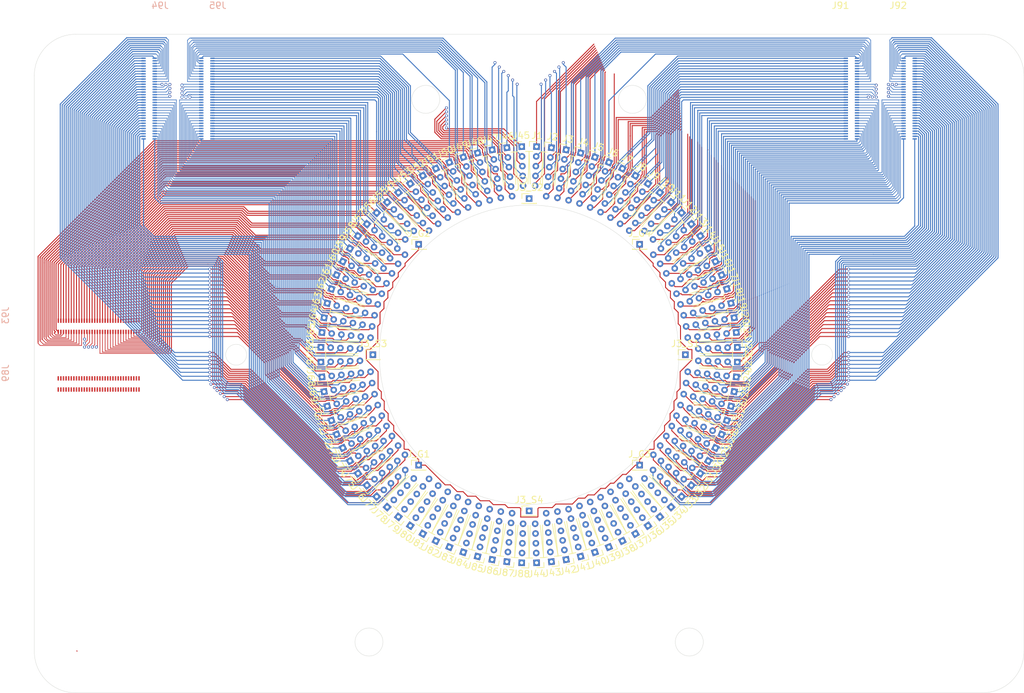
<source format=kicad_pcb>
(kicad_pcb (version 20221018) (generator pcbnew)
  (layers (0 "F.Cu" signal) (1 "In1.Cu" signal) (2 "In2.Cu" signal) (31 "B.Cu" signal) (34 "B.Paste" user) (35 "F.Paste" user) (36 "B.SilkS" user "B.Silkscreen") (37 "F.SilkS" user "F.Silkscreen") (38 "B.Mask" user) (39 "F.Mask" user) (44 "Edge.Cuts" user))
  (net 0 "")
  (net 18 "Net-(J67-Pin_2)")
  (net 19 "Net-(J67-Pin_4)")
  (net 20 "Net-(J68-Pin_1)")
  (net 21 "Net-(J68-Pin_3)")
  (net 22 "Net-(J68-Pin_5)")
  (net 23 "Net-(J69-Pin_1)")
  (net 24 "Net-(J69-Pin_3)")
  (net 25 "Net-(J69-Pin_5)")
  (net 26 "Net-(J70-Pin_1)")
  (net 27 "Net-(J70-Pin_3)")
  (net 28 "Net-(J70-Pin_5)")
  (net 29 "Net-(J71-Pin_1)")
  (net 30 "Net-(J71-Pin_3)")
  (net 31 "Net-(J71-Pin_5)")
  (net 48 "Net-(J50-Pin_3)")
  (net 49 "Net-(J50-Pin_1)")
  (net 50 "Net-(J49-Pin_5)")
  (net 51 "Net-(J49-Pin_3)")
  (net 52 "Net-(J49-Pin_1)")
  (net 53 "Net-(J48-Pin_5)")
  (net 54 "Net-(J48-Pin_3)")
  (net 55 "Net-(J48-Pin_1)")
  (net 56 "Net-(J47-Pin_5)")
  (net 57 "Net-(J47-Pin_3)")
  (net 58 "Net-(J47-Pin_1)")
  (net 59 "Net-(J46-Pin_5)")
  (net 60 "Net-(J46-Pin_3)")
  (net 61 "Net-(J46-Pin_1)")
  (net 62 "Net-(J45-Pin_4)")
  (net 63 "Net-(J45-Pin_2)")
  (net 64 "Net-(J66-Pin_5)")
  (net 65 "Net-(J66-Pin_3)")
  (net 66 "Net-(J66-Pin_1)")
  (net 67 "Net-(J65-Pin_5)")
  (net 68 "Net-(J65-Pin_3)")
  (net 69 "Net-(J65-Pin_1)")
  (net 70 "Net-(J64-Pin_5)")
  (net 71 "Net-(J64-Pin_3)")
  (net 72 "Net-(J64-Pin_1)")
  (net 73 "Net-(J63-Pin_5)")
  (net 74 "Net-(J63-Pin_3)")
  (net 75 "Net-(J63-Pin_1)")
  (net 76 "Net-(J62-Pin_1)")
  (net 77 "Net-(J62-Pin_3)")
  (net 78 "Net-(J62-Pin_5)")
  (net 79 "Net-(J61-Pin_1)")
  (net 80 "Net-(J61-Pin_3)")
  (net 81 "Net-(J61-Pin_5)")
  (net 82 "Net-(J60-Pin_1)")
  (net 83 "Net-(J60-Pin_3)")
  (net 84 "Net-(J60-Pin_5)")
  (net 85 "Net-(J59-Pin_1)")
  (net 86 "Net-(J59-Pin_3)")
  (net 87 "Net-(J59-Pin_5)")
  (net 88 "Net-(J58-Pin_1)")
  (net 89 "Net-(J58-Pin_3)")
  (net 90 "Net-(J58-Pin_5)")
  (net 91 "Net-(J57-Pin_1)")
  (net 92 "Net-(J57-Pin_3)")
  (net 93 "Net-(J57-Pin_5)")
  (net 94 "Net-(J56-Pin_4)")
  (net 95 "Net-(J56-Pin_2)")
  (net 96 "Net-(J55-Pin_5)")
  (net 97 "Net-(J55-Pin_3)")
  (net 98 "Net-(J55-Pin_1)")
  (net 99 "Net-(J54-Pin_5)")
  (net 100 "Net-(J54-Pin_3)")
  (net 101 "Net-(J54-Pin_1)")
  (net 102 "Net-(J53-Pin_5)")
  (net 103 "Net-(J53-Pin_3)")
  (net 104 "Net-(J53-Pin_1)")
  (net 105 "Net-(J52-Pin_5)")
  (net 106 "Net-(J52-Pin_3)")
  (net 107 "Net-(J52-Pin_1)")
  (net 108 "Net-(J51-Pin_5)")
  (net 109 "Net-(J51-Pin_3)")
  (net 110 "Net-(J51-Pin_1)")
  (net 111 "Net-(J50-Pin_5)")
  (net 128 "Net-(J23-Pin_2)")
  (net 129 "Net-(J23-Pin_4)")
  (net 130 "Net-(J24-Pin_1)")
  (net 131 "Net-(J24-Pin_3)")
  (net 132 "Net-(J24-Pin_5)")
  (net 133 "Net-(J25-Pin_1)")
  (net 134 "Net-(J25-Pin_3)")
  (net 135 "Net-(J25-Pin_5)")
  (net 136 "Net-(J26-Pin_1)")
  (net 137 "Net-(J26-Pin_3)")
  (net 138 "Net-(J26-Pin_5)")
  (net 139 "Net-(J27-Pin_1)")
  (net 140 "Net-(J27-Pin_3)")
  (net 141 "Net-(J27-Pin_5)")
  (net 142 "Net-(J28-Pin_1)")
  (net 143 "Net-(J28-Pin_3)")
  (net 144 "Net-(J28-Pin_5)")
  (net 145 "Net-(J29-Pin_1)")
  (net 146 "Net-(J29-Pin_3)")
  (net 147 "Net-(J29-Pin_5)")
  (net 148 "Net-(J30-Pin_1)")
  (net 149 "Net-(J30-Pin_3)")
  (net 150 "Net-(J30-Pin_5)")
  (net 151 "Net-(J31-Pin_1)")
  (net 152 "Net-(J31-Pin_3)")
  (net 153 "Net-(J31-Pin_5)")
  (net 154 "Net-(J32-Pin_1)")
  (net 155 "Net-(J32-Pin_3)")
  (net 156 "Net-(J32-Pin_5)")
  (net 157 "Net-(J33-Pin_1)")
  (net 158 "Net-(J33-Pin_3)")
  (net 159 "Net-(J33-Pin_5)")
  (net 176 "Net-(J6-Pin_5)")
  (net 177 "Net-(J7-Pin_1)")
  (net 178 "Net-(J7-Pin_3)")
  (net 179 "Net-(J7-Pin_5)")
  (net 180 "Net-(J8-Pin_1)")
  (net 181 "Net-(J8-Pin_3)")
  (net 182 "Net-(J8-Pin_5)")
  (net 183 "Net-(J9-Pin_1)")
  (net 184 "Net-(J9-Pin_3)")
  (net 185 "Net-(J9-Pin_5)")
  (net 186 "Net-(J10-Pin_1)")
  (net 187 "Net-(J10-Pin_3)")
  (net 188 "Net-(J10-Pin_5)")
  (net 189 "Net-(J11-Pin_1)")
  (net 190 "Net-(J11-Pin_3)")
  (net 191 "Net-(J11-Pin_5)")
  (net 192 "Net-(J12-Pin_2)")
  (net 193 "Net-(J12-Pin_4)")
  (net 194 "Net-(J13-Pin_5)")
  (net 195 "Net-(J13-Pin_3)")
  (net 196 "Net-(J13-Pin_1)")
  (net 197 "Net-(J14-Pin_5)")
  (net 198 "Net-(J14-Pin_3)")
  (net 199 "Net-(J14-Pin_1)")
  (net 200 "Net-(J15-Pin_5)")
  (net 201 "Net-(J15-Pin_3)")
  (net 202 "Net-(J15-Pin_1)")
  (net 203 "Net-(J16-Pin_5)")
  (net 204 "Net-(J16-Pin_3)")
  (net 205 "Net-(J16-Pin_1)")
  (net 206 "Net-(J17-Pin_5)")
  (net 207 "Net-(J17-Pin_3)")
  (net 208 "Net-(J17-Pin_1)")
  (net 209 "Net-(J18-Pin_5)")
  (net 210 "Net-(J18-Pin_3)")
  (net 211 "Net-(J18-Pin_1)")
  (net 212 "Net-(J19-Pin_1)")
  (net 213 "Net-(J19-Pin_3)")
  (net 214 "Net-(J19-Pin_5)")
  (net 215 "Net-(J20-Pin_1)")
  (net 216 "Net-(J20-Pin_3)")
  (net 217 "Net-(J20-Pin_5)")
  (net 218 "Net-(J21-Pin_1)")
  (net 219 "Net-(J21-Pin_3)")
  (net 220 "Net-(J21-Pin_5)")
  (net 221 "Net-(J22-Pin_1)")
  (net 222 "Net-(J22-Pin_3)")
  (net 223 "Net-(J22-Pin_5)")
  (net 224 "Net-(J1-Pin_2)")
  (net 225 "Net-(J1-Pin_4)")
  (net 226 "Net-(J2-Pin_1)")
  (net 227 "Net-(J2-Pin_3)")
  (net 228 "Net-(J2-Pin_5)")
  (net 229 "Net-(J3-Pin_1)")
  (net 230 "Net-(J3-Pin_3)")
  (net 231 "Net-(J3-Pin_5)")
  (net 232 "Net-(J4-Pin_1)")
  (net 233 "Net-(J4-Pin_3)")
  (net 234 "Net-(J4-Pin_5)")
  (net 235 "Net-(J5-Pin_1)")
  (net 236 "Net-(J5-Pin_3)")
  (net 237 "Net-(J5-Pin_5)")
  (net 238 "Net-(J6-Pin_1)")
  (net 239 "Net-(J6-Pin_3)")
  (net 240 "Net-(J6-Pin_4)")
  (net 241 "Net-(J6-Pin_6)")
  (net 242 "Net-(J7-Pin_2)")
  (net 243 "Net-(J7-Pin_4)")
  (net 244 "Net-(J7-Pin_6)")
  (net 245 "Net-(J8-Pin_2)")
  (net 246 "Net-(J8-Pin_4)")
  (net 247 "Net-(J8-Pin_6)")
  (net 248 "Net-(J89-Pin_9)")
  (net 249 "Net-(J89-Pin_10)")
  (net 250 "Net-(J89-Pin_11)")
  (net 251 "Net-(J10-Pin_2)")
  (net 252 "Net-(J10-Pin_4)")
  (net 253 "Net-(J10-Pin_6)")
  (net 254 "Net-(J11-Pin_2)")
  (net 255 "Net-(J11-Pin_4)")
  (net 256 "Net-(J12-Pin_1)")
  (net 257 "Net-(J12-Pin_3)")
  (net 258 "Net-(J12-Pin_5)")
  (net 259 "Net-(J13-Pin_2)")
  (net 260 "Net-(J13-Pin_4)")
  (net 261 "Net-(J13-Pin_6)")
  (net 262 "Net-(J14-Pin_2)")
  (net 263 "Net-(J14-Pin_4)")
  (net 264 "Net-(J14-Pin_6)")
  (net 265 "Net-(J15-Pin_2)")
  (net 266 "Net-(J15-Pin_4)")
  (net 267 "Net-(J15-Pin_6)")
  (net 268 "Net-(J16-Pin_2)")
  (net 269 "Net-(J16-Pin_4)")
  (net 270 "Net-(J16-Pin_6)")
  (net 271 "Net-(J17-Pin_2)")
  (net 272 "Net-(J17-Pin_4)")
  (net 273 "Net-(J17-Pin_6)")
  (net 274 "Net-(J18-Pin_2)")
  (net 275 "Net-(J18-Pin_4)")
  (net 276 "Net-(J18-Pin_6)")
  (net 277 "Net-(J19-Pin_2)")
  (net 278 "Net-(J19-Pin_4)")
  (net 279 "Net-(J19-Pin_6)")
  (net 280 "Net-(J20-Pin_2)")
  (net 281 "Net-(J20-Pin_4)")
  (net 282 "Net-(J20-Pin_6)")
  (net 283 "Net-(J21-Pin_2)")
  (net 284 "Net-(J21-Pin_4)")
  (net 285 "Net-(J21-Pin_6)")
  (net 286 "Net-(J22-Pin_2)")
  (net 287 "Net-(J22-Pin_4)")
  (net 288 "Net-(J1-Pin_1)")
  (net 289 "Net-(J1-Pin_3)")
  (net 290 "Net-(J1-Pin_5)")
  (net 291 "Net-(J2-Pin_2)")
  (net 292 "Net-(J2-Pin_4)")
  (net 293 "Net-(J2-Pin_6)")
  (net 294 "Net-(J3-Pin_2)")
  (net 295 "Net-(J3-Pin_4)")
  (net 296 "Net-(J3-Pin_6)")
  (net 297 "Net-(J4-Pin_2)")
  (net 298 "Net-(J4-Pin_4)")
  (net 299 "Net-(J4-Pin_6)")
  (net 300 "Net-(J5-Pin_2)")
  (net 301 "Net-(J5-Pin_4)")
  (net 302 "Net-(J5-Pin_6)")
  (net 303 "Net-(J6-Pin_2)")
  (net 320 "Net-(J67-Pin_1)")
  (net 350 "Net-(J50-Pin_4)")
  (net 351 "Net-(J50-Pin_6)")
  (net 352 "Net-(J51-Pin_2)")
  (net 353 "Net-(J51-Pin_4)")
  (net 354 "Net-(J51-Pin_6)")
  (net 355 "Net-(J52-Pin_2)")
  (net 356 "Net-(J52-Pin_4)")
  (net 357 "Net-(J52-Pin_6)")
  (net 358 "Net-(J53-Pin_2)")
  (net 359 "Net-(J53-Pin_4)")
  (net 360 "Net-(J53-Pin_6)")
  (net 361 "Net-(J54-Pin_2)")
  (net 362 "Net-(J54-Pin_4)")
  (net 363 "Net-(J54-Pin_6)")
  (net 364 "Net-(J55-Pin_2)")
  (net 365 "Net-(J55-Pin_4)")
  (net 366 "Net-(J56-Pin_1)")
  (net 367 "Net-(J56-Pin_3)")
  (net 368 "Net-(J56-Pin_5)")
  (net 369 "Net-(J57-Pin_2)")
  (net 370 "Net-(J57-Pin_4)")
  (net 371 "Net-(J57-Pin_6)")
  (net 372 "Net-(J58-Pin_2)")
  (net 373 "Net-(J58-Pin_4)")
  (net 374 "Net-(J58-Pin_6)")
  (net 375 "Net-(J59-Pin_2)")
  (net 376 "Net-(J59-Pin_4)")
  (net 377 "Net-(J59-Pin_6)")
  (net 378 "Net-(J60-Pin_2)")
  (net 379 "Net-(J60-Pin_4)")
  (net 380 "Net-(J60-Pin_6)")
  (net 381 "Net-(J61-Pin_2)")
  (net 382 "Net-(J61-Pin_4)")
  (net 383 "Net-(J61-Pin_6)")
  (net 384 "Net-(J62-Pin_2)")
  (net 385 "Net-(J62-Pin_4)")
  (net 386 "Net-(J62-Pin_6)")
  (net 387 "Net-(J63-Pin_2)")
  (net 388 "Net-(J63-Pin_4)")
  (net 389 "Net-(J63-Pin_6)")
  (net 390 "Net-(J64-Pin_2)")
  (net 391 "Net-(J64-Pin_4)")
  (net 392 "Net-(J64-Pin_6)")
  (net 393 "Net-(J65-Pin_2)")
  (net 394 "Net-(J65-Pin_4)")
  (net 395 "Net-(J65-Pin_6)")
  (net 396 "Net-(J66-Pin_2)")
  (net 397 "Net-(J66-Pin_4)")
  (net 398 "Net-(J45-Pin_1)")
  (net 399 "Net-(J45-Pin_3)")
  (net 400 "Net-(J45-Pin_5)")
  (net 401 "Net-(J46-Pin_2)")
  (net 402 "Net-(J46-Pin_4)")
  (net 403 "Net-(J46-Pin_6)")
  (net 404 "Net-(J47-Pin_2)")
  (net 405 "Net-(J47-Pin_4)")
  (net 406 "Net-(J47-Pin_6)")
  (net 407 "Net-(J48-Pin_2)")
  (net 408 "Net-(J48-Pin_4)")
  (net 409 "Net-(J48-Pin_6)")
  (net 410 "Net-(J49-Pin_2)")
  (net 411 "Net-(J49-Pin_4)")
  (net 412 "Net-(J49-Pin_6)")
  (net 413 "Net-(J50-Pin_2)")
  (net 430 "Net-(J23-Pin_1)")
  (net 431 "Net-(J23-Pin_3)")
  (net 432 "Net-(J23-Pin_5)")
  (net 433 "Net-(J24-Pin_2)")
  (net 434 "Net-(J24-Pin_4)")
  (net 435 "Net-(J24-Pin_6)")
  (net 436 "Net-(J25-Pin_2)")
  (net 437 "Net-(J25-Pin_4)")
  (net 438 "Net-(J25-Pin_6)")
  (net 439 "Net-(J26-Pin_2)")
  (net 440 "Net-(J26-Pin_4)")
  (net 441 "Net-(J26-Pin_6)")
  (net 442 "Net-(J27-Pin_2)")
  (net 443 "Net-(J27-Pin_4)")
  (net 444 "Net-(J27-Pin_6)")
  (net 445 "Net-(J28-Pin_2)")
  (net 446 "Net-(J28-Pin_4)")
  (net 447 "Net-(J28-Pin_6)")
  (net 468 "unconnected-(J_G2-Pin_1-Pad1)")
  (net 503 "Net-(J72-Pin_1)")
  (net 505 "Net-(J72-Pin_3)")
  (net 507 "Net-(J72-Pin_5)")
  (net 509 "Net-(J73-Pin_1)")
  (net 511 "Net-(J73-Pin_3)")
  (net 513 "Net-(J73-Pin_5)")
  (net 515 "Net-(J74-Pin_1)")
  (net 517 "Net-(J74-Pin_3)")
  (net 519 "Net-(J74-Pin_5)")
  (net 521 "Net-(J75-Pin_1)")
  (net 523 "Net-(J75-Pin_3)")
  (net 525 "Net-(J75-Pin_5)")
  (net 527 "Net-(J76-Pin_1)")
  (net 529 "Net-(J76-Pin_3)")
  (net 531 "Net-(J76-Pin_5)")
  (net 533 "Net-(J77-Pin_1)")
  (net 535 "Net-(J77-Pin_3)")
  (net 537 "Net-(J77-Pin_5)")
  (net 538 "Net-(J29-Pin_2)")
  (net 539 "Net-(J29-Pin_4)")
  (net 540 "Net-(J29-Pin_6)")
  (net 541 "Net-(J30-Pin_2)")
  (net 542 "Net-(J30-Pin_4)")
  (net 543 "Net-(J30-Pin_6)")
  (net 544 "Net-(J31-Pin_2)")
  (net 545 "Net-(J31-Pin_4)")
  (net 546 "Net-(J31-Pin_6)")
  (net 547 "Net-(J32-Pin_2)")
  (net 548 "Net-(J32-Pin_4)")
  (net 549 "Net-(J32-Pin_6)")
  (net 550 "Net-(J33-Pin_2)")
  (net 551 "Net-(J33-Pin_4)")
  (footprint "MEAboard_512_footprint:PinHeader_1x06_P1.5mm_Vertical" (layer "F.Cu") (at 180.362431 110.105584 -108.408636)
    (fp_text reference "J27")
    (fp_text value "Conn_01x06")
  )
  (footprint "MEAboard_512_footprint:PinHeader_1x06_P1.5mm_Vertical" (layer "F.Cu") (at 166.328644 127.520455 -149.317727)
    (fp_text reference "J37")
    (fp_text value "Conn_01x06")
  )
  (footprint "MEAboard_512_footprint:PinHeader_1x06_P1.5mm_Vertical" (layer "F.Cu") (at 133.671359 127.520457 149.318633)
    (fp_text reference "J81")
    (fp_text value "Conn_01x06")
  )
  (footprint "MEAboard_512_footprint:PinHeader_1x06_P1.5mm_Vertical" (layer "F.Cu") (at 178.61521 114.323748 -116.590454)
    (fp_text reference "J29")
    (fp_text value "Conn_01x06")
  )
  (footprint "MEAboard_512_footprint:PinHeader_1x06_P1.5mm_Vertical" (layer "F.Cu") (at 181.81665 96.579353 -83.863181)
    (fp_text reference "J21")
    (fp_text value "Conn_01x06")
  )
  (footprint "MEAboard_512_footprint:PinHeader_1x06_P1.5mm_Vertical" (layer "F.Cu") (at 146.579357 131.81665 173.864087)
    (fp_text reference "J87")
    (fp_text value "Conn_01x06")
  )
  (footprint "MEAboard_512_footprint:PinHeader_1x05_P1.5mm_Vertical" (layer "F.Cu") (at 173.420627 121.805372 -132.95409)
    (fp_text reference "J33")
    (fp_text value "Conn_01x05")
  )
  (footprint "MEAboard_512_footprint:PinHeader_1x06_P1.5mm_Vertical" (layer "F.Cu") (at 181.81665 103.420641 -96.135909)
    (fp_text reference "J24")
    (fp_text value "Conn_01x06")
  )
  (footprint "MEAboard_512_footprint:PinHeader_1x06_P1.5mm_Vertical" (layer "F.Cu") (at 120.435855 112.245871 112.500452)
    (fp_text reference "J72")
    (fp_text value "Conn_01x06")
  )
  (footprint "MEAboard_512_footprint:PinHeader_1x06_P1.5mm_Vertical" (layer "F.Cu") (at 157.913811 131.005994 -165.681363)
    (fp_text reference "J41")
    (fp_text value "Conn_01x06")
  )
  (footprint "MEAboard_512_footprint:PinHeader_2x32_P0.4mm_Vertical_SMD_Molex_Back" (layer "F.Cu") (at 206.865 54.12828)
    (fp_text reference "J92")
    (fp_text value "Conn_02x32_Counter_Clockwise")
  )
  (footprint "MEAboard_512_footprint:PinHeader_1x01_P1.27mm_Vertical_0.483_STIM" (layer "F.Cu") (at 150 76)
    (fp_text reference "J3_S2")
    (fp_text value "Conn_01x01")
  )
  (footprint "MEAboard_512_footprint:PinHeader_1x06_P1.5mm_Vertical" (layer "F.Cu") (at 120.435854 87.754132 67.500453)
    (fp_text reference "J61")
    (fp_text value "Conn_01x06")
  )
  (footprint "MEAboard_512_footprint:PinHeader_1x06_P1.5mm_Vertical" (layer "F.Cu") (at 164.323754 128.615208 -153.408636)
    (fp_text reference "J38")
    (fp_text value "Conn_01x06")
  )
  (footprint "MEAboard_512_footprint:PinHeader_1x06_P1.5mm_Vertical" (layer "F.Cu") (at 164.323748 71.38479 -26.590454)
    (fp_text reference "J7")
    (fp_text value "Conn_01x06")
  )
  (footprint "MEAboard_512_footprint:PinHeader_1x05_P1.5mm_Vertical" (layer "F.Cu") (at 151.142158 131.979611 -177.95409)
    (fp_text reference "J44")
    (fp_text value "Conn_01x05")
  )
  (footprint "MEAboard_512_footprint:PinHeader_1x05_P1.5mm_Vertical" (layer "F.Cu") (at 148.857846 131.979611 177.954996)
    (fp_text reference "J88")
    (fp_text value "Conn_01x05")
  )
  (footprint "MEAboard_512_footprint:PinHeader_1x06_P1.5mm_Vertical" (layer "F.Cu") (at 162.245867 70.435853 -22.499545)
    (fp_text reference "J6")
    (fp_text value "Conn_01x06")
  )
  (footprint "MEAboard_512_footprint:PinHeader_1x01_P1.27mm_Vertical_0.483_GND" (layer "F.Cu") (at 133.096 83.058)
    (fp_text reference "J_G2")
    (fp_text value "Conn_01x01")
  )
  (footprint "MEAboard_512_footprint:PinHeader_1x06_P1.5mm_Vertical" (layer "F.Cu") (at 181.49156 105.6817 -100.226818)
    (fp_text reference "J25")
    (fp_text value "Conn_01x06")
  )
  (footprint "MEAboard_512_footprint:PinHeader_1x06_P1.5mm_Vertical" (layer "F.Cu") (at 181.005994 92.086189 -75.681363)
    (fp_text reference "J19")
    (fp_text value "Conn_01x06")
  )
  (footprint "MEAboard_512_footprint:PinHeader_1x06_P1.5mm_Vertical" (layer "F.Cu") (at 144.318298 131.491559 169.773178)
    (fp_text reference "J86")
    (fp_text value "Conn_01x06")
  )
  (footprint "MEAboard_512_footprint:PinHeader_1x05_P1.5mm_Vertical" (layer "F.Cu") (at 173.420623 78.194624 -47.045)
    (fp_text reference "J12")
    (fp_text value "Conn_01x05")
  )
  (footprint "MEAboard_512_footprint:PinHeader_1x05_P1.5mm_Vertical" (layer "F.Cu") (at 181.979611 98.857842 -87.95409)
    (fp_text reference "J22")
    (fp_text value "Conn_01x05")
  )
  (footprint "MEAboard_512_footprint:PinHeader_1x06_P1.5mm_Vertical" (layer "F.Cu") (at 125.083471 120.079009 128.864088)
    (fp_text reference "J76")
    (fp_text value "Conn_01x06")
  )
  (footprint "MEAboard_512_footprint:PinHeader_1x01_P1.27mm_Vertical_0.483_STIM" (layer "F.Cu") (at 174 100)
    (fp_text reference "J3_S1")
    (fp_text value "Conn_01x01")
  )
  (footprint "MEAboard_512_footprint:PinHeader_1x06_P1.5mm_Vertical" (layer "F.Cu") (at 131.749676 126.285466 145.227724)
    (fp_text reference "J80")
    (fp_text value "Conn_01x06")
  )
  (footprint "MEAboard_512_footprint:PinHeader_1x06_P1.5mm_Vertical" (layer "F.Cu") (at 176.285464 81.749673 -55.226818)
    (fp_text reference "J14")
    (fp_text value "Conn_01x06")
  )
  (footprint "MEAboard_512_footprint:PinHeader_1x06_P1.5mm_Vertical" (layer "F.Cu") (at 137.754131 129.564146 157.500451)
    (fp_text reference "J83")
    (fp_text value "Conn_01x06")
  )
  (footprint "MEAboard_512_footprint:PinHeader_1x05_P1.5mm_Vertical" (layer "F.Cu") (at 126.579374 78.194627 47.045908)
    (fp_text reference "J56")
    (fp_text value "Conn_01x05")
  )
  (footprint "MEAboard_512_footprint:PinHeader_1x06_P1.5mm_Vertical" (layer "F.Cu") (at 123.714535 118.250326 124.773179)
    (fp_text reference "J75")
    (fp_text value "Conn_01x06")
  )
  (footprint "MEAboard_512_footprint:PinHeader_1x05_P1.5mm_Vertical" (layer "F.Cu") (at 148.857843 68.020389 2.045909)
    (fp_text reference "J45")
    (fp_text value "Conn_01x05")
  )
  (footprint "MEAboard_512_footprint:PinHeader_1x06_P1.5mm_Vertical" (layer "F.Cu") (at 177.520458 116.328639 -120.681363)
    (fp_text reference "J30")
    (fp_text value "Conn_01x06")
  )
  (footprint "MEAboard_512_footprint:PinHeader_1x06_P1.5mm_Vertical" (layer "F.Cu") (at 121.384791 114.323752 116.591361)
    (fp_text reference "J73")
    (fp_text value "Conn_01x06")
  )
  (footprint "MEAboard_512_footprint:PinHeader_1x06_P1.5mm_Vertical" (layer "F.Cu") (at 142.086189 68.994006 14.318636)
    (fp_text reference "J48")
    (fp_text value "Conn_01x06")
  )
  (footprint "MEAboard_512_footprint:PinHeader_1x06_P1.5mm_Vertical" (layer "F.Cu") (at 123.714534 81.749677 55.227726)
    (fp_text reference "J58")
    (fp_text value "Conn_01x06")
  )
  (footprint "MEAboard_512_footprint:PinHeader_1x06_P1.5mm_Vertical" (layer "F.Cu") (at 155.681706 131.491558 -169.772272)
    (fp_text reference "J42")
    (fp_text value "Conn_01x06")
  )
  (footprint "MEAboard_512_footprint:PinHeader_1x06_P1.5mm_Vertical" (layer "F.Cu") (at 153.420641 68.18335 -6.135909)
    (fp_text reference "J2")
    (fp_text value "Conn_01x06")
  )
  (footprint "MEAboard_512_footprint:PinHeader_1x06_P1.5mm_Vertical" (layer "F.Cu") (at 146.579353 68.18335 6.136818)
    (fp_text reference "J46")
    (fp_text value "Conn_01x06")
  )
  (footprint "MEAboard_512_footprint:PinHeader_1x06_P1.5mm_Vertical" (layer "F.Cu") (at 179.564147 112.245867 -112.499545)
    (fp_text reference "J28")
    (fp_text value "Conn_01x06")
  )
  (footprint "MEAboard_512_footprint:PinHeader_1x01_P1.27mm_Vertical_0.483_GND" (layer "F.Cu") (at 133.03 116.97)
    (fp_text reference "J_G1")
    (fp_text value "Conn_01x01")
  )
  (footprint "MEAboard_512_footprint:PinHeader_1x01_P1.27mm_Vertical_0.483_GND" (layer "F.Cu") (at 166.97 83.03)
    (fp_text reference "J_G4")
    (fp_text value "Conn_01x01")
  )
  (footprint "MEAboard_512_footprint:PinHeader_1x06_P1.5mm_Vertical" (layer "F.Cu") (at 135.676247 71.384792 26.591363)
    (fp_text reference "J51")
    (fp_text value "Conn_01x06")
  )
  (footprint "MEAboard_512_footprint:PinHeader_1x06_P1.5mm_Vertical" (layer "F.Cu") (at 166.328639 72.479542 -30.681363)
    (fp_text reference "J8")
    (fp_text value "Conn_01x06")
  )
  (footprint "MEAboard_512_footprint:PinHeader_1x06_P1.5mm_Vertical" (layer "F.Cu") (at 174.916532 120.079006 -128.863181)
    (fp_text reference "J32")
    (fp_text value "Conn_01x06")
  )
  (footprint "MEAboard_512_footprint:PinHeader_1x05_P1.5mm_Vertical" (layer "F.Cu") (at 181.979611 101.142152 -92.045)
    (fp_text reference "J23")
    (fp_text value "Conn_01x05")
  )
  (footprint "MEAboard_512_footprint:PinHeader_1x06_P1.5mm_Vertical" (layer "F.Cu") (at 157.913805 68.994005 -14.317727)
    (fp_text reference "J4")
    (fp_text value "Conn_01x06")
  )
  (footprint "MEAboard_512_footprint:PinHeader_1x01_P1.27mm_Vertical_0.483_STIM" (layer "F.Cu") (at 126 100)
    (fp_text reference "J3_S3")
    (fp_text value "Conn_01x01")
  )
  (footprint "MEAboard_512_footprint:PinHeader_1x06_P1.5mm_Vertical" (layer "F.Cu") (at 118.508441 94.318299 79.77318)
    (fp_text reference "J64")
    (fp_text value "Conn_01x06")
  )
  (footprint "MEAboard_512_footprint:PinHeader_1x06_P1.5mm_Vertical" (layer "F.Cu") (at 168.250322 73.714533 -34.772272)
    (fp_text reference "J9")
    (fp_text value "Conn_01x06")
  )
  (footprint "MEAboard_512_footprint:PinHeader_1x05_P1.5mm_Vertical" (layer "F.Cu") (at 171.805372 76.579373 -42.95409)
    (fp_text reference "J11")
    (fp_text value "Conn_01x05")
  )
  (footprint "MEAboard_512_footprint:PinHeader_1x06_P1.5mm_Vertical" (layer "F.Cu") (at 118.508441 105.681704 100.227725)
    (fp_text reference "J69")
    (fp_text value "Conn_01x06")
  )
  (footprint "MEAboard_512_footprint:PinHeader_1x06_P1.5mm_Vertical" (layer "F.Cu") (at 168.250327 126.285464 -145.226818)
    (fp_text reference "J36")
    (fp_text value "Conn_01x06")
  )
  (footprint "MEAboard_512_footprint:PinHeader_1x06_P1.5mm_Vertical" (layer "F.Cu") (at 179.564144 87.754127 -67.499545)
    (fp_text reference "J17")
    (fp_text value "Conn_01x06")
  )
  (footprint "MEAboard_512_footprint:PinHeader_1x06_P1.5mm_Vertical" (layer "F.Cu") (at 122.479544 116.328642 120.68227)
    (fp_text reference "J74")
    (fp_text value "Conn_01x06")
  )
  (footprint "MEAboard_512_footprint:PinHeader_1x06_P1.5mm_Vertical" (layer "F.Cu") (at 180.362428 89.89441 -71.590454)
    (fp_text reference "J18")
    (fp_text value "Conn_01x06")
  )
  (footprint "MEAboard_512_footprint:PinHeader_1x06_P1.5mm_Vertical" (layer "F.Cu") (at 139.894411 69.637571 18.409545)
    (fp_text reference "J49")
    (fp_text value "Conn_01x06")
  )
  (footprint "MEAboard_512_footprint:PinHeader_1x06_P1.5mm_Vertical" (layer "F.Cu") (at 170.079006 75.083468 -38.863181)
    (fp_text reference "J10")
    (fp_text value "Conn_01x06")
  )
  (footprint "MEAboard_512_footprint:PinHeader_1x06_P1.5mm_Vertical" (layer "F.Cu") (at 121.38479 85.676251 63.409544)
    (fp_text reference "J60")
    (fp_text value "Conn_01x06")
  )
  (footprint "MEAboard_512_footprint:PinHeader_1x06_P1.5mm_Vertical" (layer "F.Cu") (at 181.491558 94.318294 -79.772272)
    (fp_text reference "J20")
    (fp_text value "Conn_01x06")
  )
  (footprint "MEAboard_512_footprint:PinHeader_1x05_P1.5mm_Vertical" (layer "F.Cu") (at 126.579376 121.805375 132.954997)
    (fp_text reference "J77")
    (fp_text value "Conn_01x05")
  )
  (footprint "MEAboard_512_footprint:PinHeader_1x05_P1.5mm_Vertical" (layer "F.Cu") (at 171.805376 123.420623 -137.045)
    (fp_text reference "J34")
    (fp_text value "Conn_01x05")
  )
  (footprint "MEAboard_512_footprint:PinHeader_1x06_P1.5mm_Vertical" (layer "F.Cu") (at 144.318295 68.508441 10.227727)
    (fp_text reference "J47")
    (fp_text value "Conn_01x06")
  )
  (footprint "MEAboard_512_footprint:PinHeader_1x06_P1.5mm_Vertical" (layer "F.Cu") (at 135.67625 128.615209 153.409542)
    (fp_text reference "J82")
    (fp_text value "Conn_01x06")
  )
  (footprint "MEAboard_512_footprint:PinHeader_1x06_P1.5mm_Vertical" (layer "F.Cu") (at 119.637571 110.105588 108.409543)
    (fp_text reference "J71")
    (fp_text value "Conn_01x06")
  )
  (footprint "MEAboard_512_footprint:PinHeader_1x06_P1.5mm_Vertical" (layer "F.Cu") (at 125.083469 79.920993 51.136817)
    (fp_text reference "J57")
    (fp_text value "Conn_01x06")
  )
  (footprint "MEAboard_512_footprint:PinHeader_1x05_P1.5mm_Vertical" (layer "F.Cu") (at 128.194626 123.420626 137.045906)
    (fp_text reference "J78")
    (fp_text value "Conn_01x05")
  )
  (footprint "MEAboard_512_footprint:PinHeader_1x06_P1.5mm_Vertical" (layer "F.Cu") (at 162.245873 129.564144 -157.499545)
    (fp_text reference "J39")
    (fp_text value "Conn_01x06")
  )
  (footprint "MEAboard_512_footprint:PinHeader_1x05_P1.5mm_Vertical" (layer "F.Cu") (at 151.142152 68.020389 -2.045)
    (fp_text reference "J1")
    (fp_text value "Conn_01x05")
  )
  (footprint "MEAboard_512_footprint:PinHeader_1x06_P1.5mm_Vertical" (layer "F.Cu") (at 153.420647 131.81665 -173.863181)
    (fp_text reference "J43")
    (fp_text value "Conn_01x06")
  )
  (footprint "MEAboard_512_footprint:PinHeader_1x06_P1.5mm_Vertical" (layer "F.Cu") (at 155.6817 68.50844 -10.226818)
    (fp_text reference "J3")
    (fp_text value "Conn_01x06")
  )
  (footprint "MEAboard_512_footprint:PinHeader_1x06_P1.5mm_Vertical" (layer "F.Cu") (at 118.18335 103.420645 96.136816)
    (fp_text reference "J68")
    (fp_text value "Conn_01x06")
  )
  (footprint "MEAboard_512_footprint:PinHeader_1x06_P1.5mm_Vertical" (layer "F.Cu") (at 139.894414 130.36243 161.59136)
    (fp_text reference "J84")
    (fp_text value "Conn_01x06")
  )
  (footprint "MEAboard_512_footprint:PinHeader_1x06_P1.5mm_Vertical" (layer "F.Cu") (at 174.916527 79.920989 -51.135909)
    (fp_text reference "J13")
    (fp_text value "Conn_01x06")
  )
  (footprint "MEAboard_512_footprint:PinHeader_1x06_P1.5mm_Vertical" (layer "F.Cu") (at 122.479543 83.67136 59.318635)
    (fp_text reference "J59")
    (fp_text value "Conn_01x06")
  )
  (footprint "MEAboard_512_footprint:PinHeader_1x05_P1.5mm_Vertical" (layer "F.Cu") (at 128.194624 76.579376 42.954999)
    (fp_text reference "J55")
    (fp_text value "Conn_01x05")
  )
  (footprint "MEAboard_512_footprint:PinHeader_1x06_P1.5mm_Vertical" (layer "F.Cu") (at 118.994006 107.913809 104.318634)
    (fp_text reference "J70")
    (fp_text value "Conn_01x06")
  )
  (footprint "MEAboard_512_footprint:PinHeader_1x06_P1.5mm_Vertical" (layer "F.Cu") (at 142.086192 131.005994 165.682269)
    (fp_text reference "J85")
    (fp_text value "Conn_01x06")
  )
  (footprint "MEAboard_512_footprint:PinHeader_1x01_P1.27mm_Vertical_0.483_STIM" (layer "F.Cu") (at 150 124)
    (fp_text reference "J3_S4")
    (fp_text value "Conn_01x01")
  )
  (footprint "MEAboard_512_footprint:PinHeader_1x06_P1.5mm_Vertical" (layer "F.Cu") (at 118.994005 92.086194 75.682271)
    (fp_text reference "J63")
    (fp_text value "Conn_01x06")
  )
  (footprint "MEAboard_512_footprint:PinHeader_1x06_P1.5mm_Vertical" (layer "F.Cu") (at 160.105584 69.637569 -18.408636)
    (fp_text reference "J5")
    (fp_text value "Conn_01x06")
  )
  (footprint "MEAboard_512_footprint:PinHeader_2x32_P0.4mm_Vertical_SMD_Molex_Back" (layer "F.Cu") (at 198 54.12828)
    (fp_text reference "J91")
    (fp_text value "Conn_02x32_Counter_Clockwise")
  )
  (footprint "MEAboard_512_footprint:PinHeader_1x05_P1.5mm_Vertical" (layer "F.Cu") (at 118.020389 98.857847 87.954998)
    (fp_text reference "J66")
    (fp_text value "Conn_01x05")
  )
  (footprint "MEAboard_512_footprint:PinHeader_1x06_P1.5mm_Vertical" (layer "F.Cu") (at 177.520455 83.671356 -59.317727)
    (fp_text reference "J15")
    (fp_text value "Conn_01x06")
  )
  (footprint "MEAboard_512_footprint:PinHeader_1x06_P1.5mm_Vertical" (layer "F.Cu") (at 129.92099 75.083472 38.86409)
    (fp_text reference "J54")
    (fp_text value "Conn_01x06")
  )
  (footprint "MEAboard_512_footprint:PinHeader_1x06_P1.5mm_Vertical" (layer "F.Cu") (at 119.63757 89.894415 71.591362)
    (fp_text reference "J62")
    (fp_text value "Conn_01x06")
  )
  (footprint "MEAboard_512_footprint:PinHeader_1x05_P1.5mm_Vertical" (layer "F.Cu") (at 118.020389 101.142156 92.045907)
    (fp_text reference "J67")
    (fp_text value "Conn_01x05")
  )
  (footprint "MEAboard_512_footprint:PinHeader_1x06_P1.5mm_Vertical" (layer "F.Cu") (at 137.754128 70.435855 22.500454)
    (fp_text reference "J50")
    (fp_text value "Conn_01x06")
  )
  (footprint "MEAboard_512_footprint:PinHeader_1x06_P1.5mm_Vertical" (layer "F.Cu") (at 170.079011 124.916527 -141.135909)
    (fp_text reference "J35")
    (fp_text value "Conn_01x06")
  )
  (footprint "MEAboard_512_footprint:PinHeader_1x06_P1.5mm_Vertical" (layer "F.Cu") (at 181.005995 107.913805 -104.317727)
    (fp_text reference "J26")
    (fp_text value "Conn_01x06")
  )
  (footprint "MEAboard_512_footprint:PinHeader_1x06_P1.5mm_Vertical" (layer "F.Cu") (at 176.285467 118.250322 -124.772272)
    (fp_text reference "J31")
    (fp_text value "Conn_01x06")
  )
  (footprint "MEAboard_512_footprint:PinHeader_1x06_P1.5mm_Vertical" (layer "F.Cu") (at 131.749673 73.714536 34.773181)
    (fp_text reference "J53")
    (fp_text value "Conn_01x06")
  )
  (footprint "MEAboard_512_footprint:PinHeader_1x06_P1.5mm_Vertical" (layer "F.Cu") (at 118.18335 96.579358 83.864089)
    (fp_text reference "J65")
    (fp_text value "Conn_01x06")
  )
  (footprint "MEAboard_512_footprint:PinHeader_1x06_P1.5mm_Vertical" (layer "F.Cu") (at 160.10559 130.362428 -161.590454)
    (fp_text reference "J40")
    (fp_text value "Conn_01x06")
  )
  (footprint "MEAboard_512_footprint:PinHeader_1x06_P1.5mm_Vertical" (layer "F.Cu") (at 178.615208 85.676246 -63.408636)
    (fp_text reference "J16")
    (fp_text value "Conn_01x06")
  )
  (footprint "MEAboard_512_footprint:PinHeader_1x06_P1.5mm_Vertical" (layer "F.Cu") (at 133.671357 72.479545 30.682272)
    (fp_text reference "J52")
    (fp_text value "Conn_01x06")
  )
  (footprint "MEAboard_512_footprint:PinHeader_1x01_P1.27mm_Vertical_0.483_GND" (layer "F.Cu") (at 166.97 116.97)
    (fp_text reference "J_G3")
    (fp_text value "Conn_01x01")
  )
  (footprint "MEAboard_512_footprint:PinHeader_1x06_P1.5mm_Vertical" (layer "F.Cu") (at 129.920992 124.91653 141.136815)
    (fp_text reference "J79")
    (fp_text value "Conn_01x06")
  )
  (footprint "MEAboard_512_footprint:PinHeader_2x32_P0.4mm_Vertical_SMD_Molex_Back" (layer "B.Cu") (at 77.3788 94.13 -90)
    (fp_text reference "J93")
    (fp_text value "Conn_02x32_Counter_Clockwise")
  )
  (footprint "MEAboard_512_footprint:PinHeader_2x32_P0.4mm_Vertical_SMD_Molex_Back" (layer "B.Cu") (at 77.3788 102.995 -90)
    (fp_text reference "J89")
    (fp_text value "Conn_02x32_Counter_Clockwise")
  )
  (footprint "MEAboard_512_footprint:PinHeader_2x32_P0.4mm_Vertical_SMD_Molex" (layer "B.Cu") (at 102 54.12828 180)
    (fp_text reference "J95")
    (fp_text value "Conn_02x32_Counter_Clockwise")
  )
  (footprint "MEAboard_512_footprint:PinHeader_2x32_P0.4mm_Vertical_SMD_Molex" (layer "B.Cu") (at 93.135 54.12828 180)
    (fp_text reference "J94")
    (fp_text value "Conn_02x32_Counter_Clockwise")
  )
  (gr_circle (center 149.04 73.08) (end 149.58 73.35) (stroke (width 0.12)) (fill none) (layer "F.SilkS"))
  (gr_line (start 74 57.1) (end 74 145.611524) (stroke (width 0.05)) (layer "Edge.Cuts"))
  (gr_circle (center 125.4 144.16) (end 127.55 144.16) (stroke (width 0.05)) (fill none) (layer "Edge.Cuts"))
  (gr_circle (center 134.125 60.75) (end 136.275 60.75) (stroke (width 0.05)) (fill none) (layer "Edge.Cuts"))
  (gr_circle (center 150 100) (end 173 100) (stroke (width 0.05)) (fill none) (layer "Edge.Cuts"))
  (gr_line (start 80.35 50.75) (end 219.65 50.75) (stroke (width 0.05)) (layer "Edge.Cuts"))
  (gr_line (start 226 57.1) (end 226 145.611524) (stroke (width 0.05)) (layer "Edge.Cuts"))
  (gr_circle (center 165.875 60.75) (end 168.025 60.75) (stroke (width 0.05)) (fill none) (layer "Edge.Cuts"))
  (gr_arc (start 219.65 50.75) (mid 224.140128 52.609872) (end 226 57.1) (stroke (width 0.05)) (layer "Edge.Cuts"))
  (gr_arc (start 80.35 151.961524) (mid 75.859871 150.101652) (end 74 145.611524) (stroke (width 0.05)) (layer "Edge.Cuts"))
  (gr_line (start 80.35 151.961524) (end 219.65 151.961524) (stroke (width 0.05)) (layer "Edge.Cuts"))
  (gr_circle (center 174.6 144.16) (end 176.75 144.16) (stroke (width 0.05)) (fill none) (layer "Edge.Cuts"))
  (gr_line (start 80.35 50.75) (end 80.35 50.75) (stroke (width 0.05)) (layer "Edge.Cuts"))
  (gr_arc (start 74 57.1) (mid 75.859872 52.609872) (end 80.35 50.75) (stroke (width 0.05)) (layer "Edge.Cuts"))
  (gr_circle (center 105 100) (end 106.6 100) (stroke (width 0.05)) (fill none) (layer "Edge.Cuts"))
  (gr_line (start 74 57.1) (end 74 57.1) (stroke (width 0.05)) (layer "Edge.Cuts"))
  (gr_circle (center 195 100) (end 193.4 100) (stroke (width 0.05)) (fill none) (layer "Edge.Cuts"))
  (gr_arc (start 226 145.611524) (mid 224.140128 150.101652) (end 219.65 151.961524) (stroke (width 0.05)) (layer "Edge.Cuts"))
  (segment (start 80.565252 145.5588) (end 80.530726 145.524274) (width 0.1524) (layer "F.Cu") (net 0))
  (segment (start 114.652622 72.06388) (end 114.652622 90.950532) (width 0.1524) (layer "B.Cu") (net 18))
  (segment (start 95.818422 60.83588) (end 95.818422 71.92928) (width 0.1016) (layer "B.Cu") (net 18))
  (segment (start 118.718059 101.89) (end 119.519434 101.088625) (width 0.1524) (layer "B.Cu") (net 18))
  (segment (start 95.818422 71.92928) (end 95.953022 72.06388) (width 0.1016) (layer "B.Cu") (net 18))
  (segment (start 114.651822 99.491822) (end 117.05 101.89) (width 0.1524) (layer "B.Cu") (net 18))
  (segment (start 117.05 101.89) (end 118.718059 101.89) (width 0.1524) (layer "B.Cu") (net 18))
  (segment (start 114.652622 90.950532) (end 114.651822 90.951332) (width 0.1524) (layer "B.Cu") (net 18))
  (segment (start 95.953022 72.06388) (end 114.652622 72.06388) (width 0.1524) (layer "B.Cu") (net 18))
  (segment (start 114.651822 90.951332) (end 114.651822 99.491822) (width 0.1524) (layer "B.Cu") (net 18))
  (segment (start 92.488622 60.83588) (end 95.818422 60.83588) (width 0.1016) (layer "B.Cu") (net 18))
  (segment (start 114.347822 90.82428) (end 114.347022 90.82508) (width 0.1524) (layer "B.Cu") (net 19))
  (segment (start 114.347022 90.82508) (end 114.347022 99.618074) (width 0.1524) (layer "B.Cu") (net 19))
  (segment (start 116.923748 102.1948) (end 121.304295 102.1948) (width 0.1524) (layer "B.Cu") (net 19))
  (segment (start 121.304295 102.1948) (end 122.517523 100.981572) (width 0.1524) (layer "B.Cu") (net 19))
  (segment (start 95.734282 72.36868) (end 114.347822 72.36868) (width 0.1524) (layer "B.Cu") (net 19))
  (segment (start 114.347022 99.618074) (end 116.923748 102.1948) (width 0.1524) (layer "B.Cu") (net 19))
  (segment (start 114.347822 72.36868) (end 114.347822 90.82428) (width 0.1524) (layer "B.Cu") (net 19))
  (segment (start 95.615222 72.24962) (end 95.734282 72.36868) (width 0.1016) (layer "B.Cu") (net 19))
  (segment (start 92.488622 61.23588) (end 95.615222 61.23588) (width 0.1016) (layer "B.Cu") (net 19))
  (segment (start 95.615222 61.23588) (end 95.615222 72.24962) (width 0.1016) (layer "B.Cu") (net 19))
  (segment (start 114.043022 90.698028) (end 114.042222 90.698828) (width 0.1524) (layer "B.Cu") (net 20))
  (segment (start 114.042222 90.698828) (end 114.042222 99.744326) (width 0.1524) (layer "B.Cu") (net 20))
  (segment (start 95.60803 72.67348) (end 114.043022 72.67348) (width 0.1524) (layer "B.Cu") (net 20))
  (segment (start 114.042222 99.744326) (end 117.718537 103.420641) (width 0.1524) (layer "B.Cu") (net 20))
  (segment (start 95.373622 61.63588) (end 95.412022 61.67428) (width 0.1016) (layer "B.Cu") (net 20))
  (segment (start 114.043022 72.67348) (end 114.043022 90.698028) (width 0.1524) (layer "B.Cu") (net 20))
  (segment (start 95.412022 61.67428) (end 95.412022 72.477472) (width 0.1016) (layer "B.Cu") (net 20))
  (segment (start 92.488622 61.63588) (end 95.373622 61.63588) (width 0.1016) (layer "B.Cu") (net 20))
  (segment (start 95.412022 72.477472) (end 95.60803 72.67348) (width 0.1016) (layer "B.Cu") (net 20))
  (segment (start 117.718537 103.420641) (end 118.18335 103.420641) (width 0.1524) (layer "B.Cu") (net 20))
  (segment (start 95.208822 72.705324) (end 95.481778 72.97828) (width 0.1016) (layer "B.Cu") (net 21))
  (segment (start 113.737422 90.572576) (end 113.737422 101.158948) (width 0.1524) (layer "B.Cu") (net 21))
  (segment (start 92.488622 62.03588) (end 95.208822 62.03588) (width 0.1016) (layer "B.Cu") (net 21))
  (segment (start 95.481778 72.97828) (end 113.738222 72.97828) (width 0.1524) (layer "B.Cu") (net 21))
  (segment (start 116.908474 104.33) (end 119.936142 104.33) (width 0.1524) (layer "B.Cu") (net 21))
  (segment (start 113.738222 90.571776) (end 113.737422 90.572576) (width 0.1524) (layer "B.Cu") (net 21))
  (segment (start 113.737422 101.158948) (end 116.908474 104.33) (width 0.1524) (layer "B.Cu") (net 21))
  (segment (start 113.738222 72.97828) (end 113.738222 90.571776) (width 0.1524) (layer "B.Cu") (net 21))
  (segment (start 95.208822 62.03588) (end 95.208822 72.705324) (width 0.1016) (layer "B.Cu") (net 21))
  (segment (start 119.936142 104.33) (end 121.166163 103.099979) (width 0.1524) (layer "B.Cu") (net 21))
  (segment (start 113.432622 101.2852) (end 116.782222 104.6348) (width 0.1524) (layer "B.Cu") (net 22))
  (segment (start 123.260047 103.668248) (end 124.148977 102.779318) (width 0.1524) (layer "B.Cu") (net 22))
  (segment (start 92.488622 62.43588) (end 95.005622 62.43588) (width 0.1016) (layer "B.Cu") (net 22))
  (segment (start 113.433422 73.28308) (end 113.433422 90.445524) (width 0.1524) (layer "B.Cu") (net 22))
  (segment (start 95.355526 73.28308) (end 113.433422 73.28308) (width 0.1524) (layer "B.Cu") (net 22))
  (segment (start 113.432622 90.446324) (end 113.432622 101.2852) (width 0.1524) (layer "B.Cu") (net 22))
  (segment (start 121.631752 103.668248) (end 123.260047 103.668248) (width 0.1524) (layer "B.Cu") (net 22))
  (segment (start 95.005622 62.43588) (end 95.005622 72.933176) (width 0.1016) (layer "B.Cu") (net 22))
  (segment (start 95.005622 72.933176) (end 95.355526 73.28308) (width 0.1016) (layer "B.Cu") (net 22))
  (segment (start 116.782222 104.6348) (end 120.6652 104.6348) (width 0.1524) (layer "B.Cu") (net 22))
  (segment (start 113.433422 90.445524) (end 113.432622 90.446324) (width 0.1524) (layer "B.Cu") (net 22))
  (segment (start 120.6652 104.6348) (end 121.631752 103.668248) (width 0.1524) (layer "B.Cu") (net 22))
  (segment (start 95.229274 73.58788) (end 113.128622 73.58788) (width 0.1524) (layer "B.Cu") (net 23))
  (segment (start 113.127822 101.411452) (end 117.39807 105.6817) (width 0.1524) (layer "B.Cu") (net 23))
  (segment (start 94.802422 73.161028) (end 95.229274 73.58788) (width 0.1016) (layer "B.Cu") (net 23))
  (segment (start 117.39807 105.6817) (end 118.50844 105.6817) (width 0.1524) (layer "B.Cu") (net 23))
  (segment (start 92.488622 62.83588) (end 94.802422 62.83588) (width 0.1016) (layer "B.Cu") (net 23))
  (segment (start 94.802422 62.83588) (end 94.802422 73.161028) (width 0.1016) (layer "B.Cu") (net 23))
  (segment (start 113.128622 73.58788) (end 113.128622 90.319272) (width 0.1524) (layer "B.Cu") (net 23))
  (segment (start 113.128622 90.319272) (end 113.127822 90.320072) (width 0.1524) (layer "B.Cu") (net 23))
  (segment (start 113.127822 90.320072) (end 113.127822 101.411452) (width 0.1524) (layer "B.Cu") (net 23))
  (segment (start 120.118713 106.491129) (end 121.460778 105.149064) (width 0.1524) (layer "B.Cu") (net 24))
  (segment (start 94.599222 63.23588) (end 94.599222 73.38888) (width 0.1016) (layer "B.Cu") (net 24))
  (segment (start 117.776447 106.491129) (end 120.118713 106.491129) (width 0.1524) (layer "B.Cu") (net 24))
  (segment (start 94.599222 73.38888) (end 95.103022 73.89268) (width 0.1016) (layer "B.Cu") (net 24))
  (segment (start 112.823822 90.19302) (end 112.823022 90.19382) (width 0.1524) (layer "B.Cu") (net 24))
  (segment (start 112.823022 90.19382) (end 112.823022 101.537704) (width 0.1524) (layer "B.Cu") (net 24))
  (segment (start 95.103022 73.89268) (end 112.823822 73.89268) (width 0.1524) (layer "B.Cu") (net 24))
  (segment (start 92.488622 63.23588) (end 94.599222 63.23588) (width 0.1016) (layer "B.Cu") (net 24))
  (segment (start 112.823822 73.89268) (end 112.823822 90.19302) (width 0.1524) (layer "B.Cu") (net 24))
  (segment (start 112.823022 101.537704) (end 117.776447 106.491129) (width 0.1524) (layer "B.Cu") (net 24))
  (segment (start 94.396022 63.63588) (end 94.396022 73.68688) (width 0.1016) (layer "B.Cu") (net 25))
  (segment (start 94.396022 73.68688) (end 94.906622 74.19748) (width 0.1016) (layer "B.Cu") (net 25))
  (segment (start 112.519022 90.066768) (end 112.518222 90.067568) (width 0.1524) (layer "B.Cu") (net 25))
  (segment (start 122.217134 105.825201) (end 123.204343 105.825201) (width 0.1524) (layer "B.Cu") (net 25))
  (segment (start 121.246406 106.795929) (end 122.217134 105.825201) (width 0.1524) (layer "B.Cu") (net 25))
  (segment (start 123.204343 105.825201) (end 124.413116 104.616428) (width 0.1524) (layer "B.Cu") (net 25))
  (segment (start 112.518222 101.663956) (end 117.650195 106.795929) (width 0.1524) (layer "B.Cu") (net 25))
  (segment (start 117.650195 106.795929) (end 121.246406 106.795929) (width 0.1524) (layer "B.Cu") (net 25))
  (segment (start 112.518222 90.067568) (end 112.518222 101.663956) (width 0.1524) (layer "B.Cu") (net 25))
  (segment (start 112.519022 74.19748) (end 112.519022 90.066768) (width 0.1524) (layer "B.Cu") (net 25))
  (segment (start 92.488622 63.63588) (end 94.396022 63.63588) (width 0.1016) (layer "B.Cu") (net 25))
  (segment (start 94.906622 74.19748) (end 112.519022 74.19748) (width 0.1524) (layer "B.Cu") (net 25))
  (segment (start 94.192822 74.07328) (end 94.621822 74.50228) (width 0.1016) (layer "B.Cu") (net 26))
  (segment (start 92.488622 64.03588) (end 94.192822 64.03588) (width 0.1016) (layer "B.Cu") (net 26))
  (segment (start 112.214222 89.940516) (end 112.213422 89.941316) (width 0.1524) (layer "B.Cu") (net 26))
  (segment (start 94.192822 64.03588) (end 94.192822 74.07328) (width 0.1016) (layer "B.Cu") (net 26))
  (segment (start 94.621822 74.50228) (end 112.214222 74.50228) (width 0.1524) (layer "B.Cu") (net 26))
  (segment (start 112.214222 74.50228) (end 112.214222 89.940516) (width 0.1524) (layer "B.Cu") (net 26))
  (segment (start 118.132829 107.913805) (end 118.994005 107.913805) (width 0.1524) (layer "B.Cu") (net 26))
  (segment (start 112.213422 101.994398) (end 118.132829 107.913805) (width 0.1524) (layer "B.Cu") (net 26))
  (segment (start 112.213422 89.941316) (end 112.213422 101.994398) (width 0.1524) (layer "B.Cu") (net 26))
  (segment (start 121.900823 107.171909) (end 120.322208 108.750524) (width 0.1524) (layer "B.Cu") (net 27))
  (segment (start 93.989622 64.43588) (end 93.989622 74.367976) (width 0.1016) (layer "B.Cu") (net 27))
  (segment (start 118.538496 108.750524) (end 111.908622 102.12065) (width 0.1524) (layer "B.Cu") (net 27))
  (segment (start 94.428726 74.80708) (end 111.86 74.80708) (width 0.1524) (layer "B.Cu") (net 27))
  (segment (start 111.908622 102.12065) (end 111.908622 89.815064) (width 0.1524) (layer "B.Cu") (net 27))
  (segment (start 93.989622 74.367976) (end 94.428726 74.80708) (width 0.1016) (layer "B.Cu") (net 27))
  (segment (start 111.908622 89.815064) (end 111.909422 89.814264) (width 0.1524) (layer "B.Cu") (net 27))
  (segment (start 111.909422 74.856502) (end 111.86 74.80708) (width 0.1524) (layer "B.Cu") (net 27))
  (segment (start 111.86 74.80708) (end 111.909422 74.80708) (width 0.1524) (layer "B.Cu") (net 27))
  (segment (start 111.909422 89.814264) (end 111.909422 74.856502) (width 0.1524) (layer "B.Cu") (net 27))
  (segment (start 120.322208 108.750524) (end 118.538496 108.750524) (width 0.1524) (layer "B.Cu") (net 27))
  (segment (start 92.488622 64.43588) (end 93.989622 64.43588) (width 0.1016) (layer "B.Cu") (net 27))
  (segment (start 111.603822 103.438066) (end 111.603822 89.688812) (width 0.1524) (layer "B.Cu") (net 28))
  (segment (start 92.488622 64.83588) (end 93.786422 64.83588) (width 0.1016) (layer "B.Cu") (net 28))
  (segment (start 117.22108 109.055324) (end 111.603822 103.438066) (width 0.1524) (layer "B.Cu") (net 28))
  (segment (start 111.604622 75.11188) (end 94.302474 75.11188) (width 0.1524) (layer "B.Cu") (net 28))
  (segment (start 124.807641 106.430012) (end 122.887653 108.35) (width 0.1524) (layer "B.Cu") (net 28))
  (segment (start 111.603822 89.688812) (end 111.604622 89.688012) (width 0.1524) (layer "B.Cu") (net 28))
  (segment (start 120.44846 109.055324) (end 117.22108 109.055324) (width 0.1524) (layer "B.Cu") (net 28))
  (segment (start 111.604622 89.688012) (end 111.604622 75.11188) (width 0.1524) (layer "B.Cu") (net 28))
  (segment (start 93.786422 74.595828) (end 94.302474 75.11188) (width 0.1016) (layer "B.Cu") (net 28))
  (segment (start 122.887653 108.35) (end 121.153784 108.35) (width 0.1524) (layer "B.Cu") (net 28))
  (segment (start 93.786422 64.83588) (end 93.786422 74.595828) (width 0.1016) (layer "B.Cu") (net 28))
  (segment (start 121.153784 108.35) (end 120.44846 109.055324) (width 0.1524) (layer "B.Cu") (net 28))
  (segment (start 111.22 75.41668) (end 111.299822 75.41668) (width 0.1524) (layer "B.Cu") (net 29))
  (segment (start 117.840288 110.105584) (end 111.299022 103.564318) (width 0.1524) (layer "B.Cu") (net 29))
  (segment (start 111.299022 89.56256) (end 111.299822 89.56176) (width 0.1524) (layer "B.Cu") (net 29))
  (segment (start 92.488622 65.23588) (end 93.583222 65.23588) (width 0.1016) (layer "B.Cu") (net 29))
  (segment (start 111.299022 103.564318) (end 111.299022 89.56256) (width 0.1524) (layer "B.Cu") (net 29))
  (segment (start 111.299822 75.496502) (end 111.22 75.41668) (width 0.1524) (layer "B.Cu") (net 29))
  (segment (start 93.583222 74.82368) (end 94.176222 75.41668) (width 0.1016) (layer "B.Cu") (net 29))
  (segment (start 119.637569 110.105584) (end 117.840288 110.105584) (width 0.1524) (layer "B.Cu") (net 29))
  (segment (start 93.583222 65.23588) (end 93.583222 74.82368) (width 0.1016) (layer "B.Cu") (net 29))
  (segment (start 111.299822 89.56176) (end 111.299822 75.496502) (width 0.1524) (layer "B.Cu") (net 29))
  (segment (start 94.176222 75.41668) (end 111.22 75.41668) (width 0.1524) (layer "B.Cu") (net 29))
  (segment (start 120.045271 110.97) (end 118.273652 110.97) (width 0.1524) (layer "B.Cu") (net 30))
  (segment (start 118.273652 110.97) (end 110.994222 103.69057) (width 0.1524) (layer "B.Cu") (net 30))
  (segment (start 110.994222 103.69057) (end 110.994222 89.436308) (width 0.1524) (layer "B.Cu") (net 30))
  (segment (start 110.995022 75.796502) (end 110.92 75.72148) (width 0.1524) (layer "B.Cu") (net 30))
  (segment (start 92.488622 65.63588) (end 93.380022 65.63588) (width 0.1016) (layer "B.Cu") (net 30))
  (segment (start 121.48 110.36) (end 120.655271 110.36) (width 0.1524) (layer "B.Cu") (net 30))
  (segment (start 110.92 75.72148) (end 110.995022 75.72148) (width 0.1524) (layer "B.Cu") (net 30))
  (segment (start 110.995022 89.435508) (end 110.995022 75.796502) (width 0.1524) (layer "B.Cu") (net 30))
  (segment (start 121.95 109.89) (end 121.48 110.36) (width 0.1524) (layer "B.Cu") (net 30))
  (segment (start 121.95 109.692262) (end 121.95 109.89) (width 0.1524) (layer "B.Cu") (net 30))
  (segment (start 122.484054 109.158208) (end 121.95 109.692262) (width 0.1524) (layer "B.Cu") (net 30))
  (segment (start 93.380022 75.22968) (end 93.871822 75.72148) (width 0.1016) (layer "B.Cu") (net 30))
  (segment (start 93.871822 75.72148) (end 110.92 75.72148) (width 0.1524) (layer "B.Cu") (net 30))
  (segment (start 120.655271 110.36) (end 120.045271 110.97) (width 0.1524) (layer "B.Cu") (net 30))
  (segment (start 93.380022 65.63588) (end 93.380022 75.22968) (width 0.1016) (layer "B.Cu") (net 30))
  (segment (start 110.994222 89.436308) (end 110.995022 89.435508) (width 0.1524) (layer "B.Cu") (net 30))
  (segment (start 125.33054 108.210832) (end 125.33054 108.45946) (width 0.1524) (layer "B.Cu") (net 31))
  (segment (start 122.007859 110.6648) (end 121.2152 110.6648) (width 0.1524) (layer "B.Cu") (net 31))
  (segment (start 110.689422 103.816822) (end 110.689422 89.310056) (width 0.1524) (layer "B.Cu") (net 31))
  (segment (start 110.690222 76.096502) (end 110.62 76.02628) (width 0.1524) (layer "B.Cu") (net 31))
  (segment (start 124.233925 109.556075) (end 123.116584 109.556075) (width 0.1524) (layer "B.Cu") (net 31))
  (segment (start 110.62 76.02628) (end 110.690222 76.02628) (width 0.1524) (layer "B.Cu") (net 31))
  (segment (start 93.675422 76.02628) (end 93.685422 76.02628) (width 0.1016) (layer "B.Cu") (net 31))
  (segment (start 92.488622 66.03588) (end 93.176822 66.03588) (width 0.1016) (layer "B.Cu") (net 31))
  (segment (start 118.1474 111.2748) (end 110.689422 103.816822) (width 0.1524) (layer "B.Cu") (net 31))
  (segment (start 110.689422 89.310056) (end 110.690222 89.309256) (width 0.1524) (layer "B.Cu") (net 31))
  (segment (start 93.176822 66.03588) (end 93.176822 75.52768) (width 0.1016) (layer "B.Cu") (net 31))
  (segment (start 93.685422 76.02628) (end 110.62 76.02628) (width 0.1524) (layer "B.Cu") (net 31))
  (segment (start 110.690222 89.309256) (end 110.690222 76.096502) (width 0.1524) (layer "B.Cu") (net 31))
  (segment (start 121.2152 110.6648) (end 120.6052 111.2748) (width 0.1524) (layer "B.Cu") (net 31))
  (segment (start 93.176822 75.52768) (end 93.675422 76.02628) (width 0.1016) (layer "B.Cu") (net 31))
  (segment (start 123.116584 109.556075) (end 122.007859 110.6648) (width 0.1524) (layer "B.Cu") (net 31))
  (segment (start 120.6052 111.2748) (end 118.1474 111.2748) (width 0.1524) (layer "B.Cu") (net 31))
  (segment (start 125.33054 108.45946) (end 124.233925 109.556075) (width 0.1524) (layer "B.Cu") (net 31))
  (segment (start 137.53 72.07) (end 137.53 71.589968) (width 0.1524) (layer "B.Cu") (net 48))
  (segment (start 131.7696 65.829568) (end 131.7696 58.673496) (width 0.1524) (layer "B.Cu") (net 48))
  (segment (start 99.9836 54.08968) (end 99.645 54.42828) (width 0.1524) (layer "B.Cu") (net 48))
  (segment (start 138.902161 73.207501) (end 138.667501 73.207501) (width 0.1524) (layer "B.Cu") (net 48))
  (segment (start 131.7696 58.673496) (end 127.185784 54.08968) (width 0.1524) (layer "B.Cu") (net 48))
  (segment (start 127.185784 54.08968) (end 99.9836 54.08968) (width 0.1524) (layer "B.Cu") (net 48))
  (segment (start 137.53 71.589968) (end 131.7696 65.829568) (width 0.1524) (layer "B.Cu") (net 48))
  (segment (start 138.667501 73.207501) (end 137.53 72.07) (width 0.1524) (layer "B.Cu") (net 48))
  (segment (start 99.645 54.82828) (end 99.2134 54.82828) (width 0.1016) (layer "B.Cu") (net 49))
  (segment (start 99.16 54.086) (end 99.44 53.806) (width 0.1016) (layer "B.Cu") (net 49))
  (segment (start 99.2134 54.82828) (end 99.16 54.77488) (width 0.1016) (layer "B.Cu") (net 49))
  (segment (start 137.754133 70.435853) (end 137.754133 60.953594) (width 0.1524) (layer "B.Cu") (net 49))
  (segment (start 130.585419 53.78488) (end 99.46112 53.78488) (width 0.1524) (layer "B.Cu") (net 49))
  (segment (start 99.16 54.77488) (end 99.16 54.086) (width 0.1016) (layer "B.Cu") (net 49))
  (segment (start 137.754133 60.953594) (end 130.585419 53.78488) (width 0.1524) (layer "B.Cu") (net 49))
  (segment (start 99.46112 53.78488) (end 99.44 53.806) (width 0.1524) (layer "B.Cu") (net 49))
  (segment (start 138.670222 71.133355) (end 140.02 72.483133) (width 0.1524) (layer "B.Cu") (net 50))
  (segment (start 98.9568 53.78328) (end 99.225895 53.514185) (width 0.1016) (layer "B.Cu") (net 50))
  (segment (start 138.670222 56.258268) (end 138.670222 71.133355) (width 0.1524) (layer "B.Cu") (net 50))
  (segment (start 140.02 73.81) (end 141.54054 75.33054) (width 0.1524) (layer "B.Cu") (net 50))
  (segment (start 140.02 72.483133) (end 140.02 73.81) (width 0.1524) (layer "B.Cu") (net 50))
  (segment (start 135.892034 53.48008) (end 138.670222 56.258268) (width 0.1524) (layer "B.Cu") (net 50))
  (segment (start 98.9568 54.859048) (end 98.9568 53.78328) (width 0.1016) (layer "B.Cu") (net 50))
  (segment (start 99.6372 55.236) (end 99.333752 55.236) (width 0.1016) (layer "B.Cu") (net 50))
  (segment (start 99.225895 53.514185) (end 99.26 53.514185) (width 0.1016) (layer "B.Cu") (net 50))
  (segment (start 99.26 53.48008) (end 135.892034 53.48008) (width 0.1524) (layer "B.Cu") (net 50))
  (segment (start 141.54054 75.33054) (end 141.789168 75.33054) (width 0.1524) (layer "B.Cu") (net 50))
  (segment (start 99.333752 55.236) (end 98.9568 54.859048) (width 0.1016) (layer "B.Cu") (net 50))
  (segment (start 98.7536 55.62828) (end 98.7536 53.5724) (width 0.1016) (layer "B.Cu") (net 51))
  (segment (start 136.018286 53.17528) (end 138.975022 56.132016) (width 0.1524) (layer "B.Cu") (net 51))
  (segment (start 99.15072 53.17528) (end 136.018286 53.17528) (width 0.1524) (layer "B.Cu") (net 51))
  (segment (start 98.7536 53.5724) (end 99.15072 53.17528) (width 0.1016) (layer "B.Cu") (net 51))
  (segment (start 138.975022 56.132016) (end 138.975022 71.007103) (width 0.1524) (layer "B.Cu") (net 51))
  (segment (start 138.975022 71.007103) (end 140.451973 72.484054) (width 0.1524) (layer "B.Cu") (net 51))
  (segment (start 99.645 55.62828) (end 98.7536 55.62828) (width 0.1016) (layer "B.Cu") (net 51))
  (segment (start 140.451973 72.484054) (end 140.841792 72.484054) (width 0.1524) (layer "B.Cu") (net 51))
  (segment (start 98.92 52.87048) (end 136.144538 52.87048) (width 0.1524) (layer "B.Cu") (net 52))
  (segment (start 98.5504 56.02828) (end 98.5504 53.24008) (width 0.1016) (layer "B.Cu") (net 52))
  (segment (start 139.894416 56.620358) (end 139.894416 69.637569) (width 0.1524) (layer "B.Cu") (net 52))
  (segment (start 98.5504 53.24008) (end 98.92 52.87048) (width 0.1016) (layer "B.Cu") (net 52))
  (segment (start 99.645 56.02828) (end 98.5504 56.02828) (width 0.1016) (layer "B.Cu") (net 52))
  (segment (start 136.144538 52.87048) (end 139.894416 56.620358) (width 0.1524) (layer "B.Cu") (net 52))
  (segment (start 98.3472 56.42828) (end 98.3472 52.8588) (width 0.1016) (layer "B.Cu") (net 53))
  (segment (start 140.939698 57.234588) (end 140.939698 70.443482) (width 0.1524) (layer "B.Cu") (net 53))
  (segment (start 142.06 73.5) (end 143.367641 74.807641) (width 0.1524) (layer "B.Cu") (net 53))
  (segment (start 98.3472 52.8588) (end 98.606215 52.599785) (width 0.1016) (layer "B.Cu") (net 53))
  (segment (start 98.606215 52.599785) (end 98.78032 52.599785) (width 0.1016) (layer "B.Cu") (net 53))
  (segment (start 140.939698 70.443482) (end 142.06 71.563784) (width 0.1524) (layer "B.Cu") (net 53))
  (segment (start 143.367641 74.807641) (end 143.569988 74.807641) (width 0.1524) (layer "B.Cu") (net 53))
  (segment (start 98.78032 52.56568) (end 136.27079 52.56568) (width 0.1524) (layer "B.Cu") (net 53))
  (segment (start 99.645 56.42828) (end 98.3472 56.42828) (width 0.1016) (layer "B.Cu") (net 53))
  (segment (start 142.06 71.563784) (end 142.06 73.5) (width 0.1524) (layer "B.Cu") (net 53))
  (segment (start 136.27079 52.56568) (end 140.939698 57.234588) (width 0.1524) (layer "B.Cu") (net 53))
  (segment (start 98.85 52.26088) (end 98.657752 52.26088) (width 0.1016) (layer "B.Cu") (net 54))
  (segment (start 136.397042 52.26088) (end 141.244498 57.108336) (width 0.1524) (layer "B.Cu") (net 54))
  (segment (start 141.244498 70.31723) (end 142.828091 71.900823) (width 0.1524) (layer "B.Cu") (net 54))
  (segment (start 141.244498 57.108336) (end 141.244498 70.31723) (width 0.1524) (layer "B.Cu") (net 54))
  (segment (start 98.85 52.26088) (end 136.397042 52.26088) (width 0.1524) (layer "B.Cu") (net 54))
  (segment (start 98.144 56.82828) (end 99.645 56.82828) (width 0.1016) (layer "B.Cu") (net 54))
  (segment (start 98.144 52.774632) (end 98.144 56.82828) (width 0.1016) (layer "B.Cu") (net 54))
  (segment (start 98.657752 52.26088) (end 98.144 52.774632) (width 0.1016) (layer "B.Cu") (net 54))
  (segment (start 142.086195 57.518981) (end 142.086195 68.994005) (width 0.1524) (layer "B.Cu") (net 55))
  (segment (start 99.645 57.22828) (end 97.9408 57.22828) (width 0.1016) (layer "B.Cu") (net 55))
  (segment (start 97.9408 52.5052) (end 98.49 51.956) (width 0.1016) (layer "B.Cu") (net 55))
  (segment (start 97.9408 57.22828) (end 97.9408 52.5052) (width 0.1016) (layer "B.Cu") (net 55))
  (segment (start 98.49 51.956) (end 98.49008 51.95608) (width 0.1524) (layer "B.Cu") (net 55))
  (segment (start 136.523294 51.95608) (end 142.086195 57.518981) (width 0.1524) (layer "B.Cu") (net 55))
  (segment (start 98.49008 51.95608) (end 136.523294 51.95608) (width 0.1524) (layer "B.Cu") (net 55))
  (segment (start 144.1 73.129544) (end 145.383572 74.413116) (width 0.1524) (layer "B.Cu") (net 56))
  (segment (start 144.1 71.140894) (end 144.1 73.129544) (width 0.1524) (layer "B.Cu") (net 56))
  (segment (start 136.649546 51.65128) (end 143.199093 58.200827) (width 0.1524) (layer "B.Cu") (net 56))
  (segment (start 98.33528 51.65128) (end 136.649546 51.65128) (width 0.1524) (layer "B.Cu") (net 56))
  (segment (start 143.199093 58.200827) (end 143.199093 70.239987) (width 0.1524) (layer "B.Cu") (net 56))
  (segment (start 99.645 57.62828) (end 97.7376 57.62828) (width 0.1016) (layer "B.Cu") (net 56))
  (segment (start 97.7376 57.62828) (end 97.7376 52.1384) (width 0.1016) (layer "B.Cu") (net 56))
  (segment (start 143.199093 70.239987) (end 144.1 71.140894) (width 0.1524) (layer "B.Cu") (net 56))
  (segment (start 97.7376 52.1384) (end 98.22472 51.65128) (width 0.1016) (layer "B.Cu") (net 56))
  (segment (start 98.22472 51.65128) (end 98.33528 51.65128) (width 0.1016) (layer "B.Cu") (net 56))
  (segment (start 97.8548 51.3412) (end 98.0448 51.3412) (width 0.1016) (layer "B.Cu") (net 57))
  (segment (start 98.0448 51.3412) (end 136.770518 51.3412) (width 0.1524) (layer "B.Cu") (net 57))
  (segment (start 97.5344 51.6616) (end 97.8548 51.3412) (width 0.1016) (layer "B.Cu") (net 57))
  (segment (start 143.503893 58.074575) (end 143.503893 70.113735) (width 0.1524) (layer "B.Cu") (net 57))
  (segment (start 97.5344 58.02828) (end 97.5344 51.6616) (width 0.1016) (layer "B.Cu") (net 57))
  (segment (start 136.770518 51.3412) (end 143.503893 58.074575) (width 0.1524) (layer "B.Cu") (net 57))
  (segment (start 99.645 58.02828) (end 97.5344 58.02828) (width 0.1016) (layer "B.Cu") (net 57))
  (segment (start 143.503893 70.113735) (end 144.850936 71.460778) (width 0.1524) (layer "B.Cu") (net 57))
  (via (at 96.681794 58.572644) (size 0.4572) (drill 0.254) (layers "F.Cu" "B.Cu") (net 58))
  (via (at 96.681794 58.572644) (size 0.4572) (drill 0.254) (layers "F.Cu" "B.Cu") (net 58))
  (via (at 144.75 55.1141) (size 0.4572) (drill 0.254) (layers "F.Cu" "B.Cu") (net 58))
  (segment (start 96.813704 58.42828) (end 96.66934 58.572644) (width 0.1016) (layer "B.Cu") (net 58))
  (segment (start 144.75 55.3681) (end 144.3183 55.7998) (width 0.1524) (layer "B.Cu") (net 58))
  (segment (start 144.75 55.1141) (end 144.75 55.3681) (width 0.1524) (layer "B.Cu") (net 58))
  (segment (start 99.645 58.42828) (end 96.813704 58.42828) (width 0.1016) (layer "B.Cu") (net 58))
  (segment (start 144.3183 68.50844) (end 144.3183 55.7998) (width 0.1524) (layer "B.Cu") (net 58))
  (segment (start 96.66934 59.003804) (end 96.68 59.003804) (width 0.1016) (layer "F.Cu") (net 59))
  (via (at 96.681794 59.183289) (size 0.4572) (drill 0.254) (layers "F.Cu" "B.Cu") (net 59))
  (via (at 96.681794 59.183289) (size 0.4572) (drill 0.254) (layers "F.Cu" "B.Cu") (net 59))
  (via (at 145.422897 55.787166) (size 0.4572) (drill 0.254) (layers "F.Cu" "B.Cu") (net 59))
  (segment (start 145.313218 55.896845) (end 145.422897 55.787166) (width 0.1524) (layer "B.Cu") (net 59))
  (segment (start 147.220682 74.148977) (end 146.01 72.938295) (width 0.1524) (layer "B.Cu") (net 59))
  (segment (start 146.01 72.938295) (end 146.01 70.707194) (width 0.1524) (layer "B.Cu") (net 59))
  (segment (start 145.313218 70.010412) (end 145.313218 55.896845) (width 0.1524) (layer "B.Cu") (net 59))
  (segment (start 99.645 58.82828) (end 97.035822 58.82828) (width 0.1016) (layer "B.Cu") (net 59))
  (segment (start 146.01 70.707194) (end 145.313218 70.010412) (width 0.1524) (layer "B.Cu") (net 59))
  (segment (start 97.035822 58.82828) (end 96.682498 59.181604) (width 0.1016) (layer "B.Cu") (net 59))
  (segment (start 96.682498 59.617686) (end 96.68 59.617686) (width 0.1016) (layer "F.Cu") (net 60))
  (via (at 146.095995 56.460262) (size 0.4572) (drill 0.254) (layers "F.Cu" "B.Cu") (net 60))
  (via (at 96.681794 59.793934) (size 0.4572) (drill 0.254) (layers "F.Cu" "B.Cu") (net 60))
  (via (at 96.681794 59.793934) (size 0.4572) (drill 0.254) (layers "F.Cu" "B.Cu") (net 60))
  (segment (start 146.900021 71.166163) (end 145.795022 70.061164) (width 0.1524) (layer "B.Cu") (net 60))
  (segment (start 145.795022 70.061164) (end 145.795022 56.761235) (width 0.1524) (layer "B.Cu") (net 60))
  (segment (start 99.645 59.22828) (end 97.245773 59.22828) (width 0.1016) (layer "B.Cu") (net 60))
  (segment (start 145.795022 56.761235) (end 146.095995 56.460262) (width 0.1524) (layer "B.Cu") (net 60))
  (segment (start 97.245773 59.22828) (end 96.678567 59.795486) (width 0.1016) (layer "B.Cu") (net 60))
  (via (at 96.681794 60.40458) (size 0.4572) (drill 0.254) (layers "F.Cu" "B.Cu") (net 61))
  (via (at 146.803442 57.097159) (size 0.4572) (drill 0.254) (layers "F.Cu" "B.Cu") (net 61))
  (via (at 96.681794 60.40458) (size 0.4572) (drill 0.254) (layers "F.Cu" "B.Cu") (net 61))
  (segment (start 99.645 59.62828) (end 97.456539 59.62828) (width 0.1016) (layer "B.Cu") (net 61))
  (segment (start 96.681794 60.403025) (end 96.681794 60.40458) (width 0.1016) (layer "B.Cu") (net 61))
  (segment (start 146.579359 59.663475) (end 146.803442 59.439392) (width 0.1524) (layer "B.Cu") (net 61))
  (segment (start 99.645 59.62828) (end 97.456539 59.62828) (width 0.1016) (layer "B.Cu") (net 61))
  (segment (start 146.803442 59.439392) (end 146.803442 57.097159) (width 0.1524) (layer "B.Cu") (net 61))
  (segment (start 146.579359 68.18335) (end 146.579359 59.663475) (width 0.1524) (layer "B.Cu") (net 61))
  (segment (start 97.456539 59.62828) (end 96.681794 60.403025) (width 0.1016) (layer "B.Cu") (net 61))
  (segment (start 96.681794 60.403025) (end 96.681794 60.40458) (width 0.1016) (layer "B.Cu") (net 61))
  (segment (start 97.456539 59.62828) (end 96.681794 60.403025) (width 0.1016) (layer "B.Cu") (net 61))
  (via (at 97.290897 60.40458) (size 0.4572) (drill 0.254) (layers "F.Cu" "B.Cu") (net 62))
  (via (at 147.463609 57.782941) (size 0.4572) (drill 0.254) (layers "F.Cu" "B.Cu") (net 62))
  (via (at 97.290897 60.40458) (size 0.4572) (drill 0.254) (layers "F.Cu" "B.Cu") (net 62))
  (segment (start 98.142078 60.036) (end 98.078858 59.97278) (width 0.1016) (layer "B.Cu") (net 62))
  (segment (start 99.645 60.02828) (end 99.63728 60.036) (width 0.1016) (layer "B.Cu") (net 62))
  (segment (start 149.018428 72.517523) (end 147.68 71.179095) (width 0.1524) (layer "B.Cu") (net 62))
  (segment (start 98.078858 59.97278) (end 97.721142 59.97278) (width 0.1016) (layer "B.Cu") (net 62))
  (segment (start 99.645 60.02828) (end 99.63728 60.036) (width 0.1016) (layer "B.Cu") (net 62))
  (segment (start 147.68 71.179095) (end 147.68 60.41) (width 0.1524) (layer "B.Cu") (net 62))
  (segment (start 97.290897 60.403025) (end 97.290897 60.40458) (width 0.1016) (layer "B.Cu") (net 62))
  (segment (start 99.63728 60.036) (end 98.142078 60.036) (width 0.1016) (layer "B.Cu") (net 62))
  (segment (start 147.463609 60.193609) (end 147.463609 57.782941) (width 0.1524) (layer "B.Cu") (net 62))
  (segment (start 98.142078 60.036) (end 98.078858 59.97278) (width 0.1016) (layer "B.Cu") (net 62))
  (segment (start 99.63728 60.036) (end 98.142078 60.036) (width 0.1016) (layer "B.Cu") (net 62))
  (segment (start 98.078858 59.97278) (end 97.721142 59.97278) (width 0.1016) (layer "B.Cu") (net 62))
  (segment (start 97.721142 59.97278) (end 97.290897 60.403025) (width 0.1016) (layer "B.Cu") (net 62))
  (segment (start 97.290897 60.403025) (end 97.290897 60.40458) (width 0.1016) (layer "B.Cu") (net 62))
  (segment (start 147.68 60.41) (end 147.463609 60.193609) (width 0.1524) (layer "B.Cu") (net 62))
  (segment (start 97.721142 59.97278) (end 97.290897 60.403025) (width 0.1016) (layer "B.Cu") (net 62))
  (via (at 97.9 60.40458) (size 0.4572) (drill 0.254) (layers "F.Cu" "B.Cu") (net 63))
  (via (at 97.9 60.40458) (size 0.4572) (drill 0.254) (layers "F.Cu" "B.Cu") (net 63))
  (via (at 148.166796 58.424538) (size 0.4572) (drill 0.254) (layers "F.Cu" "B.Cu") (net 63))
  (segment (start 148.111724 68.719783) (end 148.911375 69.519434) (width 0.1524) (layer "B.Cu") (net 63))
  (segment (start 148.111724 58.47961) (end 148.166796 58.424538) (width 0.1524) (layer "B.Cu") (net 63))
  (segment (start 97.9237 60.42828) (end 97.9 60.40458) (width 0.1016) (layer "B.Cu") (net 63))
  (segment (start 99.645 60.42828) (end 97.9237 60.42828) (width 0.1016) (layer "B.Cu") (net 63))
  (segment (start 99.645 60.42828) (end 97.9237 60.42828) (width 0.1016) (layer "B.Cu") (net 63))
  (segment (start 97.9237 60.42828) (end 97.9 60.40458) (width 0.1016) (layer "B.Cu") (net 63))
  (segment (start 148.111724 58.47961) (end 148.111724 68.719783) (width 0.1524) (layer "B.Cu") (net 63))
  (segment (start 96.477091 71.75908) (end 114.957422 71.75908) (width 0.1524) (layer "B.Cu") (net 64))
  (segment (start 122.898608 100.19) (end 124.016564 99.072044) (width 0.1524) (layer "B.Cu") (net 64))
  (segment (start 96.310222 71.592211) (end 96.423091 71.70508) (width 0.1016) (layer "B.Cu") (net 64))
  (segment (start 117.06 100.19) (end 122.898608 100.19) (width 0.1524) (layer "B.Cu") (net 64))
  (segment (start 99.640022 60.83588) (end 96.310222 60.83588) (width 0.1016) (layer "B.Cu") (net 64))
  (segment (start 114.957422 98.087422) (end 117.06 100.19) (width 0.1524) (layer "B.Cu") (net 64))
  (segment (start 114.957422 71.75908) (end 114.957422 98.087422) (width 0.1524) (layer "B.Cu") (net 64))
  (segment (start 96.310222 60.83588) (end 96.310222 71.592211) (width 0.1016) (layer "B.Cu") (net 64))
  (segment (start 96.423091 71.70508) (end 96.477091 71.75908) (width 0.1524) (layer "B.Cu") (net 64))
  (segment (start 115.262222 71.45428) (end 115.262222 97.96117) (width 0.1524) (layer "B.Cu") (net 65))
  (segment (start 96.75877 71.40028) (end 96.81277 71.45428) (width 0.1524) (layer "B.Cu") (net 65))
  (segment (start 96.81277 71.45428) (end 115.262222 71.45428) (width 0.1524) (layer "B.Cu") (net 65))
  (segment (start 96.513422 61.23588) (end 96.513422 71.40028) (width 0.1016) (layer "B.Cu") (net 65))
  (segment (start 99.640022 61.23588) (end 96.513422 61.23588) (width 0.1016) (layer "B.Cu") (net 65))
  (segment (start 120.09822 99.8852) (end 121.018477 98.964943) (width 0.1524) (layer "B.Cu") (net 65))
  (segment (start 117.186252 99.8852) (end 120.09822 99.8852) (width 0.1524) (layer "B.Cu") (net 65))
  (segment (start 96.513422 71.40028) (end 96.75877 71.40028) (width 0.1016) (layer "B.Cu") (net 65))
  (segment (start 115.262222 97.96117) (end 117.186252 99.8852) (width 0.1524) (layer "B.Cu") (net 65))
  (segment (start 115.567022 97.834918) (end 116.589946 98.857842) (width 0.1524) (layer "B.Cu") (net 66))
  (segment (start 116.589946 98.857842) (end 118.020389 98.857842) (width 0.1524) (layer "B.Cu") (net 66))
  (segment (start 99.640022 61.63588) (end 96.755022 61.63588) (width 0.1016) (layer "B.Cu") (net 66))
  (segment (start 96.755022 61.63588) (end 96.716622 61.67428) (width 0.1016) (layer "B.Cu") (net 66))
  (segment (start 115.567022 71.14948) (end 115.567022 97.834918) (width 0.1524) (layer "B.Cu") (net 66))
  (segment (start 96.716622 61.67428) (end 96.716622 71.09548) (width 0.1016) (layer "B.Cu") (net 66))
  (segment (start 96.716622 71.09548) (end 96.885022 71.09548) (width 0.1016) (layer "B.Cu") (net 66))
  (segment (start 96.939022 71.14948) (end 115.567022 71.14948) (width 0.1524) (layer "B.Cu") (net 66))
  (segment (start 96.885022 71.09548) (end 96.939022 71.14948) (width 0.1524) (layer "B.Cu") (net 66))
  (segment (start 96.919822 62.03588) (end 96.919822 70.72028) (width 0.1016) (layer "B.Cu") (net 67))
  (segment (start 115.871822 70.84468) (end 115.871822 97.411822) (width 0.1524) (layer "B.Cu") (net 67))
  (segment (start 96.990222 70.79068) (end 96.990222 70.79108) (width 0.1016) (layer "B.Cu") (net 67))
  (segment (start 97.030748 70.810154) (end 97.065274 70.84468) (width 0.1524) (layer "B.Cu") (net 67))
  (segment (start 99.640022 62.03588) (end 96.919822 62.03588) (width 0.1016) (layer "B.Cu") (net 67))
  (segment (start 96.919822 70.72028) (end 96.990222 70.79068) (width 0.1016) (layer "B.Cu") (net 67))
  (segment (start 115.871822 97.411822) (end 116.51 98.05) (width 0.1524) (layer "B.Cu") (net 67))
  (segment (start 123.87 98.05) (end 124.148967 97.771033) (width 0.1524) (layer "B.Cu") (net 67))
  (segment (start 116.51 98.05) (end 123.87 98.05) (width 0.1524) (layer "B.Cu") (net 67))
  (segment (start 97.065274 70.84468) (end 115.871822 70.84468) (width 0.1524) (layer "B.Cu") (net 67))
  (segment (start 124.148967 97.771033) (end 124.148967 97.220771) (width 0.1524) (layer "B.Cu") (net 67))
  (segment (start 116.176622 70.53988) (end 116.176622 97.28557) (width 0.1524) (layer "B.Cu") (net 68))
  (segment (start 97.225022 70.48588) (end 97.279022 70.53988) (width 0.1524) (layer "B.Cu") (net 68))
  (segment (start 121.166158 97.607168) (end 121.166158 96.900062) (width 0.1524) (layer "B.Cu") (net 68))
  (segment (start 121.028126 97.7452) (end 121.166158 97.607168) (width 0.1524) (layer "B.Cu") (net 68))
  (segment (start 97.123022 70.38388) (end 97.225022 70.48588) (width 0.1016) (layer "B.Cu") (net 68))
  (segment (start 116.636252 97.7452) (end 121.028126 97.7452) (width 0.1524) (layer "B.Cu") (net 68))
  (segment (start 116.176622 97.28557) (end 116.636252 97.7452) (width 0.1524) (layer "B.Cu") (net 68))
  (segment (start 97.279022 70.53988) (end 116.176622 70.53988) (width 0.1524) (layer "B.Cu") (net 68))
  (segment (start 97.123022 62.43588) (end 97.123022 70.38388) (width 0.1016) (layer "B.Cu") (net 68))
  (segment (start 99.640022 62.43588) (end 97.123022 62.43588) (width 0.1016) (layer "B.Cu") (net 68))
  (segment (start 97.479822 70.18068) (end 97.534222 70.23508) (width 0.1524) (layer "B.Cu") (net 69))
  (segment (start 97.534222 70.23508) (end 116.481422 70.23508) (width 0.1524) (layer "B.Cu") (net 69))
  (segment (start 97.326222 70.02708) (end 97.479822 70.18068) (width 0.1016) (layer "B.Cu") (net 69))
  (segment (start 99.640022 62.83588) (end 97.326222 62.83588) (width 0.1016) (layer "B.Cu") (net 69))
  (segment (start 97.326222 62.83588) (end 97.326222 70.02708) (width 0.1016) (layer "B.Cu") (net 69))
  (segment (start 116.481422 70.23508) (end 116.481422 94.877425) (width 0.1524) (layer "B.Cu") (net 69))
  (segment (start 116.481422 94.877425) (end 118.18335 96.579353) (width 0.1524) (layer "B.Cu") (net 69))
  (segment (start 97.899822 69.93028) (end 97.840222 69.87068) (width 0.1524) (layer "B.Cu") (net 70))
  (segment (start 116.786222 69.93028) (end 97.899822 69.93028) (width 0.1524) (layer "B.Cu") (net 70))
  (segment (start 117.725049 95.69) (end 116.786222 94.751173) (width 0.1524) (layer "B.Cu") (net 70))
  (segment (start 97.529422 63.23588) (end 97.529422 69.55988) (width 0.1016) (layer "B.Cu") (net 70))
  (segment (start 124.413101 95.38366) (end 123.726761 96.07) (width 0.1524) (layer "B.Cu") (net 70))
  (segment (start 122.47 95.69) (end 117.725049 95.69) (width 0.1524) (layer "B.Cu") (net 70))
  (segment (start 122.85 96.07) (end 122.47 95.69) (width 0.1524) (layer "B.Cu") (net 70))
  (segment (start 97.529422 69.55988) (end 97.840222 69.87068) (width 0.1016) (layer "B.Cu") (net 70))
  (segment (start 99.640022 63.23588) (end 97.529422 63.23588) (width 0.1016) (layer "B.Cu") (net 70))
  (segment (start 123.726761 96.07) (end 122.85 96.07) (width 0.1524) (layer "B.Cu") (net 70))
  (segment (start 116.786222 94.751173) (end 116.786222 69.93028) (width 0.1524) (layer "B.Cu") (net 70))
  (segment (start 117.091022 94.624921) (end 117.091022 69.62548) (width 0.1524) (layer "B.Cu") (net 71))
  (segment (start 97.732622 63.63588) (end 97.732622 69.32348) (width 0.1016) (layer "B.Cu") (net 71))
  (segment (start 117.091022 69.62548) (end 98.12357 69.62548) (width 0.1524) (layer "B.Cu") (net 71))
  (segment (start 97.732622 69.32348) (end 97.975022 69.56588) (width 0.1016) (layer "B.Cu") (net 71))
  (segment (start 120.926548 95.3852) (end 117.851301 95.3852) (width 0.1524) (layer "B.Cu") (net 71))
  (segment (start 97.975022 69.56588) (end 98.06397 69.56588) (width 0.1016) (layer "B.Cu") (net 71))
  (segment (start 117.851301 95.3852) (end 117.091022 94.624921) (width 0.1524) (layer "B.Cu") (net 71))
  (segment (start 98.12357 69.62548) (end 98.06397 69.56588) (width 0.1524) (layer "B.Cu") (net 71))
  (segment (start 121.460771 94.850977) (end 120.926548 95.3852) (width 0.1524) (layer "B.Cu") (net 71))
  (segment (start 99.640022 63.63588) (end 97.732622 63.63588) (width 0.1016) (layer "B.Cu") (net 71))
  (segment (start 97.935822 69.00668) (end 98.189822 69.26068) (width 0.1016) (layer "B.Cu") (net 72))
  (segment (start 97.935822 64.03588) (end 97.935822 69.00668) (width 0.1016) (layer "B.Cu") (net 72))
  (segment (start 118.508442 94.318294) (end 117.395822 93.205674) (width 0.1524) (layer "B.Cu") (net 72))
  (segment (start 99.640022 64.03588) (end 97.935822 64.03588) (width 0.1016) (layer "B.Cu") (net 72))
  (segment (start 117.395822 69.32068) (end 98.249822 69.32068) (width 0.1524) (layer "B.Cu") (net 72))
  (segment (start 98.249822 69.32068) (end 98.189822 69.26068) (width 0.1524) (layer "B.Cu") (net 72))
  (segment (start 117.395822 93.205674) (end 117.395822 69.32068) (width 0.1524) (layer "B.Cu") (net 72))
  (segment (start 121.253272 93.5048) (end 119.010466 93.5048) (width 0.1524) (layer "B.Cu") (net 73))
  (segment (start 124.287692 94.09) (end 121.838472 94.09) (width 0.1524) (layer "B.Cu") (net 73))
  (segment (start 99.640022 64.43588) (end 98.139022 64.43588) (width 0.1016) (layer "B.Cu") (net 73))
  (segment (start 119.010466 93.5048) (end 119.006407 93.508859) (width 0.1524) (layer "B.Cu") (net 73))
  (segment (start 118.229481 93.508859) (end 117.700622 92.98) (width 0.1524) (layer "B.Cu") (net 73))
  (segment (start 98.139022 68.84988) (end 98.305022 69.01588) (width 0.1016) (layer "B.Cu") (net 73))
  (segment (start 117.700622 92.98) (end 117.700622 69.01588) (width 0.1524) (layer "B.Cu") (net 73))
  (segment (start 121.838472 94.09) (end 121.253272 93.5048) (width 0.1524) (layer "B.Cu") (net 73))
  (segment (start 98.305022 69.01588) (end 98.525022 69.01588) (width 0.1016) (layer "B.Cu") (net 73))
  (segment (start 117.700622 69.01588) (end 98.525022 69.01588) (width 0.1524) (layer "B.Cu") (net 73))
  (segment (start 119.006407 93.508859) (end 118.229481 93.508859) (width 0.1524) (layer "B.Cu") (net 73))
  (segment (start 98.139022 64.43588) (end 98.139022 68.84988) (width 0.1016) (layer "B.Cu") (net 73))
  (segment (start 124.807618 93.570074) (end 124.287692 94.09) (width 0.1524) (layer "B.Cu") (net 73))
  (segment (start 121.528944 93.2) (end 118.351674 93.2) (width 0.1524) (layer "B.Cu") (net 74))
  (segment (start 98.693718 68.71108) (end 98.630318 68.64768) (width 0.1524) (layer "B.Cu") (net 74))
  (segment (start 98.342222 64.83588) (end 98.342222 68.359584) (width 0.1016) (layer "B.Cu") (net 74))
  (segment (start 118.005422 92.853748) (end 118.005422 68.71108) (width 0.1524) (layer "B.Cu") (net 74))
  (segment (start 99.640022 64.83588) (end 98.342222 64.83588) (width 0.1016) (layer "B.Cu") (net 74))
  (segment (start 121.900812 92.828132) (end 121.528944 93.2) (width 0.1524) (layer "B.Cu") (net 74))
  (segment (start 118.351674 93.2) (end 118.005422 92.853748) (width 0.1524) (layer "B.Cu") (net 74))
  (segment (start 118.005422 68.71108) (end 98.693718 68.71108) (width 0.1524) (layer "B.Cu") (net 74))
  (segment (start 98.342222 68.359584) (end 98.630318 68.64768) (width 0.1016) (layer "B.Cu") (net 74))
  (segment (start 118.994006 92.086189) (end 118.310222 91.402405) (width 0.1524) (layer "B.Cu") (net 75))
  (segment (start 99.640022 65.23588) (end 98.545422 65.23588) (width 0.1016) (layer "B.Cu") (net 75))
  (segment (start 98.545422 65.23588) (end 98.545422 68.131732) (width 0.1016) (layer "B.Cu") (net 75))
  (segment (start 118.310222 68.40628) (end 98.81997 68.40628) (width 0.1524) (layer "B.Cu") (net 75))
  (segment (start 98.81997 68.40628) (end 98.75657 68.34288) (width 0.1524) (layer "B.Cu") (net 75))
  (segment (start 118.310222 91.402405) (end 118.310222 68.40628) (width 0.1524) (layer "B.Cu") (net 75))
  (segment (start 98.545422 68.131732) (end 98.75657 68.34288) (width 0.1016) (layer "B.Cu") (net 75))
  (segment (start 99.640022 65.63588) (end 98.748622 65.63588) (width 0.1016) (layer "B.Cu") (net 76))
  (segment (start 98.748622 65.63588) (end 98.748622 67.90388) (width 0.1016) (layer "B.Cu") (net 76))
  (segment (start 118.615022 88.87186) (end 118.615022 68.10148) (width 0.1524) (layer "B.Cu") (net 76))
  (segment (start 118.615022 68.10148) (end 98.946222 68.10148) (width 0.1524) (layer "B.Cu") (net 76))
  (segment (start 98.946222 68.10148) (end 98.882822 68.03808) (width 0.1524) (layer "B.Cu") (net 76))
  (segment (start 119.637572 89.89441) (end 118.615022 88.87186) (width 0.1524) (layer "B.Cu") (net 76))
  (segment (start 98.748622 67.90388) (end 98.882822 68.03808) (width 0.1016) (layer "B.Cu") (net 76))
  (segment (start 98.951822 66.03588) (end 98.951822 67.55748) (width 0.1016) (layer "B.Cu") (net 77))
  (segment (start 122.484042 90.025094) (end 122.127407 89.668459) (width 0.1524) (layer "B.Cu") (net 77))
  (segment (start 98.951822 67.55748) (end 99.127622 67.73328) (width 0.1016) (layer "B.Cu") (net 77))
  (segment (start 119.65 89.08) (end 118.919822 88.349822) (width 0.1524) (layer "B.Cu") (net 77))
  (segment (start 120.68 89.08) (end 119.65 89.08) (width 0.1524) (layer "B.Cu") (net 77))
  (segment (start 99.640022 66.03588) (end 98.951822 66.03588) (width 0.1016) (layer "B.Cu") (net 77))
  (segment (start 99.191022 67.79668) (end 99.127622 67.73328) (width 0.1524) (layer "B.Cu") (net 77))
  (segment (start 122.127407 89.668459) (end 121.268459 89.668459) (width 0.1524) (layer "B.Cu") (net 77))
  (segment (start 118.919822 88.349822) (end 118.919822 67.79668) (width 0.1524) (layer "B.Cu") (net 77))
  (segment (start 118.919822 67.79668) (end 99.191022 67.79668) (width 0.1524) (layer "B.Cu") (net 77))
  (segment (start 121.268459 89.668459) (end 120.68 89.08) (width 0.1524) (layer "B.Cu") (net 77))
  (segment (start 122.484042 90.841831) (end 122.484042 90.025094) (width 0.1524) (layer "B.Cu") (net 77))
  (segment (start 119.224622 72.3648) (end 119.224622 72.87) (width 0.1524) (layer "B.Cu") (net 78))
  (segment (start 122.253659 89.363659) (end 123.333971 90.443971) (width 0.1524) (layer "B.Cu") (net 78))
  (segment (start 119.7852 88.7752) (end 120.811541 88.7752) (width 0.1524) (layer "B.Cu") (net 78))
  (segment (start 99.157622 66.43588) (end 99.157622 67.19848) (width 0.1016) (layer "B.Cu") (net 78))
  (segment (start 119.224622 72.87) (end 119.225822 72.8688) (width 0.1524) (layer "B.Cu") (net 78))
  (segment (start 123.333971 90.443971) (end 124.253971 90.443971) (width 0.1524) (layer "B.Cu") (net 78))
  (segment (start 119.224622 88.214622) (end 119.7852 88.7752) (width 0.1524) (layer "B.Cu") (net 78))
  (segment (start 121.4 89.343659) (end 121.4 89.363659) (width 0.1524) (layer "B.Cu") (net 78))
  (segment (start 119.225822 72.3636) (end 119.224622 72.3648) (width 0.1524) (layer "B.Cu") (net 78))
  (segment (start 120.811541 88.7752) (end 121.4 89.363659) (width 0.1524) (layer "B.Cu") (net 78))
  (segment (start 121.4 89.363659) (end 120.831541 88.7752) (width 0.1524) (layer "B.Cu") (net 78))
  (segment (start 99.157622 67.19848) (end 99.451022 67.49188) (width 0.1016) (layer "B.Cu") (net 78))
  (segment (start 119.224622 84.83) (end 119.224622 88.214622) (width 0.1524) (layer "B.Cu") (net 78))
  (segment (start 120.831541 88.7752) (end 121.4 89.343659) (width 0.1524) (layer "B.Cu") (net 78))
  (segment (start 119.225822 72.8688) (end 119.225822 67.49188) (width 0.1524) (layer "B.Cu") (net 78))
  (segment (start 121.4 89.363659) (end 122.253659 89.363659) (width 0.1524) (layer "B.Cu") (net 78))
  (segment (start 119.225822 67.49188) (end 99.545822 67.49188) (width 0.1524) (layer "B.Cu") (net 78))
  (segment (start 119.224622 72.87) (end 119.224622 84.83) (width 0.1524) (layer "B.Cu") (net 78))
  (segment (start 124.253971 90.443971) (end 125.330512 91.520512) (width 0.1524) (layer "B.Cu") (net 78))
  (segment (start 99.451022 67.49188) (end 99.545822 67.49188) (width 0.1016) (layer "B.Cu") (net 78))
  (segment (start 99.640022 66.43588) (end 99.157622 66.43588) (width 0.1016) (layer "B.Cu") (net 78))
  (segment (start 125.330512 91.520512) (end 125.330512 91.789253) (width 0.1524) (layer "B.Cu") (net 78))
  (segment (start 99.640022 67.18088) (end 99.640022 66.83588) (width 0.1524) (layer "B.Cu") (net 79))
  (segment (start 99.646222 67.18708) (end 99.640022 67.18088) (width 0.1524) (layer "B.Cu") (net 79))
  (segment (start 119.529422 87.754127) (end 119.529422 87.100578) (width 0.1524) (layer "B.Cu") (net 79))
  (segment (start 119.530622 67.18708) (end 99.646222 67.18708) (width 0.1524) (layer "B.Cu") (net 79))
  (segment (start 119.530622 87.099378) (end 119.530622 67.18708) (width 0.1524) (layer "B.Cu") (net 79))
  (segment (start 119.529422 87.100578) (end 119.530622 87.099378) (width 0.1524) (layer "B.Cu") (net 79))
  (segment (start 120.435856 87.754127) (end 119.529422 87.754127) (width 0.1524) (layer "B.Cu") (net 79))
  (segment (start 121.61509 86.995552) (end 120.53087 86.995552) (width 0.1524) (layer "B.Cu") (net 80))
  (segment (start 123.207485 88.902199) (end 123.207485 88.587947) (width 0.1524) (layer "B.Cu") (net 80))
  (segment (start 120.53087 86.995552) (end 119.835422 86.300104) (width 0.1524) (layer "B.Cu") (net 80))
  (segment (start 119.835422 66.83588) (end 101.350022 66.83588) (width 0.1524) (layer "B.Cu") (net 80))
  (segment (start 119.835422 86.300104) (end 119.835422 66.83588) (width 0.1524) (layer "B.Cu") (net 80))
  (segment (start 123.207485 88.587947) (end 121.61509 86.995552) (width 0.1524) (layer "B.Cu") (net 80))
  (segment (start 120.140222 86.173852) (end 120.140222 66.43588) (width 0.1524) (layer "B.Cu") (net 81))
  (segment (start 125.979115 90.050272) (end 125.979115 89.699115) (width 0.1524) (layer "B.Cu") (net 81))
  (segment (start 120.657122 86.690752) (end 120.140222 86.173852) (width 0.1524) (layer "B.Cu") (net 81))
  (segment (start 123.224189 88.173599) (end 121.741342 86.690752) (width 0.1524) (layer "B.Cu") (net 81))
  (segment (start 121.741342 86.690752) (end 120.657122 86.690752) (width 0.1524) (layer "B.Cu") (net 81))
  (segment (start 120.140222 66.43588) (end 101.350022 66.43588) (width 0.1524) (layer "B.Cu") (net 81))
  (segment (start 124.453599 88.173599) (end 123.224189 88.173599) (width 0.1524) (layer "B.Cu") (net 81))
  (segment (start 125.979115 89.699115) (end 124.453599 88.173599) (width 0.1524) (layer "B.Cu") (net 81))
  (segment (start 121.384792 85.676246) (end 120.445022 85.676246) (width 0.1524) (layer "B.Cu") (net 82))
  (segment (start 120.445022 85.676246) (end 120.445022 66.03588) (width 0.1524) (layer "B.Cu") (net 82))
  (segment (start 120.445022 66.03588) (end 101.350022 66.03588) (width 0.1524) (layer "B.Cu") (net 82))
  (segment (start 124.067457 86.658617) (end 122.11884 84.71) (width 0.1524) (layer "B.Cu") (net 83))
  (segment (start 120.951223 84.411223) (end 120.951223 65.63588) (width 0.1524) (layer "B.Cu") (net 83))
  (segment (start 124.067457 87.019119) (end 124.067457 86.658617) (width 0.1524) (layer "B.Cu") (net 83))
  (segment (start 120.951223 65.63588) (end 101.350022 65.63588) (width 0.1524) (layer "B.Cu") (net 83))
  (segment (start 122.11884 84.71) (end 121.25 84.71) (width 0.1524) (layer "B.Cu") (net 83))
  (segment (start 121.25 84.71) (end 120.951223 84.411223) (width 0.1524) (layer "B.Cu") (net 83))
  (segment (start 124.130411 86.290519) (end 122.245092 84.4052) (width 0.1524) (layer "B.Cu") (net 84))
  (segment (start 121.256023 84.284971) (end 121.256023 65.23588) (width 0.1524) (layer "B.Cu") (net 84))
  (segment (start 126.750122 88.361992) (end 126.750122 87.660122) (width 0.1524) (layer "B.Cu") (net 84))
  (segment (start 125.380519 86.290519) (end 124.130411 86.290519) (width 0.1524) (layer "B.Cu") (net 84))
  (segment (start 121.376252 84.4052) (end 121.256023 84.284971) (width 0.1524) (layer "B.Cu") (net 84))
  (segment (start 122.245092 84.4052) (end 121.376252 84.4052) (width 0.1524) (layer "B.Cu") (net 84))
  (segment (start 126.750122 87.660122) (end 125.380519 86.290519) (width 0.1524) (layer "B.Cu") (net 84))
  (segment (start 121.256023 65.23588) (end 101.350022 65.23588) (width 0.1524) (layer "B.Cu") (net 84))
  (segment (start 121.560823 64.83588) (end 101.350022 64.83588) (width 0.1524) (layer "B.Cu") (net 85))
  (segment (start 121.560823 82.752634) (end 121.560823 64.83588) (width 0.1524) (layer "B.Cu") (net 85))
  (segment (start 122.479545 83.671356) (end 121.560823 82.752634) (width 0.1524) (layer "B.Cu") (net 85))
  (segment (start 121.995422 82.138033) (end 121.995422 64.43588) (width 0.1524) (layer "B.Cu") (net 86))
  (segment (start 123.120798 82.757612) (end 122.615001 82.757612) (width 0.1524) (layer "B.Cu") (net 86))
  (segment (start 125.059576 85.202187) (end 125.059576 84.69639) (width 0.1524) (layer "B.Cu") (net 86))
  (segment (start 122.615001 82.757612) (end 121.995422 82.138033) (width 0.1524) (layer "B.Cu") (net 86))
  (segment (start 121.995422 64.43588) (end 101.350022 64.43588) (width 0.1524) (layer "B.Cu") (net 86))
  (segment (start 125.059576 84.69639) (end 123.120798 82.757612) (width 0.1524) (layer "B.Cu") (net 86))
  (segment (start 122.300222 64.076132) (end 122.280096 64.056006) (width 0.1524) (layer "B.Cu") (net 87))
  (segment (start 122.741253 82.452812) (end 122.300222 82.011781) (width 0.1524) (layer "B.Cu") (net 87))
  (segment (start 125.601646 84.18926) (end 125.009415 84.18926) (width 0.1524) (layer "B.Cu") (net 87))
  (segment (start 122.300222 82.011781) (end 122.300222 64.076132) (width 0.1524) (layer "B.Cu") (net 87))
  (segment (start 101.350022 64.03588) (end 122.300222 64.03588) (width 0.1524) (layer "B.Cu") (net 87))
  (segment (start 125.009415 84.18926) (end 123.272967 82.452812) (width 0.1524) (layer "B.Cu") (net 87))
  (segment (start 127.639606 86.22722) (end 125.601646 84.18926) (width 0.1524) (layer "B.Cu") (net 87))
  (segment (start 123.272967 82.452812) (end 122.741253 82.452812) (width 0.1524) (layer "B.Cu") (net 87))
  (segment (start 127.639606 86.733017) (end 127.639606 86.22722) (width 0.1524) (layer "B.Cu") (net 87))
  (segment (start 122.605022 63.69588) (end 122.545022 63.63588) (width 0.1524) (layer "B.Cu") (net 88))
  (segment (start 123.714536 81.749673) (end 122.605022 80.640159) (width 0.1524) (layer "B.Cu") (net 88))
  (segment (start 122.545022 63.63588) (end 101.350022 63.63588) (width 0.1524) (layer "B.Cu") (net 88))
  (segment (start 122.605022 80.640159) (end 122.605022 63.69588) (width 0.1524) (layer "B.Cu") (net 88))
  (segment (start 123.495422 80.123532) (end 123.495422 63.23588) (width 0.1524) (layer "B.Cu") (net 89))
  (segment (start 126.178785 82.806895) (end 123.495422 80.123532) (width 0.1524) (layer "B.Cu") (net 89))
  (segment (start 123.495422 63.23588) (end 101.350022 63.23588) (width 0.1524) (layer "B.Cu") (net 89))
  (segment (start 126.178785 83.46066) (end 126.178785 82.806895) (width 0.1524) (layer "B.Cu") (net 89))
  (segment (start 126.805795 82.680643) (end 126.483585 82.680643) (width 0.1524) (layer "B.Cu") (net 90))
  (segment (start 128.643033 84.517881) (end 126.805795 82.680643) (width 0.1524) (layer "B.Cu") (net 90))
  (segment (start 126.483585 82.680643) (end 123.800222 79.99728) (width 0.1524) (layer "B.Cu") (net 90))
  (segment (start 128.643033 85.171648) (end 128.643033 84.517881) (width 0.1524) (layer "B.Cu") (net 90))
  (segment (start 123.800222 79.99728) (end 123.800222 62.83588) (width 0.1524) (layer "B.Cu") (net 90))
  (segment (start 123.800222 62.83588) (end 101.350022 62.83588) (width 0.1524) (layer "B.Cu") (net 90))
  (segment (start 124.105022 78.942538) (end 124.105022 62.460902) (width 0.1524) (layer "B.Cu") (net 91))
  (segment (start 124.08 62.43588) (end 124.105022 62.43588) (width 0.1524) (layer "B.Cu") (net 91))
  (segment (start 124.105022 62.460902) (end 124.08 62.43588) (width 0.1524) (layer "B.Cu") (net 91))
  (segment (start 125.083473 79.920989) (end 124.105022 78.942538) (width 0.1524) (layer "B.Cu") (net 91))
  (segment (start 101.276422 62.43588) (end 124.08 62.43588) (width 0.1524) (layer "B.Cu") (net 91))
  (segment (start 124.6 78.16) (end 124.6 62.03588) (width 0.1524) (layer "B.Cu") (net 92))
  (segment (start 127.419383 80.979383) (end 124.6 78.16) (width 0.1524) (layer "B.Cu") (net 92))
  (segment (start 124.6 62.03588) (end 101.350022 62.03588) (width 0.1524) (layer "B.Cu") (net 92))
  (segment (start 127.419383 81.803415) (end 127.419383 80.979383) (width 0.1524) (layer "B.Cu") (net 92))
  (segment (start 129.755292 83.68584) (end 129.755292 82.869347) (width 0.1524) (layer "B.Cu") (net 93))
  (segment (start 124.9048 61.63588) (end 101.350022 61.63588) (width 0.1524) (layer "B.Cu") (net 93))
  (segment (start 129.755292 82.869347) (end 124.9048 78.018855) (width 0.1524) (layer "B.Cu") (net 93))
  (segment (start 124.9048 78.018855) (end 124.9048 61.63588) (width 0.1524) (layer "B.Cu") (net 93))
  (segment (start 129.872878 81.261031) (end 128.590606 81.261031) (width 0.1524) (layer "B.Cu") (net 94))
  (segment (start 125.2096 61.23588) (end 101.350022 61.23588) (width 0.1524) (layer "B.Cu") (net 94))
  (segment (start 125.2096 77.880025) (end 125.2096 61.23588) (width 0.1524) (layer "B.Cu") (net 94))
  (segment (start 128.590606 81.261031) (end 125.2096 77.880025) (width 0.1524) (layer "B.Cu") (net 94))
  (segment (start 126.574399 77.045451) (end 127.677211 78.148263) (width 0.1524) (layer "B.Cu") (net 95))
  (segment (start 126.574399 65.713809) (end 126.574399 77.045451) (width 0.1524) (layer "B.Cu") (net 95))
  (segment (start 126.574399 65.713809) (end 126.574399 61.110399) (width 0.1524) (layer "B.Cu") (net 95))
  (segment (start 126.56819 65.7076) (end 126.574399 65.713809) (width 0.1524) (layer "B.Cu") (net 95))
  (segment (start 126.574399 61.110399) (end 126.29988 60.83588) (width 0.1524) (layer "B.Cu") (net 95))
  (segment (start 126.29988 60.83588) (end 101.350022 60.83588) (width 0.1524) (layer "B.Cu") (net 95))
  (segment (start 127.677211 78.148263) (end 127.677211 79.21676) (width 0.1524) (layer "B.Cu") (net 95))
  (segment (start 126.879199 76.919199) (end 126.879199 60.679927) (width 0.1524) (layer "B.Cu") (net 96))
  (segment (start 132.283101 80.970773) (end 130.930773 80.970773) (width 0.1524) (layer "B.Cu") (net 96))
  (segment (start 130.930773 80.970773) (end 126.879199 76.919199) (width 0.1524) (layer "B.Cu") (net 96))
  (segment (start 126.879199 60.679927) (end 126.635272 60.436) (width 0.1524) (layer "B.Cu") (net 96))
  (segment (start 126.599242 60.43588) (end 101.350022 60.43588) (width 0.1524) (layer "B.Cu") (net 96))
  (segment (start 127.183999 60.553675) (end 126.666324 60.036) (width 0.1524) (layer "B.Cu") (net 97))
  (segment (start 130.238864 78.775073) (end 129.166125 78.775073) (width 0.1524) (layer "B.Cu") (net 97))
  (segment (start 127.183999 76.792947) (end 127.183999 60.553675) (width 0.1524) (layer "B.Cu") (net 97))
  (segment (start 101.350022 60.03588) (end 126.630294 60.03588) (width 0.1524) (layer "B.Cu") (net 97))
  (segment (start 129.166125 78.775073) (end 127.183999 76.792947) (width 0.1524) (layer "B.Cu") (net 97))
  (segment (start 127.488799 60.427423) (end 126.697376 59.636) (width 0.1524) (layer "B.Cu") (net 98))
  (segment (start 126.661346 59.63588) (end 101.350022 59.63588) (width 0.1524) (layer "B.Cu") (net 98))
  (segment (start 128.194628 76.579373) (end 127.488799 75.873544) (width 0.1524) (layer "B.Cu") (net 98))
  (segment (start 127.488799 75.873544) (end 127.488799 60.427423) (width 0.1524) (layer "B.Cu") (net 98))
  (segment (start 127.793599 74.824651) (end 127.793599 60.301171) (width 0.1524) (layer "B.Cu") (net 99))
  (segment (start 133.685771 79.755347) (end 132.724295 79.755347) (width 0.1524) (layer "B.Cu") (net 99))
  (segment (start 127.793599 60.301171) (end 126.728428 59.236) (width 0.1524) (layer "B.Cu") (net 99))
  (segment (start 126.692398 59.23588) (end 101.350022 59.23588) (width 0.1524) (layer "B.Cu") (net 99))
  (segment (start 132.724295 79.755347) (end 127.793599 74.824651) (width 0.1524) (layer "B.Cu") (net 99))
  (segment (start 128.098399 60.174919) (end 126.75948 58.836) (width 0.1524) (layer "B.Cu") (net 100))
  (segment (start 130.819408 77.419408) (end 128.098399 74.698399) (width 0.1524) (layer "B.Cu") (net 100))
  (segment (start 131.803382 77.419408) (end 130.819408 77.419408) (width 0.1524) (layer "B.Cu") (net 100))
  (segment (start 128.098399 74.698399) (end 128.098399 60.174919) (width 0.1524) (layer "B.Cu") (net 100))
  (segment (start 126.72345 58.83588) (end 101.350022 58.83588) (width 0.1524) (layer "B.Cu") (net 100))
  (segment (start 128.403199 60.048667) (end 126.790532 58.436) (width 0.1524) (layer "B.Cu") (net 101))
  (segment (start 126.754502 58.43588) (end 101.350022 58.43588) (width 0.1524) (layer "B.Cu") (net 101))
  (segment (start 129.920994 75.083468) (end 128.403199 73.565673) (width 0.1524) (layer "B.Cu") (net 101))
  (segment (start 128.403199 73.565673) (end 128.403199 60.048667) (width 0.1524) (layer "B.Cu") (net 101))
  (segment (start 135.171575 78.643085) (end 134.103085 78.643085) (width 0.1524) (layer "B.Cu") (net 102))
  (segment (start 134.103085 78.643085) (end 133.5875 78.1275) (width 0.1524) (layer "B.Cu") (net 102))
  (segment (start 128.707999 72.768535) (end 128.707999 59.922415) (width 0.1524) (layer "B.Cu") (net 102))
  (segment (start 101.350022 58.03588) (end 126.785554 58.03588) (width 0.1524) (layer "B.Cu") (net 102))
  (segment (start 133.5875 77.648036) (end 128.707999 72.768535) (width 0.1524) (layer "B.Cu") (net 102))
  (segment (start 133.5875 78.1275) (end 133.5875 77.648036) (width 0.1524) (layer "B.Cu") (net 102))
  (segment (start 128.707999 59.922415) (end 126.821584 58.036) (width 0.1524) (layer "B.Cu") (net 102))
  (segment (start 101.350022 57.63588) (end 126.816606 57.63588) (width 0.1524) (layer "B.Cu") (net 103))
  (segment (start 129.012799 59.796163) (end 126.852636 57.636) (width 0.1524) (layer "B.Cu") (net 103))
  (segment (start 129.012799 72.642283) (end 129.012799 59.796163) (width 0.1524) (layer "B.Cu") (net 103))
  (segment (start 132.549325 76.178809) (end 129.012799 72.642283) (width 0.1524) (layer "B.Cu") (net 103))
  (segment (start 133.460626 76.178809) (end 132.549325 76.178809) (width 0.1524) (layer "B.Cu") (net 103))
  (segment (start 131.749678 73.714533) (end 129.317599 71.282454) (width 0.1524) (layer "B.Cu") (net 104))
  (segment (start 129.317599 71.282454) (end 129.317599 59.669911) (width 0.1524) (layer "B.Cu") (net 104))
  (segment (start 126.847658 57.23588) (end 101.350022 57.23588) (width 0.1524) (layer "B.Cu") (net 104))
  (segment (start 129.317599 59.669911) (end 126.883688 57.236) (width 0.1524) (layer "B.Cu") (net 104))
  (segment (start 134.52 76.15) (end 134.52 75.314262) (width 0.1524) (layer "B.Cu") (net 105))
  (segment (start 136.009652 77.639652) (end 134.52 76.15) (width 0.1524) (layer "B.Cu") (net 105))
  (segment (start 134.52 75.314262) (end 129.622399 70.416661) (width 0.1524) (layer "B.Cu") (net 105))
  (segment (start 129.622399 59.543659) (end 126.91474 56.836) (width 0.1524) (layer "B.Cu") (net 105))
  (segment (start 129.622399 70.416661) (end 129.622399 59.543659) (width 0.1524) (layer "B.Cu") (net 105))
  (segment (start 136.73294 77.639652) (end 136.009652 77.639652) (width 0.1524) (layer "B.Cu") (net 105))
  (segment (start 101.350022 56.83588) (end 126.87871 56.83588) (width 0.1524) (layer "B.Cu") (net 105))
  (segment (start 129.927199 59.417407) (end 126.945792 56.436) (width 0.1524) (layer "B.Cu") (net 106))
  (segment (start 135.202151 75.059597) (end 134.696387 75.059597) (width 0.1524) (layer "B.Cu") (net 106))
  (segment (start 129.927199 70.290409) (end 129.927199 59.417407) (width 0.1524) (layer "B.Cu") (net 106))
  (segment (start 101.486422 56.43588) (end 126.909762 56.43588) (width 0.1524) (layer "B.Cu") (net 106))
  (segment (start 134.696387 75.059597) (end 129.927199 70.290409) (width 0.1524) (layer "B.Cu") (net 106))
  (segment (start 133.671361 72.479542) (end 130.231999 69.04018) (width 0.1524) (layer "B.Cu") (net 107))
  (segment (start 130.231999 69.04018) (end 130.231999 59.291155) (width 0.1524) (layer "B.Cu") (net 107))
  (segment (start 130.231999 59.291155) (end 126.976844 56.036) (width 0.1524) (layer "B.Cu") (net 107))
  (segment (start 126.940814 56.03588) (end 101.350022 56.03588) (width 0.1524) (layer "B.Cu") (net 107))
  (segment (start 138.361913 76.750163) (end 137.860163 76.750163) (width 0.1524) (layer "B.Cu") (net 108))
  (segment (start 101.350022 55.63588) (end 126.971866 55.63588) (width 0.1524) (layer "B.Cu") (net 108))
  (segment (start 137.860163 76.750163) (end 136.39 75.28) (width 0.1524) (layer "B.Cu") (net 108))
  (segment (start 135.3152 73.386252) (end 135.3152 72.940071) (width 0.1524) (layer "B.Cu") (net 108))
  (segment (start 136.39 74.461052) (end 135.3152 73.386252) (width 0.1524) (layer "B.Cu") (net 108))
  (segment (start 130.536799 59.164903) (end 127.007896 55.636) (width 0.1524) (layer "B.Cu") (net 108))
  (segment (start 135.3152 72.940071) (end 130.536799 68.16167) (width 0.1524) (layer "B.Cu") (net 108))
  (segment (start 130.536799 68.16167) (end 130.536799 59.164903) (width 0.1524) (layer "B.Cu") (net 108))
  (segment (start 136.39 75.28) (end 136.39 74.461052) (width 0.1524) (layer "B.Cu") (net 108))
  (segment (start 130.841599 59.038651) (end 127.038948 55.236) (width 0.1524) (layer "B.Cu") (net 109))
  (segment (start 132.01 68.14959) (end 130.841599 66.981189) (width 0.1524) (layer "B.Cu") (net 109))
  (segment (start 132.01 69.203819) (end 132.01 68.14959) (width 0.1524) (layer "B.Cu") (net 109))
  (segment (start 130.841599 66.981189) (end 130.841599 59.038651) (width 0.1524) (layer "B.Cu") (net 109))
  (segment (start 137.019082 74.067476) (end 136.427476 74.067476) (width 0.1524) (layer "B.Cu") (net 109))
  (segment (start 101.350022 55.23588) (end 127.002918 55.23588) (width 0.1524) (layer "B.Cu") (net 109))
  (segment (start 135.62 73.26) (end 135.62 72.813819) (width 0.1524) (layer "B.Cu") (net 109))
  (segment (start 136.427476 74.067476) (end 135.62 73.26) (width 0.1524) (layer "B.Cu") (net 109))
  (segment (start 135.62 72.813819) (end 132.01 69.203819) (width 0.1524) (layer "B.Cu") (net 109))
  (segment (start 101.350022 54.83588) (end 127.03397 54.83588) (width 0.1524) (layer "B.Cu") (net 110))
  (segment (start 131.16 58.926) (end 127.07 54.836) (width 0.1524) (layer "B.Cu") (net 110))
  (segment (start 131.16 66.868538) (end 131.16 58.926) (width 0.1524) (layer "B.Cu") (net 110))
  (segment (start 135.676252 71.38479) (end 131.16 66.868538) (width 0.1524) (layer "B.Cu") (net 110))
  (segment (start 136.5252 71.01622) (end 131.4648 65.95582) (width 0.1524) (layer "B.Cu") (net 111))
  (segment (start 131.4648 65.95582) (end 131.4648 58.799748) (width 0.1524) (layer "B.Cu") (net 111))
  (segment (start 138.16 73.601052) (end 137.2252 72.666252) (width 0.1524) (layer "B.Cu") (net 111))
  (segment (start 140.05019 75.979148) (end 139.529148 75.979148) (width 0.1524) (layer "B.Cu") (net 111))
  (segment (start 136.5252 71.236252) (end 136.5252 71.01622) (width 0.1524) (layer "B.Cu") (net 111))
  (segment (start 131.4648 58.799748) (end 127.101052 54.436) (width 0.1524) (layer "B.Cu") (net 111))
  (segment (start 101.350022 54.43588) (end 127.065022 54.43588) (width 0.1524) (layer "B.Cu") (net 111))
  (segment (start 138.16 74.61) (end 138.16 73.601052) (width 0.1524) (layer "B.Cu") (net 111))
  (segment (start 137.2252 71.936252) (end 136.5252 71.236252) (width 0.1524) (layer "B.Cu") (net 111))
  (segment (start 139.529148 75.979148) (end 138.16 74.61) (width 0.1524) (layer "B.Cu") (net 111))
  (segment (start 137.2252 72.666252) (end 137.2252 71.936252) (width 0.1524) (layer "B.Cu") (net 111))
  (segment (start 204.046978 72.06388) (end 185.347378 72.06388) (width 0.1524) (layer "B.Cu") (net 128))
  (segment (start 185.348178 90.951332) (end 185.348178 99.491822) (width 0.1524) (layer "B.Cu") (net 128))
  (segment (start 182.95 101.89) (end 181.281941 101.89) (width 0.1524) (layer "B.Cu") (net 128))
  (segment (start 207.511378 60.83588) (end 204.181578 60.83588) (width 0.1016) (layer "B.Cu") (net 128))
  (segment (start 185.347378 90.950532) (end 185.348178 90.951332) (width 0.1524) (layer "B.Cu") (net 128))
  (segment (start 204.181578 60.83588) (end 204.181578 71.92928) (width 0.1016) (layer "B.Cu") (net 128))
  (segment (start 181.281941 101.89) (end 180.480566 101.088625) (width 0.1524) (layer "B.Cu") (net 128))
  (segment (start 185.347378 72.06388) (end 185.347378 90.950532) (width 0.1524) (layer "B.Cu") (net 128))
  (segment (start 204.181578 71.92928) (end 204.046978 72.06388) (width 0.1016) (layer "B.Cu") (net 128))
  (segment (start 185.348178 99.491822) (end 182.95 101.89) (width 0.1524) (layer "B.Cu") (net 128))
  (segment (start 207.511378 61.23588) (end 204.384778 61.23588) (width 0.1016) (layer "B.Cu") (net 129))
  (segment (start 204.265718 72.36868) (end 185.652178 72.36868) (width 0.1524) (layer "B.Cu") (net 129))
  (segment (start 183.076252 102.1948) (end 178.695705 102.1948) (width 0.1524) (layer "B.Cu") (net 129))
  (segment (start 204.384778 61.23588) (end 204.384778 72.24962) (width 0.1016) (layer "B.Cu") (net 129))
  (segment (start 178.695705 102.1948) (end 177.482477 100.981572) (width 0.1524) (layer "B.Cu") (net 129))
  (segment (start 185.652978 99.618074) (end 183.076252 102.1948) (width 0.1524) (layer "B.Cu") (net 129))
  (segment (start 185.652178 72.36868) (end 185.652178 90.82428) (width 0.1524) (layer "B.Cu") (net 129))
  (segment (start 185.652978 90.82508) (end 185.652978 99.618074) (width 0.1524) (layer "B.Cu") (net 129))
  (segment (start 185.652178 90.82428) (end 185.652978 90.82508) (width 0.1524) (layer "B.Cu") (net 129))
  (segment (start 204.384778 72.24962) (end 204.265718 72.36868) (width 0.1016) (layer "B.Cu") (net 129))
  (segment (start 185.957778 99.744326) (end 182.281463 103.420641) (width 0.1524) (layer "B.Cu") (net 130))
  (segment (start 207.511378 61.63588) (end 204.626378 61.63588) (width 0.1016) (layer "B.Cu") (net 130))
  (segment (start 185.956978 90.698028) (end 185.957778 90.698828) (width 0.1524) (layer "B.Cu") (net 130))
  (segment (start 204.587978 61.67428) (end 204.587978 72.477472) (width 0.1016) (layer "B.Cu") (net 130))
  (segment (start 182.281463 103.420641) (end 181.81665 103.420641) (width 0.1524) (layer "B.Cu") (net 130))
  (segment (start 185.956978 72.67348) (end 185.956978 90.698028) (width 0.1524) (layer "B.Cu") (net 130))
  (segment (start 185.957778 90.698828) (end 185.957778 99.744326) (width 0.1524) (layer "B.Cu") (net 130))
  (segment (start 204.39197 72.67348) (end 185.956978 72.67348) (width 0.1524) (layer "B.Cu") (net 130))
  (segment (start 204.587978 72.477472) (end 204.39197 72.67348) (width 0.1016) (layer "B.Cu") (net 130))
  (segment (start 204.626378 61.63588) (end 204.587978 61.67428) (width 0.1016) (layer "B.Cu") (net 130))
  (segment (start 180.063858 104.33) (end 178.833837 103.099979) (width 0.1524) (layer "B.Cu") (net 131))
  (segment (start 186.261778 72.97828) (end 186.261778 90.571776) (width 0.1524) (layer "B.Cu") (net 131))
  (segment (start 183.091526 104.33) (end 180.063858 104.33) (width 0.1524) (layer "B.Cu") (net 131))
  (segment (start 207.511378 62.03588) (end 204.791178 62.03588) (width 0.1016) (layer "B.Cu") (net 131))
  (segment (start 204.518222 72.97828) (end 186.261778 72.97828) (width 0.1524) (layer "B.Cu") (net 131))
  (segment (start 186.261778 90.571776) (end 186.262578 90.572576) (width 0.1524) (layer "B.Cu") (net 131))
  (segment (start 186.262578 90.572576) (end 186.262578 101.158948) (width 0.1524) (layer "B.Cu") (net 131))
  (segment (start 186.262578 101.158948) (end 183.091526 104.33) (width 0.1524) (layer "B.Cu") (net 131))
  (segment (start 204.791178 62.03588) (end 204.791178 72.705324) (width 0.1016) (layer "B.Cu") (net 131))
  (segment (start 204.791178 72.705324) (end 204.518222 72.97828) (width 0.1016) (layer "B.Cu") (net 131))
  (segment (start 183.217778 104.6348) (end 179.3348 104.6348) (width 0.1524) (layer "B.Cu") (net 132))
  (segment (start 204.994378 62.43588) (end 204.994378 72.933176) (width 0.1016) (layer "B.Cu") (net 132))
  (segment (start 186.567378 101.2852) (end 183.217778 104.6348) (width 0.1524) (layer "B.Cu") (net 132))
  (segment (start 178.368248 103.668248) (end 176.739953 103.668248) (width 0.1524) (layer "B.Cu") (net 132))
  (segment (start 186.566578 90.445524) (end 186.567378 90.446324) (width 0.1524) (layer "B.Cu") (net 132))
  (segment (start 186.567378 90.446324) (end 186.567378 101.2852) (width 0.1524) (layer "B.Cu") (net 132))
  (segment (start 204.994378 72.933176) (end 204.644474 73.28308) (width 0.1016) (layer "B.Cu") (net 132))
  (segment (start 179.3348 104.6348) (end 178.368248 103.668248) (width 0.1524) (layer "B.Cu") (net 132))
  (segment (start 176.739953 103.668248) (end 175.851023 102.779318) (width 0.1524) (layer "B.Cu") (net 132))
  (segment (start 207.511378 62.43588) (end 204.994378 62.43588) (width 0.1016) (layer "B.Cu") (net 132))
  (segment (start 186.566578 73.28308) (end 186.566578 90.445524) (width 0.1524) (layer "B.Cu") (net 132))
  (segment (start 204.644474 73.28308) (end 186.566578 73.28308) (width 0.1524) (layer "B.Cu") (net 132))
  (segment (start 186.871378 73.58788) (end 186.871378 90.319272) (width 0.1524) (layer "B.Cu") (net 133))
  (segment (start 205.197578 62.83588) (end 205.197578 73.161028) (width 0.1016) (layer "B.Cu") (net 133))
  (segment (start 186.872178 101.411452) (end 182.60193 105.6817) (width 0.1524) (layer "B.Cu") (net 133))
  (segment (start 182.60193 105.6817) (end 181.49156 105.6817) (width 0.1524) (layer "B.Cu") (net 133))
  (segment (start 186.871378 90.319272) (end 186.872178 90.320072) (width 0.1524) (layer "B.Cu") (net 133))
  (segment (start 186.872178 90.320072) (end 186.872178 101.411452) (width 0.1524) (layer "B.Cu") (net 133))
  (segment (start 204.770726 73.58788) (end 186.871378 73.58788) (width 0.1524) (layer "B.Cu") (net 133))
  (segment (start 207.511378 62.83588) (end 205.197578 62.83588) (width 0.1016) (layer "B.Cu") (net 133))
  (segment (start 205.197578 73.161028) (end 204.770726 73.58788) (width 0.1016) (layer "B.Cu") (net 133))
  (segment (start 187.176978 101.537704) (end 182.223553 106.491129) (width 0.1524) (layer "B.Cu") (net 134))
  (segment (start 179.881287 106.491129) (end 178.539222 105.149064) (width 0.1524) (layer "B.Cu") (net 134))
  (segment (start 204.896978 73.89268) (end 187.176178 73.89268) (width 0.1524) (layer "B.Cu") (net 134))
  (segment (start 205.400778 73.38888) (end 204.896978 73.89268) (width 0.1016) (layer "B.Cu") (net 134))
  (segment (start 182.223553 106.491129) (end 179.881287 106.491129) (width 0.1524) (layer "B.Cu") (net 134))
  (segment (start 187.176978 90.19382) (end 187.176978 101.537704) (width 0.1524) (layer "B.Cu") (net 134))
  (segment (start 207.511378 63.23588) (end 205.400778 63.23588) (width 0.1016) (layer "B.Cu") (net 134))
  (segment (start 205.400778 63.23588) (end 205.400778 73.38888) (width 0.1016) (layer "B.Cu") (net 134))
  (segment (start 187.176178 90.19302) (end 187.176978 90.19382) (width 0.1524) (layer "B.Cu") (net 134))
  (segment (start 187.176178 73.89268) (end 187.176178 90.19302) (width 0.1524) (layer "B.Cu") (net 134))
  (segment (start 187.481778 101.663956) (end 182.349805 106.795929) (width 0.1524) (layer "B.Cu") (net 135))
  (segment (start 182.349805 106.795929) (end 178.753594 106.795929) (width 0.1524) (layer "B.Cu") (net 135))
  (segment (start 187.480978 74.19748) (end 187.480978 90.066768) (width 0.1524) (layer "B.Cu") (net 135))
  (segment (start 207.511378 63.63588) (end 205.603978 63.63588) (width 0.1016) (layer "B.Cu") (net 135))
  (segment (start 187.481778 90.067568) (end 187.481778 101.663956) (width 0.1524) (layer "B.Cu") (net 135))
  (segment (start 205.603978 63.63588) (end 205.603978 73.68688) (width 0.1016) (layer "B.Cu") (net 135))
  (segment (start 205.603978 73.68688) (end 205.093378 74.19748) (width 0.1016) (layer "B.Cu") (net 135))
  (segment (start 176.795657 105.825201) (end 175.586884 104.616428) (width 0.1524) (layer "B.Cu") (net 135))
  (segment (start 178.753594 106.795929) (end 177.782866 105.825201) (width 0.1524) (layer "B.Cu") (net 135))
  (segment (start 187.480978 90.066768) (end 187.481778 90.067568) (width 0.1524) (layer "B.Cu") (net 135))
  (segment (start 177.782866 105.825201) (end 176.795657 105.825201) (width 0.1524) (layer "B.Cu") (net 135))
  (segment (start 205.093378 74.19748) (end 187.480978 74.19748) (width 0.1524) (layer "B.Cu") (net 135))
  (segment (start 187.785778 74.50228) (end 187.785778 89.940516) (width 0.1524) (layer "B.Cu") (net 136))
  (segment (start 187.786578 89.941316) (end 187.786578 101.994398) (width 0.1524) (layer "B.Cu") (net 136))
  (segment (start 205.378178 74.50228) (end 187.785778 74.50228) (width 0.1524) (layer "B.Cu") (net 136))
  (segment (start 207.511378 64.03588) (end 205.807178 64.03588) (width 0.1016) (layer "B.Cu") (net 136))
  (segment (start 205.807178 74.07328) (end 205.378178 74.50228) (width 0.1016) (layer "B.Cu") (net 136))
  (segment (start 187.786578 101.994398) (end 181.867171 107.913805) (width 0.1524) (layer "B.Cu") (net 136))
  (segment (start 187.785778 89.940516) (end 187.786578 89.941316) (width 0.1524) (layer "B.Cu") (net 136))
  (segment (start 181.867171 107.913805) (end 181.005995 107.913805) (width 0.1524) (layer "B.Cu") (net 136))
  (segment (start 205.807178 64.03588) (end 205.807178 74.07328) (width 0.1016) (layer "B.Cu") (net 136))
  (segment (start 188.14 74.80708) (end 188.090578 74.80708) (width 0.1524) (layer "B.Cu") (net 137))
  (segment (start 181.461504 108.750524) (end 188.091378 102.12065) (width 0.1524) (layer "B.Cu") (net 137))
  (segment (start 178.099177 107.171909) (end 179.677792 108.750524) (width 0.1524) (layer "B.Cu") (net 137))
  (segment (start 188.091378 102.12065) (end 188.091378 89.815064) (width 0.1524) (layer "B.Cu") (net 137))
  (segment (start 206.010378 64.43588) (end 206.010378 74.367976) (width 0.1016) (layer "B.Cu") (net 137))
  (segment (start 188.091378 89.815064) (end 188.090578 89.814264) (width 0.1524) (layer "B.Cu") (net 137))
  (segment (start 188.090578 89.814264) (end 188.090578 74.856502) (width 0.1524) (layer "B.Cu") (net 137))
  (segment (start 205.571274 74.80708) (end 188.14 74.80708) (width 0.1524) (layer "B.Cu") (net 137))
  (segment (start 206.010378 74.367976) (end 205.571274 74.80708) (width 0.1016) (layer "B.Cu") (net 137))
  (segment (start 179.677792 108.750524) (end 181.461504 108.750524) (width 0.1524) (layer "B.Cu") (net 137))
  (segment (start 188.090578 74.856502) (end 188.14 74.80708) (width 0.1524) (layer "B.Cu") (net 137))
  (segment (start 207.511378 64.43588) (end 206.010378 64.43588) (width 0.1016) (layer "B.Cu") (net 137))
  (segment (start 188.395378 75.11188) (end 205.697526 75.11188) (width 0.1524) (layer "B.Cu") (net 138))
  (segment (start 206.213578 74.595828) (end 205.697526 75.11188) (width 0.1016) (layer "B.Cu") (net 138))
  (segment (start 175.192359 106.430012) (end 177.112347 108.35) (width 0.1524) (layer "B.Cu") (net 138))
  (segment (start 188.395378 89.688012) (end 188.395378 75.11188) (width 0.1524) (layer "B.Cu") (net 138))
  (segment (start 188.396178 103.438066) (end 188.396178 89.688812) (width 0.1524) (layer "B.Cu") (net 138))
  (segment (start 206.213578 64.83588) (end 206.213578 74.595828) (width 0.1016) (layer "B.Cu") (net 138))
  (segment (start 207.511378 64.83588) (end 206.213578 64.83588) (width 0.1016) (layer "B.Cu") (net 138))
  (segment (start 177.112347 108.35) (end 178.846216 108.35) (width 0.1524) (layer "B.Cu") (net 138))
  (segment (start 179.55154 109.055324) (end 182.77892 109.055324) (width 0.1524) (layer "B.Cu") (net 138))
  (segment (start 188.396178 89.688812) (end 188.395378 89.688012) (width 0.1524) (layer "B.Cu") (net 138))
  (segment (start 182.77892 109.055324) (end 188.396178 103.438066) (width 0.1524) (layer "B.Cu") (net 138))
  (segment (start 178.846216 108.35) (end 179.55154 109.055324) (width 0.1524) (layer "B.Cu") (net 138))
  (segment (start 188.700978 89.56256) (end 188.700178 89.56176) (width 0.1524) (layer "B.Cu") (net 139))
  (segment (start 182.159712 110.105584) (end 188.700978 103.564318) (width 0.1524) (layer "B.Cu") (net 139))
  (segment (start 180.362431 110.105584) (end 182.159712 110.105584) (width 0.1524) (layer "B.Cu") (net 139))
  (segment (start 206.416778 74.82368) (end 205.823778 75.41668) (width 0.1016) (layer "B.Cu") (net 139))
  (segment (start 207.511378 65.23588) (end 206.416778 65.23588) (width 0.1016) (layer "B.Cu") (net 139))
  (segment (start 188.700978 103.564318) (end 188.700978 89.56256) (width 0.1524) (layer "B.Cu") (net 139))
  (segment (start 206.416778 65.23588) (end 206.416778 74.82368) (width 0.1016) (layer "B.Cu") (net 139))
  (segment (start 188.78 75.41668) (end 188.700178 75.41668) (width 0.1524) (layer "B.Cu") (net 139))
  (segment (start 188.700178 89.56176) (end 188.700178 75.496502) (width 0.1524) (layer "B.Cu") (net 139))
  (segment (start 188.700178 75.496502) (end 188.78 75.41668) (width 0.1524) (layer "B.Cu") (net 139))
  (segment (start 205.823778 75.41668) (end 188.78 75.41668) (width 0.1524) (layer "B.Cu") (net 139))
  (segment (start 189.005778 103.69057) (end 189.005778 89.436308) (width 0.1524) (layer "B.Cu") (net 140))
  (segment (start 181.726348 110.97) (end 189.005778 103.69057) (width 0.1524) (layer "B.Cu") (net 140))
  (segment (start 189.08 75.72148) (end 189.004978 75.72148) (width 0.1524) (layer "B.Cu") (net 140))
  (segment (start 207.511378 65.63588) (end 206.619978 65.63588) (width 0.1016) (layer "B.Cu") (net 140))
  (segment (start 189.005778 89.436308) (end 189.004978 89.435508) (width 0.1524) (layer "B.Cu") (net 140))
  (segment (start 206.128178 75.72148) (end 189.08 75.72148) (width 0.1524) (layer "B.Cu") (net 140))
  (segment (start 178.05 109.89) (end 178.52 110.36) (width 0.1524) (layer "B.Cu") (net 140))
  (segment (start 206.619978 65.63588) (end 206.619978 75.22968) (width 0.1016) (layer "B.Cu") (net 140))
  (segment (start 177.515946 109.158208) (end 178.05 109.692262) (width 0.1524) (layer "B.Cu") (net 140))
  (segment (start 189.004978 89.435508) (end 189.004978 75.796502) (width 0.1524) (layer "B.Cu") (net 140))
  (segment (start 179.344729 110.36) (end 179.954729 110.97) (width 0.1524) (layer "B.Cu") (net 140))
  (segment (start 179.954729 110.97) (end 181.726348 110.97) (width 0.1524) (layer "B.Cu") (net 140))
  (segment (start 178.52 110.36) (end 179.344729 110.36) (width 0.1524) (layer "B.Cu") (net 140))
  (segment (start 178.05 109.692262) (end 178.05 109.89) (width 0.1524) (layer "B.Cu") (net 140))
  (segment (start 206.619978 75.22968) (end 206.128178 75.72148) (width 0.1016) (layer "B.Cu") (net 140))
  (segment (start 189.004978 75.796502) (end 189.08 75.72148) (width 0.1524) (layer "B.Cu") (net 140))
  (segment (start 189.309778 76.096502) (end 189.38 76.02628) (width 0.1524) (layer "B.Cu") (net 141))
  (segment (start 206.314578 76.02628) (end 189.38 76.02628) (width 0.1524) (layer "B.Cu") (net 141))
  (segment (start 189.309778 89.309256) (end 189.309778 76.096502) (width 0.1524) (layer "B.Cu") (net 141))
  (segment (start 206.823178 75.52768) (end 206.324578 76.02628) (width 0.1016) (layer "B.Cu") (net 141))
  (segment (start 174.66946 108.210832) (end 174.66946 108.45946) (width 0.1524) (layer "B.Cu") (net 141))
  (segment (start 174.66946 108.45946) (end 175.766075 109.556075) (width 0.1524) (layer "B.Cu") (net 141))
  (segment (start 206.823178 66.03588) (end 206.823178 75.52768) (width 0.1016) (layer "B.Cu") (net 141))
  (segment (start 175.766075 109.556075) (end 176.883416 109.556075) (width 0.1524) (layer "B.Cu") (net 141))
  (segment (start 207.511378 66.03588) (end 206.823178 66.03588) (width 0.1016) (layer "B.Cu") (net 141))
  (segment (start 179.3948 111.2748) (end 181.8526 111.2748) (width 0.1524) (layer "B.Cu") (net 141))
  (segment (start 206.324578 76.02628) (end 206.314578 76.02628) (width 0.1016) (layer "B.Cu") (net 141))
  (segment (start 189.38 76.02628) (end 189.309778 76.02628) (width 0.1524) (layer "B.Cu") (net 141))
  (segment (start 189.310578 103.816822) (end 189.310578 89.310056) (width 0.1524) (layer "B.Cu") (net 141))
  (segment (start 189.310578 89.310056) (end 189.309778 89.309256) (width 0.1524) (layer "B.Cu") (net 141))
  (segment (start 176.883416 109.556075) (end 177.992141 110.6648) (width 0.1524) (layer "B.Cu") (net 141))
  (segment (start 181.8526 111.2748) (end 189.310578 103.816822) (width 0.1524) (layer "B.Cu") (net 141))
  (segment (start 177.992141 110.6648) (end 178.7848 110.6648) (width 0.1524) (layer "B.Cu") (net 141))
  (segment (start 178.7848 110.6648) (end 179.3948 111.2748) (width 0.1524) (layer "B.Cu") (net 141))
  (segment (start 189.614578 76.33108) (end 206.519778 76.33108) (width 0.1524) (layer "B.Cu") (net 142))
  (segment (start 181.312585 112.245867) (end 189.615378 103.943074) (width 0.1524) (layer "B.Cu") (net 142))
  (segment (start 207.028978 66.43588) (end 207.028978 75.82188) (width 0.1016) (layer "B.Cu") (net 142))
  (segment (start 179.564147 112.245867) (end 181.312585 112.245867) (width 0.1524) (layer "B.Cu") (net 142))
  (segment (start 207.028978 75.82188) (end 206.519778 76.33108) (width 0.1016) (layer "B.Cu") (net 142))
  (segment (start 189.615378 89.183804) (end 189.614578 89.183004) (width 0.1524) (layer "B.Cu") (net 142))
  (segment (start 207.511378 66.43588) (end 207.028978 66.43588) (width 0.1016) (layer "B.Cu") (net 142))
  (segment (start 189.615378 103.943074) (end 189.615378 89.183804) (width 0.1524) (layer "B.Cu") (net 142))
  (segment (start 189.614578 89.183004) (end 189.614578 76.33108) (width 0.1524) (layer "B.Cu") (net 142))
  (segment (start 178.39 112.48) (end 179.037746 113.127746) (width 0.1524) (layer "B.Cu") (net 143))
  (segment (start 189.919378 76.695385) (end 206.700615 76.695385) (width 0.1524) (layer "B.Cu") (net 143))
  (segment (start 176.931052 112.48) (end 178.39 112.48) (width 0.1524) (layer "B.Cu") (net 143))
  (segment (start 207.511378 75.884622) (end 207.511378 66.83588) (width 0.1524) (layer "B.Cu") (net 143))
  (segment (start 176.792499 112.341447) (end 176.931052 112.48) (width 0.1524) (layer "B.Cu") (net 143))
  (segment (start 189.919378 89.056752) (end 189.919378 76.695385) (width 0.1524) (layer "B.Cu") (net 143))
  (segment (start 176.792499 111.097839) (end 176.792499 112.341447) (width 0.1524) (layer "B.Cu") (net 143))
  (segment (start 189.920178 89.057552) (end 189.919378 89.056752) (width 0.1524) (layer "B.Cu") (net 143))
  (segment (start 179.037746 113.127746) (end 180.861758 113.127746) (width 0.1524) (layer "B.Cu") (net 143))
  (segment (start 189.920178 104.069326) (end 189.920178 89.057552) (width 0.1524) (layer "B.Cu") (net 143))
  (segment (start 180.861758 113.127746) (end 189.920178 104.069326) (width 0.1524) (layer "B.Cu") (net 143))
  (segment (start 206.700615 76.695385) (end 207.511378 75.884622) (width 0.1524) (layer "B.Cu") (net 143))
  (segment (start 209.224978 80.225052) (end 209.22 80.220074) (width 0.1524) (layer "B.Cu") (net 144))
  (segment (start 175.272425 111.252425) (end 176.8048 112.7848) (width 0.1524) (layer "B.Cu") (net 144))
  (segment (start 174.722425 111.252425) (end 175.272425 111.252425) (width 0.1524) (layer "B.Cu") (net 144))
  (segment (start 178.263748 112.7848) (end 178.911494 113.432546) (width 0.1524) (layer "B.Cu") (net 144))
  (segment (start 180.98801 113.432546) (end 190.224978 104.195578) (width 0.1524) (layer "B.Cu") (net 144))
  (segment (start 176.8048 112.7848) (end 178.263748 112.7848) (width 0.1524) (layer "B.Cu") (net 144))
  (segment (start 190.224978 81.8132) (end 190.224178 81.8124) (width 0.1524) (layer "B.Cu") (net 144))
  (segment (start 209.22 80.220074) (end 209.22 66.82828) (width 0.1524) (layer "B.Cu") (net 144))
  (segment (start 190.224178 81.8124) (end 207.63763 81.8124) (width 0.1524) (layer "B.Cu") (net 144))
  (segment (start 178.911494 113.432546) (end 180.98801 113.432546) (width 0.1524) (layer "B.Cu") (net 144))
  (segment (start 207.63763 81.8124) (end 209.224978 80.225052) (width 0.1524) (layer "B.Cu") (net 144))
  (segment (start 174.020852 110.550852) (end 174.722425 111.252425) (width 0.1524) (layer "B.Cu") (net 144))
  (segment (start 190.224978 104.195578) (end 190.224978 81.8132) (width 0.1524) (layer "B.Cu") (net 144))
  (segment (start 174.020852 109.94981) (end 174.020852 110.550852) (width 0.1524) (layer "B.Cu") (net 144))
  (segment (start 209.7172 66.42828) (end 209.22 66.42828) (width 0.1524) (layer "B.Cu") (net 145))
  (segment (start 178.61521 114.323748) (end 180.52786 114.323748) (width 0.1524) (layer "B.Cu") (net 145))
  (segment (start 207.763882 82.1172) (end 209.814978 80.066104) (width 0.1524) (layer "B.Cu") (net 145))
  (segment (start 209.814978 66.526058) (end 209.7172 66.42828) (width 0.1524) (layer "B.Cu") (net 145))
  (segment (start 190.529778 82.1172) (end 207.763882 82.1172) (width 0.1524) (layer "B.Cu") (net 145))
  (segment (start 180.52786 114.323748) (end 190.529778 104.32183) (width 0.1524) (layer "B.Cu") (net 145))
  (segment (start 190.529778 104.32183) (end 190.529778 82.1172) (width 0.1524) (layer "B.Cu") (net 145))
  (segment (start 209.814978 80.066104) (end 209.814978 66.526058) (width 0.1524) (layer "B.Cu") (net 145))
  (segment (start 190.834578 104.448082) (end 190.834578 82.4476) (width 0.1524) (layer "B.Cu") (net 146))
  (segment (start 210.119778 80.1924) (end 210.119778 66.399806) (width 0.1524) (layer "B.Cu") (net 146))
  (segment (start 190.834578 82.4476) (end 190.860178 82.422) (width 0.1524) (layer "B.Cu") (net 146))
  (segment (start 178.05 115.31) (end 179.97266 115.31) (width 0.1524) (layer "B.Cu") (net 146))
  (segment (start 175.932524 112.980918) (end 175.932524 113.732524) (width 0.1524) (layer "B.Cu") (net 146))
  (segment (start 210.124978 80.1976) (end 210.119778 80.1924) (width 0.1524) (layer "B.Cu") (net 146))
  (segment (start 175.932524 113.732524) (end 176.61 114.41) (width 0.1524) (layer "B.Cu") (net 146))
  (segment (start 176.61 114.41) (end 177.15 114.41) (width 0.1524) (layer "B.Cu") (net 146))
  (segment (start 179.97266 115.31) (end 190.834578 104.448082) (width 0.1524) (layer "B.Cu") (net 146))
  (segment (start 190.860178 82.422) (end 207.900578 82.422) (width 0.1524) (layer "B.Cu") (net 146))
  (segment (start 207.900578 82.422) (end 210.124978 80.1976) (width 0.1524) (layer "B.Cu") (net 146))
  (segment (start 177.15 114.41) (end 178.05 115.31) (width 0.1524) (layer "B.Cu") (net 146))
  (segment (start 209.748252 66.02828) (end 209.22 66.02828) (width 0.1524) (layer "B.Cu") (net 146))
  (segment (start 210.119778 66.399806) (end 209.748252 66.02828) (width 0.1524) (layer "B.Cu") (net 146))
  (segment (start 191.139378 104.574334) (end 191.139378 82.7268) (width 0.1524) (layer "B.Cu") (net 147))
  (segment (start 176.074474 114.305526) (end 176.483748 114.7148) (width 0.1524) (layer "B.Cu") (net 147))
  (segment (start 208.02683 82.7268) (end 210.429778 80.323852) (width 0.1524) (layer "B.Cu") (net 147))
  (segment (start 176.483748 114.7148) (end 177.023748 114.7148) (width 0.1524) (layer "B.Cu") (net 147))
  (segment (start 191.139378 82.7268) (end 208.02683 82.7268) (width 0.1524) (layer "B.Cu") (net 147))
  (segment (start 173.249837 111.998557) (end 175.566806 114.315526) (width 0.1524) (layer "B.Cu") (net 147))
  (segment (start 173.249837 111.638087) (end 173.249837 111.998557) (width 0.1524) (layer "B.Cu") (net 147))
  (segment (start 177.023748 114.7148) (end 177.923748 115.6148) (width 0.1524) (layer "B.Cu") (net 147))
  (segment (start 210.429778 80.323852) (end 210.429778 66.278754) (width 0.1524) (layer "B.Cu") (net 147))
  (segment (start 209.779304 65.62828) (end 209.22 65.62828) (width 0.1524) (layer "B.Cu") (net 147))
  (segment (start 175.566806 114.315526) (end 176.064474 114.315526) (width 0.1524) (layer "B.Cu") (net 147))
  (segment (start 210.429778 66.278754) (end 209.779304 65.62828) (width 0.1524) (layer "B.Cu") (net 147))
  (segment (start 176.064474 114.315526) (end 176.074474 114.305526) (width 0.1524) (layer "B.Cu") (net 147))
  (segment (start 177.923748 115.6148) (end 180.098912 115.6148) (width 0.1524) (layer "B.Cu") (net 147))
  (segment (start 180.098912 115.6148) (end 191.139378 104.574334) (width 0.1524) (layer "B.Cu") (net 147))
  (segment (start 210.734578 80.450104) (end 210.734578 66.152502) (width 0.1524) (layer "B.Cu") (net 148))
  (segment (start 177.520458 116.328639) (end 179.816125 116.328639) (width 0.1524) (layer "B.Cu") (net 148))
  (segment (start 191.444978 104.699786) (end 191.444978 83.0316) (width 0.1524) (layer "B.Cu") (net 148))
  (segment (start 208.153082 83.0316) (end 210.734578 80.450104) (width 0.1524) (layer "B.Cu") (net 148))
  (segment (start 179.816125 116.328639) (end 191.444978 104.699786) (width 0.1524) (layer "B.Cu") (net 148))
  (segment (start 209.810356 65.22828) (end 209.22 65.22828) (width 0.1524) (layer "B.Cu") (net 148))
  (segment (start 210.734578 66.152502) (end 209.810356 65.22828) (width 0.1524) (layer "B.Cu") (net 148))
  (segment (start 191.444978 83.0316) (end 208.153082 83.0316) (width 0.1524) (layer "B.Cu") (net 148))
  (segment (start 174.940403 115.506852) (end 176.675931 117.24238) (width 0.1524) (layer "B.Cu") (net 149))
  (segment (start 191.749778 104.826038) (end 191.749778 83.3364) (width 0.1524) (layer "B.Cu") (net 149))
  (segment (start 176.675931 117.24238) (end 179.333436 117.24238) (width 0.1524) (layer "B.Cu") (net 149))
  (segment (start 191.749778 83.3364) (end 208.279334 83.3364) (width 0.1524) (layer "B.Cu") (net 149))
  (segment (start 174.940403 114.797849) (end 174.940403 115.506852) (width 0.1524) (layer "B.Cu") (net 149))
  (segment (start 179.333436 117.24238) (end 191.749778 104.826038) (width 0.1524) (layer "B.Cu") (net 149))
  (segment (start 208.279334 83.3364) (end 211.039378 80.576356) (width 0.1524) (layer "B.Cu") (net 149))
  (segment (start 209.841408 64.82828) (end 209.22 64.82828) (width 0.1524) (layer "B.Cu") (net 149))
  (segment (start 211.039378 66.02625) (end 209.841408 64.82828) (width 0.1524) (layer "B.Cu") (net 149))
  (segment (start 211.039378 80.576356) (end 211.039378 66.02625) (width 0.1524) (layer "B.Cu") (net 149))
  (segment (start 179.459688 117.54718) (end 192.054578 104.95229) (width 0.1524) (layer "B.Cu") (net 150))
  (segment (start 173.605025 115.017501) (end 174.02 115.017501) (width 0.1524) (layer "B.Cu") (net 150))
  (segment (start 209.87246 64.42828) (end 209.22 64.42828) (width 0.1524) (layer "B.Cu") (net 150))
  (segment (start 172.360348 113.26706) (end 172.360348 113.772824) (width 0.1524) (layer "B.Cu") (net 150))
  (segment (start 176.549679 117.54718) (end 179.459688 117.54718) (width 0.1524) (layer "B.Cu") (net 150))
  (segment (start 211.344178 80.702608) (end 211.344178 65.899998) (width 0.1524) (layer "B.Cu") (net 150))
  (segment (start 208.405586 83.6412) (end 211.344178 80.702608) (width 0.1524) (layer "B.Cu") (net 150))
  (segment (start 174.02 115.017501) (end 176.549679 117.54718) (width 0.1524) (layer "B.Cu") (net 150))
  (segment (start 211.344178 65.899998) (end 209.87246 64.42828) (width 0.1524) (layer "B.Cu") (net 150))
  (segment (start 192.054578 83.6412) (end 208.405586 83.6412) (width 0.1524) (layer "B.Cu") (net 150))
  (segment (start 172.360348 113.772824) (end 173.605025 115.017501) (width 0.1524) (layer "B.Cu") (net 150))
  (segment (start 192.054578 104.95229) (end 192.054578 83.6412) (width 0.1524) (layer "B.Cu") (net 150))
  (segment (start 192.359378 105.078542) (end 192.359378 83.946) (width 0.1524) (layer "B.Cu") (net 151))
  (segment (start 179.187598 118.250322) (end 192.359378 105.078542) (width 0.1524) (layer "B.Cu") (net 151))
  (segment (start 211.648978 80.82886) (end 211.648978 65.773746) (width 0.1524) (layer "B.Cu") (net 151))
  (segment (start 211.648978 65.773746) (end 209.903512 64.02828) (width 0.1524) (layer "B.Cu") (net 151))
  (segment (start 192.359378 83.946) (end 208.531838 83.946) (width 0.1524) (layer "B.Cu") (net 151))
  (segment (start 176.285467 118.250322) (end 179.187598 118.250322) (width 0.1524) (layer "B.Cu") (net 151))
  (segment (start 208.531838 83.946) (end 211.648978 80.82886) (width 0.1524) (layer "B.Cu") (net 151))
  (segment (start 209.903512 64.02828) (end 209.22 64.02828) (width 0.1524) (layer "B.Cu") (net 151))
  (segment (start 211.953778 65.647494) (end 209.934564 63.62828) (width 0.1524) (layer "B.Cu") (net 152))
  (segment (start 178.399566 119.469406) (end 192.664178 105.204794) (width 0.1524) (layer "B.Cu") (net 152))
  (segment (start 192.664178 84.2984) (end 192.711778 84.2508) (width 0.1524) (layer "B.Cu") (net 152))
  (segment (start 173.821191 116.539374) (end 174.324729 117.042912) (width 0.1524) (layer "B.Cu") (net 152))
  (segment (start 174.324729 117.724729) (end 176.069406 119.469406) (width 0.1524) (layer "B.Cu") (net 152))
  (segment (start 174.324729 117.042912) (end 174.324729 117.724729) (width 0.1524) (layer "B.Cu") (net 152))
  (segment (start 176.069406 119.469406) (end 178.399566 119.469406) (width 0.1524) (layer "B.Cu") (net 152))
  (segment (start 192.664178 105.204794) (end 192.664178 84.2984) (width 0.1524) (layer "B.Cu") (net 152))
  (segment (start 192.711778 84.2508) (end 208.65809 84.2508) (width 0.1524) (layer "B.Cu") (net 152))
  (segment (start 209.934564 63.62828) (end 209.22 63.62828) (width 0.1524) (layer "B.Cu") (net 152))
  (segment (start 208.65809 84.2508) (end 211.953778 80.955112) (width 0.1524) (layer "B.Cu") (net 152))
  (segment (start 211.953778 80.955112) (end 211.953778 65.647494) (width 0.1524) (layer "B.Cu") (net 152))
  (segment (start 192.968978 84.5556) (end 202.87123 84.5556) (width 0.1524) (layer "B.Cu") (net 153))
  (segment (start 212.258578 81.081364) (end 212.258578 65.521242) (width 0.1524) (layer "B.Cu") (net 153))
  (segment (start 208.782342 84.5576) (end 212.258578 81.081364) (width 0.1524) (layer "B.Cu") (net 153))
  (segment (start 178.525818 119.774206) (end 192.968978 105.331046) (width 0.1524) (layer "B.Cu") (net 153))
  (segment (start 174.019929 117.850981) (end 175.943154 119.774206) (width 0.1524) (layer "B.Cu") (net 153))
  (segment (start 212.258578 65.521242) (end 209.965616 63.22828) (width 0.1524) (layer "B.Cu") (net 153))
  (segment (start 202.87123 84.5556) (end 202.87323 84.5576) (width 0.1524) (layer "B.Cu") (net 153))
  (segment (start 209.965616 63.22828) (end 209.22 63.22828) (width 0.1524) (layer "B.Cu") (net 153))
  (segment (start 171.356915 114.828425) (end 171.356915 115.482159) (width 0.1524) (layer "B.Cu") (net 153))
  (segment (start 202.87323 84.5576) (end 208.782342 84.5576) (width 0.1524) (layer "B.Cu") (net 153))
  (segment (start 192.968978 105.331046) (end 192.968978 84.5556) (width 0.1524) (layer "B.Cu") (net 153))
  (segment (start 173.725737 117.850981) (end 174.019929 117.850981) (width 0.1524) (layer "B.Cu") (net 153))
  (segment (start 175.943154 119.774206) (end 178.525818 119.774206) (width 0.1524) (layer "B.Cu") (net 153))
  (segment (start 171.356915 115.482159) (end 173.725737 117.850981) (width 0.1524) (layer "B.Cu") (net 153))
  (segment (start 212.563378 65.39499) (end 209.996668 62.82828) (width 0.1524) (layer "B.Cu") (net 154))
  (segment (start 174.916532 120.079006) (end 178.65207 120.079006) (width 0.1524) (layer "B.Cu") (net 154))
  (segment (start 197.075378 103.508252) (end 197.075378 85.6588) (width 0.1524) (layer "B.Cu") (net 154))
  (segment (start 197.075378 85.6588) (end 197.871778 84.8624) (width 0.1524) (layer "B.Cu") (net 154))
  (segment (start 178.65207 120.079006) (end 194.268676 104.4624) (width 0.1524) (layer "B.Cu") (net 154))
  (segment (start 209.996668 62.82828) (end 209.22 62.82828) (width 0.1524) (layer "B.Cu") (net 154))
  (segment (start 212.563378 81.207616) (end 212.563378 65.39499) (width 0.1524) (layer "B.Cu") (net 154))
  (segment (start 196.12123 104.4624) (end 197.075378 103.508252) (width 0.1524) (layer "B.Cu") (net 154))
  (segment (start 208.908594 84.8624) (end 212.563378 81.207616) (width 0.1524) (layer "B.Cu") (net 154))
  (segment (start 197.871778 84.8624) (end 208.908594 84.8624) (width 0.1524) (layer "B.Cu") (net 154))
  (segment (start 194.268676 104.4624) (end 196.12123 104.4624) (width 0.1524) (layer "B.Cu") (net 154))
  (segment (start 197.99803 85.1672) (end 209.034846 85.1672) (width 0.1524) (layer "B.Cu") (net 155))
  (segment (start 197.380178 103.634504) (end 197.380178 85.785052) (width 0.1524) (layer "B.Cu") (net 155))
  (segment (start 209.034846 85.1672) (end 212.868178 81.333868) (width 0.1524) (layer "B.Cu") (net 155))
  (segment (start 172.580592 118.196618) (end 172.580592 119.000239) (width 0.1524) (layer "B.Cu") (net 155))
  (segment (start 194.394928 104.7672) (end 196.247482 104.7672) (width 0.1524) (layer "B.Cu") (net 155))
  (segment (start 212.868178 65.268738) (end 210.02772 62.42828) (width 0.1524) (layer "B.Cu") (net 155))
  (segment (start 197.380178 85.785052) (end 197.99803 85.1672) (width 0.1524) (layer "B.Cu") (net 155))
  (segment (start 210.02772 62.42828) (end 209.22 62.42828) (width 0.1524) (layer "B.Cu") (net 155))
  (segment (start 177.966356 121.195772) (end 194.394928 104.7672) (width 0.1524) (layer "B.Cu") (net 155))
  (segment (start 196.247482 104.7672) (end 197.380178 103.634504) (width 0.1524) (layer "B.Cu") (net 155))
  (segment (start 212.868178 81.333868) (end 212.868178 65.268738) (width 0.1524) (layer "B.Cu") (net 155))
  (segment (start 172.580592 119.000239) (end 174.776125 121.195772) (width 0.1524) (layer "B.Cu") (net 155))
  (segment (start 174.776125 121.195772) (end 177.966356 121.195772) (width 0.1524) (layer "B.Cu") (net 155))
  (segment (start 213.172978 81.46012) (end 213.172978 65.142486) (width 0.1524) (layer "B.Cu") (net 156))
  (segment (start 197.684978 85.911304) (end 198.124282 85.472) (width 0.1524) (layer "B.Cu") (net 156))
  (segment (start 170.244653 117.11785) (end 174.122153 120.99535) (width 0.1524) (layer "B.Cu") (net 156))
  (segment (start 178.092608 121.500572) (end 194.52118 105.072) (width 0.1524) (layer "B.Cu") (net 156))
  (segment (start 174.649873 121.500572) (end 178.092608 121.500572) (width 0.1524) (layer "B.Cu") (net 156))
  (segment (start 197.684978 103.760756) (end 197.684978 85.911304) (width 0.1524) (layer "B.Cu") (net 156))
  (segment (start 198.124282 85.472) (end 209.161098 85.472) (width 0.1524) (layer "B.Cu") (net 156))
  (segment (start 174.144651 120.99535) (end 174.649873 121.500572) (width 0.1524) (layer "B.Cu") (net 156))
  (segment (start 194.52118 105.072) (end 196.373734 105.072) (width 0.1524) (layer "B.Cu") (net 156))
  (segment (start 174.122153 120.99535) (end 174.144651 120.99535) (width 0.1524) (layer "B.Cu") (net 156))
  (segment (start 209.161098 85.472) (end 213.172978 81.46012) (width 0.1524) (layer "B.Cu") (net 156))
  (segment (start 210.058772 62.02828) (end 209.22 62.02828) (width 0.1524) (layer "B.Cu") (net 156))
  (segment (start 170.244653 116.314229) (end 170.244653 117.11785) (width 0.1524) (layer "B.Cu") (net 156))
  (segment (start 213.172978 65.142486) (end 210.058772 62.02828) (width 0.1524) (layer "B.Cu") (net 156))
  (segment (start 196.373734 105.072) (end 197.684978 103.760756) (width 0.1524) (layer "B.Cu") (net 156))
  (segment (start 197.989778 103.887008) (end 197.989778 86.037556) (width 0.1524) (layer "B.Cu") (net 157))
  (segment (start 196.499986 105.3768) (end 197.989778 103.887008) (width 0.1524) (layer "B.Cu") (net 157))
  (segment (start 194.647432 105.3768) (end 196.499986 105.3768) (width 0.1524) (layer "B.Cu") (net 157))
  (segment (start 209.28735 85.7768) (end 213.477778 81.586372) (width 0.1524) (layer "B.Cu") (net 157))
  (segment (start 198.250534 85.7768) (end 209.28735 85.7768) (width 0.1524) (layer "B.Cu") (net 157))
  (segment (start 197.989778 86.037556) (end 198.250534 85.7768) (width 0.1524) (layer "B.Cu") (net 157))
  (segment (start 178.21886 121.805372) (end 194.647432 105.3768) (width 0.1524) (layer "B.Cu") (net 157))
  (segment (start 173.420627 121.805372) (end 178.21886 121.805372) (width 0.1524) (layer "B.Cu") (net 157))
  (segment (start 210.089824 61.62828) (end 209.22 61.62828) (width 0.1524) (layer "B.Cu") (net 157))
  (segment (start 213.477778 81.586372) (end 213.477778 65.016234) (width 0.1524) (layer "B.Cu") (net 157))
  (segment (start 213.477778 65.016234) (end 210.089824 61.62828) (width 0.1524) (layer "B.Cu") (net 157))
  (segment (start 196.626238 105.6816) (end 198.294578 104.01326) (width 0.1524) (layer "B.Cu") (net 158))
  (segment (start 198.294578 86.163808) (end 198.376786 86.0816) (width 0.1524) (layer "B.Cu") (net 158))
  (segment (start 173.259126 122.75) (end 177.705284 122.75) (width 0.1524) (layer "B.Cu") (net 158))
  (segment (start 213.782578 81.712624) (end 213.782578 64.889982) (width 0.1524) (layer "B.Cu") (net 158))
  (segment (start 198.294578 104.01326) (end 198.294578 86.163808) (width 0.1524) (layer "B.Cu") (net 158))
  (segment (start 171.224927 120.715801) (end 173.259126 122.75) (width 0.1524) (layer "B.Cu") (net 158))
  (segment (start 171.224927 119.761136) (end 171.224927 120.715801) (width 0.1524) (layer "B.Cu") (net 158))
  (segment (start 194.773684 105.6816) (end 196.626238 105.6816) (width 0.1524) (layer "B.Cu") (net 158))
  (segment (start 213.782578 64.889982) (end 210.120876 61.22828) (width 0.1524) (layer "B.Cu") (net 158))
  (segment (start 210.120876 61.22828) (end 209.22 61.22828) (width 0.1524) (layer "B.Cu") (net 158))
  (segment (start 209.413602 86.0816) (end 213.782578 81.712624) (width 0.1524) (layer "B.Cu") (net 158))
  (segment (start 198.376786 86.0816) (end 209.413602 86.0816) (width 0.1524) (layer "B.Cu") (net 158))
  (segment (start 177.705284 122.75) (end 194.773684 105.6816) (width 0.1524) (layer "B.Cu") (net 158))
  (segment (start 194.899936 105.9864) (end 196.75249 105.9864) (width 0.1524) (layer "B.Cu") (net 159))
  (segment (start 198.599378 86.3864) (end 209.539854 86.3864) (width 0.1524) (layer "B.Cu") (net 159))
  (segment (start 173.132874 123.0548) (end 177.831536 123.0548) (width 0.1524) (layer "B.Cu") (net 159))
  (segment (start 169.029227 118.951153) (end 173.132874 123.0548) (width 0.1524) (layer "B.Cu") (net 159))
  (segment (start 214.087378 81.838876) (end 214.087378 64.76373) (width 0.1524) (layer "B.Cu") (net 159))
  (segment (start 209.539854 86.3864) (end 214.087378 81.838876) (width 0.1524) (layer "B.Cu") (net 159))
  (segment (start 169.029227 117.716899) (end 169.029227 118.951153) (width 0.1524) (layer "B.Cu") (net 159))
  (segment (start 210.151928 60.82828) (end 209.22 60.82828) (width 0.1524) (layer "B.Cu") (net 159))
  (segment (start 196.75249 105.9864) (end 198.599378 104.139512) (width 0.1524) (layer "B.Cu") (net 159))
  (segment (start 214.087378 64.76373) (end 210.151928 60.82828) (width 0.1524) (layer "B.Cu") (net 159))
  (segment (start 177.831536 123.0548) (end 194.899936 105.9864) (width 0.1524) (layer "B.Cu") (net 159))
  (segment (start 198.599378 104.139512) (end 198.599378 86.3864) (width 0.1524) (layer "B.Cu") (net 159))
  (segment (start 160.470852 75.979148) (end 161.84 74.61) (width 0.1524) (layer "B.Cu") (net 176))
  (segment (start 162.7748 71.936252) (end 163.4748 71.236252) (width 0.1524) (layer "B.Cu") (net 176))
  (segment (start 168.5352 65.95582) (end 168.5352 58.799748) (width 0.1524) (layer "B.Cu") (net 176))
  (segment (start 161.84 74.61) (end 161.84 73.601052) (width 0.1524) (layer "B.Cu") (net 176))
  (segment (start 163.4748 71.236252) (end 163.4748 71.01622) (width 0.1524) (layer "B.Cu") (net 176))
  (segment (start 162.7748 72.666252) (end 162.7748 71.936252) (width 0.1524) (layer "B.Cu") (net 176))
  (segment (start 198.649978 54.43588) (end 172.934978 54.43588) (width 0.1524) (layer "B.Cu") (net 176))
  (segment (start 159.94981 75.979148) (end 160.470852 75.979148) (width 0.1524) (layer "B.Cu") (net 176))
  (segment (start 168.5352 58.799748) (end 172.898948 54.436) (width 0.1524) (layer "B.Cu") (net 176))
  (segment (start 161.84 73.601052) (end 162.7748 72.666252) (width 0.1524) (layer "B.Cu") (net 176))
  (segment (start 163.4748 71.01622) (end 168.5352 65.95582) (width 0.1524) (layer "B.Cu") (net 176))
  (segment (start 198.649978 54.83588) (end 172.96603 54.83588) (width 0.1524) (layer "B.Cu") (net 177))
  (segment (start 168.84 58.926) (end 172.93 54.836) (width 0.1524) (layer "B.Cu") (net 177))
  (segment (start 168.84 66.868538) (end 168.84 58.926) (width 0.1524) (layer "B.Cu") (net 177))
  (segment (start 164.323748 71.38479) (end 168.84 66.868538) (width 0.1524) (layer "B.Cu") (net 177))
  (segment (start 169.158401 66.981189) (end 169.158401 59.038651) (width 0.1524) (layer "B.Cu") (net 178))
  (segment (start 167.99 68.14959) (end 169.158401 66.981189) (width 0.1524) (layer "B.Cu") (net 178))
  (segment (start 167.99 69.203819) (end 167.99 68.14959) (width 0.1524) (layer "B.Cu") (net 178))
  (segment (start 164.38 72.813819) (end 167.99 69.203819) (width 0.1524) (layer "B.Cu") (net 178))
  (segment (start 169.158401 59.038651) (end 172.961052 55.236) (width 0.1524) (layer "B.Cu") (net 178))
  (segment (start 198.649978 55.23588) (end 172.997082 55.23588) (width 0.1524) (layer "B.Cu") (net 178))
  (segment (start 163.572524 74.067476) (end 164.38 73.26) (width 0.1524) (layer "B.Cu") (net 178))
  (segment (start 164.38 73.26) (end 164.38 72.813819) (width 0.1524) (layer "B.Cu") (net 178))
  (segment (start 162.980918 74.067476) (end 163.572524 74.067476) (width 0.1524) (layer "B.Cu") (net 178))
  (segment (start 164.6848 73.386252) (end 164.6848 72.940071) (width 0.1524) (layer "B.Cu") (net 179))
  (segment (start 163.61 75.28) (end 163.61 74.461052) (width 0.1524) (layer "B.Cu") (net 179))
  (segment (start 169.463201 68.16167) (end 169.463201 59.164903) (width 0.1524) (layer "B.Cu") (net 179))
  (segment (start 162.139837 76.750163) (end 163.61 75.28) (width 0.1524) (layer "B.Cu") (net 179))
  (segment (start 164.6848 72.940071) (end 169.463201 68.16167) (width 0.1524) (layer "B.Cu") (net 179))
  (segment (start 169.463201 59.164903) (end 172.992104 55.636) (width 0.1524) (layer "B.Cu") (net 179))
  (segment (start 161.638087 76.750163) (end 162.139837 76.750163) (width 0.1524) (layer "B.Cu") (net 179))
  (segment (start 198.649978 55.63588) (end 173.028134 55.63588) (width 0.1524) (layer "B.Cu") (net 179))
  (segment (start 163.61 74.461052) (end 164.6848 73.386252) (width 0.1524) (layer "B.Cu") (net 179))
  (segment (start 169.768001 59.291155) (end 173.023156 56.036) (width 0.1524) (layer "B.Cu") (net 180))
  (segment (start 166.328639 72.479542) (end 169.768001 69.04018) (width 0.1524) (layer "B.Cu") (net 180))
  (segment (start 173.059186 56.03588) (end 198.649978 56.03588) (width 0.1524) (layer "B.Cu") (net 180))
  (segment (start 169.768001 69.04018) (end 169.768001 59.291155) (width 0.1524) (layer "B.Cu") (net 180))
  (segment (start 170.072801 70.290409) (end 170.072801 59.417407) (width 0.1524) (layer "B.Cu") (net 181))
  (segment (start 170.072801 59.417407) (end 173.054208 56.436) (width 0.1524) (layer "B.Cu") (net 181))
  (segment (start 198.513578 56.43588) (end 173.090238 56.43588) (width 0.1524) (layer "B.Cu") (net 181))
  (segment (start 164.797849 75.059597) (end 165.303613 75.059597) (width 0.1524) (layer "B.Cu") (net 181))
  (segment (start 165.303613 75.059597) (end 170.072801 70.290409) (width 0.1524) (layer "B.Cu") (net 181))
  (segment (start 170.377601 59.543659) (end 173.08526 56.836) (width 0.1524) (layer "B.Cu") (net 182))
  (segment (start 198.649978 56.83588) (end 173.12129 56.83588) (width 0.1524) (layer "B.Cu") (net 182))
  (segment (start 165.48 75.314262) (end 170.377601 70.416661) (width 0.1524) (layer "B.Cu") (net 182))
  (segment (start 163.990348 77.639652) (end 165.48 76.15) (width 0.1524) (layer "B.Cu") (net 182))
  (segment (start 165.48 76.15) (end 165.48 75.314262) (width 0.1524) (layer "B.Cu") (net 182))
  (segment (start 163.26706 77.639652) (end 163.990348 77.639652) (width 0.1524) (layer "B.Cu") (net 182))
  (segment (start 170.377601 70.416661) (end 170.377601 59.543659) (width 0.1524) (layer "B.Cu") (net 182))
  (segment (start 170.682401 59.669911) (end 173.116312 57.236) (width 0.1524) (layer "B.Cu") (net 183))
  (segment (start 173.152342 57.23588) (end 198.649978 57.23588) (width 0.1524) (layer "B.Cu") (net 183))
  (segment (start 168.250322 73.714533) (end 170.682401 71.282454) (width 0.1524) (layer "B.Cu") (net 183))
  (segment (start 170.682401 71.282454) (end 170.682401 59.669911) (width 0.1524) (layer "B.Cu") (net 183))
  (segment (start 170.987201 59.796163) (end 173.147364 57.636) (width 0.1524) (layer "B.Cu") (net 184))
  (segment (start 170.987201 72.642283) (end 170.987201 59.796163) (width 0.1524) (layer "B.Cu") (net 184))
  (segment (start 198.649978 57.63588) (end 173.183394 57.63588) (width 0.1524) (layer "B.Cu") (net 184))
  (segment (start 166.539374 76.178809) (end 167.450675 76.178809) (width 0.1524) (layer "B.Cu") (net 184))
  (segment (start 167.450675 76.178809) (end 170.987201 72.642283) (width 0.1524) (layer "B.Cu") (net 184))
  (segment (start 171.292001 72.768535) (end 171.292001 59.922415) (width 0.1524) (layer "B.Cu") (net 185))
  (segment (start 164.828425 78.643085) (end 165.896915 78.643085) (width 0.1524) (layer "B.Cu") (net 185))
  (segment (start 165.896915 78.643085) (end 166.4125 78.1275) (width 0.1524) (layer "B.Cu") (net 185))
  (segment (start 166.4125 78.1275) (end 166.4125 77.648036) (width 0.1524) (layer "B.Cu") (net 185))
  (segment (start 198.649978 58.03588) (end 173.214446 58.03588) (width 0.1524) (layer "B.Cu") (net 185))
  (segment (start 166.4125 77.648036) (end 171.292001 72.768535) (width 0.1524) (layer "B.Cu") (net 185))
  (segment (start 171.292001 59.922415) (end 173.178416 58.036) (width 0.1524) (layer "B.Cu") (net 185))
  (segment (start 170.079006 75.083468) (end 171.596801 73.565673) (width 0.1524) (layer "B.Cu") (net 186))
  (segment (start 173.245498 58.43588) (end 198.649978 58.43588) (width 0.1524) (layer "B.Cu") (net 186))
  (segment (start 171.596801 73.565673) (end 171.596801 60.048667) (width 0.1524) (layer "B.Cu") (net 186))
  (segment (start 171.596801 60.048667) (end 173.209468 58.436) (width 0.1524) (layer "B.Cu") (net 186))
  (segment (start 171.901601 74.698399) (end 171.901601 60.174919) (width 0.1524) (layer "B.Cu") (net 187))
  (segment (start 169.180592 77.419408) (end 171.901601 74.698399) (width 0.1524) (layer "B.Cu") (net 187))
  (segment (start 173.27655 58.83588) (end 198.649978 58.83588) (width 0.1524) (layer "B.Cu") (net 187))
  (segment (start 171.901601 60.174919) (end 173.24052 58.836) (width 0.1524) (layer "B.Cu") (net 187))
  (segment (start 168.196618 77.419408) (end 169.180592 77.419408) (width 0.1524) (layer "B.Cu") (net 187))
  (segment (start 173.307602 59.23588) (end 198.649978 59.23588) (width 0.1524) (layer "B.Cu") (net 188))
  (segment (start 172.206401 74.824651) (end 172.206401 60.301171) (width 0.1524) (layer "B.Cu") (net 188))
  (segment (start 172.206401 60.301171) (end 173.271572 59.236) (width 0.1524) (layer "B.Cu") (net 188))
  (segment (start 167.275705 79.755347) (end 172.206401 74.824651) (width 0.1524) (layer "B.Cu") (net 188))
  (segment (start 166.314229 79.755347) (end 167.275705 79.755347) (width 0.1524) (layer "B.Cu") (net 188))
  (segment (start 172.511201 60.427423) (end 173.302624 59.636) (width 0.1524) (layer "B.Cu") (net 189))
  (segment (start 171.805372 76.579373) (end 172.511201 75.873544) (width 0.1524) (layer "B.Cu") (net 189))
  (segment (start 172.511201 75.873544) (end 172.511201 60.427423) (width 0.1524) (layer "B.Cu") (net 189))
  (segment (start 173.338654 59.63588) (end 198.649978 59.63588) (width 0.1524) (layer "B.Cu") (net 189))
  (segment (start 169.761136 78.775073) (end 170.833875 78.775073) (width 0.1524) (layer "B.Cu") (net 190))
  (segment (start 172.816001 60.553675) (end 173.333676 60.036) (width 0.1524) (layer "B.Cu") (net 190))
  (segment (start 172.816001 76.792947) (end 172.816001 60.553675) (width 0.1524) (layer "B.Cu") (net 190))
  (segment (start 170.833875 78.775073) (end 172.816001 76.792947) (width 0.1524) (layer "B.Cu") (net 190))
  (segment (start 198.649978 60.03588) (end 173.369706 60.03588) (width 0.1524) (layer "B.Cu") (net 190))
  (segment (start 169.069227 80.970773) (end 173.120801 76.919199) (width 0.1524) (layer "B.Cu") (net 191))
  (segment (start 173.120801 76.919199) (end 173.120801 60.679927) (width 0.1524) (layer "B.Cu") (net 191))
  (segment (start 173.120801 60.679927) (end 173.364728 60.436) (width 0.1524) (layer "B.Cu") (net 191))
  (segment (start 173.400758 60.43588) (end 198.649978 60.43588) (width 0.1524) (layer "B.Cu") (net 191))
  (segment (start 167.716899 80.970773) (end 169.069227 80.970773) (width 0.1524) (layer "B.Cu") (net 191))
  (segment (start 173.70012 60.83588) (end 198.649978 60.83588) (width 0.1524) (layer "B.Cu") (net 192))
  (segment (start 172.322789 78.148263) (end 172.322789 79.21676) (width 0.1524) (layer "B.Cu") (net 192))
  (segment (start 173.425601 65.713809) (end 173.425601 77.045451) (width 0.1524) (layer "B.Cu") (net 192))
  (segment (start 173.43181 65.7076) (end 173.425601 65.713809) (width 0.1524) (layer "B.Cu") (net 192))
  (segment (start 173.425601 65.713809) (end 173.425601 61.110399) (width 0.1524) (layer "B.Cu") (net 192))
  (segment (start 173.425601 61.110399) (end 173.70012 60.83588) (width 0.1524) (layer "B.Cu") (net 192))
  (segment (start 173.425601 77.045451) (end 172.322789 78.148263) (width 0.1524) (layer "B.Cu") (net 192))
  (segment (start 171.409394 81.261031) (end 174.7904 77.880025) (width 0.1524) (layer "B.Cu") (net 193))
  (segment (start 174.7904 61.23588) (end 198.649978 61.23588) (width 0.1524) (layer "B.Cu") (net 193))
  (segment (start 174.7904 77.880025) (end 174.7904 61.23588) (width 0.1524) (layer "B.Cu") (net 193))
  (segment (start 170.127122 81.261031) (end 171.409394 81.261031) (width 0.1524) (layer "B.Cu") (net 193))
  (segment (start 175.0952 78.018855) (end 175.0952 61.63588) (width 0.1524) (layer "B.Cu") (net 194))
  (segment (start 170.244708 82.869347) (end 175.0952 78.018855) (width 0.1524) (layer "B.Cu") (net 194))
  (segment (start 175.0952 61.63588) (end 198.649978 61.63588) (width 0.1524) (layer "B.Cu") (net 194))
  (segment (start 170.244708 83.68584) (end 170.244708 82.869347) (width 0.1524) (layer "B.Cu") (net 194))
  (segment (start 175.4 62.03588) (end 198.649978 62.03588) (width 0.1524) (layer "B.Cu") (net 195))
  (segment (start 172.580617 80.979383) (end 175.4 78.16) (width 0.1524) (layer "B.Cu") (net 195))
  (segment (start 175.4 78.16) (end 175.4 62.03588) (width 0.1524) (layer "B.Cu") (net 195))
  (segment (start 172.580617 81.803415) (end 172.580617 80.979383) (width 0.1524) (layer "B.Cu") (net 195))
  (segment (start 174.916527 79.920989) (end 175.894978 78.942538) (width 0.1524) (layer "B.Cu") (net 196))
  (segment (start 175.894978 78.942538) (end 175.894978 62.460902) (width 0.1524) (layer "B.Cu") (net 196))
  (segment (start 198.723578 62.43588) (end 175.92 62.43588) (width 0.1524) (layer "B.Cu") (net 196))
  (segment (start 175.894978 62.460902) (end 175.92 62.43588) (width 0.1524) (layer "B.Cu") (net 196))
  (segment (start 175.92 62.43588) (end 175.894978 62.43588) (width 0.1524) (layer "B.Cu") (net 196))
  (segment (start 173.194205 82.680643) (end 173.516415 82.680643) (width 0.1524) (layer "B.Cu") (net 197))
  (segment (start 173.516415 82.680643) (end 176.199778 79.99728) (width 0.1524) (layer "B.Cu") (net 197))
  (segment (start 171.356967 84.517881) (end 173.194205 82.680643) (width 0.1524) (layer "B.Cu") (net 197))
  (segment (start 171.356967 85.171648) (end 171.356967 84.517881) (width 0.1524) (layer "B.Cu") (net 197))
  (segment (start 176.199778 79.99728) (end 176.199778 62.83588) (width 0.1524) (layer "B.Cu") (net 197))
  (segment (start 176.199778 62.83588) (end 198.649978 62.83588) (width 0.1524) (layer "B.Cu") (net 197))
  (segment (start 176.504578 80.123532) (end 176.504578 63.23588) (width 0.1524) (layer "B.Cu") (net 198))
  (segment (start 173.821215 82.806895) (end 176.504578 80.123532) (width 0.1524) (layer "B.Cu") (net 198))
  (segment (start 173.821215 83.46066) (end 173.821215 82.806895) (width 0.1524) (layer "B.Cu") (net 198))
  (segment (start 176.504578 63.23588) (end 198.649978 63.23588) (width 0.1524) (layer "B.Cu") (net 198))
  (segment (start 176.285464 81.749673) (end 177.394978 80.640159) (width 0.1524) (layer "B.Cu") (net 199))
  (segment (start 177.394978 80.640159) (end 177.394978 63.69588) (width 0.1524) (layer "B.Cu") (net 199))
  (segment (start 177.394978 63.69588) (end 177.454978 63.63588) (width 0.1524) (layer "B.Cu") (net 199))
  (segment (start 177.454978 63.63588) (end 198.649978 63.63588) (width 0.1524) (layer "B.Cu") (net 199))
  (segment (start 198.649978 64.03588) (end 177.699778 64.03588) (width 0.1524) (layer "B.Cu") (net 200))
  (segment (start 174.398354 84.18926) (end 174.990585 84.18926) (width 0.1524) (layer "B.Cu") (net 200))
  (segment (start 172.360394 86.733017) (end 172.360394 86.22722) (width 0.1524) (layer "B.Cu") (net 200))
  (segment (start 176.727033 82.452812) (end 177.258747 82.452812) (width 0.1524) (layer "B.Cu") (net 200))
  (segment (start 172.360394 86.22722) (end 174.398354 84.18926) (width 0.1524) (layer "B.Cu") (net 200))
  (segment (start 177.699778 82.011781) (end 177.699778 64.076132) (width 0.1524) (layer "B.Cu") (net 200))
  (segment (start 177.699778 64.076132) (end 177.719904 64.056006) (width 0.1524) (layer "B.Cu") (net 200))
  (segment (start 177.258747 82.452812) (end 177.699778 82.011781) (width 0.1524) (layer "B.Cu") (net 200))
  (segment (start 174.990585 84.18926) (end 176.727033 82.452812) (width 0.1524) (layer "B.Cu") (net 200))
  (segment (start 177.384999 82.757612) (end 178.004578 82.138033) (width 0.1524) (layer "B.Cu") (net 201))
  (segment (start 174.940424 85.202187) (end 174.940424 84.69639) (width 0.1524) (layer "B.Cu") (net 201))
  (segment (start 176.879202 82.757612) (end 177.384999 82.757612) (width 0.1524) (layer "B.Cu") (net 201))
  (segment (start 174.940424 84.69639) (end 176.879202 82.757612) (width 0.1524) (layer "B.Cu") (net 201))
  (segment (start 178.004578 82.138033) (end 178.004578 64.43588) (width 0.1524) (layer "B.Cu") (net 201))
  (segment (start 178.004578 64.43588) (end 198.649978 64.43588) (width 0.1524) (layer "B.Cu") (net 201))
  (segment (start 178.439177 82.752634) (end 178.439177 64.83588) (width 0.1524) (layer "B.Cu") (net 202))
  (segment (start 177.520455 83.671356) (end 178.439177 82.752634) (width 0.1524) (layer "B.Cu") (net 202))
  (segment (start 178.439177 64.83588) (end 198.649978 64.83588) (width 0.1524) (layer "B.Cu") (net 202))
  (segment (start 175.869589 86.290519) (end 177.754908 84.4052) (width 0.1524) (layer "B.Cu") (net 203))
  (segment (start 173.249878 87.660122) (end 174.619481 86.290519) (width 0.1524) (layer "B.Cu") (net 203))
  (segment (start 178.623748 84.4052) (end 178.743977 84.284971) (width 0.1524) (layer "B.Cu") (net 203))
  (segment (start 178.743977 65.23588) (end 198.649978 65.23588) (width 0.1524) (layer "B.Cu") (net 203))
  (segment (start 174.619481 86.290519) (end 175.869589 86.290519) (width 0.1524) (layer "B.Cu") (net 203))
  (segment (start 178.743977 84.284971) (end 178.743977 65.23588) (width 0.1524) (layer "B.Cu") (net 203))
  (segment (start 173.249878 88.361992) (end 173.249878 87.660122) (width 0.1524) (layer "B.Cu") (net 203))
  (segment (start 177.754908 84.4052) (end 178.623748 84.4052) (width 0.1524) (layer "B.Cu") (net 203))
  (segment (start 177.88116 84.71) (end 178.75 84.71) (width 0.1524) (layer "B.Cu") (net 204))
  (segment (start 179.048777 84.411223) (end 179.048777 65.63588) (width 0.1524) (layer "B.Cu") (net 204))
  (segment (start 175.932543 87.019119) (end 175.932543 86.658617) (width 0.1524) (layer "B.Cu") (net 204))
  (segment (start 179.048777 65.63588) (end 198.649978 65.63588) (width 0.1524) (layer "B.Cu") (net 204))
  (segment (start 178.75 84.71) (end 179.048777 84.411223) (width 0.1524) (layer "B.Cu") (net 204))
  (segment (start 175.932543 86.658617) (end 177.88116 84.71) (width 0.1524) (layer "B.Cu") (net 204))
  (segment (start 178.615208 85.676246) (end 179.554978 85.676246) (width 0.1524) (layer "B.Cu") (net 205))
  (segment (start 179.554978 85.676246) (end 179.554978 66.03588) (width 0.1524) (layer "B.Cu") (net 205))
  (segment (start 179.554978 66.03588) (end 198.649978 66.03588) (width 0.1524) (layer "B.Cu") (net 205))
  (segment (start 176.775811 88.173599) (end 178.258658 86.690752) (width 0.1524) (layer "B.Cu") (net 206))
  (segment (start 174.020885 89.699115) (end 175.546401 88.173599) (width 0.1524) (layer "B.Cu") (net 206))
  (segment (start 179.859778 66.43588) (end 198.649978 66.43588) (width 0.1524) (layer "B.Cu") (net 206))
  (segment (start 175.546401 88.173599) (end 176.775811 88.173599) (width 0.1524) (layer "B.Cu") (net 206))
  (segment (start 178.258658 86.690752) (end 179.342878 86.690752) (width 0.1524) (layer "B.Cu") (net 206))
  (segment (start 179.342878 86.690752) (end 179.859778 86.173852) (width 0.1524) (layer "B.Cu") (net 206))
  (segment (start 179.859778 86.173852) (end 179.859778 66.43588) (width 0.1524) (layer "B.Cu") (net 206))
  (segment (start 174.020885 90.050272) (end 174.020885 89.699115) (width 0.1524) (layer "B.Cu") (net 206))
  (segment (start 178.38491 86.995552) (end 179.46913 86.995552) (width 0.1524) (layer "B.Cu") (net 207))
  (segment (start 176.792515 88.587947) (end 178.38491 86.995552) (width 0.1524) (layer "B.Cu") (net 207))
  (segment (start 176.792515 88.902199) (end 176.792515 88.587947) (width 0.1524) (layer "B.Cu") (net 207))
  (segment (start 180.164578 86.300104) (end 180.164578 66.83588) (width 0.1524) (layer "B.Cu") (net 207))
  (segment (start 179.46913 86.995552) (end 180.164578 86.300104) (width 0.1524) (layer "B.Cu") (net 207))
  (segment (start 180.164578 66.83588) (end 198.649978 66.83588) (width 0.1524) (layer "B.Cu") (net 207))
  (segment (start 180.470578 87.100578) (end 180.469378 87.099378) (width 0.1524) (layer "B.Cu") (net 208))
  (segment (start 200.353778 67.18708) (end 200.359978 67.18088) (width 0.1524) (layer "B.Cu") (net 208))
  (segment (start 180.470578 87.754127) (end 180.470578 87.100578) (width 0.1524) (layer "B.Cu") (net 208))
  (segment (start 179.564144 87.754127) (end 180.470578 87.754127) (width 0.1524) (layer "B.Cu") (net 208))
  (segment (start 180.469378 67.18708) (end 200.353778 67.18708) (width 0.1524) (layer "B.Cu") (net 208))
  (segment (start 200.359978 67.18088) (end 200.359978 66.83588) (width 0.1524) (layer "B.Cu") (net 208))
  (segment (start 180.469378 87.099378) (end 180.469378 67.18708) (width 0.1524) (layer "B.Cu") (net 208))
  (segment (start 177.746341 89.363659) (end 176.666029 90.443971) (width 0.1524) (layer "B.Cu") (net 209))
  (segment (start 200.548978 67.49188) (end 200.454178 67.49188) (width 0.1016) (layer "B.Cu") (net 209))
  (segment (start 180.775378 72.87) (end 180.774178 72.8688) (width 0.1524) (layer "B.Cu") (net 209))
  (segment (start 179.168459 88.7752) (end 178.6 89.343659) (width 0.1524) (layer "B.Cu") (net 209))
  (segment (start 180.775378 88.214622) (end 180.2148 88.7752) (width 0.1524) (layer "B.Cu") (net 209))
  (segment (start 180.2148 88.7752) (end 179.188459 88.7752) (width 0.1524) (layer "B.Cu") (net 209))
  (segment (start 200.842378 67.19848) (end 200.548978 67.49188) (width 0.1016) (layer "B.Cu") (net 209))
  (segment (start 178.6 89.363659) (end 177.746341 89.363659) (width 0.1524) (layer "B.Cu") (net 209))
  (segment (start 200.842378 66.43588) (end 200.842378 67.19848) (width 0.1016) (layer "B.Cu") (net 209))
  (segment (start 175.746029 90.443971) (end 174.669488 91.520512) (width 0.1524) (layer "B.Cu") (net 209))
  (segment (start 179.188459 88.7752) (end 178.6 89.363659) (width 0.1524) (layer "B.Cu") (net 209))
  (segment (start 180.774178 67.49188) (end 200.454178 67.49188) (width 0.1524) (layer "B.Cu") (net 209))
  (segment (start 178.6 89.343659) (end 178.6 89.363659) (width 0.1524) (layer "B.Cu") (net 209))
  (segment (start 180.775378 72.3648) (end 180.775378 72.87) (width 0.1524) (layer "B.Cu") (net 209))
  (segment (start 200.359978 66.43588) (end 200.842378 66.43588) (width 0.1016) (layer "B.Cu") (net 209))
  (segment (start 180.774178 72.3636) (end 180.775378 72.3648) (width 0.1524) (layer "B.Cu") (net 209))
  (segment (start 180.775378 84.83) (end 180.775378 88.214622) (width 0.1524) (layer "B.Cu") (net 209))
  (segment (start 180.774178 72.8688) (end 180.774178 67.49188) (width 0.1524) (layer "B.Cu") (net 209))
  (segment (start 176.666029 90.443971) (end 175.746029 90.443971) (width 0.1524) (layer "B.Cu") (net 209))
  (segment (start 178.6 89.363659) (end 179.168459 88.7752) (width 0.1524) (layer "B.Cu") (net 209))
  (segment (start 174.669488 91.520512) (end 174.669488 91.789253) (width 0.1524) (layer "B.Cu") (net 209))
  (segment (start 180.775378 72.87) (end 180.775378 84.83) (width 0.1524) (layer "B.Cu") (net 209))
  (segment (start 179.32 89.08) (end 180.35 89.08) (width 0.1524) (layer "B.Cu") (net 210))
  (segment (start 177.515958 90.025094) (end 177.872593 89.668459) (width 0.1524) (layer "B.Cu") (net 210))
  (segment (start 181.080178 88.349822) (end 181.080178 67.79668) (width 0.1524) (layer "B.Cu") (net 210))
  (segment (start 200.808978 67.79668) (end 200.872378 67.73328) (width 0.1524) (layer "B.Cu") (net 210))
  (segment (start 177.872593 89.668459) (end 178.731541 89.668459) (width 0.1524) (layer "B.Cu") (net 210))
  (segment (start 181.080178 67.79668) (end 200.808978 67.79668) (width 0.1524) (layer "B.Cu") (net 210))
  (segment (start 180.35 89.08) (end 181.080178 88.349822) (width 0.1524) (layer "B.Cu") (net 210))
  (segment (start 200.359978 66.03588) (end 201.048178 66.03588) (width 0.1016) (layer "B.Cu") (net 210))
  (segment (start 177.515958 90.841831) (end 177.515958 90.025094) (width 0.1524) (layer "B.Cu") (net 210))
  (segment (start 201.048178 67.55748) (end 200.872378 67.73328) (width 0.1016) (layer "B.Cu") (net 210))
  (segment (start 178.731541 89.668459) (end 179.32 89.08) (width 0.1524) (layer "B.Cu") (net 210))
  (segment (start 201.048178 66.03588) (end 201.048178 67.55748) (width 0.1016) (layer "B.Cu") (net 210))
  (segment (start 181.384978 68.10148) (end 201.053778 68.10148) (width 0.1524) (layer "B.Cu") (net 211))
  (segment (start 201.251378 65.63588) (end 201.251378 67.90388) (width 0.1016) (layer "B.Cu") (net 211))
  (segment (start 201.053778 68.10148) (end 201.117178 68.03808) (width 0.1524) (layer "B.Cu") (net 211))
  (segment (start 181.384978 88.87186) (end 181.384978 68.10148) (width 0.1524) (layer "B.Cu") (net 211))
  (segment (start 200.359978 65.63588) (end 201.251378 65.63588) (width 0.1016) (layer "B.Cu") (net 211))
  (segment (start 180.362428 89.89441) (end 181.384978 88.87186) (width 0.1524) (layer "B.Cu") (net 211))
  (segment (start 201.251378 67.90388) (end 201.117178 68.03808) (width 0.1016) (layer "B.Cu") (net 211))
  (segment (start 200.359978 65.23588) (end 201.454578 65.23588) (width 0.1016) (layer "B.Cu") (net 212))
  (segment (start 181.689778 91.402405) (end 181.689778 68.40628) (width 0.1524) (layer "B.Cu") (net 212))
  (segment (start 201.18003 68.40628) (end 201.24343 68.34288) (width 0.1524) (layer "B.Cu") (net 212))
  (segment (start 181.689778 68.40628) (end 201.18003 68.40628) (width 0.1524) (layer "B.Cu") (net 212))
  (segment (start 201.454578 68.131732) (end 201.24343 68.34288) (width 0.1016) (layer "B.Cu") (net 212))
  (segment (start 201.454578 65.23588) (end 201.454578 68.131732) (width 0.1016) (layer "B.Cu") (net 212))
  (segment (start 181.005994 92.086189) (end 181.689778 91.402405) (width 0.1524) (layer "B.Cu") (net 212))
  (segment (start 201.657778 64.83588) (end 201.657778 68.359584) (width 0.1016) (layer "B.Cu") (net 213))
  (segment (start 181.994578 68.71108) (end 201.306282 68.71108) (width 0.1524) (layer "B.Cu") (net 213))
  (segment (start 178.099188 92.828132) (end 178.471056 93.2) (width 0.1524) (layer "B.Cu") (net 213))
  (segment (start 178.471056 93.2) (end 181.648326 93.2) (width 0.1524) (layer "B.Cu") (net 213))
  (segment (start 181.994578 92.853748) (end 181.994578 68.71108) (width 0.1524) (layer "B.Cu") (net 213))
  (segment (start 181.648326 93.2) (end 181.994578 92.853748) (width 0.1524) (layer "B.Cu") (net 213))
  (segment (start 200.359978 64.83588) (end 201.657778 64.83588) (width 0.1016) (layer "B.Cu") (net 213))
  (segment (start 201.306282 68.71108) (end 201.369682 68.64768) (width 0.1524) (layer "B.Cu") (net 213))
  (segment (start 201.657778 68.359584) (end 201.369682 68.64768) (width 0.1016) (layer "B.Cu") (net 213))
  (segment (start 201.694978 69.01588) (end 201.474978 69.01588) (width 0.1016) (layer "B.Cu") (net 214))
  (segment (start 175.192382 93.570074) (end 175.712308 94.09) (width 0.1524) (layer "B.Cu") (net 214))
  (segment (start 182.299378 92.98) (end 182.299378 69.01588) (width 0.1524) (layer "B.Cu") (net 214))
  (segment (start 178.161528 94.09) (end 178.746728 93.5048) (width 0.1524) (layer "B.Cu") (net 214))
  (segment (start 182.299378 69.01588) (end 201.474978 69.01588) (width 0.1524) (layer "B.Cu") (net 214))
  (segment (start 178.746728 93.5048) (end 180.989534 93.5048) (width 0.1524) (layer "B.Cu") (net 214))
  (segment (start 201.860978 64.43588) (end 201.860978 68.84988) (width 0.1016) (layer "B.Cu") (net 214))
  (segment (start 200.359978 64.43588) (end 201.860978 64.43588) (width 0.1016) (layer "B.Cu") (net 214))
  (segment (start 181.770519 93.508859) (end 182.299378 92.98) (width 0.1524) (layer "B.Cu") (net 214))
  (segment (start 201.860978 68.84988) (end 201.694978 69.01588) (width 0.1016) (layer "B.Cu") (net 214))
  (segment (start 180.989534 93.5048) (end 180.993593 93.508859) (width 0.1524) (layer "B.Cu") (net 214))
  (segment (start 175.712308 94.09) (end 178.161528 94.09) (width 0.1524) (layer "B.Cu") (net 214))
  (segment (start 180.993593 93.508859) (end 181.770519 93.508859) (width 0.1524) (layer "B.Cu") (net 214))
  (segment (start 200.359978 64.03588) (end 202.064178 64.03588) (width 0.1016) (layer "B.Cu") (net 215))
  (segment (start 201.750178 69.32068) (end 201.810178 69.26068) (width 0.1524) (layer "B.Cu") (net 215))
  (segment (start 182.604178 93.205674) (end 182.604178 69.32068) (width 0.1524) (layer "B.Cu") (net 215))
  (segment (start 202.064178 69.00668) (end 201.810178 69.26068) (width 0.1016) (layer "B.Cu") (net 215))
  (segment (start 202.064178 64.03588) (end 202.064178 69.00668) (width 0.1016) (layer "B.Cu") (net 215))
  (segment (start 182.604178 69.32068) (end 201.750178 69.32068) (width 0.1524) (layer "B.Cu") (net 215))
  (segment (start 181.491558 94.318294) (end 182.604178 93.205674) (width 0.1524) (layer "B.Cu") (net 215))
  (segment (start 202.267378 69.32348) (end 202.024978 69.56588) (width 0.1016) (layer "B.Cu") (net 216))
  (segment (start 202.267378 63.63588) (end 202.267378 69.32348) (width 0.1016) (layer "B.Cu") (net 216))
  (segment (start 201.87643 69.62548) (end 201.93603 69.56588) (width 0.1524) (layer "B.Cu") (net 216))
  (segment (start 182.908978 94.624921) (end 182.908978 69.62548) (width 0.1524) (layer "B.Cu") (net 216))
  (segment (start 179.073452 95.3852) (end 182.148699 95.3852) (width 0.1524) (layer "B.Cu") (net 216))
  (segment (start 200.359978 63.63588) (end 202.267378 63.63588) (width 0.1016) (layer "B.Cu") (net 216))
  (segment (start 202.024978 69.56588) (end 201.93603 69.56588) (width 0.1016) (layer "B.Cu") (net 216))
  (segment (start 182.148699 95.3852) (end 182.908978 94.624921) (width 0.1524) (layer "B.Cu") (net 216))
  (segment (start 182.908978 69.62548) (end 201.87643 69.62548) (width 0.1524) (layer "B.Cu") (net 216))
  (segment (start 178.539229 94.850977) (end 179.073452 95.3852) (width 0.1524) (layer "B.Cu") (net 216))
  (segment (start 182.274951 95.69) (end 183.213778 94.751173) (width 0.1524) (layer "B.Cu") (net 217))
  (segment (start 175.586899 95.38366) (end 176.273239 96.07) (width 0.1524) (layer "B.Cu") (net 217))
  (segment (start 183.213778 69.93028) (end 202.100178 69.93028) (width 0.1524) (layer "B.Cu") (net 217))
  (segment (start 200.359978 63.23588) (end 202.470578 63.23588) (width 0.1016) (layer "B.Cu") (net 217))
  (segment (start 202.470578 69.55988) (end 202.159778 69.87068) (width 0.1016) (layer "B.Cu") (net 217))
  (segment (start 177.53 95.69) (end 182.274951 95.69) (width 0.1524) (layer "B.Cu") (net 217))
  (segment (start 202.100178 69.93028) (end 202.159778 69.87068) (width 0.1524) (layer "B.Cu") (net 217))
  (segment (start 176.273239 96.07) (end 177.15 96.07) (width 0.1524) (layer "B.Cu") (net 217))
  (segment (start 183.213778 94.751173) (end 183.213778 69.93028) (width 0.1524) (layer "B.Cu") (net 217))
  (segment (start 202.470578 63.23588) (end 202.470578 69.55988) (width 0.1016) (layer "B.Cu") (net 217))
  (segment (start 177.15 96.07) (end 177.53 95.69) (width 0.1524) (layer "B.Cu") (net 217))
  (segment (start 200.359978 62.83588) (end 202.673778 62.83588) (width 0.1016) (layer "B.Cu") (net 218))
  (segment (start 183.518578 70.23508) (end 183.518578 94.877425) (width 0.1524) (layer "B.Cu") (net 218))
  (segment (start 202.673778 62.83588) (end 202.673778 70.02708) (width 0.1016) (layer "B.Cu") (net 218))
  (segment (start 183.518578 94.877425) (end 181.81665 96.579353) (width 0.1524) (layer "B.Cu") (net 218))
  (segment (start 202.520178 70.18068) (end 202.465778 70.23508) (width 0.1524) (layer "B.Cu") (net 218))
  (segment (start 202.673778 70.02708) (end 202.520178 70.18068) (width 0.1016) (layer "B.Cu") (net 218))
  (segment (start 202.465778 70.23508) (end 183.518578 70.23508) (width 0.1524) (layer "B.Cu") (net 218))
  (segment (start 202.876978 62.43588) (end 202.876978 70.38388) (width 0.1016) (layer "B.Cu") (net 219))
  (segment (start 183.363748 97.7452) (end 178.971874 97.7452) (width 0.1524) (layer "B.Cu") (net 219))
  (segment (start 183.823378 70.53988) (end 183.823378 97.28557) (width 0.1524) (layer "B.Cu") (net 219))
  (segment (start 200.359978 62.43588) (end 202.876978 62.43588) (width 0.1016) (layer "B.Cu") (net 219))
  (segment (start 178.971874 97.7452) (end 178.833842 97.607168) (width 0.1524) (layer "B.Cu") (net 219))
  (segment (start 202.774978 70.48588) (end 202.720978 70.53988) (width 0.1524) (layer "B.Cu") (net 219))
  (segment (start 178.833842 97.607168) (end 178.833842 96.900062) (width 0.1524) (layer "B.Cu") (net 219))
  (segment (start 202.720978 70.53988) (end 183.823378 70.53988) (width 0.1524) (layer "B.Cu") (net 219))
  (segment (start 183.823378 97.28557) (end 183.363748 97.7452) (width 0.1524) (layer "B.Cu") (net 219))
  (segment (start 202.876978 70.38388) (end 202.774978 70.48588) (width 0.1016) (layer "B.Cu") (net 219))
  (segment (start 203.080178 62.03588) (end 203.080178 70.72028) (width 0.1016) (layer "B.Cu") (net 220))
  (segment (start 183.49 98.05) (end 176.13 98.05) (width 0.1524) (layer "B.Cu") (net 220))
  (segment (start 184.128178 97.411822) (end 183.49 98.05) (width 0.1524) (layer "B.Cu") (net 220))
  (segment (start 203.080178 70.72028) (end 203.009778 70.79068) (width 0.1016) (layer "B.Cu") (net 220))
  (segment (start 176.13 98.05) (end 175.851033 97.771033) (width 0.1524) (layer "B.Cu") (net 220))
  (segment (start 202.934726 70.84468) (end 184.128178 70.84468) (width 0.1524) (layer "B.Cu") (net 220))
  (segment (start 202.969252 70.810154) (end 202.934726 70.84468) (width 0.1524) (layer "B.Cu") (net 220))
  (segment (start 175.851033 97.771033) (end 175.851033 97.220771) (width 0.1524) (layer "B.Cu") (net 220))
  (segment (start 200.359978 62.03588) (end 203.080178 62.03588) (width 0.1016) (layer "B.Cu") (net 220))
  (segment (start 203.009778 70.79068) (end 203.009778 70.79108) (width 0.1016) (layer "B.Cu") (net 220))
  (segment (start 184.128178 70.84468) (end 184.128178 97.411822) (width 0.1524) (layer "B.Cu") (net 220))
  (segment (start 203.283378 61.67428) (end 203.283378 71.09548) (width 0.1016) (layer "B.Cu") (net 221))
  (segment (start 203.283378 71.09548) (end 203.114978 71.09548) (width 0.1016) (layer "B.Cu") (net 221))
  (segment (start 184.432978 71.14948) (end 184.432978 97.834918) (width 0.1524) (layer "B.Cu") (net 221))
  (segment (start 203.114978 71.09548) (end 203.060978 71.14948) (width 0.1524) (layer "B.Cu") (net 221))
  (segment (start 203.060978 71.14948) (end 184.432978 71.14948) (width 0.1524) (layer "B.Cu") (net 221))
  (segment (start 203.244978 61.63588) (end 203.283378 61.67428) (width 0.1016) (layer "B.Cu") (net 221))
  (segment (start 183.410054 98.857842) (end 181.979611 98.857842) (width 0.1524) (layer "B.Cu") (net 221))
  (segment (start 200.359978 61.63588) (end 203.244978 61.63588) (width 0.1016) (layer "B.Cu") (net 221))
  (segment (start 184.432978 97.834918) (end 183.410054 98.857842) (width 0.1524) (layer "B.Cu") (net 221))
  (segment (start 182.813748 99.8852) (end 179.90178 99.8852) (width 0.1524) (layer "B.Cu") (net 222))
  (segment (start 184.737778 71.45428) (end 184.737778 97.96117) (width 0.1524) (layer "B.Cu") (net 222))
  (segment (start 203.24123 71.40028) (end 203.18723 71.45428) (width 0.1524) (layer "B.Cu") (net 222))
  (segment (start 184.737778 97.96117) (end 182.813748 99.8852) (width 0.1524) (layer "B.Cu") (net 222))
  (segment (start 203.18723 71.45428) (end 184.737778 71.45428) (width 0.1524) (layer "B.Cu") (net 222))
  (segment (start 203.486578 71.40028) (end 203.24123 71.40028) (width 0.1016) (layer "B.Cu") (net 222))
  (segment (start 203.486578 61.23588) (end 203.486578 71.40028) (width 0.1016) (layer "B.Cu") (net 222))
  (segment (start 179.90178 99.8852) (end 178.981523 98.964943) (width 0.1524) (layer "B.Cu") (net 222))
  (segment (start 200.359978 61.23588) (end 203.486578 61.23588) (width 0.1016) (layer "B.Cu") (net 222))
  (segment (start 203.576909 71.70508) (end 203.522909 71.75908) (width 0.1524) (layer "B.Cu") (net 223))
  (segment (start 203.689778 71.592211) (end 203.576909 71.70508) (width 0.1016) (layer "B.Cu") (net 223))
  (segment (start 185.042578 71.75908) (end 185.042578 98.087422) (width 0.1524) (layer "B.Cu") (net 223))
  (segment (start 177.101392 100.19) (end 175.983436 99.072044) (width 0.1524) (layer "B.Cu") (net 223))
  (segment (start 203.522909 71.75908) (end 185.042578 71.75908) (width 0.1524) (layer "B.Cu") (net 223))
  (segment (start 182.94 100.19) (end 177.101392 100.19) (width 0.1524) (layer "B.Cu") (net 223))
  (segment (start 200.359978 60.83588) (end 203.689778 60.83588) (width 0.1016) (layer "B.Cu") (net 223))
  (segment (start 203.689778 60.83588) (end 203.689778 71.592211) (width 0.1016) (layer "B.Cu") (net 223))
  (segment (start 185.042578 98.087422) (end 182.94 100.19) (width 0.1524) (layer "B.Cu") (net 223))
  (via (at 151.833204 58.424538) (size 0.4572) (drill 0.254) (layers "F.Cu" "B.Cu") (net 224))
  (via (at 202.1 60.40458) (size 0.4572) (drill 0.254) (layers "F.Cu" "B.Cu") (net 224))
  (segment (start 151.888276 58.47961) (end 151.833204 58.424538) (width 0.1524) (layer "B.Cu") (net 224))
  (segment (start 151.888276 68.719783) (end 151.088625 69.519434) (width 0.1524) (layer "B.Cu") (net 224))
  (segment (start 200.355 60.42828) (end 202.0763 60.42828) (width 0.1016) (layer "B.Cu") (net 224))
  (segment (start 151.888276 58.47961) (end 151.888276 68.719783) (width 0.1524) (layer "B.Cu") (net 224))
  (segment (start 202.0763 60.42828) (end 202.1 60.40458) (width 0.1016) (layer "B.Cu") (net 224))
  (via (at 152.536391 57.782941) (size 0.4572) (drill 0.254) (layers "F.Cu" "B.Cu") (net 225))
  (via (at 202.709103 60.40458) (size 0.4572) (drill 0.254) (layers "F.Cu" "B.Cu") (net 225))
  (segment (start 152.32 71.179095) (end 152.32 60.41) (width 0.1524) (layer "B.Cu") (net 225))
  (segment (start 152.536391 60.193609) (end 152.536391 57.782941) (width 0.1524) (layer "B.Cu") (net 225))
  (segment (start 202.278858 59.97278) (end 202.709103 60.403025) (width 0.1016) (layer "B.Cu") (net 225))
  (segment (start 202.709103 60.403025) (end 202.709103 60.40458) (width 0.1016) (layer "B.Cu") (net 225))
  (segment (start 200.36272 60.036) (end 201.857922 60.036) (width 0.1016) (layer "B.Cu") (net 225))
  (segment (start 201.921142 59.97278) (end 202.278858 59.97278) (width 0.1016) (layer "B.Cu") (net 225))
  (segment (start 200.355 60.02828) (end 200.36272 60.036) (width 0.1016) (layer "B.Cu") (net 225))
  (segment (start 150.981572 72.517523) (end 152.32 71.179095) (width 0.1524) (layer "B.Cu") (net 225))
  (segment (start 152.32 60.41) (end 152.536391 60.193609) (width 0.1524) (layer "B.Cu") (net 225))
  (segment (start 201.857922 60.036) (end 201.921142 59.97278) (width 0.1016) (layer "B.Cu") (net 225))
  (via (at 153.196558 57.097159) (size 0.4572) (drill 0.254) (layers "F.Cu" "B.Cu") (net 226))
  (via (at 203.318206 60.40458) (size 0.4572) (drill 0.254) (layers "F.Cu" "B.Cu") (net 226))
  (segment (start 153.420641 68.18335) (end 153.420641 59.663475) (width 0.1524) (layer "B.Cu") (net 226))
  (segment (start 153.420641 59.663475) (end 153.196558 59.439392) (width 0.1524) (layer "B.Cu") (net 226))
  (segment (start 200.355 59.62828) (end 202.543461 59.62828) (width 0.1016) (layer "B.Cu") (net 226))
  (segment (start 153.196558 59.439392) (end 153.196558 57.097159) (width 0.1524) (layer "B.Cu") (net 226))
  (segment (start 202.543461 59.62828) (end 203.318206 60.403025) (width 0.1016) (layer "B.Cu") (net 226))
  (segment (start 203.318206 60.403025) (end 203.318206 60.40458) (width 0.1016) (layer "B.Cu") (net 226))
  (segment (start 203.317502 59.617686) (end 203.32 59.617686) (width 0.1016) (layer "F.Cu") (net 227))
  (via (at 203.318206 59.793934) (size 0.4572) (drill 0.254) (layers "F.Cu" "B.Cu") (net 227))
  (via (at 153.904005 56.460262) (size 0.4572) (drill 0.254) (layers "F.Cu" "B.Cu") (net 227))
  (segment (start 200.355 59.22828) (end 202.754227 59.22828) (width 0.1016) (layer "B.Cu") (net 227))
  (segment (start 202.754227 59.22828) (end 203.321433 59.795486) (width 0.1016) (layer "B.Cu") (net 227))
  (segment (start 154.204978 56.761235) (end 153.904005 56.460262) (width 0.1524) (layer "B.Cu") (net 227))
  (segment (start 153.099979 71.166163) (end 154.204978 70.061164) (width 0.1524) (layer "B.Cu") (net 227))
  (segment (start 154.204978 70.061164) (end 154.204978 56.761235) (width 0.1524) (layer "B.Cu") (net 227))
  (segment (start 203.33066 59.003804) (end 203.32 59.003804) (width 0.1016) (layer "F.Cu") (net 228))
  (via (at 154.577103 55.787166) (size 0.4572) (drill 0.254) (layers "F.Cu" "B.Cu") (net 228))
  (via (at 203.318206 59.183289) (size 0.4572) (drill 0.254) (layers "F.Cu" "B.Cu") (net 228))
  (segment (start 153.99 72.938295) (end 153.99 70.707194) (width 0.1524) (layer "B.Cu") (net 228))
  (segment (start 154.686782 55.896845) (end 154.577103 55.787166) (width 0.1524) (layer "B.Cu") (net 228))
  (segment (start 202.964178 58.82828) (end 203.317502 59.181604) (width 0.1016) (layer "B.Cu") (net 228))
  (segment (start 154.686782 70.010412) (end 154.686782 55.896845) (width 0.1524) (layer "B.Cu") (net 228))
  (segment (start 152.779318 74.148977) (end 153.99 72.938295) (width 0.1524) (layer "B.Cu") (net 228))
  (segment (start 200.355 58.82828) (end 202.964178 58.82828) (width 0.1016) (layer "B.Cu") (net 228))
  (segment (start 153.99 70.707194) (end 154.686782 70.010412) (width 0.1524) (layer "B.Cu") (net 228))
  (via (at 155.25 55.1141) (size 0.4572) (drill 0.254) (layers "F.Cu" "B.Cu") (net 229))
  (via (at 203.318206 58.572644) (size 0.4572) (drill 0.254) (layers "F.Cu" "B.Cu") (net 229))
  (segment (start 203.186296 58.42828) (end 203.33066 58.572644) (width 0.1016) (layer "B.Cu") (net 229))
  (segment (start 200.355 58.42828) (end 203.186296 58.42828) (width 0.1016) (layer "B.Cu") (net 229))
  (segment (start 155.6817 68.50844) (end 155.6817 55.7998) (width 0.1524) (layer "B.Cu") (net 229))
  (segment (start 155.25 55.3681) (end 155.6817 55.7998) (width 0.1524) (layer "B.Cu") (net 229))
  (segment (start 155.25 55.1141) (end 155.25 55.3681) (width 0.1524) (layer "B.Cu") (net 229))
  (segment (start 202.1452 51.3412) (end 201.9552 51.3412) (width 0.1016) (layer "B.Cu") (net 230))
  (segment (start 156.496107 70.113735) (end 155.149064 71.460778) (width 0.1524) (layer "B.Cu") (net 230))
  (segment (start 201.9552 51.3412) (end 163.229482 51.3412) (width 0.1524) (layer "B.Cu") (net 230))
  (segment (start 200.355 58.02828) (end 202.4656 58.02828) (width 0.1016) (layer "B.Cu") (net 230))
  (segment (start 156.496107 58.074575) (end 156.496107 70.113735) (width 0.1524) (layer "B.Cu") (net 230))
  (segment (start 163.229482 51.3412) (end 156.496107 58.074575) (width 0.1524) (layer "B.Cu") (net 230))
  (segment (start 202.4656 58.02828) (end 202.4656 51.6616) (width 0.1016) (layer "B.Cu") (net 230))
  (segment (start 202.4656 51.6616) (end 202.1452 51.3412) (width 0.1016) (layer "B.Cu") (net 230))
  (segment (start 202.2624 57.62828) (end 202.2624 52.1384) (width 0.1016) (layer "B.Cu") (net 231))
  (segment (start 156.800907 58.200827) (end 156.800907 70.239987) (width 0.1524) (layer "B.Cu") (net 231))
  (segment (start 156.800907 70.239987) (end 155.9 71.140894) (width 0.1524) (layer "B.Cu") (net 231))
  (segment (start 155.9 71.140894) (end 155.9 73.129544) (width 0.1524) (layer "B.Cu") (net 231))
  (segment (start 155.9 73.129544) (end 154.616428 74.413116) (width 0.1524) (layer "B.Cu") (net 231))
  (segment (start 163.350454 51.65128) (end 156.800907 58.200827) (width 0.1524) (layer "B.Cu") (net 231))
  (segment (start 200.355 57.62828) (end 202.2624 57.62828) (width 0.1016) (layer "B.Cu") (net 231))
  (segment (start 202.2624 52.1384) (end 201.77528 51.65128) (width 0.1016) (layer "B.Cu") (net 231))
  (segment (start 201.77528 51.65128) (end 201.66472 51.65128) (width 0.1016) (layer "B.Cu") (net 231))
  (segment (start 201.66472 51.65128) (end 163.350454 51.65128) (width 0.1524) (layer "B.Cu") (net 231))
  (segment (start 201.50992 51.95608) (end 163.476706 51.95608) (width 0.1524) (layer "B.Cu") (net 232))
  (segment (start 200.355 57.22828) (end 202.0592 57.22828) (width 0.1016) (layer "B.Cu") (net 232))
  (segment (start 201.51 51.956) (end 201.50992 51.95608) (width 0.1524) (layer "B.Cu") (net 232))
  (segment (start 202.0592 57.22828) (end 202.0592 52.5052) (width 0.1016) (layer "B.Cu") (net 232))
  (segment (start 163.476706 51.95608) (end 157.913805 57.518981) (width 0.1524) (layer "B.Cu") (net 232))
  (segment (start 202.0592 52.5052) (end 201.51 51.956) (width 0.1016) (layer "B.Cu") (net 232))
  (segment (start 157.913805 57.518981) (end 157.913805 68.994005) (width 0.1524) (layer "B.Cu") (net 232))
  (segment (start 201.856 52.774632) (end 201.856 56.82828) (width 0.1016) (layer "B.Cu") (net 233))
  (segment (start 158.755502 70.31723) (end 157.171909 71.900823) (width 0.1524) (layer "B.Cu") (net 233))
  (segment (start 201.342248 52.26088) (end 201.856 52.774632) (width 0.1016) (layer "B.Cu") (net 233))
  (segment (start 201.15 52.26088) (end 201.342248 52.26088) (width 0.1016) (layer "B.Cu") (net 233))
  (segment (start 201.15 52.26088) (end 163.602958 52.26088) (width 0.1524) (layer "B.Cu") (net 233))
  (segment (start 201.856 56.82828) (end 200.355 56.82828) (width 0.1016) (layer "B.Cu") (net 233))
  (segment (start 158.755502 57.108336) (end 158.755502 70.31723) (width 0.1524) (layer "B.Cu") (net 233))
  (segment (start 163.602958 52.26088) (end 158.755502 57.108336) (width 0.1524) (layer "B.Cu") (net 233))
  (segment (start 159.060302 70.443482) (end 157.94 71.563784) (width 0.1524) (layer "B.Cu") (net 234))
  (segment (start 156.632359 74.807641) (end 156.430012 74.807641) (width 0.1524) (layer "B.Cu") (net 234))
  (segment (start 201.21968 52.56568) (end 163.72921 52.56568) (width 0.1524) (layer "B.Cu") (net 234))
  (segment (start 201.6528 52.8588) (end 201.393785 52.599785) (width 0.1016) (layer "B.Cu") (net 234))
  (segment (start 157.94 73.5) (end 156.632359 74.807641) (width 0.1524) (layer "B.Cu") (net 234))
  (segment (start 201.393785 52.599785) (end 201.21968 52.599785) (width 0.1016) (layer "B.Cu") (net 234))
  (segment (start 201.6528 56.42828) (end 201.6528 52.8588) (width 0.1016) (layer "B.Cu") (net 234))
  (segment (start 159.060302 57.234588) (end 159.060302 70.443482) (width 0.1524) (layer "B.Cu") (net 234))
  (segment (start 200.355 56.42828) (end 201.6528 56.42828) (width 0.1016) (layer "B.Cu") (net 234))
  (segment (start 163.72921 52.56568) (end 159.060302 57.234588) (width 0.1524) (layer "B.Cu") (net 234))
  (segment (start 157.94 71.563784) (end 157.94 73.5) (width 0.1524) (layer "B.Cu") (net 234))
  (segment (start 163.855462 52.87048) (end 160.105584 56.620358) (width 0.1524) (layer "B.Cu") (net 235))
  (segment (start 200.355 56.02828) (end 201.4496 56.02828) (width 0.1016) (layer "B.Cu") (net 235))
  (segment (start 160.105584 56.620358) (end 160.105584 69.637569) (width 0.1524) (layer "B.Cu") (net 235))
  (segment (start 201.4496 53.24008) (end 201.08 52.87048) (width 0.1016) (layer "B.Cu") (net 235))
  (segment (start 201.08 52.87048) (end 163.855462 52.87048) (width 0.1524) (layer "B.Cu") (net 235))
  (segment (start 201.4496 56.02828) (end 201.4496 53.24008) (width 0.1016) (layer "B.Cu") (net 235))
  (segment (start 161.024978 71.007103) (end 159.548027 72.484054) (width 0.1524) (layer "B.Cu") (net 236))
  (segment (start 201.2464 53.5724) (end 200.84928 53.17528) (width 0.1016) (layer "B.Cu") (net 236))
  (segment (start 200.355 55.62828) (end 201.2464 55.62828) (width 0.1016) (layer "B.Cu") (net 236))
  (segment (start 163.981714 53.17528) (end 161.024978 56.132016) (width 0.1524) (layer "B.Cu") (net 236))
  (segment (start 200.84928 53.17528) (end 163.981714 53.17528) (width 0.1524) (layer "B.Cu") (net 236))
  (segment (start 161.024978 56.132016) (end 161.024978 71.007103) (width 0.1524) (layer "B.Cu") (net 236))
  (segment (start 201.2464 55.62828) (end 201.2464 53.5724) (width 0.1016) (layer "B.Cu") (net 236))
  (segment (start 159.548027 72.484054) (end 159.158208 72.484054) (width 0.1524) (layer "B.Cu") (net 236))
  (segment (start 201.0432 53.78328) (end 200.774105 53.514185) (width 0.1016) (layer "B.Cu") (net 237))
  (segment (start 200.774105 53.514185) (end 200.74 53.514185) (width 0.1016) (layer "B.Cu") (net 237))
  (segment (start 200.74 53.48008) (end 164.107966 53.48008) (width 0.1524) (layer "B.Cu") (net 237))
  (segment (start 159.98 73.81) (end 158.45946 75.33054) (width 0.1524) (layer "B.Cu") (net 237))
  (segment (start 200.666248 55.236) (end 201.0432 54.859048) (width 0.1016) (layer "B.Cu") (net 237))
  (segment (start 200.3628 55.236) (end 200.666248 55.236) (width 0.1016) (layer "B.Cu") (net 237))
  (segment (start 159.98 72.483133) (end 159.98 73.81) (width 0.1524) (layer "B.Cu") (net 237))
  (segment (start 201.0432 54.859048) (end 201.0432 53.78328) (width 0.1016) (layer "B.Cu") (net 237))
  (segment (start 158.45946 75.33054) (end 158.210832 75.33054) (width 0.1524) (layer "B.Cu") (net 237))
  (segment (start 161.329778 56.258268) (end 161.329778 71.133355) (width 0.1524) (layer "B.Cu") (net 237))
  (segment (start 161.329778 71.133355) (end 159.98 72.483133) (width 0.1524) (layer "B.Cu") (net 237))
  (segment (start 164.107966 53.48008) (end 161.329778 56.258268) (width 0.1524) (layer "B.Cu") (net 237))
  (segment (start 162.245867 70.435853) (end 162.245867 60.953594) (width 0.1524) (layer "B.Cu") (net 238))
  (segment (start 200.355 54.82828) (end 200.7866 54.82828) (width 0.1016) (layer "B.Cu") (net 238))
  (segment (start 169.414581 53.78488) (end 200.53888 53.78488) (width 0.1524) (layer "B.Cu") (net 238))
  (segment (start 162.245867 60.953594) (end 169.414581 53.78488) (width 0.1524) (layer "B.Cu") (net 238))
  (segment (start 200.84 54.086) (end 200.56 53.806) (width 0.1016) (layer "B.Cu") (net 238))
  (segment (start 200.84 54.77488) (end 200.84 54.086) (width 0.1016) (layer "B.Cu") (net 238))
  (segment (start 200.53888 53.78488) (end 200.56 53.806) (width 0.1524) (layer "B.Cu") (net 238))
  (segment (start 200.7866 54.82828) (end 200.84 54.77488) (width 0.1016) (layer "B.Cu") (net 238))
  (segment (start 168.2304 58.673496) (end 172.814216 54.08968) (width 0.1524) (layer "B.Cu") (net 239))
  (segment (start 162.47 72.07) (end 162.47 71.589968) (width 0.1524) (layer "B.Cu") (net 239))
  (segment (start 200.0164 54.08968) (end 200.355 54.42828) (width 0.1524) (layer "B.Cu") (net 239))
  (segment (start 162.47 71.589968) (end 168.2304 65.829568) (width 0.1524) (layer "B.Cu") (net 239))
  (segment (start 161.097839 73.207501) (end 161.332499 73.207501) (width 0.1524) (layer "B.Cu") (net 239))
  (segment (start 161.332499 73.207501) (end 162.47 72.07) (width 0.1524) (layer "B.Cu") (net 239))
  (segment (start 168.2304 65.829568) (end 168.2304 58.673496) (width 0.1524) (layer "B.Cu") (net 239))
  (segment (start 172.814216 54.08968) (end 200.0164 54.08968) (width 0.1524) (layer "B.Cu") (net 239))
  (segment (start 161.82 74.004256) (end 161.82 73.31) (width 0.1524) (layer "F.Cu") (net 240))
  (segment (start 161.82 73.31) (end 162.555526 72.574474) (width 0.1524) (layer "F.Cu") (net 240))
  (segment (start 162.555526 72.574474) (end 162.555526 71.795526) (width 0.1524) (layer "F.Cu") (net 240))
  (segment (start 163.3848 70.725) (end 163.3848 63.54) (width 0.1524) (layer "F.Cu") (net 240))
  (segment (start 160.523825 74.593325) (end 161.230931 74.593325) (width 0.1524) (layer "F.Cu") (net 240))
  (segment (start 161.230931 74.593325) (end 161.82 74.004256) (width 0.1524) (layer "F.Cu") (net 240))
  (segment (start 163.3848 63.54) (end 168.69 63.54) (width 0.1524) (layer "F.Cu") (net 240))
  (segment (start 163.1098 71.241252) (end 163.1098 71) (width 0.1524) (layer "F.Cu") (net 240))
  (segment (start 163.1098 71) (end 163.3848 70.725) (width 0.1524) (layer "F.Cu") (net 240))
  (segment (start 162.555526 71.795526) (end 163.1098 71.241252) (width 0.1524) (layer "F.Cu") (net 240))
  (segment (start 168.69 63.54) (end 172.93 59.3) (width 0.1524) (layer "F.Cu") (net 240))
  (segment (start 161.298134 76.059719) (end 161.298134 74.957174) (width 0.1524) (layer "F.Cu") (net 241))
  (segment (start 168.801052 63.86) (end 172.961052 59.7) (width 0.1524) (layer "F.Cu") (net 241))
  (segment (start 162.252318 74.00299) (end 162.252318 73.308734) (width 0.1524) (layer "F.Cu") (net 241))
  (segment (start 163.4146 71.126252) (end 163.6896 70.851252) (width 0.1524) (layer "F.Cu") (net 241))
  (segment (start 162.93 72.631052) (end 162.93 71.852104) (width 0.1524) (layer "F.Cu") (net 241))
  (segment (start 162.252318 73.308734) (end 162.93 72.631052) (width 0.1524) (layer "F.Cu") (net 241))
  (segment (start 163.6896 70.851252) (end 163.6896 63.86) (width 0.1524) (layer "F.Cu") (net 241))
  (segment (start 163.6896 63.86) (end 168.801052 63.86) (width 0.1524) (layer "F.Cu") (net 241))
  (segment (start 159.992881 77.364972) (end 161.298134 76.059719) (width 0.1524) (layer "F.Cu") (net 241))
  (segment (start 159.375796 77.364972) (end 159.992881 77.364972) (width 0.1524) (layer "F.Cu") (net 241))
  (segment (start 161.298134 74.957174) (end 162.252318 74.00299) (width 0.1524) (layer "F.Cu") (net 241))
  (segment (start 162.93 71.852104) (end 163.4146 71.367504) (width 0.1524) (layer "F.Cu") (net 241))
  (segment (start 163.4146 71.367504) (end 163.4146 71.126252) (width 0.1524) (layer "F.Cu") (net 241))
  (segment (start 164.199923 72.726133) (end 165.06 71.866056) (width 0.1524) (layer "F.Cu") (net 242))
  (segment (start 165.223267 71.386733) (end 165.223267 64.1648) (width 0.1524) (layer "F.Cu") (net 242))
  (segment (start 163.652333 72.726133) (end 164.199923 72.726133) (width 0.1524) (layer "F.Cu") (net 242))
  (segment (start 168.927304 64.1648) (end 172.992104 60.1) (width 0.1524) (layer "F.Cu") (net 242))
  (segment (start 165.06 71.866056) (end 165.06 71.55) (width 0.1524) (layer "F.Cu") (net 242))
  (segment (start 165.06 71.55) (end 165.223267 71.386733) (width 0.1524) (layer "F.Cu") (net 242))
  (segment (start 165.223267 64.1648) (end 168.927304 64.1648) (width 0.1524) (layer "F.Cu") (net 242))
  (segment (start 165.528067 71.512985) (end 165.528067 66.361933) (width 0.1524) (layer "F.Cu") (net 243))
  (segment (start 165.53 66.36) (end 165.53 64.4696) (width 0.1524) (layer "F.Cu") (net 243))
  (segment (start 165.528067 66.361933) (end 165.53 66.36) (width 0.1524) (layer "F.Cu") (net 243))
  (segment (start 162.67118 75.40882) (end 164.46 73.62) (width 0.1524) (layer "F.Cu") (net 243))
  (segment (start 165.3648 71.992308) (end 165.3648 71.676252) (width 0.1524) (layer "F.Cu") (net 243))
  (segment (start 164.46 72.897108) (end 165.3648 71.992308) (width 0.1524) (layer "F.Cu") (net 243))
  (segment (start 164.46 73.62) (end 164.46 72.897108) (width 0.1524) (layer "F.Cu") (net 243))
  (segment (start 162.309503 75.40882) (end 162.67118 75.40882) (width 0.1524) (layer "F.Cu") (net 243))
  (segment (start 165.53 64.4696) (end 169.053556 64.4696) (width 0.1524) (layer "F.Cu") (net 243))
  (segment (start 165.3648 71.676252) (end 165.528067 71.512985) (width 0.1524) (layer "F.Cu") (net 243))
  (segment (start 169.053556 64.4696) (end 173.023156 60.5) (width 0.1524) (layer "F.Cu") (net 243))
  (segment (start 165.8348 64.78) (end 169.174208 64.78) (width 0.1524) (layer "F.Cu") (net 244))
  (segment (start 161.784809 78.091506) (end 163.137532 76.738783) (width 0.1524) (layer "F.Cu") (net 244))
  (segment (start 169.174208 64.78) (end 173.054208 60.9) (width 0.1524) (layer "F.Cu") (net 244))
  (segment (start 160.966672 78.091506) (end 161.784809 78.091506) (width 0.1524) (layer "F.Cu") (net 244))
  (segment (start 165.8348 70.548067) (end 165.8348 64.78) (width 0.1524) (layer "F.Cu") (net 244))
  (segment (start 163.137532 75.37352) (end 164.83408 73.676972) (width 0.1524) (layer "F.Cu") (net 244))
  (segment (start 165.6696 71.802504) (end 165.832867 71.639237) (width 0.1524) (layer "F.Cu") (net 244))
  (segment (start 165.832867 71.639237) (end 165.832867 70.55) (width 0.1524) (layer "F.Cu") (net 244))
  (segment (start 163.137532 76.738783) (end 163.137532 75.37352) (width 0.1524) (layer "F.Cu") (net 244))
  (segment (start 164.83408 72.95408) (end 165.6696 72.11856) (width 0.1524) (layer "F.Cu") (net 244))
  (segment (start 164.83408 73.676972) (end 164.83408 72.95408) (width 0.1524) (layer "F.Cu") (net 244))
  (segment (start 165.6696 72.11856) (end 165.6696 71.802504) (width 0.1524) (layer "F.Cu") (net 244))
  (segment (start 165.832867 70.55) (end 165.8348 70.548067) (width 0.1524) (layer "F.Cu") (net 244))
  (segment (start 165.563244 73.769569) (end 166.221922 73.769569) (width 0.1524) (layer "F.Cu") (net 245))
  (segment (start 167.38 72.28) (end 167.38 65.1) (width 0.1524) (layer "F.Cu") (net 245))
  (segment (start 169.30046 65.0848) (end 173.08526 61.3) (width 0.1524) (layer "F.Cu") (net 245))
  (segment (start 167.18 72.811491) (end 167.18 72.48) (width 0.1524) (layer "F.Cu") (net 245))
  (segment (start 167.3952 65.0848) (end 169.30046 65.0848) (width 0.1524) (layer "F.Cu") (net 245))
  (segment (start 167.38 65.1) (end 167.3952 65.0848) (width 0.1524) (layer "F.Cu") (net 245))
  (segment (start 167.18 72.48) (end 167.38 72.28) (width 0.1524) (layer "F.Cu") (net 245))
  (segment (start 166.221922 73.769569) (end 167.18 72.811491) (width 0.1524) (layer "F.Cu") (net 245))
  (segment (start 166.361448 74.727737) (end 166.361448 74.061095) (width 0.1524) (layer "F.Cu") (net 246))
  (segment (start 167.6848 72.406252) (end 167.6848 65.39) (width 0.1524) (layer "F.Cu") (net 246))
  (segment (start 167.6848 65.39) (end 169.426312 65.39) (width 0.1524) (layer "F.Cu") (net 246))
  (segment (start 166.361448 74.061095) (end 167.4848 72.937743) (width 0.1524) (layer "F.Cu") (net 246))
  (segment (start 164.032455 76.349624) (end 164.739561 76.349624) (width 0.1524) (layer "F.Cu") (net 246))
  (segment (start 167.4848 72.937743) (end 167.4848 72.606252) (width 0.1524) (layer "F.Cu") (net 246))
  (segment (start 164.739561 76.349624) (end 166.361448 74.727737) (width 0.1524) (layer "F.Cu") (net 246))
  (segment (start 167.4848 72.606252) (end 167.6848 72.406252) (width 0.1524) (layer "F.Cu") (net 246))
  (segment (start 169.426312 65.39) (end 173.116312 61.7) (width 0.1524) (layer "F.Cu") (net 246))
  (segment (start 165.47445 76.59) (end 165.47445 76.051798) (width 0.1524) (layer "F.Cu") (net 247))
  (segment (start 167.7896 72.7404) (end 167.9896 72.5404) (width 0.1524) (layer "F.Cu") (net 247))
  (segment (start 166.666248 74.86) (end 166.666248 74.187347) (width 0.1524) (layer "F.Cu") (net 247))
  (segment (start 165.47445 76.051798) (end 166.666248 74.86) (width 0.1524) (layer "F.Cu") (net 247))
  (segment (start 167.9896 65.6948) (end 169.552564 65.6948) (width 0.1524) (layer "F.Cu") (net 247))
  (segment (start 163.134771 78.929679) (end 165.47445 76.59) (width 0.1524) (layer "F.Cu") (net 247))
  (segment (start 162.501665 78.929679) (end 163.134771 78.929679) (width 0.1524) (layer "F.Cu") (net 247))
  (segment (start 166.666248 74.187347) (end 167.7896 73.063995) (width 0.1524) (layer "F.Cu") (net 247))
  (segment (start 169.552564 65.6948) (end 173.147364 62.1) (width 0.1524) (layer "F.Cu") (net 247))
  (segment (start 167.9896 72.5404) (end 167.9896 65.6948) (width 0.1524) (layer "F.Cu") (net 247))
  (segment (start 167.7896 73.063995) (end 167.7896 72.7404) (width 0.1524) (layer "F.Cu") (net 247))
  (segment (start 168.251761 74.946671) (end 169.4404 73.758032) (width 0.1524) (layer "F.Cu") (net 248))
  (segment (start 169.4404 73.758032) (end 169.4404 66.238016) (width 0.1524) (layer "F.Cu") (net 248))
  (segment (start 167.394848 74.946671) (end 168.251761 74.946671) (width 0.1524) (layer "F.Cu") (net 248))
  (segment (start 169.4404 66.238016) (end 173.178416 62.5) (width 0.1524) (layer "F.Cu") (net 248))
  (segment (start 169.7452 73.884284) (end 169.7452 66.364268) (width 0.1524) (layer "F.Cu") (net 249))
  (segment (start 168.289152 75.586995) (end 168.289152 75.340332) (width 0.1524) (layer "F.Cu") (net 249))
  (segment (start 165.6839 77.410947) (end 166.4652 77.410947) (width 0.1524) (layer "F.Cu") (net 249))
  (segment (start 168.289152 75.340332) (end 169.7452 73.884284) (width 0.1524) (layer "F.Cu") (net 249))
  (segment (start 166.4652 77.410947) (end 168.289152 75.586995) (width 0.1524) (layer "F.Cu") (net 249))
  (segment (start 169.7452 66.364268) (end 173.209468 62.9) (width 0.1524) (layer "F.Cu") (net 249))
  (segment (start 168.593952 75.466584) (end 170.05 74.010536) (width 0.1524) (layer "F.Cu") (net 250))
  (segment (start 170.05 74.010536) (end 170.05 66.49052) (width 0.1524) (layer "F.Cu") (net 250))
  (segment (start 168.593952 75.713247) (end 168.593952 75.466584) (width 0.1524) (layer "F.Cu") (net 250))
  (segment (start 164.710406 79.875223) (end 166.51 78.075629) (width 0.1524) (layer "F.Cu") (net 250))
  (segment (start 166.51 78.075629) (end 166.51 77.797199) (width 0.1524) (layer "F.Cu") (net 250))
  (segment (start 170.05 66.49052) (end 173.24052 63.3) (width 0.1524) (layer "F.Cu") (net 250))
  (segment (start 163.972951 79.875223) (end 164.710406 79.875223) (width 0.1524) (layer "F.Cu") (net 250))
  (segment (start 166.51 77.797199) (end 168.593952 75.713247) (width 0.1524) (layer "F.Cu") (net 250))
  (segment (start 171.04 72.6892) (end 171.04 65.931572) (width 0.1524) (layer "F.Cu") (net 251))
  (segment (start 171.0404 72.6896) (end 171.04 72.6892) (width 0.1524) (layer "F.Cu") (net 251))
  (segment (start 169.137812 76.251438) (end 170.012974 76.251438) (width 0.1524) (layer "F.Cu") (net 251))
  (segment (start 171.0404 75.224012) (end 171.0404 72.6896) (width 0.1524) (layer "F.Cu") (net 251))
  (segment (start 171.04 65.931572) (end 173.271572 63.7) (width 0.1524) (layer "F.Cu") (net 251))
  (segment (start 170.012974 76.251438) (end 171.0404 75.224012) (width 0.1524) (layer "F.Cu") (net 251))
  (segment (start 171.3452 75.350264) (end 171.3452 66.057424) (width 0.1524) (layer "F.Cu") (net 252))
  (segment (start 168.108087 78.587377) (end 171.3452 75.350264) (width 0.1524) (layer "F.Cu") (net 252))
  (segment (start 167.255423 78.587377) (end 168.108087 78.587377) (width 0.1524) (layer "F.Cu") (net 252))
  (segment (start 171.3452 66.057424) (end 173.302624 64.1) (width 0.1524) (layer "F.Cu") (net 252))
  (segment (start 165.373035 80.923317) (end 166.206683 80.923317) (width 0.1524) (layer "F.Cu") (net 253))
  (segment (start 166.206683 80.923317) (end 171.65 75.48) (width 0.1524) (layer "F.Cu") (net 253))
  (segment (start 171.65 66.183676) (end 173.333676 64.5) (width 0.1524) (layer "F.Cu") (net 253))
  (segment (start 171.65 75.48) (end 171.65 66.183676) (width 0.1524) (layer "F.Cu") (net 253))
  (segment (start 171.762712 77.677223) (end 172.811023 76.628912) (width 0.1524) (layer "F.Cu") (net 254))
  (segment (start 172.811023 76.628912) (end 172.811023 65.453705) (width 0.1524) (layer "F.Cu") (net 254))
  (segment (start 170.783254 77.677223) (end 171.762712 77.677223) (width 0.1524) (layer "F.Cu") (net 254))
  (segment (start 172.811023 65.453705) (end 173.364728 64.9) (width 0.1524) (layer "F.Cu") (net 254))
  (segment (start 173.115823 76.755164) (end 173.115823 65.579957) (width 0.1524) (layer "F.Cu") (net 255))
  (segment (start 173.115823 65.579957) (end 173.39578 65.3) (width 0.1524) (layer "F.Cu") (net 255))
  (segment (start 168.739017 79.872923) (end 169.998064 79.872923) (width 0.1524) (layer "F.Cu") (net 255))
  (segment (start 169.998064 79.872923) (end 173.115823 76.755164) (width 0.1524) (layer "F.Cu") (net 255))
  (segment (start 173.420623 65.706209) (end 173.426832 65.7) (width 0.1524) (layer "F.Cu") (net 256))
  (segment (start 173.420623 78.194624) (end 173.420623 65.706209) (width 0.1524) (layer "F.Cu") (net 256))
  (segment (start 174.355879 78.314546) (end 174.355879 66.1) (width 0.1524) (layer "F.Cu") (net 257))
  (segment (start 171.224956 80.238895) (end 172.43153 80.238895) (width 0.1524) (layer "F.Cu") (net 257))
  (segment (start 172.43153 80.238895) (end 174.355879 78.314546) (width 0.1524) (layer "F.Cu") (net 257))
  (segment (start 170.818311 82.283166) (end 174.660679 78.440798) (width 0.1524) (layer "F.Cu") (net 258))
  (segment (start 169.029288 82.283166) (end 170.818311 82.283166) (width 0.1524) (layer "F.Cu") (net 258))
  (segment (start 174.660679 78.440798) (end 174.660679 66.5) (width 0.1524) (layer "F.Cu") (net 258))
  (segment (start 173.748572 79.783957) (end 174.965479 78.56705) (width 0.1524) (layer "F.Cu") (net 259))
  (segment (start 173.748572 80.862202) (end 173.748572 79.783957) (width 0.1524) (layer "F.Cu") (net 259))
  (segment (start 174.965479 78.56705) (end 174.965479 66.9) (width 0.1524) (layer "F.Cu") (net 259))
  (segment (start 173.83 81.59) (end 174.349442 81.59) (width 0.1524) (layer "F.Cu") (net 260))
  (segment (start 171.412662 82.744627) (end 172.675373 82.744627) (width 0.1524) (layer "F.Cu") (net 260))
  (segment (start 172.675373 82.744627) (end 173.83 81.59) (width 0.1524) (layer "F.Cu") (net 260))
  (segment (start 174.349442 81.59) (end 175.89 80.049442) (width 0.1524) (layer "F.Cu") (net 260))
  (segment (start 175.89 80.049442) (end 175.89 67.3) (width 0.1524) (layer "F.Cu") (net 260))
  (segment (start 169.076753 84.627053) (end 170.769266 84.627053) (width 0.1524) (layer "F.Cu") (net 261))
  (segment (start 172.801625 83.049427) (end 173.870526 81.980526) (width 0.1524) (layer "F.Cu") (net 261))
  (segment (start 172.346892 83.049427) (end 172.801625 83.049427) (width 0.1524) (layer "F.Cu") (net 261))
  (segment (start 170.769266 84.627053) (end 172.346892 83.049427) (width 0.1524) (layer "F.Cu") (net 261))
  (segment (start 176.1948 80.175694) (end 176.1948 67.7) (width 0.1524) (layer "F.Cu") (net 261))
  (segment (start 174.389968 81.980526) (end 176.1948 80.175694) (width 0.1524) (layer "F.Cu") (net 261))
  (segment (start 173.870526 81.980526) (end 174.389968 81.980526) (width 0.1524) (layer "F.Cu") (net 261))
  (segment (start 176.4996 80.390829) (end 176.4996 68.1) (width 0.1524) (layer "F.Cu") (net 262))
  (segment (start 175.05334 81.837089) (end 176.4996 80.390829) (width 0.1524) (layer "F.Cu") (net 262))
  (segment (start 175.05334 82.605167) (end 175.05334 81.837089) (width 0.1524) (layer "F.Cu") (net 262))
  (segment (start 177.39 81.817896) (end 177.39 68.56) (width 0.1524) (layer "F.Cu") (net 263))
  (segment (start 174.87 83.49) (end 175.198904 83.49) (width 0.1524) (layer "F.Cu") (net 263))
  (segment (start 175.198904 83.49) (end 176.008904 82.68) (width 0.1524) (layer "F.Cu") (net 263))
  (segment (start 177.39 68.56) (end 177.45 68.5) (width 0.1524) (layer "F.Cu") (net 263))
  (segment (start 176.008904 82.68) (end 176.527896 82.68) (width 0.1524) (layer "F.Cu") (net 263))
  (segment (start 174.043846 84.316154) (end 174.87 83.49) (width 0.1524) (layer "F.Cu") (net 263))
  (segment (start 176.527896 82.68) (end 177.39 81.817896) (width 0.1524) (layer "F.Cu") (net 263))
  (segment (start 172.589091 84.316154) (end 174.043846 84.316154) (width 0.1524) (layer "F.Cu") (net 263))
  (segment (start 173.569046 84.620954) (end 174.170098 84.620954) (width 0.1524) (layer "F.Cu") (net 264))
  (segment (start 172.162858 86.027142) (end 173.569046 84.620954) (width 0.1524) (layer "F.Cu") (net 264))
  (segment (start 174.996252 83.7948) (end 175.325156 83.7948) (width 0.1524) (layer "F.Cu") (net 264))
  (segment (start 170.124842 86.027142) (end 172.162858 86.027142) (width 0.1524) (layer "F.Cu") (net 264))
  (segment (start 175.325156 83.7948) (end 176.135156 82.9848) (width 0.1524) (layer "F.Cu") (net 264))
  (segment (start 174.170098 84.620954) (end 174.996252 83.7948) (width 0.1524) (layer "F.Cu") (net 264))
  (segment (start 176.135156 82.9848) (end 176.654148 82.9848) (width 0.1524) (layer "F.Cu") (net 264))
  (segment (start 176.654148 82.9848) (end 177.6948 81.944148) (width 0.1524) (layer "F.Cu") (net 264))
  (segment (start 177.6948 81.944148) (end 177.6948 68.9) (width 0.1524) (layer "F.Cu") (net 264))
  (segment (start 177.83 82.24) (end 177.9996 82.0704) (width 0.1524) (layer "F.Cu") (net 265))
  (segment (start 175.654379 83.86071) (end 176.23044 84.436771) (width 0.1016) (layer "F.Cu") (net 265))
  (segment (start 177.9996 82.0704) (end 177.9996 69.3) (width 0.1524) (layer "F.Cu") (net 265))
  (segment (start 176.250888 83.2642) (end 175.654379 83.86071) (width 0.1016) (layer "F.Cu") (net 265))
  (segment (start 176.76988 83.2642) (end 176.250888 83.2642) (width 0.1016) (layer "F.Cu") (net 265))
  (segment (start 177.79408 82.24) (end 176.76988 83.2642) (width 0.1016) (layer "F.Cu") (net 265))
  (segment (start 177.83 82.24) (end 177.79408 82.24) (width 0.1016) (layer "F.Cu") (net 265))
  (segment (start 178.434199 84.123697) (end 178.298839 84.259057) (width 0.1524) (layer "F.Cu") (net 266))
  (segment (start 178.010943 84.259057) (end 177.87 84.4) (width 0.1524) (layer "F.Cu") (net 266))
  (segment (start 178.298839 84.259057) (end 178.010943 84.259057) (width 0.1524) (layer "F.Cu") (net 266))
  (segment (start 177.87 84.4) (end 177.72 84.4) (width 0.1524) (layer "F.Cu") (net 266))
  (segment (start 176.152398 85.967602) (end 173.650409 85.967602) (width 0.1524) (layer "F.Cu") (net 266))
  (segment (start 178.434199 69.7) (end 178.434199 84.123697) (width 0.1524) (layer "F.Cu") (net 266))
  (segment (start 177.72 84.4) (end 176.152398 85.967602) (width 0.1524) (layer "F.Cu") (net 266))
  (segment (start 178.425091 84.563857) (end 178.738999 84.249949) (width 0.1524) (layer "F.Cu") (net 267))
  (segment (start 177.996252 84.7048) (end 178.137195 84.563857) (width 0.1524) (layer "F.Cu") (net 267))
  (segment (start 177.846252 84.7048) (end 177.996252 84.7048) (width 0.1524) (layer "F.Cu") (net 267))
  (segment (start 171.070379 87.498432) (end 173.752936 87.498432) (width 0.1524) (layer "F.Cu") (net 267))
  (segment (start 178.137195 84.563857) (end 178.425091 84.563857) (width 0.1524) (layer "F.Cu") (net 267))
  (segment (start 174.978966 86.272402) (end 176.27865 86.272402) (width 0.1524) (layer "F.Cu") (net 267))
  (segment (start 173.752936 87.498432) (end 174.978966 86.272402) (width 0.1524) (layer "F.Cu") (net 267))
  (segment (start 178.738999 84.249949) (end 178.738999 70.1) (width 0.1524) (layer "F.Cu") (net 267))
  (segment (start 176.27865 86.272402) (end 177.846252 84.7048) (width 0.1524) (layer "F.Cu") (net 267))
  (segment (start 178.263447 84.868657) (end 178.551343 84.868657) (width 0.1524) (layer "F.Cu") (net 268))
  (segment (start 178.551343 84.868657) (end 179.043799 84.376201) (width 0.1524) (layer "F.Cu") (net 268))
  (segment (start 177.715685 85.300167) (end 178.006252 85.0096) (width 0.1524) (layer "F.Cu") (net 268))
  (segment (start 177.715685 85.905872) (end 177.715685 85.300167) (width 0.1524) (layer "F.Cu") (net 268))
  (segment (start 178.006252 85.0096) (end 178.122504 85.0096) (width 0.1524) (layer "F.Cu") (net 268))
  (segment (start 178.122504 85.0096) (end 178.263447 84.868657) (width 0.1524) (layer "F.Cu") (net 268))
  (segment (start 177.273875 86.347682) (end 177.715685 85.905872) (width 0.1524) (layer "F.Cu") (net 268))
  (segment (start 179.043799 84.376201) (end 179.043799 70.5) (width 0.1524) (layer "F.Cu") (net 268))
  (segment (start 176.902059 87.08) (end 177.65 87.08) (width 0.1524) (layer "F.Cu") (net 269))
  (segment (start 178.604231 86.575769) (end 178.76 86.42) (width 0.1524) (layer "F.Cu") (net 269))
  (segment (start 175.73 87.72) (end 175.89 87.88) (width 0.1524) (layer "F.Cu") (net 269))
  (segment (start 179.326053 86.263947) (end 179.55 86.04) (width 0.1524) (layer "F.Cu") (net 269))
  (segment (start 177.65 87.08) (end 178.154231 86.575769) (width 0.1524) (layer "F.Cu") (net 269))
  (segment (start 176.102059 87.88) (end 176.902059 87.08) (width 0.1524) (layer "F.Cu") (net 269))
  (segment (start 178.76 86.42) (end 178.93 86.42) (width 0.1524) (layer "F.Cu") (net 269))
  (segment (start 179.55 86.04) (end 179.55 70.9) (width 0.1524) (layer "F.Cu") (net 269))
  (segment (start 174.620655 87.72) (end 175.73 87.72) (width 0.1524) (layer "F.Cu") (net 269))
  (segment (start 175.89 87.88) (end 176.102059 87.88) (width 0.1524) (layer "F.Cu") (net 269))
  (segment (start 179.086053 86.263947) (end 179.326053 86.263947) (width 0.1524) (layer "F.Cu") (net 269))
  (segment (start 178.93 86.42) (end 179.086053 86.263947) (width 0.1524) (layer "F.Cu") (net 269))
  (segment (start 178.154231 86.575769) (end 178.604231 86.575769) (width 0.1524) (layer "F.Cu") (net 269))
  (segment (start 174.59121 87.690555) (end 174.620655 87.72) (width 0.1524) (layer "F.Cu") (net 269))
  (segment (start 179.8548 86.166252) (end 179.8548 71.3) (width 0.1524) (layer "F.Cu") (net 270))
  (segment (start 177.03 87.3948) (end 177.03 87.3848) (width 0.1524) (layer "F.Cu") (net 270))
  (segment (start 179.056252 86.7248) (end 179.212305 86.568747) (width 0.1524) (layer "F.Cu") (net 270))
  (segment (start 177.03 87.3848) (end 176.005645 88.419155) (width 0.1524) (layer "F.Cu") (net 270))
  (segment (start 171.908545 89.033428) (end 172.408544 89.533427) (width 0.1524) (layer "F.Cu") (net 270))
  (segment (start 178.886252 86.7248) (end 179.056252 86.7248) (width 0.1524) (layer "F.Cu") (net 270))
  (segment (start 176.005645 88.419155) (end 177.03 87.3948) (width 0.1524) (layer "F.Cu") (net 270))
  (segment (start 172.408544 89.533427) (end 173.506573 89.533427) (width 0.1524) (layer "F.Cu") (net 270))
  (segment (start 179.452305 86.568747) (end 179.8548 86.166252) (width 0.1524) (layer "F.Cu") (net 270))
  (segment (start 175.995645 88.419155) (end 177.03 87.3848) (width 0.1524) (layer "F.Cu") (net 270))
  (segment (start 174.620845 88.419155) (end 175.995645 88.419155) (width 0.1524) (layer "F.Cu") (net 270))
  (segment (start 178.730483 86.880569) (end 178.886252 86.7248) (width 0.1524) (layer "F.Cu") (net 270))
  (segment (start 178.280483 86.880569) (end 178.730483 86.880569) (width 0.1524) (layer "F.Cu") (net 270))
  (segment (start 179.212305 86.568747) (end 179.452305 86.568747) (width 0.1524) (layer "F.Cu") (net 270))
  (segment (start 173.506573 89.533427) (end 174.620845 88.419155) (width 0.1524) (layer "F.Cu") (net 270))
  (segment (start 177.776252 87.3848) (end 178.280483 86.880569) (width 0.1524) (layer "F.Cu") (net 270))
  (segment (start 177.03 87.3848) (end 177.776252 87.3848) (width 0.1524) (layer "F.Cu") (net 270))
  (segment (start 180.1596 86.292504) (end 180.1596 71.7) (width 0.1524) (layer "F.Cu") (net 271))
  (segment (start 179.076052 87.136052) (end 179.338557 86.873547) (width 0.1524) (layer "F.Cu") (net 271))
  (segment (start 178.906052 87.136052) (end 179.076052 87.136052) (width 0.1524) (layer "F.Cu") (net 271))
  (segment (start 179.338557 86.873547) (end 179.578557 86.873547) (width 0.1524) (layer "F.Cu") (net 271))
  (segment (start 178.178329 88.328163) (end 178.178329 87.863775) (width 0.1524) (layer "F.Cu") (net 271))
  (segment (start 179.578557 86.873547) (end 180.1596 86.292504) (width 0.1524) (layer "F.Cu") (net 271))
  (segment (start 178.178329 87.863775) (end 178.906052 87.136052) (width 0.1524) (layer "F.Cu") (net 271))
  (segment (start 180.45 88.12) (end 180.07 88.5) (width 0.1524) (layer "F.Cu") (net 272))
  (segment (start 180.45 88.04) (end 180.45 88.12) (width 0.1524) (layer "F.Cu") (net 272))
  (segment (start 176.271063 89.633492) (end 176.113806 89.476235) (width 0.1524) (layer "F.Cu") (net 272))
  (segment (start 180.4644 88.0256) (end 180.45 88.04) (width 0.1524) (layer "F.Cu") (net 272))
  (segment (start 177.723491 89.633492) (end 176.271063 89.633492) (width 0.1524) (layer "F.Cu") (net 272))
  (segment (start 180.4644 72.0512) (end 180.4644 88.0256) (width 0.1524) (layer "F.Cu") (net 272))
  (segment (start 179 88.64) (end 178.583237 89.056763) (width 0.1524) (layer "F.Cu") (net 272))
  (segment (start 179.68 88.5) (end 179.54 88.64) (width 0.1524) (layer "F.Cu") (net 272))
  (segment (start 179.54 88.64) (end 179 88.64) (width 0.1524) (layer "F.Cu") (net 272))
  (segment (start 178.583237 89.056763) (end 178.30022 89.056763) (width 0.1524) (layer "F.Cu") (net 272))
  (segment (start 178.30022 89.056763) (end 177.723491 89.633492) (width 0.1524) (layer "F.Cu") (net 272))
  (segment (start 180.07 88.5) (end 179.68 88.5) (width 0.1524) (layer "F.Cu") (net 272))
  (segment (start 176.113806 89.476235) (end 175.4067 89.476235) (width 0.1524) (layer "F.Cu") (net 272))
  (segment (start 179.666252 88.9448) (end 179.795526 88.815526) (width 0.1524) (layer "F.Cu") (net 273))
  (segment (start 179.126252 88.9448) (end 179.666252 88.9448) (width 0.1524) (layer "F.Cu") (net 273))
  (segment (start 175.505022 90.78) (end 176.34673 89.938292) (width 0.1524) (layer "F.Cu") (net 273))
  (segment (start 180.185526 88.815526) (end 180.7692 88.231852) (width 0.1524) (layer "F.Cu") (net 273))
  (segment (start 173.497868 90.78) (end 175.505022 90.78) (width 0.1524) (layer "F.Cu") (net 273))
  (segment (start 180.7692 88.231852) (end 180.7692 72.356) (width 0.1524) (layer "F.Cu") (net 273))
  (segment (start 172.63507 90.624308) (end 173.342176 90.624308) (width 0.1524) (layer "F.Cu") (net 273))
  (segment (start 177.849743 89.938292) (end 178.426472 89.361563) (width 0.1524) (layer "F.Cu") (net 273))
  (segment (start 173.342176 90.624308) (end 173.497868 90.78) (width 0.1524) (layer "F.Cu") (net 273))
  (segment (start 176.34673 89.938292) (end 177.849743 89.938292) (width 0.1524) (layer "F.Cu") (net 273))
  (segment (start 178.709489 89.361563) (end 179.126252 88.9448) (width 0.1524) (layer "F.Cu") (net 273))
  (segment (start 178.426472 89.361563) (end 178.709489 89.361563) (width 0.1524) (layer "F.Cu") (net 273))
  (segment (start 179.795526 88.815526) (end 180.185526 88.815526) (width 0.1524) (layer "F.Cu") (net 273))
  (segment (start 179.350608 89.2496) (end 179.792504 89.2496) (width 0.1524) (layer "F.Cu") (net 274))
  (segment (start 180.311778 89.120326) (end 181.0752 88.356904) (width 0.1524) (layer "F.Cu") (net 274))
  (segment (start 178.939193 89.661015) (end 179.350608 89.2496) (width 0.1524) (layer "F.Cu") (net 274))
  (segment (start 181.0752 88.356904) (end 181.0752 72.6608) (width 0.1524) (layer "F.Cu") (net 274))
  (segment (start 179.921778 89.120326) (end 180.311778 89.120326) (width 0.1524) (layer "F.Cu") (net 274))
  (segment (start 179.792504 89.2496) (end 179.921778 89.120326) (width 0.1524) (layer "F.Cu") (net 274))
  (segment (start 178.939193 90.368121) (end 178.939193 89.661015) (width 0.1524) (layer "F.Cu") (net 274))
  (segment (start 181.38 90.21) (end 181.38 72.9656) (width 0.1524) (layer "F.Cu") (net 275))
  (segment (start 176.092723 91.315542) (end 176.799829 91.315542) (width 0.1524) (layer "F.Cu") (net 275))
  (segment (start 181.01 90.58) (end 181.38 90.21) (width 0.1524) (layer "F.Cu") (net 275))
  (segment (start 180.434675 90.755325) (end 180.61 90.58) (width 0.1524) (layer "F.Cu") (net 275))
  (segment (start 177.86 91.57) (end 178.000468 91.429532) (width 0.1524) (layer "F.Cu") (net 275))
  (segment (start 178.100468 91.429532) (end 178.43 91.1) (width 0.1524) (layer "F.Cu") (net 275))
  (segment (start 176.799829 91.315542) (end 177.054287 91.57) (width 0.1524) (layer "F.Cu") (net 275))
  (segment (start 177.054287 91.57) (end 177.86 91.57) (width 0.1524) (layer "F.Cu") (net 275))
  (segment (start 179.74 91.1) (end 180.084675 90.755325) (width 0.1524) (layer "F.Cu") (net 275))
  (segment (start 180.084675 90.755325) (end 180.434675 90.755325) (width 0.1524) (layer "F.Cu") (net 275))
  (segment (start 178.000468 91.429532) (end 178.100468 91.429532) (width 0.1524) (layer "F.Cu") (net 275))
  (segment (start 178.43 91.1) (end 179.74 91.1) (width 0.1524) (layer "F.Cu") (net 275))
  (segment (start 180.61 90.58) (end 181.01 90.58) (width 0.1524) (layer "F.Cu") (net 275))
  (segment (start 180.560927 91.060125) (end 180.725526 90.895526) (width 0.1524) (layer "F.Cu") (net 276))
  (segment (start 176.8048 91.8748) (end 178.086252 91.8748) (width 0.1524) (layer "F.Cu") (net 276))
  (segment (start 181.125526 90.895526) (end 181.6848 90.336252) (width 0.1524) (layer "F.Cu") (net 276))
  (segment (start 173.246252 92.262963) (end 173.501142 92.517853) (width 0.1524) (layer "F.Cu") (net 276))
  (segment (start 176.71 91.78) (end 176.8048 91.8748) (width 0.1524) (layer "F.Cu") (net 276))
  (segment (start 181.6848 90.336252) (end 181.6848 73.2704) (width 0.1524) (layer "F.Cu") (net 276))
  (segment (start 180.725526 90.895526) (end 181.125526 90.895526) (width 0.1524) (layer "F.Cu") (net 276))
  (segment (start 178.555526 91.405526) (end 179.865526 91.405526) (width 0.1524) (layer "F.Cu") (net 276))
  (segment (start 180.210927 91.060125) (end 180.560927 91.060125) (width 0.1524) (layer "F.Cu") (net 276))
  (segment (start 175.972147 92.517853) (end 176.71 91.78) (width 0.1524) (layer "F.Cu") (net 276))
  (segment (start 179.865526 91.405526) (end 180.210927 91.060125) (width 0.1524) (layer "F.Cu") (net 276))
  (segment (start 173.501142 92.517853) (end 175.972147 92.517853) (width 0.1524) (layer "F.Cu") (net 276))
  (segment (start 178.086252 91.8748) (end 178.555526 91.405526) (width 0.1524) (layer "F.Cu") (net 276))
  (segment (start 179.552591 92.45716) (end 179.552591 92.149513) (width 0.1524) (layer "F.Cu") (net 277))
  (segment (start 180.687179 91.364925) (end 180.851778 91.200326) (width 0.1524) (layer "F.Cu") (net 277))
  (segment (start 180.337179 91.364925) (end 180.687179 91.364925) (width 0.1524) (layer "F.Cu") (net 277))
  (segment (start 181.9896 90.462504) (end 181.9896 73.5752) (width 0.1524) (layer "F.Cu") (net 277))
  (segment (start 181.251778 91.200326) (end 181.9896 90.462504) (width 0.1524) (layer "F.Cu") (net 277))
  (segment (start 179.552591 92.149513) (end 180.337179 91.364925) (width 0.1524) (layer "F.Cu") (net 277))
  (segment (start 180.851778 91.200326) (end 181.251778 91.200326) (width 0.1524) (layer "F.Cu") (net 277))
  (segment (start 177.145784 93.699102) (end 178.260898 93.699102) (width 0.1524) (layer "F.Cu") (net 278))
  (segment (start 178.260898 93.699102) (end 178.77 93.19) (width 0.1524) (layer "F.Cu") (net 278))
  (segment (start 178.77 93.19) (end 180.25 93.19) (width 0.1524) (layer "F.Cu") (net 278))
  (segment (start 176.645785 93.199103) (end 177.145784 93.699102) (width 0.1524) (layer "F.Cu") (net 278))
  (segment (start 180.25 93.19) (end 180.517086 92.922914) (width 0.1524) (layer "F.Cu") (net 278))
  (segment (start 182.2944 92.0956) (end 182.2944 73.88) (width 0.1524) (layer "F.Cu") (net 278))
  (segment (start 180.517086 92.922914) (end 181.467086 92.922914) (width 0.1524) (layer "F.Cu") (net 278))
  (segment (start 181.467086 92.922914) (end 182.2944 92.0956) (width 0.1524) (layer "F.Cu") (net 278))
  (segment (start 182.5992 74.19) (end 182.5992 92.0792) (width 0.1524) (layer "F.Cu") (net 279))
  (segment (start 182.5992 92.0792) (end 182.6 92.08) (width 0.1524) (layer "F.Cu") (net 279))
  (segment (start 178.9 93.4948) (end 178.400898 94.003902) (width 0.1524) (layer "F.Cu") (net 279))
  (segment (start 180.376252 93.4948) (end 178.9 93.4948) (width 0.1524) (layer "F.Cu") (net 279))
  (segment (start 182.6044 74.1848) (end 182.5992 74.19) (width 0.1524) (layer "F.Cu") (net 279))
  (segment (start 182.6 92.221052) (end 181.593338 93.227714) (width 0.1524) (layer "F.Cu") (net 279))
  (segment (start 181.593338 93.227714) (end 180.643338 93.227714) (width 0.1524) (layer "F.Cu") (net 279))
  (segment (start 182.6 92.08) (end 182.6 92.221052) (width 0.1524) (layer "F.Cu") (net 279))
  (segment (start 173.738979 93.941045) (end 174.096608 94.298674) (width 0.1524) (layer "F.Cu") (net 279))
  (segment (start 174.096608 94.298674) (end 177.821326 94.298674) (width 0.1524) (layer "F.Cu") (net 279))
  (segment (start 178.390898 94.003902) (end 178.9 93.4948) (width 0.1524) (layer "F.Cu") (net 279))
  (segment (start 177.821326 94.298674) (end 178.116098 94.003902) (width 0.1524) (layer "F.Cu") (net 279))
  (segment (start 178.9 93.5048) (end 178.9 93.4948) (width 0.1524) (layer "F.Cu") (net 279))
  (segment (start 178.400898 94.003902) (end 178.9 93.5048) (width 0.1524) (layer "F.Cu") (net 279))
  (segment (start 180.643338 93.227714) (end 180.376252 93.4948) (width 0.1524) (layer "F.Cu") (net 279))
  (segment (start 178.116098 94.003902) (end 178.390898 94.003902) (width 0.1524) (layer "F.Cu") (net 279))
  (segment (start 181.71959 93.532514) (end 182.9048 92.347304) (width 0.1524) (layer "F.Cu") (net 280))
  (segment (start 182.9048 91.953748) (end 182.904 91.952948) (width 0.1524) (layer "F.Cu") (net 280))
  (segment (start 180.015393 94.584636) (end 180.015393 94.487059) (width 0.1524) (layer "F.Cu") (net 280))
  (segment (start 182.9048 92.347304) (end 182.9048 91.953748) (width 0.1524) (layer "F.Cu") (net 280))
  (segment (start 180.015393 94.487059) (end 180.969938 93.532514) (width 0.1524) (layer "F.Cu") (net 280))
  (segment (start 182.904 91.952948) (end 182.904 74.4896) (width 0.1524) (layer "F.Cu") (net 280))
  (segment (start 180.969938 93.532514) (end 181.71959 93.532514) (width 0.1524) (layer "F.Cu") (net 280))
  (segment (start 180.6 95.16) (end 181.957252 95.16) (width 0.1524) (layer "F.Cu") (net 281))
  (segment (start 180.44 95.32) (end 180.6 95.16) (width 0.1524) (layer "F.Cu") (net 281))
  (segment (start 179.282682 95.617318) (end 179.58 95.32) (width 0.1524) (layer "F.Cu") (net 281))
  (segment (start 183.2088 91.826696) (end 183.2088 74.7944) (width 0.1524) (layer "F.Cu") (net 281))
  (segment (start 179.58 95.32) (end 180.44 95.32) (width 0.1524) (layer "F.Cu") (net 281))
  (segment (start 181.957252 95.16) (end 183.2096 93.907652) (width 0.1524) (layer "F.Cu") (net 281))
  (segment (start 177.063064 95.117319) (end 177.563063 95.617318) (width 0.1524) (layer "F.Cu") (net 281))
  (segment (start 183.2096 93.907652) (end 183.2096 91.827496) (width 0.1524) (layer "F.Cu") (net 281))
  (segment (start 183.2096 91.827496) (end 183.2088 91.826696) (width 0.1524) (layer "F.Cu") (net 281))
  (segment (start 177.563063 95.617318) (end 179.282682 95.617318) (width 0.1524) (layer "F.Cu") (net 281))
  (segment (start 183.5136 91.700444) (end 183.5136 75.0992) (width 0.1524) (layer "F.Cu") (net 282))
  (segment (start 182.083504 95.4648) (end 183.5144 94.033904) (width 0.1524) (layer "F.Cu") (net 282))
  (segment (start 179.706252 95.6248) (end 180.566252 95.6248) (width 0.1524) (layer "F.Cu") (net 282))
  (segment (start 179.181051 96.150001) (end 179.706252 95.6248) (width 0.1524) (layer "F.Cu") (net 282))
  (segment (start 180.726252 95.4648) (end 182.083504 95.4648) (width 0.1524) (layer "F.Cu") (net 282))
  (segment (start 174.110735 95.650002) (end 174.610734 96.150001) (width 0.1524) (layer "F.Cu") (net 282))
  (segment (start 183.5144 91.701244) (end 183.5136 91.700444) (width 0.1524) (layer "F.Cu") (net 282))
  (segment (start 174.610734 96.150001) (end 179.181051 96.150001) (width 0.1524) (layer "F.Cu") (net 282))
  (segment (start 180.566252 95.6248) (end 180.726252 95.4648) (width 0.1524) (layer "F.Cu") (net 282))
  (segment (start 183.5144 94.033904) (end 183.5144 91.701244) (width 0.1524) (layer "F.Cu") (net 282))
  (segment (start 182.179189 95.800167) (end 183.8192 94.160156) (width 0.1524) (layer "F.Cu") (net 283))
  (segment (start 183.8192 91.574992) (end 183.8184 91.574192) (width 0.1524) (layer "F.Cu") (net 283))
  (segment (start 181.264787 95.800167) (end 182.179189 95.800167) (width 0.1524) (layer "F.Cu") (net 283))
  (segment (start 183.8192 94.160156) (end 183.8192 91.574992) (width 0.1524) (layer "F.Cu") (net 283))
  (segment (start 180.325246 96.739708) (end 181.264787 95.800167) (width 0.1524) (layer "F.Cu") (net 283))
  (segment (start 183.8184 91.574192) (end 183.8184 75.404) (width 0.1524) (layer "F.Cu") (net 283))
  (segment (start 184.1232 91.44794) (end 184.1232 75.7088) (width 0.1524) (layer "F.Cu") (net 284))
  (segment (start 178.07202 97.79) (end 179.87 97.79) (width 0.1524) (layer "F.Cu") (net 284))
  (segment (start 177.342437 97.060417) (end 178.07202 97.79) (width 0.1524) (layer "F.Cu") (net 284))
  (segment (start 184.124 91.44874) (end 184.1232 91.44794) (width 0.1524) (layer "F.Cu") (net 284))
  (segment (start 182.243561 97.47) (end 184.124 95.589561) (width 0.1524) (layer "F.Cu") (net 284))
  (segment (start 179.87 97.79) (end 180.19 97.47) (width 0.1524) (layer "F.Cu") (net 284))
  (segment (start 180.19 97.47) (end 182.243561 97.47) (width 0.1524) (layer "F.Cu") (net 284))
  (segment (start 184.124 95.589561) (end 184.124 91.44874) (width 0.1524) (layer "F.Cu") (net 284))
  (segment (start 179.996252 98.0948) (end 180.316252 97.7748) (width 0.1524) (layer "F.Cu") (net 285))
  (segment (start 184.4288 95.715813) (end 184.4288 91.322488) (width 0.1524) (layer "F.Cu") (net 285))
  (segment (start 184.428 91.321688) (end 184.428 76.0136) (width 0.1524) (layer "F.Cu") (net 285))
  (segment (start 174.359629 97.381126) (end 175.073303 98.0948) (width 0.1524) (layer "F.Cu") (net 285))
  (segment (start 175.073303 98.0948) (end 179.996252 98.0948) (width 0.1524) (layer "F.Cu") (net 285))
  (segment (start 184.4288 91.322488) (end 184.428 91.321688) (width 0.1524) (layer "F.Cu") (net 285))
  (segment (start 180.316252 97.7748) (end 182.369813 97.7748) (width 0.1524) (layer "F.Cu") (net 285))
  (segment (start 182.369813 97.7748) (end 184.4288 95.715813) (width 0.1524) (layer "F.Cu") (net 285))
  (segment (start 184.7336 95.842065) (end 184.7336 91.196236) (width 0.1524) (layer "F.Cu") (net 286))
  (segment (start 181.312359 98.0796) (end 182.496065 98.0796) (width 0.1524) (layer "F.Cu") (net 286))
  (segment (start 184.7336 91.196236) (end 184.7328 91.195436) (width 0.1524) (layer "F.Cu") (net 286))
  (segment (start 182.496065 98.0796) (end 184.7336 95.842065) (width 0.1524) (layer "F.Cu") (net 286))
  (segment (start 184.7328 91.195436) (end 184.7328 76.3184) (width 0.1524) (layer "F.Cu") (net 286))
  (segment (start 180.480567 98.911392) (end 181.312359 98.0796) (width 0.1524) (layer "F.Cu") (net 286))
  (segment (start 185.0384 91.069984) (end 185.0376 91.069184) (width 0.1524) (layer "F.Cu") (net 287))
  (segment (start 177.48248 99.018493) (end 178.163987 99.7) (width 0.1524) (layer "F.Cu") (net 287))
  (segment (start 178.163987 99.7) (end 183.38 99.7) (width 0.1524) (layer "F.Cu") (net 287))
  (segment (start 183.38 99.7) (end 185.0384 98.0416) (width 0.1524) (layer "F.Cu") (net 287))
  (segment (start 185.0384 98.0416) (end 185.0384 91.069984) (width 0.1524) (layer "F.Cu") (net 287))
  (segment (start 151.142152 61.067282) (end 151.142152 68.020389) (width 0.1524) (layer "F.Cu") (net 288))
  (segment (start 159.949434 52.26) (end 151.142152 61.067282) (width 0.1524) (layer "F.Cu") (net 288))
  (segment (start 151.887876 60.75261) (end 151.887876 70.165701) (width 0.1524) (layer "F.Cu") (net 289))
  (segment (start 151.887876 70.165701) (end 151.035099 71.018478) (width 0.1524) (layer "F.Cu") (net 289))
  (segment (start 160.075686 52.5648) (end 151.887876 60.75261) (width 0.1524) (layer "F.Cu") (net 289))
  (segment (start 152.371779 72.195608) (end 152.371779 60.699759) (width 0.1524) (layer "F.Cu") (net 290))
  (segment (start 150.928046 73.639341) (end 152.371779 72.195608) (width 0.1524) (layer "F.Cu") (net 290))
  (segment (start 152.371779 60.699759) (end 160.201938 52.8696) (width 0.1524) (layer "F.Cu") (net 290))
  (segment (start 150.928046 74.016568) (end 150.928046 73.639341) (width 0.1524) (layer "F.Cu") (net 290))
  (segment (start 154.2 68.735067) (end 154.2 59.30259) (width 0.1524) (layer "F.Cu") (net 291))
  (segment (start 154.2 59.30259) (end 160.32819 53.1744) (width 0.1524) (layer "F.Cu") (net 291))
  (segment (start 153.26031 69.674757) (end 154.2 68.735067) (width 0.1524) (layer "F.Cu") (net 291))
  (segment (start 154.0752 69.3) (end 154.5048 68.8704) (width 0.1524) (layer "F.Cu") (net 292))
  (segment (start 154.5048 59.4452) (end 160.4708 53.4792) (width 0.1524) (layer "F.Cu") (net 292))
  (segment (start 154.0752 71.522018) (end 154.0752 69.3) (width 0.1524) (layer "F.Cu") (net 292))
  (segment (start 154.5048 68.8704) (end 154.5048 59.4452) (width 0.1524) (layer "F.Cu") (net 292))
  (segment (start 152.939648 72.65757) (end 154.0752 71.522018) (width 0.1524) (layer "F.Cu") (net 292))
  (segment (start 153.69 74.569371) (end 153.69 72.33827) (width 0.1524) (layer "F.Cu") (net 293))
  (segment (start 153.69 72.33827) (end 154.38 71.64827) (width 0.1524) (layer "F.Cu") (net 293))
  (segment (start 154.8096 68.996652) (end 154.8096 59.571452) (width 0.1524) (layer "F.Cu") (net 293))
  (segment (start 154.38 69.426252) (end 154.8096 68.996652) (width 0.1524) (layer "F.Cu") (net 293))
  (segment (start 154.8096 59.571452) (end 160.597052 53.784) (width 0.1524) (layer "F.Cu") (net 293))
  (segment (start 152.618987 75.640384) (end 153.69 74.569371) (width 0.1524) (layer "F.Cu") (net 293))
  (segment (start 154.38 71.64827) (end 154.38 69.426252) (width 0.1524) (layer "F.Cu") (net 293))
  (segment (start 156.491129 68.728871) (end 156.491129 58.320975) (width 0.1524) (layer "F.Cu") (net 294))
  (segment (start 156.445223 69.052319) (end 156.445223 68.774777) (width 0.1524) (layer "F.Cu") (net 294))
  (segment (start 155.512933 69.984609) (end 156.445223 69.052319) (width 0.1524) (layer "F.Cu") (net 294))
  (segment (start 155.415382 69.984609) (end 155.512933 69.984609) (width 0.1524) (layer "F.Cu") (net 294))
  (segment (start 156.491129 58.320975) (end 160.723304 54.0888) (width 0.1524) (layer "F.Cu") (net 294))
  (segment (start 156.445223 68.774777) (end 156.491129 68.728871) (width 0.1524) (layer "F.Cu") (net 294))
  (segment (start 155.877664 71.762575) (end 155.877664 70.752336) (width 0.1524) (layer "F.Cu") (net 295))
  (segment (start 154.882746 72.936947) (end 154.882746 72.189378) (width 0.1524) (layer "F.Cu") (net 295))
  (segment (start 156.750023 69.178571) (end 156.750023 68.901029) (width 0.1524) (layer "F.Cu") (net 295))
  (segment (start 156.4452 70.184799) (end 156.4452 69.483394) (width 0.1524) (layer "F.Cu") (net 295))
  (segment (start 156.795929 68.855123) (end 156.795929 58.447227) (width 0.1524) (layer "F.Cu") (net 295))
  (segment (start 155.877664 70.752336) (end 156.4452 70.184799) (width 0.1524) (layer "F.Cu") (net 295))
  (segment (start 156.4452 69.483394) (end 156.750023 69.178571) (width 0.1524) (layer "F.Cu") (net 295))
  (segment (start 156.750023 68.901029) (end 156.795929 68.855123) (width 0.1524) (layer "F.Cu") (net 295))
  (segment (start 155.450861 72.189378) (end 155.877664 71.762575) (width 0.1524) (layer "F.Cu") (net 295))
  (segment (start 154.882746 72.189378) (end 155.450861 72.189378) (width 0.1524) (layer "F.Cu") (net 295))
  (segment (start 156.795929 58.447227) (end 160.849556 54.3936) (width 0.1524) (layer "F.Cu") (net 295))
  (segment (start 157.16 68.922104) (end 157.16 58.514208) (width 0.1524) (layer "F.Cu") (net 296))
  (segment (start 155.345028 73.514972) (end 156.33 72.53) (width 0.1524) (layer "F.Cu") (net 296))
  (segment (start 157.16 58.514208) (end 160.975808 54.6984) (width 0.1524) (layer "F.Cu") (net 296))
  (segment (start 156.75 70.311052) (end 156.75 69.609646) (width 0.1524) (layer "F.Cu") (net 296))
  (segment (start 155.345028 74.894367) (end 155.345028 73.514972) (width 0.1524) (layer "F.Cu") (net 296))
  (segment (start 157.054823 69.027281) (end 157.16 68.922104) (width 0.1524) (layer "F.Cu") (net 296))
  (segment (start 156.75 69.609646) (end 157.054823 69.304823) (width 0.1524) (layer "F.Cu") (net 296))
  (segment (start 154.35011 75.889285) (end 155.345028 74.894367) (width 0.1524) (layer "F.Cu") (net 296))
  (segment (start 156.33 72.53) (end 156.33 70.731052) (width 0.1524) (layer "F.Cu") (net 296))
  (segment (start 157.054823 69.304823) (end 157.054823 69.027281) (width 0.1524) (layer "F.Cu") (net 296))
  (segment (start 156.33 70.731052) (end 156.75 70.311052) (width 0.1524) (layer "F.Cu") (net 296))
  (segment (start 157.542857 70.447414) (end 157.752624 70.447414) (width 0.1524) (layer "F.Cu") (net 297))
  (segment (start 158.750524 69.149476) (end 158.750524 57.354736) (width 0.1524) (layer "F.Cu") (net 297))
  (segment (start 158.6 69.3) (end 158.750524 69.149476) (width 0.1524) (layer "F.Cu") (net 297))
  (segment (start 157.752624 70.447414) (end 158.6 69.600038) (width 0.1524) (layer "F.Cu") (net 297))
  (segment (start 158.750524 57.354736) (end 161.10206 55.0032) (width 0.1524) (layer "F.Cu") (net 297))
  (segment (start 158.6 69.600038) (end 158.6 69.3) (width 0.1524) (layer "F.Cu") (net 297))
  (segment (start 159.055324 57.480988) (end 161.228312 55.308) (width 0.1524) (layer "F.Cu") (net 298))
  (segment (start 158.5852 70.04589) (end 158.9048 69.72629) (width 0.1524) (layer "F.Cu") (net 298))
  (segment (start 156.80096 73.354232) (end 157.93 72.225192) (width 0.1524) (layer "F.Cu") (net 298))
  (segment (start 158.9048 69.473786) (end 159.055324 69.323262) (width 0.1524) (layer "F.Cu") (net 298))
  (segment (start 157.943756 72.225192) (end 158.5852 71.583748) (width 0.1524) (layer "F.Cu") (net 298))
  (segment (start 159.055324 69.323262) (end 159.055324 57.480988) (width 0.1524) (layer "F.Cu") (net 298))
  (segment (start 158.5852 71.583748) (end 158.5852 70.04589) (width 0.1524) (layer "F.Cu") (net 298))
  (segment (start 158.9048 69.72629) (end 158.9048 69.473786) (width 0.1524) (layer "F.Cu") (net 298))
  (segment (start 157.93 72.225192) (end 157.943756 72.225192) (width 0.1524) (layer "F.Cu") (net 298))
  (segment (start 157.95592 72.64408) (end 158.89 71.71) (width 0.1524) (layer "F.Cu") (net 299))
  (segment (start 159.360124 67.759752) (end 159.360124 57.60724) (width 0.1524) (layer "F.Cu") (net 299))
  (segment (start 159.360124 57.60724) (end 161.354564 55.6128) (width 0.1524) (layer "F.Cu") (net 299))
  (segment (start 156.059064 76.261049) (end 157.95592 74.364193) (width 0.1524) (layer "F.Cu") (net 299))
  (segment (start 159.2096 69.852542) (end 159.2096 69.600038) (width 0.1524) (layer "F.Cu") (net 299))
  (segment (start 158.89 71.71) (end 158.89 70.172142) (width 0.1524) (layer "F.Cu") (net 299))
  (segment (start 159.360124 69.449514) (end 159.360124 67.759752) (width 0.1524) (layer "F.Cu") (net 299))
  (segment (start 159.2096 69.600038) (end 159.360124 69.449514) (width 0.1524) (layer "F.Cu") (net 299))
  (segment (start 158.89 70.172142) (end 159.2096 69.852542) (width 0.1524) (layer "F.Cu") (net 299))
  (segment (start 157.95592 74.364193) (end 157.95592 72.64408) (width 0.1524) (layer "F.Cu") (net 299))
  (segment (start 160.93 69.81) (end 160.93 69.47) (width 0.1524) (layer "F.Cu") (net 300))
  (segment (start 160.92 69.82) (end 160.93 69.81) (width 0.1524) (layer "F.Cu") (net 300))
  (segment (start 160.76 69.98) (end 160.92 69.82) (width 0.1524) (layer "F.Cu") (net 300))
  (segment (start 160.93 69.47) (end 161.02 69.38) (width 0.1524) (layer "F.Cu") (net 300))
  (segment (start 161.02 56.378416) (end 161.480816 55.9176) (width 0.1524) (layer "F.Cu") (net 300))
  (segment (start 159.631896 71.060812) (end 159.954459 71.060812) (width 0.1524) (layer "F.Cu") (net 300))
  (segment (start 160.732636 70.282635) (end 160.76 70.255271) (width 0.1524) (layer "F.Cu") (net 300))
  (segment (start 161.02 67.87) (end 161.02 56.378416) (width 0.1524) (layer "F.Cu") (net 300))
  (segment (start 160.76 70.255271) (end 160.76 69.98) (width 0.1524) (layer "F.Cu") (net 300))
  (segment (start 159.954459 71.060812) (end 160.732636 70.282635) (width 0.1524) (layer "F.Cu") (net 300))
  (segment (start 161.02 69.38) (end 161.02 67.87) (width 0.1524) (layer "F.Cu") (net 300))
  (segment (start 161.3248 69) (end 161.3248 56.504668) (width 0.1524) (layer "F.Cu") (net 301))
  (segment (start 159.89 73.408923) (end 159.89 72.27) (width 0.1524) (layer "F.Cu") (net 301))
  (segment (start 161.3248 56.504668) (end 161.607068 56.2224) (width 0.1524) (layer "F.Cu") (net 301))
  (segment (start 160.563162 71.596838) (end 160.563162 70.883161) (width 0.1524) (layer "F.Cu") (net 301))
  (segment (start 161.2348 69.959019) (end 161.2348 69.6) (width 0.1524) (layer "F.Cu") (net 301))
  (segment (start 159.89 72.27) (end 160.563162 71.596838) (width 0.1524) (layer "F.Cu") (net 301))
  (segment (start 161.0648 70.381523) (end 161.0648 70.129019) (width 0.1524) (layer "F.Cu") (net 301))
  (segment (start 160.563162 70.883161) (end 161.0648 70.381523) (width 0.1524) (layer "F.Cu") (net 301))
  (segment (start 159.391626 73.907297) (end 159.89 73.408923) (width 0.1524) (layer "F.Cu") (net 301))
  (segment (start 161.3248 69.51) (end 161.3248 69) (width 0.1524) (layer "F.Cu") (net 301))
  (segment (start 158.68452 73.907297) (end 159.391626 73.907297) (width 0.1524) (layer "F.Cu") (net 301))
  (segment (start 161.0648 70.129019) (end 161.2348 69.959019) (width 0.1524) (layer "F.Cu") (net 301))
  (segment (start 161.2348 69.6) (end 161.3248 69.51) (width 0.1524) (layer "F.Cu") (net 301))
  (segment (start 161.3696 70.507775) (end 161.3696 70.255271) (width 0.1524) (layer "F.Cu") (net 302))
  (segment (start 161.5396 69.726252) (end 161.64 69.625852) (width 0.1524) (layer "F.Cu") (net 302))
  (segment (start 158.144779 76.753782) (end 159.583396 75.315165) (width 0.1524) (layer "F.Cu") (net 302))
  (segment (start 161.64 69.625852) (end 161.64 56.62052) (width 0.1524) (layer "F.Cu") (net 302))
  (segment (start 157.737144 76.753782) (end 158.144779 76.753782) (width 0.1524) (layer "F.Cu") (net 302))
  (segment (start 160.35 72.241052) (end 160.968688 71.622364) (width 0.1524) (layer "F.Cu") (net 302))
  (segment (start 159.583396 75.315165) (end 159.583396 74.362728) (width 0.1524) (layer "F.Cu") (net 302))
  (segment (start 161.3696 70.255271) (end 161.5396 70.085271) (width 0.1524) (layer "F.Cu") (net 302))
  (segment (start 160.968688 70.908687) (end 161.3696 70.507775) (width 0.1524) (layer "F.Cu") (net 302))
  (segment (start 161.5396 70.085271) (end 161.5396 69.726252) (width 0.1524) (layer "F.Cu") (net 302))
  (segment (start 159.583396 74.362728) (end 160.35 73.596124) (width 0.1524) (layer "F.Cu") (net 302))
  (segment (start 161.64 56.62052) (end 161.73332 56.5272) (width 0.1524) (layer "F.Cu") (net 302))
  (segment (start 160.35 73.596124) (end 160.35 72.241052) (width 0.1524) (layer "F.Cu") (net 302))
  (segment (start 160.968688 71.622364) (end 160.968688 70.908687) (width 0.1524) (layer "F.Cu") (net 302))
  (segment (start 162.805 70.865) (end 162.805 71.115) (width 0.1524) (layer "F.Cu") (net 303))
  (segment (start 162.098323 71.821677) (end 161.671853 71.821677) (width 0.1524) (layer "F.Cu") (net 303))
  (segment (start 163.08 70.59) (end 162.805 70.865) (width 0.1524) (layer "F.Cu") (net 303))
  (segment (start 163.08 56.832) (end 163.08 70.59) (width 0.1524) (layer "F.Cu") (net 303))
  (segment (start 162.805 71.115) (end 162.098323 71.821677) (width 0.1524) (layer "F.Cu") (net 303))
  (segment (start 118.020389 101.142152) (end 117.6311 101.142152) (width 0.1524) (layer "F.Cu") (net 320))
  (segment (start 114.629052 98.140104) (end 113.640104 98.140104) (width 0.1524) (layer "F.Cu") (net 320))
  (segment (start 113.640104 98.140104) (end 102.3431 86.8431) (width 0.1524) (layer "F.Cu") (net 320))
  (segment (start 102.3431 86.8431) (end 100.943965 86.8431) (width 0.1524) (layer "F.Cu") (net 320))
  (segment (start 117.6311 101.142152) (end 114.629052 98.140104) (width 0.1524) (layer "F.Cu") (net 320))
  (via (at 100.943965 86.8431) (size 0.4572) (drill 0.254) (layers "F.Cu" "B.Cu") (net 320))
  (segment (start 89.81702 60.42828) (end 90.78 60.42828) (width 0.1524) (layer "B.Cu") (net 320))
  (segment (start 85.607822 64.637478) (end 89.81702 60.42828) (width 0.1524) (layer "B.Cu") (net 320))
  (segment (start 100.943922 86.8431) (end 90.485794 86.8431) (width 0.1524) (layer "B.Cu") (net 320))
  (segment (start 85.607822 81.965128) (end 85.607822 64.637478) (width 0.1524) (layer "B.Cu") (net 320))
  (segment (start 90.485794 86.8431) (end 85.607822 81.965128) (width 0.1524) (layer "B.Cu") (net 320))
  (segment (start 138.18 73.31) (end 137.444474 72.574474) (width 0.1524) (layer "F.Cu") (net 350))
  (segment (start 136.8902 71) (end 136.6152 70.725) (width 0.1524) (layer "F.Cu") (net 350))
  (segment (start 93.602696 70.1752) (end 77.68 86.097896) (width 0.1524) (layer "F.Cu") (net 350))
  (segment (start 138.769069 74.593325) (end 138.18 74.004256) (width 0.1524) (layer "F.Cu") (net 350))
  (segment (start 139.476175 74.593325) (end 138.769069 74.593325) (width 0.1524) (layer "F.Cu") (net 350))
  (segment (start 77.68 86.097896) (end 77.68 94.764978) (width 0.1524) (layer "F.Cu") (net 350))
  (segment (start 137.444474 71.795526) (end 136.8902 71.241252) (width 0.1524) (layer "F.Cu") (net 350))
  (segment (start 136.116252 70.1752) (end 93.602696 70.1752) (width 0.1524) (layer "F.Cu") (net 350))
  (segment (start 137.444474 72.574474) (end 137.444474 71.795526) (width 0.1524) (layer "F.Cu") (net 350))
  (segment (start 136.6152 70.725) (end 136.6152 70.674148) (width 0.1524) (layer "F.Cu") (net 350))
  (segment (start 138.18 74.004256) (end 138.18 73.31) (width 0.1524) (layer "F.Cu") (net 350))
  (segment (start 136.6152 70.674148) (end 136.116252 70.1752) (width 0.1524) (layer "F.Cu") (net 350))
  (segment (start 136.8902 71.241252) (end 136.8902 71) (width 0.1524) (layer "F.Cu") (net 350))
  (segment (start 136.3104 70.8004) (end 135.99 70.48) (width 0.1524) (layer "F.Cu") (net 351))
  (segment (start 136.3104 70.851252) (end 136.3104 70.8004) (width 0.1524) (layer "F.Cu") (net 351))
  (segment (start 137.07 71.852104) (end 136.5854 71.367504) (width 0.1524) (layer "F.Cu") (net 351))
  (segment (start 78.08 86.128948) (end 78.08 94.764978) (width 0.1524) (layer "F.Cu") (net 351))
  (segment (start 140.007119 77.364972) (end 138.701866 76.059719) (width 0.1524) (layer "F.Cu") (net 351))
  (segment (start 137.07 72.631052) (end 137.07 71.852104) (width 0.1524) (layer "F.Cu") (net 351))
  (segment (start 138.701866 76.059719) (end 138.701866 74.957174) (width 0.1524) (layer "F.Cu") (net 351))
  (segment (start 140.624204 77.364972) (end 140.007119 77.364972) (width 0.1524) (layer "F.Cu") (net 351))
  (segment (start 135.99 70.48) (end 93.728948 70.48) (width 0.1524) (layer "F.Cu") (net 351))
  (segment (start 137.747682 73.308734) (end 137.07 72.631052) (width 0.1524) (layer "F.Cu") (net 351))
  (segment (start 136.5854 71.126252) (end 136.3104 70.851252) (width 0.1524) (layer "F.Cu") (net 351))
  (segment (start 138.701866 74.957174) (end 137.747682 74.00299) (width 0.1524) (layer "F.Cu") (net 351))
  (segment (start 137.747682 74.00299) (end 137.747682 73.308734) (width 0.1524) (layer "F.Cu") (net 351))
  (segment (start 93.728948 70.48) (end 78.08 86.128948) (width 0.1524) (layer "F.Cu") (net 351))
  (segment (start 136.5854 71.367504) (end 136.5854 71.126252) (width 0.1524) (layer "F.Cu") (net 351))
  (segment (start 134.346201 70.956201) (end 93.683799 70.956201) (width 0.1524) (layer "F.Cu") (net 352))
  (segment (start 136.347667 72.726133) (end 135.800077 72.726133) (width 0.1524) (layer "F.Cu") (net 352))
  (segment (start 134.94 71.55) (end 134.346201 70.956201) (width 0.1524) (layer "F.Cu") (net 352))
  (segment (start 93.683799 70.956201) (end 78.48 86.16) (width 0.1524) (layer "F.Cu") (net 352))
  (segment (start 135.800077 72.726133) (end 134.94 71.866056) (width 0.1524) (layer "F.Cu") (net 352))
  (segment (start 78.48 86.6) (end 78.48 94.764978) (width 0.1524) (layer "F.Cu") (net 352))
  (segment (start 134.94 71.866056) (end 134.94 71.55) (width 0.1524) (layer "F.Cu") (net 352))
  (segment (start 78.48 86.16) (end 78.48 86.6) (width 0.1524) (layer "F.Cu") (net 352))
  (segment (start 134.6352 71.676252) (end 134.219949 71.261001) (width 0.1524) (layer "F.Cu") (net 353))
  (segment (start 135.54 72.897108) (end 134.6352 71.992308) (width 0.1524) (layer "F.Cu") (net 353))
  (segment (start 135.54 73.62) (end 135.54 72.897108) (width 0.1524) (layer "F.Cu") (net 353))
  (segment (start 137.690497 75.40882) (end 137.32882 75.40882) (width 0.1524) (layer "F.Cu") (net 353))
  (segment (start 137.32882 75.40882) (end 135.54 73.62) (width 0.1524) (layer "F.Cu") (net 353))
  (segment (start 78.88 86.190532) (end 78.88 94.764978) (width 0.1524) (layer "F.Cu") (net 353))
  (segment (start 93.809531 71.261001) (end 78.88 86.190532) (width 0.1524) (layer "F.Cu") (net 353))
  (segment (start 134.6352 71.992308) (end 134.6352 71.676252) (width 0.1524) (layer "F.Cu") (net 353))
  (segment (start 134.219949 71.261001) (end 93.809531 71.261001) (width 0.1524) (layer "F.Cu") (net 353))
  (segment (start 134.093697 71.565801) (end 93.935783 71.565801) (width 0.1524) (layer "F.Cu") (net 354))
  (segment (start 139.033328 78.091506) (end 138.215191 78.091506) (width 0.1524) (layer "F.Cu") (net 354))
  (segment (start 93.935783 71.565801) (end 79.28 86.221584) (width 0.1524) (layer "F.Cu") (net 354))
  (segment (start 134.3304 72.11856) (end 134.3304 71.802504) (width 0.1524) (layer "F.Cu") (net 354))
  (segment (start 135.16592 73.676972) (end 135.16592 72.95408) (width 0.1524) (layer "F.Cu") (net 354))
  (segment (start 138.215191 78.091506) (end 136.862468 76.738783) (width 0.1524) (layer "F.Cu") (net 354))
  (segment (start 134.3304 71.802504) (end 134.093697 71.565801) (width 0.1524) (layer "F.Cu") (net 354))
  (segment (start 79.28 86.221584) (end 79.28 86.45) (width 0.1524) (layer "F.Cu") (net 354))
  (segment (start 136.862468 75.37352) (end 135.16592 73.676972) (width 0.1524) (layer "F.Cu") (net 354))
  (segment (start 136.862468 76.738783) (end 136.862468 75.37352) (width 0.1524) (layer "F.Cu") (net 354))
  (segment (start 79.28 86.45) (end 79.28 94.764978) (width 0.1524) (layer "F.Cu") (net 354))
  (segment (start 135.16592 72.95408) (end 134.3304 72.11856) (width 0.1524) (layer "F.Cu") (net 354))
  (segment (start 134.436756 73.769569) (end 133.778078 73.769569) (width 0.1524) (layer "F.Cu") (net 355))
  (segment (start 132.82 72.811491) (end 132.82 72.48) (width 0.1524) (layer "F.Cu") (net 355))
  (segment (start 79.68 86.252636) (end 79.68 86.58) (width 0.1524) (layer "F.Cu") (net 355))
  (segment (start 132.2708 71.9308) (end 94.001836 71.9308) (width 0.1524) (layer "F.Cu") (net 355))
  (segment (start 133.778078 73.769569) (end 132.82 72.811491) (width 0.1524) (layer "F.Cu") (net 355))
  (segment (start 79.68 94.628578) (end 79.68 86.58) (width 0.1524) (layer "F.Cu") (net 355))
  (segment (start 132.82 72.48) (end 132.2708 71.9308) (width 0.1524) (layer "F.Cu") (net 355))
  (segment (start 94.001836 71.9308) (end 79.68 86.252636) (width 0.1524) (layer "F.Cu") (net 355))
  (segment (start 80.08 94.764978) (end 80.08 86.83) (width 0.1524) (layer "F.Cu") (net 356))
  (segment (start 94.128088 72.2356) (end 80.08 86.283688) (width 0.1524) (layer "F.Cu") (net 356))
  (segment (start 135.260439 76.349624) (end 133.638552 74.727737) (width 0.1524) (layer "F.Cu") (net 356))
  (segment (start 135.967545 76.349624) (end 135.260439 76.349624) (width 0.1524) (layer "F.Cu") (net 356))
  (segment (start 133.638552 74.061095) (end 132.5152 72.937743) (width 0.1524) (layer "F.Cu") (net 356))
  (segment (start 133.638552 74.727737) (end 133.638552 74.061095) (width 0.1524) (layer "F.Cu") (net 356))
  (segment (start 132.5152 72.937743) (end 132.5152 72.606252) (width 0.1524) (layer "F.Cu") (net 356))
  (segment (start 80.08 86.283688) (end 80.08 86.83) (width 0.1524) (layer "F.Cu") (net 356))
  (segment (start 132.5152 72.606252) (end 132.144548 72.2356) (width 0.1524) (layer "F.Cu") (net 356))
  (segment (start 132.144548 72.2356) (end 94.128088 72.2356) (width 0.1524) (layer "F.Cu") (net 356))
  (segment (start 136.865229 78.929679) (end 134.52555 76.59) (width 0.1524) (layer "F.Cu") (net 357))
  (segment (start 132.2104 72.7404) (end 132.0104 72.5404) (width 0.1524) (layer "F.Cu") (net 357))
  (segment (start 94.25434 72.5404) (end 80.48 86.31474) (width 0.1524) (layer "F.Cu") (net 357))
  (segment (start 134.52555 76.051798) (end 133.333752 74.86) (width 0.1524) (layer "F.Cu") (net 357))
  (segment (start 80.48 86.31474) (end 80.48 86.8) (width 0.1524) (layer "F.Cu") (net 357))
  (segment (start 137.498335 78.929679) (end 136.865229 78.929679) (width 0.1524) (layer "F.Cu") (net 357))
  (segment (start 132.2104 73.063995) (end 132.2104 72.7404) (width 0.1524) (layer "F.Cu") (net 357))
  (segment (start 134.52555 76.59) (end 134.52555 76.051798) (width 0.1524) (layer "F.Cu") (net 357))
  (segment (start 133.333752 74.86) (end 133.333752 74.187347) (width 0.1524) (layer "F.Cu") (net 357))
  (segment (start 80.48 86.8) (end 80.48 94.764978) (width 0.1524) (layer "F.Cu") (net 357))
  (segment (start 133.333752 74.187347) (end 132.2104 73.063995) (width 0.1524) (layer "F.Cu") (net 357))
  (segment (start 132.0104 72.5404) (end 94.25434 72.5404) (width 0.1524) (layer "F.Cu") (net 357))
  (segment (start 131.748239 74.946671) (end 130.202504 73.400936) (width 0.1524) (layer "F.Cu") (net 358))
  (segment (start 80.88 94.764978) (end 80.88 87.08) (width 0.1524) (layer "F.Cu") (net 358))
  (segment (start 80.88 86.345792) (end 80.88 87.08) (width 0.1524) (layer "F.Cu") (net 358))
  (segment (start 130.202504 73.400936) (end 93.824856 73.400936) (width 0.1524) (layer "F.Cu") (net 358))
  (segment (start 132.605152 74.946671) (end 131.748239 74.946671) (width 0.1524) (layer "F.Cu") (net 358))
  (segment (start 93.824856 73.400936) (end 80.88 86.345792) (width 0.1524) (layer "F.Cu") (net 358))
  (segment (start 134.3161 77.410947) (end 133.5348 77.410947) (width 0.1524) (layer "F.Cu") (net 359))
  (segment (start 133.5348 77.410947) (end 131.710848 75.586995) (width 0.1524) (layer "F.Cu") (net 359))
  (segment (start 131.710848 75.340332) (end 130.076252 73.705736) (width 0.1524) (layer "F.Cu") (net 359))
  (segment (start 81.28 94.764978) (end 81.28 87.32) (width 0.1524) (layer "F.Cu") (net 359))
  (segment (start 81.28 86.376844) (end 81.28 87.32) (width 0.1524) (layer "F.Cu") (net 359))
  (segment (start 131.710848 75.586995) (end 131.710848 75.340332) (width 0.1524) (layer "F.Cu") (net 359))
  (segment (start 130.076252 73.705736) (end 93.951108 73.705736) (width 0.1524) (layer "F.Cu") (net 359))
  (segment (start 93.951108 73.705736) (end 81.28 86.376844) (width 0.1524) (layer "F.Cu") (net 359))
  (segment (start 129.95 74.010536) (end 94.07736 74.010536) (width 0.1524) (layer "F.Cu") (net 360))
  (segment (start 133.49 78.075629) (end 133.49 77.797199) (width 0.1524) (layer "F.Cu") (net 360))
  (segment (start 94.07736 74.010536) (end 81.68 86.407896) (width 0.1524) (layer "F.Cu") (net 360))
  (segment (start 136.027049 79.875223) (end 135.289594 79.875223) (width 0.1524) (layer "F.Cu") (net 360))
  (segment (start 81.68 86.407896) (end 81.68 86.72) (width 0.1524) (layer "F.Cu") (net 360))
  (segment (start 135.289594 79.875223) (end 133.49 78.075629) (width 0.1524) (layer "F.Cu") (net 360))
  (segment (start 131.406048 75.466584) (end 129.95 74.010536) (width 0.1524) (layer "F.Cu") (net 360))
  (segment (start 81.68 86.72) (end 81.68 94.764978) (width 0.1524) (layer "F.Cu") (net 360))
  (segment (start 133.49 77.797199) (end 131.406048 75.713247) (width 0.1524) (layer "F.Cu") (net 360))
  (segment (start 131.406048 75.713247) (end 131.406048 75.466584) (width 0.1524) (layer "F.Cu") (net 360))
  (segment (start 129.987026 76.251438) (end 128.605988 74.8704) (width 0.1524) (layer "F.Cu") (net 361))
  (segment (start 82.08 87.07) (end 82.08 94.764978) (width 0.1524) (layer "F.Cu") (net 361))
  (segment (start 128.605988 74.8704) (end 93.648548 74.8704) (width 0.1524) (layer "F.Cu") (net 361))
  (segment (start 130.862188 76.251438) (end 129.987026 76.251438) (width 0.1524) (layer "F.Cu") (net 361))
  (segment (start 82.08 86.438948) (end 82.08 87.07) (width 0.1524) (layer "F.Cu") (net 361))
  (segment (start 93.648548 74.8704) (end 82.08 86.438948) (width 0.1524) (layer "F.Cu") (net 361))
  (segment (start 82.48 86.47) (end 82.48 94.764978) (width 0.1524) (layer "F.Cu") (net 362))
  (segment (start 132.744577 78.587377) (end 131.891913 78.587377) (width 0.1524) (layer "F.Cu") (net 362))
  (segment (start 131.891913 78.587377) (end 128.479736 75.1752) (width 0.1524) (layer "F.Cu") (net 362))
  (segment (start 93.7748 75.1752) (end 82.48 86.47) (width 0.1524) (layer "F.Cu") (net 362))
  (segment (start 128.479736 75.1752) (end 93.7748 75.1752) (width 0.1524) (layer "F.Cu") (net 362))
  (segment (start 93.900532 75.48) (end 82.88 86.500532) (width 0.1524) (layer "F.Cu") (net 363))
  (segment (start 133.793317 80.923317) (end 128.35 75.48) (width 0.1524) (layer "F.Cu") (net 363))
  (segment (start 82.88 87.11) (end 82.88 94.764978) (width 0.1524) (layer "F.Cu") (net 363))
  (segment (start 128.35 75.48) (end 93.900532 75.48) (width 0.1524) (layer "F.Cu") (net 363))
  (segment (start 134.626965 80.923317) (end 133.793317 80.923317) (width 0.1524) (layer "F.Cu") (net 363))
  (segment (start 82.88 86.500532) (end 82.88 87.11) (width 0.1524) (layer "F.Cu") (net 363))
  (segment (start 83.28 86.531584) (end 83.28 87.23) (width 0.1524) (layer "F.Cu") (net 364))
  (segment (start 129.216746 77.677223) (end 128.237288 77.677223) (width 0.1524) (layer "F.Cu") (net 364))
  (segment (start 83.28 94.764978) (end 83.28 87.23) (width 0.1524) (layer "F.Cu") (net 364))
  (segment (start 93.484084 76.3275) (end 83.28 86.531584) (width 0.1524) (layer "F.Cu") (net 364))
  (segment (start 126.887565 76.3275) (end 93.484084 76.3275) (width 0.1524) (layer "F.Cu") (net 364))
  (segment (start 128.237288 77.677223) (end 126.887565 76.3275) (width 0.1524) (layer "F.Cu") (net 364))
  (segment (start 93.610336 76.6323) (end 83.68 86.562636) (width 0.1524) (layer "F.Cu") (net 365))
  (segment (start 130.001936 79.872923) (end 126.761313 76.6323) (width 0.1524) (layer "F.Cu") (net 365))
  (segment (start 131.260983 79.872923) (end 130.001936 79.872923) (width 0.1524) (layer "F.Cu") (net 365))
  (segment (start 126.761313 76.6323) (end 93.610336 76.6323) (width 0.1524) (layer "F.Cu") (net 365))
  (segment (start 83.68 86.562636) (end 83.68 87.23) (width 0.1524) (layer "F.Cu") (net 365))
  (segment (start 83.68 87.23) (end 83.68 94.764978) (width 0.1524) (layer "F.Cu") (net 365))
  (segment (start 93.736588 76.9371) (end 84.08 86.593688) (width 0.1524) (layer "F.Cu") (net 366))
  (segment (start 126.579374 78.194627) (end 125.321847 76.9371) (width 0.1524) (layer "F.Cu") (net 366))
  (segment (start 125.321847 76.9371) (end 93.736588 76.9371) (width 0.1524) (layer "F.Cu") (net 366))
  (segment (start 84.08 86.593688) (end 84.08 94.764978) (width 0.1524) (layer "F.Cu") (net 366))
  (segment (start 106.179291 77.2419) (end 93.86284 77.2419) (width 0.1524) (layer "F.Cu") (net 367))
  (segment (start 84.48 86.62474) (end 84.48 94.764978) (width 0.1524) (layer "F.Cu") (net 367))
  (segment (start 106.894841 77.95745) (end 106.179291 77.2419) (width 0.1524) (layer "F.Cu") (net 367))
  (segment (start 93.86284 77.2419) (end 84.48 86.62474) (width 0.1524) (layer "F.Cu") (net 367))
  (segment (start 127.56847 80.238895) (end 125.287025 77.95745) (width 0.1524) (layer "F.Cu") (net 367))
  (segment (start 125.287025 77.95745) (end 106.894841 77.95745) (width 0.1524) (layer "F.Cu") (net 367))
  (segment (start 128.775044 80.238895) (end 127.56847 80.238895) (width 0.1524) (layer "F.Cu") (net 367))
  (segment (start 84.88 86.655792) (end 84.88 94.764978) (width 0.1524) (layer "F.Cu") (net 368))
  (segment (start 106.768589 78.26225) (end 106.053039 77.5467) (width 0.1524) (layer "F.Cu") (net 368))
  (segment (start 93.989092 77.5467) (end 84.88 86.655792) (width 0.1524) (layer "F.Cu") (net 368))
  (segment (start 129.181689 82.283166) (end 125.160773 78.26225) (width 0.1524) (layer "F.Cu") (net 368))
  (segment (start 130.970712 82.283166) (end 129.181689 82.283166) (width 0.1524) (layer "F.Cu") (net 368))
  (segment (start 125.160773 78.26225) (end 106.768589 78.26225) (width 0.1524) (layer "F.Cu") (net 368))
  (segment (start 106.053039 77.5467) (end 93.989092 77.5467) (width 0.1524) (layer "F.Cu") (net 368))
  (segment (start 85.28 86.84) (end 85.28 94.764978) (width 0.1524) (layer "F.Cu") (net 369))
  (segment (start 126.251428 80.862202) (end 126.251428 79.783957) (width 0.1524) (layer "F.Cu") (net 369))
  (segment (start 85.28 86.686844) (end 85.28 86.84) (width 0.1524) (layer "F.Cu") (net 369))
  (segment (start 125.034521 78.56705) (end 106.642337 78.56705) (width 0.1524) (layer "F.Cu") (net 369))
  (segment (start 94.115344 77.8515) (end 85.28 86.686844) (width 0.1524) (layer "F.Cu") (net 369))
  (segment (start 106.642337 78.56705) (end 105.926787 77.8515) (width 0.1524) (layer "F.Cu") (net 369))
  (segment (start 126.251428 79.783957) (end 125.034521 78.56705) (width 0.1524) (layer "F.Cu") (net 369))
  (segment (start 105.926787 77.8515) (end 94.115344 77.8515) (width 0.1524) (layer "F.Cu") (net 369))
  (segment (start 125.650558 81.59) (end 123.841787 79.781229) (width 0.1524) (layer "F.Cu") (net 370))
  (segment (start 126.17 81.59) (end 125.650558 81.59) (width 0.1524) (layer "F.Cu") (net 370))
  (segment (start 105.800535 78.1563) (end 94.241596 78.1563) (width 0.1524) (layer "F.Cu") (net 370))
  (segment (start 127.324627 82.744627) (end 126.17 81.59) (width 0.1524) (layer "F.Cu") (net 370))
  (segment (start 107.425464 79.781229) (end 105.800535 78.1563) (width 0.1524) (layer "F.Cu") (net 370))
  (segment (start 85.68 86.717896) (end 85.68 94.838578) (width 0.1524) (layer "F.Cu") (net 370))
  (segment (start 123.841787 79.781229) (end 107.425464 79.781229) (width 0.1524) (layer "F.Cu") (net 370))
  (segment (start 94.241596 78.1563) (end 85.68 86.717896) (width 0.1524) (layer "F.Cu") (net 370))
  (segment (start 128.587338 82.744627) (end 127.324627 82.744627) (width 0.1524) (layer "F.Cu") (net 370))
  (segment (start 130.923247 84.627053) (end 129.230734 84.627053) (width 0.1524) (layer "F.Cu") (net 371))
  (segment (start 107.299212 80.086029) (end 105.674283 78.4611) (width 0.1524) (layer "F.Cu") (net 371))
  (segment (start 125.610032 81.980526) (end 123.715535 80.086029) (width 0.1524) (layer "F.Cu") (net 371))
  (segment (start 123.715535 80.086029) (end 107.299212 80.086029) (width 0.1524) (layer "F.Cu") (net 371))
  (segment (start 94.367848 78.4611) (end 86.08 86.748948) (width 0.1524) (layer "F.Cu") (net 371))
  (segment (start 86.08 86.748948) (end 86.08 87.69) (width 0.1524) (layer "F.Cu") (net 371))
  (segment (start 86.08 87.69) (end 86.08 94.764978) (width 0.1524) (layer "F.Cu") (net 371))
  (segment (start 129.230734 84.627053) (end 127.653108 83.049427) (width 0.1524) (layer "F.Cu") (net 371))
  (segment (start 127.198375 83.049427) (end 126.129474 81.980526) (width 0.1524) (layer "F.Cu") (net 371))
  (segment (start 127.653108 83.049427) (end 127.198375 83.049427) (width 0.1524) (layer "F.Cu") (net 371))
  (segment (start 126.129474 81.980526) (end 125.610032 81.980526) (width 0.1524) (layer "F.Cu") (net 371))
  (segment (start 105.674283 78.4611) (end 94.367848 78.4611) (width 0.1524) (layer "F.Cu") (net 371))
  (segment (start 123.5004 80.390829) (end 107.17296 80.390829) (width 0.1524) (layer "F.Cu") (net 372))
  (segment (start 107.17296 80.390829) (end 105.548031 78.7659) (width 0.1524) (layer "F.Cu") (net 372))
  (segment (start 105.548031 78.7659) (end 94.4941 78.7659) (width 0.1524) (layer "F.Cu") (net 372))
  (segment (start 86.4788 86.8912) (end 86.4788 94.775) (width 0.1524) (layer "F.Cu") (net 372))
  (segment (start 86.48 86.78) (end 86.48 86.89) (width 0.1524) (layer "F.Cu") (net 372))
  (segment (start 124.94666 82.605167) (end 124.94666 81.837089) (width 0.1524) (layer "F.Cu") (net 372))
  (segment (start 124.94666 81.837089) (end 123.5004 80.390829) (width 0.1524) (layer "F.Cu") (net 372))
  (segment (start 86.48 86.89) (end 86.4788 86.8912) (width 0.1524) (layer "F.Cu") (net 372))
  (segment (start 94.4941 78.7659) (end 86.48 86.78) (width 0.1524) (layer "F.Cu") (net 372))
  (segment (start 123.991096 82.68) (end 123.472104 82.68) (width 0.1524) (layer "F.Cu") (net 373))
  (segment (start 107.981974 81.630895) (end 105.421779 79.0707) (width 0.1524) (layer "F.Cu") (net 373))
  (segment (start 125.13 83.49) (end 124.801096 83.49) (width 0.1524) (layer "F.Cu") (net 373))
  (segment (start 105.421779 79.0707) (end 94.639312 79.0707) (width 0.1524) (layer "F.Cu") (net 373))
  (segment (start 86.88 86.830012) (end 86.88 87.17) (width 0.1524) (layer "F.Cu") (net 373))
  (segment (start 94.639312 79.0707) (end 86.88 86.830012) (width 0.1524) (layer "F.Cu") (net 373))
  (segment (start 122.422999 81.630895) (end 107.981974 81.630895) (width 0.1524) (layer "F.Cu") (net 373))
  (segment (start 127.410909 84.316154) (end 125.956154 84.316154) (width 0.1524) (layer "F.Cu") (net 373))
  (segment (start 86.88 87.17) (end 86.88 94.764978) (width 0.1524) (layer "F.Cu") (net 373))
  (segment (start 123.472104 82.68) (end 122.422999 81.630895) (width 0.1524) (layer "F.Cu") (net 373))
  (segment (start 124.801096 83.49) (end 123.991096 82.68) (width 0.1524) (layer "F.Cu") (net 373))
  (segment (start 125.956154 84.316154) (end 125.13 83.49) (width 0.1524) (layer "F.Cu") (net 373))
  (segment (start 124.674844 83.7948) (end 123.864844 82.9848) (width 0.1524) (layer "F.Cu") (net 374))
  (segment (start 123.864844 82.9848) (end 123.345852 82.9848) (width 0.1524) (layer "F.Cu") (net 374))
  (segment (start 129.875158 86.027142) (end 127.837142 86.027142) (width 0.1524) (layer "F.Cu") (net 374))
  (segment (start 127.837142 86.027142) (end 126.430954 84.620954) (width 0.1524) (layer "F.Cu") (net 374))
  (segment (start 105.295527 79.3755) (end 94.765564 79.3755) (width 0.1524) (layer "F.Cu") (net 374))
  (segment (start 126.430954 84.620954) (end 125.829902 84.620954) (width 0.1524) (layer "F.Cu") (net 374))
  (segment (start 123.345852 82.9848) (end 122.296747 81.935695) (width 0.1524) (layer "F.Cu") (net 374))
  (segment (start 94.765564 79.3755) (end 87.28 86.861064) (width 0.1524) (layer "F.Cu") (net 374))
  (segment (start 87.28 94.764978) (end 87.28 86.92) (width 0.1524) (layer "F.Cu") (net 374))
  (segment (start 122.296747 81.935695) (end 107.855722 81.935695) (width 0.1524) (layer "F.Cu") (net 374))
  (segment (start 87.28 86.861064) (end 87.28 86.92) (width 0.1524) (layer "F.Cu") (net 374))
  (segment (start 107.855722 81.935695) (end 105.295527 79.3755) (width 0.1524) (layer "F.Cu") (net 374))
  (segment (start 125.003748 83.7948) (end 124.674844 83.7948) (width 0.1524) (layer "F.Cu") (net 374))
  (segment (start 125.829902 84.620954) (end 125.003748 83.7948) (width 0.1524) (layer "F.Cu") (net 374))
  (segment (start 87.68 94.764978) (end 87.68 86.892116) (width 0.1524) (layer "F.Cu") (net 375))
  (segment (start 122.11 82.3) (end 122.593019 82.783019) (width 0.1016) (layer "F.Cu") (net 375))
  (segment (start 87.68 86.892116) (end 94.891816 79.6803) (width 0.1524) (layer "F.Cu") (net 375))
  (segment (start 107.788975 82.3) (end 122.11 82.3) (width 0.1524) (layer "F.Cu") (net 375))
  (segment (start 123.219771 83.2642) (end 123.749112 83.2642) (width 0.1016) (layer "F.Cu") (net 375))
  (segment (start 122.73859 82.783019) (end 123.219771 83.2642) (width 0.1016) (layer "F.Cu") (net 375))
  (segment (start 124.345621 83.86071) (end 123.76956 84.436771) (width 0.1016) (layer "F.Cu") (net 375))
  (segment (start 94.891816 79.6803) (end 105.169275 79.6803) (width 0.1524) (layer "F.Cu") (net 375))
  (segment (start 123.749112 83.2642) (end 124.345621 83.86071) (width 0.1016) (layer "F.Cu") (net 375))
  (segment (start 122.593019 82.783019) (end 122.73859 82.783019) (width 0.1016) (layer "F.Cu") (net 375))
  (segment (start 105.169275 79.6803) (end 107.788975 82.3) (width 0.1524) (layer "F.Cu") (net 375))
  (segment (start 95.018068 79.9851) (end 88.08 86.923168) (width 0.1524) (layer "F.Cu") (net 376))
  (segment (start 121.701161 84.259057) (end 121.208705 83.766601) (width 0.1524) (layer "F.Cu") (net 376))
  (segment (start 108.824524 83.766601) (end 105.043023 79.9851) (width 0.1524) (layer "F.Cu") (net 376))
  (segment (start 122.13 84.4) (end 121.989057 84.259057) (width 0.1524) (layer "F.Cu") (net 376))
  (segment (start 123.847602 85.967602) (end 122.28 84.4) (width 0.1524) (layer "F.Cu") (net 376))
  (segment (start 88.08 86.923168) (end 88.08 87.09) (width 0.1524) (layer "F.Cu") (net 376))
  (segment (start 126.349591 85.967602) (end 123.847602 85.967602) (width 0.1524) (layer "F.Cu") (net 376))
  (segment (start 105.043023 79.9851) (end 95.018068 79.9851) (width 0.1524) (layer "F.Cu") (net 376))
  (segment (start 88.08 87.09) (end 88.08 94.764978) (width 0.1524) (layer "F.Cu") (net 376))
  (segment (start 121.208705 83.766601) (end 108.824524 83.766601) (width 0.1524) (layer "F.Cu") (net 376))
  (segment (start 121.989057 84.259057) (end 121.701161 84.259057) (width 0.1524) (layer "F.Cu") (net 376))
  (segment (start 122.28 84.4) (end 122.13 84.4) (width 0.1524) (layer "F.Cu") (net 376))
  (segment (start 126.247064 87.498432) (end 125.021034 86.272402) (width 0.1524) (layer "F.Cu") (net 377))
  (segment (start 104.916771 80.2899) (end 95.14432 80.2899) (width 0.1524) (layer "F.Cu") (net 377))
  (segment (start 122.153748 84.7048) (end 122.003748 84.7048) (width 0.1524) (layer "F.Cu") (net 377))
  (segment (start 128.929621 87.498432) (end 126.247064 87.498432) (width 0.1524) (layer "F.Cu") (net 377))
  (segment (start 88.48 87.01) (end 88.48 94.764978) (width 0.1524) (layer "F.Cu") (net 377))
  (segment (start 121.574909 84.563857) (end 121.082453 84.071401) (width 0.1524) (layer "F.Cu") (net 377))
  (segment (start 123.72135 86.272402) (end 122.153748 84.7048) (width 0.1524) (layer "F.Cu") (net 377))
  (segment (start 108.702071 84.0752) (end 104.916771 80.2899) (width 0.1524) (layer "F.Cu") (net 377))
  (segment (start 95.14432 80.2899) (end 88.48 86.95422) (width 0.1524) (layer "F.Cu") (net 377))
  (segment (start 125.021034 86.272402) (end 123.72135 86.272402) (width 0.1524) (layer "F.Cu") (net 377))
  (segment (start 121.862805 84.563857) (end 121.574909 84.563857) (width 0.1524) (layer "F.Cu") (net 377))
  (segment (start 88.48 86.95422) (end 88.48 87.01) (width 0.1524) (layer "F.Cu") (net 377))
  (segment (start 109.72 84.0752) (end 108.702071 84.0752) (width 0.1524) (layer "F.Cu") (net 377))
  (segment (start 121.082453 84.071401) (end 109.723799 84.071401) (width 0.1524) (layer "F.Cu") (net 377))
  (segment (start 109.723799 84.071401) (end 109.72 84.0752) (width 0.1524) (layer "F.Cu") (net 377))
  (segment (start 122.003748 84.7048) (end 121.862805 84.563857) (width 0.1524) (layer "F.Cu") (net 377))
  (segment (start 122.284315 85.905872) (end 122.284315 85.300167) (width 0.1524) (layer "F.Cu") (net 378))
  (segment (start 120.956201 84.376201) (end 120.952402 84.38) (width 0.1524) (layer "F.Cu") (net 378))
  (segment (start 121.993748 85.0096) (end 121.877496 85.0096) (width 0.1524) (layer "F.Cu") (net 378))
  (segment (start 95.270572 80.5947) (end 88.88 86.985272) (width 0.1524) (layer "F.Cu") (net 378))
  (segment (start 108.575819 84.38) (end 104.790519 80.5947) (width 0.1524) (layer "F.Cu") (net 378))
  (segment (start 121.448657 84.868657) (end 120.956201 84.376201) (width 0.1524) (layer "F.Cu") (net 378))
  (segment (start 120.952402 84.38) (end 108.575819 84.38) (width 0.1524) (layer "F.Cu") (net 378))
  (segment (start 88.88 86.985272) (end 88.88 87.1) (width 0.1524) (layer "F.Cu") (net 378))
  (segment (start 122.726125 86.347682) (end 122.284315 85.905872) (width 0.1524) (layer "F.Cu") (net 378))
  (segment (start 122.284315 85.300167) (end 121.993748 85.0096) (width 0.1524) (layer "F.Cu") (net 378))
  (segment (start 121.877496 85.0096) (end 121.736553 84.868657) (width 0.1524) (layer "F.Cu") (net 378))
  (segment (start 104.790519 80.5947) (end 95.270572 80.5947) (width 0.1524) (layer "F.Cu") (net 378))
  (segment (start 121.736553 84.868657) (end 121.448657 84.868657) (width 0.1524) (layer "F.Cu") (net 378))
  (segment (start 88.88 87.1) (end 88.88 94.764978) (width 0.1524) (layer "F.Cu") (net 378))
  (segment (start 121.845769 86.575769) (end 121.395769 86.575769) (width 0.1524) (layer "F.Cu") (net 379))
  (segment (start 123.897941 87.88) (end 123.097941 87.08) (width 0.1524) (layer "F.Cu") (net 379))
  (segment (start 125.379345 87.72) (end 124.27 87.72) (width 0.1524) (layer "F.Cu") (net 379))
  (segment (start 95.396824 80.8995) (end 89.28 87.016324) (width 0.1524) (layer "F.Cu") (net 379))
  (segment (start 120.913947 86.263947) (end 120.673947 86.263947) (width 0.1524) (layer "F.Cu") (net 379))
  (segment (start 124.11 87.88) (end 123.897941 87.88) (width 0.1524) (layer "F.Cu") (net 379))
  (segment (start 125.40879 87.690555) (end 125.379345 87.72) (width 0.1524) (layer "F.Cu") (net 379))
  (segment (start 120.092904 85.682904) (end 109.447671 85.682904) (width 0.1524) (layer "F.Cu") (net 379))
  (segment (start 121.395769 86.575769) (end 121.24 86.42) (width 0.1524) (layer "F.Cu") (net 379))
  (segment (start 121.07 86.42) (end 120.913947 86.263947) (width 0.1524) (layer "F.Cu") (net 379))
  (segment (start 89.28 87.016324) (end 89.28 87.17) (width 0.1524) (layer "F.Cu") (net 379))
  (segment (start 109.447671 85.682904) (end 104.664267 80.8995) (width 0.1524) (layer "F.Cu") (net 379))
  (segment (start 121.24 86.42) (end 121.07 86.42) (width 0.1524) (layer "F.Cu") (net 379))
  (segment (start 123.097941 87.08) (end 122.35 87.08) (width 0.1524) (layer "F.Cu") (net 379))
  (segment (start 124.27 87.72) (end 124.11 87.88) (width 0.1524) (layer "F.Cu") (net 379))
  (segment (start 104.664267 80.8995) (end 95.396824 80.8995) (width 0.1524) (layer "F.Cu") (net 379))
  (segment (start 120.673947 86.263947) (end 120.092904 85.682904) (width 0.1524) (layer "F.Cu") (net 379))
  (segment (start 122.35 87.08) (end 121.845769 86.575769) (width 0.1524) (layer "F.Cu") (net 379))
  (segment (start 89.28 87.17) (end 89.28 94.764978) (width 0.1524) (layer "F.Cu") (net 379))
  (segment (start 120.787695 86.568747) (end 120.547695 86.568747) (width 0.1524) (layer "F.Cu") (net 380))
  (segment (start 128.091455 89.033428) (end 127.591456 89.533427) (width 0.1524) (layer "F.Cu") (net 380))
  (segment (start 120.547695 86.568747) (end 119.966652 85.987704) (width 0.1524) (layer "F.Cu") (net 380))
  (segment (start 121.113748 86.7248) (end 120.943748 86.7248) (width 0.1524) (layer "F.Cu") (net 380))
  (segment (start 109.321419 85.987704) (end 104.538015 81.2043) (width 0.1524) (layer "F.Cu") (net 380))
  (segment (start 123.994355 88.419155) (end 122.97 87.3948) (width 0.1524) (layer "F.Cu") (net 380))
  (segment (start 124.004355 88.419155) (end 122.97 87.3848) (width 0.1524) (layer "F.Cu") (net 380))
  (segment (start 127.591456 89.533427) (end 126.493427 89.533427) (width 0.1524) (layer "F.Cu") (net 380))
  (segment (start 104.538015 81.2043) (end 95.523076 81.2043) (width 0.1524) (layer "F.Cu") (net 380))
  (segment (start 122.97 87.3948) (end 122.97 87.3848) (width 0.1524) (layer "F.Cu") (net 380))
  (segment (start 95.523076 81.2043) (end 89.68 87.047376) (width 0.1524) (layer "F.Cu") (net 380))
  (segment (start 121.719517 86.880569) (end 121.269517 86.880569) (width 0.1524) (layer "F.Cu") (net 380))
  (segment (start 125.379155 88.419155) (end 124.004355 88.419155) (width 0.1524) (layer "F.Cu") (net 380))
  (segment (start 119.966652 85.987704) (end 109.321419 85.987704) (width 0.1524) (layer "F.Cu") (net 380))
  (segment (start 122.97 87.3848) (end 123.994355 88.419155) (width 0.1524) (layer "F.Cu") (net 380))
  (segment (start 120.943748 86.7248) (end 120.787695 86.568747) (width 0.1524) (layer "F.Cu") (net 380))
  (segment (start 121.269517 86.880569) (end 121.113748 86.7248) (width 0.1524) (layer "F.Cu") (net 380))
  (segment (start 89.68 87.047376) (end 89.68 94.764978) (width 0.1524) (layer "F.Cu") (net 380))
  (segment (start 126.493427 89.533427) (end 125.379155 88.419155) (width 0.1524) (layer "F.Cu") (net 380))
  (segment (start 122.223748 87.3848) (end 121.719517 86.880569) (width 0.1524) (layer "F.Cu") (net 380))
  (segment (start 122.97 87.3848) (end 122.223748 87.3848) (width 0.1524) (layer "F.Cu") (net 380))
  (segment (start 120.923948 87.136052) (end 120.661443 86.873547) (width 0.1524) (layer "F.Cu") (net 381))
  (segment (start 120.421443 86.873547) (end 119.8404 86.292504) (width 0.1524) (layer "F.Cu") (net 381))
  (segment (start 90.08 87.15) (end 90.08 94.764978) (width 0.1524) (layer "F.Cu") (net 381))
  (segment (start 120.661443 86.873547) (end 120.421443 86.873547) (width 0.1524) (layer "F.Cu") (net 381))
  (segment (start 119.8404 86.292504) (end 109.195167 86.292504) (width 0.1524) (layer "F.Cu") (net 381))
  (segment (start 121.093948 87.136052) (end 120.923948 87.136052) (width 0.1524) (layer "F.Cu") (net 381))
  (segment (start 90.08 87.078428) (end 90.08 87.15) (width 0.1524) (layer "F.Cu") (net 381))
  (segment (start 95.649328 81.5091) (end 90.08 87.078428) (width 0.1524) (layer "F.Cu") (net 381))
  (segment (start 121.821671 88.328163) (end 121.821671 87.863775) (width 0.1524) (layer "F.Cu") (net 381))
  (segment (start 104.411763 81.5091) (end 95.649328 81.5091) (width 0.1524) (layer "F.Cu") (net 381))
  (segment (start 121.821671 87.863775) (end 121.093948 87.136052) (width 0.1524) (layer "F.Cu") (net 381))
  (segment (start 109.195167 86.292504) (end 104.411763 81.5091) (width 0.1524) (layer "F.Cu") (net 381))
  (segment (start 120.32 88.5) (end 120.46 88.64) (width 0.1524) (layer "F.Cu") (net 382))
  (segment (start 90.490705 96.073095) (end 90.490705 87.098775) (width 0.1524) (layer "F.Cu") (net 382))
  (segment (start 121.416763 89.056763) (end 121.69978 89.056763) (width 0.1524) (layer "F.Cu") (net 382))
  (segment (start 95.77558 81.8139) (end 104.285511 81.8139) (width 0.1524) (layer "F.Cu") (net 382))
  (segment (start 104.285511 81.8139) (end 110.218915 87.747304) (width 0.1524) (layer "F.Cu") (net 382))
  (segment (start 119.177304 87.747304) (end 119.93 88.5) (width 0.1524) (layer "F.Cu") (net 382))
  (segment (start 90.490705 87.098775) (end 95.77558 81.8139) (width 0.1524) (layer "F.Cu") (net 382))
  (segment (start 123.886194 89.476235) (end 124.5933 89.476235) (width 0.1524) (layer "F.Cu") (net 382))
  (segment (start 122.276509 89.633492) (end 123.728937 89.633492) (width 0.1524) (layer "F.Cu") (net 382))
  (segment (start 90.0788 96.485) (end 90.490705 96.073095) (width 0.1524) (layer "F.Cu") (net 382))
  (segment (start 123.728937 89.633492) (end 123.886194 89.476235) (width 0.1524) (layer "F.Cu") (net 382))
  (segment (start 121 88.64) (end 121.416763 89.056763) (width 0.1524) (layer "F.Cu") (net 382))
  (segment (start 110.218915 87.747304) (end 119.177304 87.747304) (width 0.1524) (layer "F.Cu") (net 382))
  (segment (start 120.46 88.64) (end 121 88.64) (width 0.1524) (layer "F.Cu") (net 382))
  (segment (start 119.93 88.5) (end 120.32 88.5) (width 0.1524) (layer "F.Cu") (net 382))
  (segment (start 121.69978 89.056763) (end 122.276509 89.633492) (width 0.1524) (layer "F.Cu") (net 382))
  (segment (start 124.494978 90.78) (end 126.502132 90.78) (width 0.1524) (layer "F.Cu") (net 383))
  (segment (start 95.901832 82.1187) (end 104.159259 82.1187) (width 0.1524) (layer "F.Cu") (net 383))
  (segment (start 126.502132 90.78) (end 126.657824 90.624308) (width 0.1524) (layer "F.Cu") (net 383))
  (segment (start 122.150257 89.938292) (end 123.65327 89.938292) (width 0.1524) (layer "F.Cu") (net 383))
  (segment (start 126.657824 90.624308) (end 127.36493 90.624308) (width 0.1524) (layer "F.Cu") (net 383))
  (segment (start 120.333748 88.9448) (end 120.873748 88.9448) (width 0.1524) (layer "F.Cu") (net 383))
  (segment (start 120.873748 88.9448) (end 121.290511 89.361563) (width 0.1524) (layer "F.Cu") (net 383))
  (segment (start 90.795505 87.225027) (end 95.901832 82.1187) (width 0.1524) (layer "F.Cu") (net 383))
  (segment (start 121.290511 89.361563) (end 121.573528 89.361563) (width 0.1524) (layer "F.Cu") (net 383))
  (segment (start 110.092663 88.052104) (end 119.051052 88.052104) (width 0.1524) (layer "F.Cu") (net 383))
  (segment (start 90.4426 96.957378) (end 90.736 96.663978) (width 0.1016) (layer "F.Cu") (net 383))
  (segment (start 120.204474 88.815526) (end 120.333748 88.9448) (width 0.1524) (layer "F.Cu") (net 383))
  (segment (start 119.814474 88.815526) (end 120.204474 88.815526) (width 0.1524) (layer "F.Cu") (net 383))
  (segment (start 89.68 96.474978) (end 89.68 96.957378) (width 0.1016) (layer "F.Cu") (net 383))
  (segment (start 121.573528 89.361563) (end 122.150257 89.938292) (width 0.1524) (layer "F.Cu") (net 383))
  (segment (start 119.051052 88.052104) (end 119.814474 88.815526) (width 0.1524) (layer "F.Cu") (net 383))
  (segment (start 90.795505 96.604473) (end 90.795505 87.225027) (width 0.1524) (layer "F.Cu") (net 383))
  (segment (start 89.68 96.957378) (end 90.4426 96.957378) (width 0.1016) (layer "F.Cu") (net 383))
  (segment (start 104.159259 82.1187) (end 110.092663 88.052104) (width 0.1524) (layer "F.Cu") (net 383))
  (segment (start 90.736 96.663978) (end 90.795505 96.604473) (width 0.1524) (layer "F.Cu") (net 383))
  (segment (start 123.65327 89.938292) (end 124.494978 90.78) (width 0.1524) (layer "F.Cu") (net 383))
  (segment (start 119.688222 89.120326) (end 120.078222 89.120326) (width 0.1524) (layer "F.Cu") (net 384))
  (segment (start 121.060807 89.661015) (end 121.060807 90.368121) (width 0.1524) (layer "F.Cu") (net 384))
  (segment (start 90.9774 96.987378) (end 91.100305 96.864473) (width 0.1524) (layer "F.Cu") (net 384))
  (segment (start 120.078222 89.120326) (end 120.207496 89.2496) (width 0.1524) (layer "F.Cu") (net 384))
  (segment (start 89.28 96.474978) (end 89.28 97.163178) (width 0.1016) (layer "F.Cu") (net 384))
  (segment (start 96.028084 82.4235) (end 104.033007 82.4235) (width 0.1524) (layer "F.Cu") (net 384))
  (segment (start 120.207496 89.2496) (end 120.649392 89.2496) (width 0.1524) (layer "F.Cu") (net 384))
  (segment (start 109.966411 88.356904) (end 118.9248 88.356904) (width 0.1524) (layer "F.Cu") (net 384))
  (segment (start 120.649392 89.2496) (end 121.060807 89.661015) (width 0.1524) (layer "F.Cu") (net 384))
  (segment (start 90.8016 97.163178) (end 90.9774 96.987378) (width 0.1016) (layer "F.Cu") (net 384))
  (segment (start 91.100305 96.864473) (end 91.100305 87.351279) (width 0.1524) (layer "F.Cu") (net 384))
  (segment (start 91.100305 87.351279) (end 96.028084 82.4235) (width 0.1524) (layer "F.Cu") (net 384))
  (segment (start 118.9248 88.356904) (end 119.688222 89.120326) (width 0.1524) (layer "F.Cu") (net 384))
  (segment (start 89.28 97.163178) (end 90.8016 97.163178) (width 0.1016) (layer "F.Cu") (net 384))
  (segment (start 104.033007 82.4235) (end 109.966411 88.356904) (width 0.1524) (layer "F.Cu") (net 384))
  (segment (start 121.999532 91.429532) (end 121.899532 91.429532) (width 0.1524) (layer "F.Cu") (net 385))
  (segment (start 91.405105 97.109273) (end 91.2822 97.232178) (width 0.1524) (layer "F.Cu") (net 385))
  (segment (start 122.945713 91.57) (end 122.14 91.57) (width 0.1524) (layer "F.Cu") (net 385))
  (segment (start 119.39 90.58) (end 118.99 90.58) (width 0.1524) (layer "F.Cu") (net 385))
  (segment (start 122.14 91.57) (end 121.999532 91.429532) (width 0.1524) (layer "F.Cu") (net 385))
  (segment (start 123.907277 91.315542) (end 123.200171 91.315542) (width 0.1524) (layer "F.Cu") (net 385))
  (segment (start 91.148 97.366378) (end 91.2822 97.232178) (width 0.1016) (layer "F.Cu") (net 385))
  (segment (start 118.262904 89.852904) (end 111.031359 89.852904) (width 0.1524) (layer "F.Cu") (net 385))
  (segment (start 88.88 96.474978) (end 88.88 97.366378) (width 0.1016) (layer "F.Cu") (net 385))
  (segment (start 118.99 90.58) (end 118.262904 89.852904) (width 0.1524) (layer "F.Cu") (net 385))
  (segment (start 96.154336 82.7283) (end 91.405105 87.477531) (width 0.1524) (layer "F.Cu") (net 385))
  (segment (start 119.915325 90.755325) (end 119.565325 90.755325) (width 0.1524) (layer "F.Cu") (net 385))
  (segment (start 88.88 97.366378) (end 91.148 97.366378) (width 0.1016) (layer "F.Cu") (net 385))
  (segment (start 120.26 91.1) (end 119.915325 90.755325) (width 0.1524) (layer "F.Cu") (net 385))
  (segment (start 119.565325 90.755325) (end 119.39 90.58) (width 0.1524) (layer "F.Cu") (net 385))
  (segment (start 121.899532 91.429532) (end 121.57 91.1) (width 0.1524) (layer "F.Cu") (net 385))
  (segment (start 111.031359 89.852904) (end 103.906755 82.7283) (width 0.1524) (layer "F.Cu") (net 385))
  (segment (start 103.906755 82.7283) (end 96.154336 82.7283) (width 0.1524) (layer "F.Cu") (net 385))
  (segment (start 123.200171 91.315542) (end 122.945713 91.57) (width 0.1524) (layer "F.Cu") (net 385))
  (segment (start 91.405105 87.477531) (end 91.405105 97.109273) (width 0.1524) (layer "F.Cu") (net 385))
  (segment (start 121.57 91.1) (end 120.26 91.1) (width 0.1524) (layer "F.Cu") (net 385))
  (segment (start 118.874474 90.895526) (end 118.136652 90.157704) (width 0.1524) (layer "F.Cu") (net 386))
  (segment (start 118.136652 90.157704) (end 110.905107 90.157704) (width 0.1524) (layer "F.Cu") (net 386))
  (segment (start 91.375852 97.569578) (end 91.587 97.35843) (width 0.1016) (layer "F.Cu") (net 386))
  (segment (start 91.709905 87.603783) (end 91.709905 97.271445) (width 0.1524) (layer "F.Cu") (net 386))
  (segment (start 119.274474 90.895526) (end 118.874474 90.895526) (width 0.1524) (layer "F.Cu") (net 386))
  (segment (start 126.498858 92.517853) (end 124.027853 92.517853) (width 0.1524) (layer "F.Cu") (net 386))
  (segment (start 96.280588 83.0331) (end 91.709905 87.603783) (width 0.1524) (layer "F.Cu") (net 386))
  (segment (start 124.027853 92.517853) (end 123.29 91.78) (width 0.1524) (layer "F.Cu") (net 386))
  (segment (start 120.134474 91.405526) (end 119.789073 91.060125) (width 0.1524) (layer "F.Cu") (net 386))
  (segment (start 110.905107 90.157704) (end 103.780503 83.0331) (width 0.1524) (layer "F.Cu") (net 386))
  (segment (start 121.444474 91.405526) (end 120.134474 91.405526) (width 0.1524) (layer "F.Cu") (net 386))
  (segment (start 91.709905 97.271445) (end 91.646505 97.334845) (width 0.1524) (layer "F.Cu") (net 386))
  (segment (start 119.439073 91.060125) (end 119.274474 90.895526) (width 0.1524) (layer "F.Cu") (net 386))
  (segment (start 123.1952 91.8748) (end 121.913748 91.8748) (width 0.1524) (layer "F.Cu") (net 386))
  (segment (start 88.48 97.569578) (end 91.375852 97.569578) (width 0.1016) (layer "F.Cu") (net 386))
  (segment (start 126.753748 92.262963) (end 126.498858 92.517853) (width 0.1524) (layer "F.Cu") (net 386))
  (segment (start 119.789073 91.060125) (end 119.439073 91.060125) (width 0.1524) (layer "F.Cu") (net 386))
  (segment (start 121.913748 91.8748) (end 121.444474 91.405526) (width 0.1524) (layer "F.Cu") (net 386))
  (segment (start 88.48 96.474978) (end 88.48 97.569578) (width 0.1016) (layer "F.Cu") (net 386))
  (segment (start 123.29 91.78) (end 123.1952 91.8748) (width 0.1524) (layer "F.Cu") (net 386))
  (segment (start 103.780503 83.0331) (end 96.280588 83.0331) (width 0.1524) (layer "F.Cu") (net 386))
  (segment (start 118.0104 90.462504) (end 110.778855 90.462504) (width 0.1524) (layer "F.Cu") (net 387))
  (segment (start 96.40684 83.3379) (end 92.014705 87.730035) (width 0.1524) (layer "F.Cu") (net 387))
  (segment (start 119.662821 91.364925) (end 119.312821 91.364925) (width 0.1524) (layer "F.Cu") (net 387))
  (segment (start 119.148222 91.200326) (end 118.748222 91.200326) (width 0.1524) (layer "F.Cu") (net 387))
  (segment (start 88.08 97.772778) (end 91.603704 97.772778) (width 0.1016) (layer "F.Cu") (net 387))
  (segment (start 92.014705 97.397697) (end 91.831201 97.581201) (width 0.1524) (layer "F.Cu") (net 387))
  (segment (start 92.014705 87.730035) (end 92.014705 97.397697) (width 0.1524) (layer "F.Cu") (net 387))
  (segment (start 103.654251 83.3379) (end 96.40684 83.3379) (width 0.1524) (layer "F.Cu") (net 387))
  (segment (start 91.603704 97.772778) (end 91.8918 97.484682) (width 0.1016) (layer "F.Cu") (net 387))
  (segment (start 88.08 96.474978) (end 88.08 97.772778) (width 0.1016) (layer "F.Cu") (net 387))
  (segment (start 110.778855 90.462504) (end 103.654251 83.3379) (width 0.1524) (layer "F.Cu") (net 387))
  (segment (start 118.748222 91.200326) (end 118.0104 90.462504) (width 0.1524) (layer "F.Cu") (net 387))
  (segment (start 120.447409 92.149513) (end 119.662821 91.364925) (width 0.1524) (layer "F.Cu") (net 387))
  (segment (start 120.447409 92.45716) (end 120.447409 92.149513) (width 0.1524) (layer "F.Cu") (net 387))
  (segment (start 119.312821 91.364925) (end 119.148222 91.200326) (width 0.1524) (layer "F.Cu") (net 387))
  (segment (start 121.739102 93.699102) (end 121.23 93.19) (width 0.1524) (layer "F.Cu") (net 388))
  (segment (start 87.68 97.975978) (end 91.954022 97.975978) (width 0.1016) (layer "F.Cu") (net 388))
  (segment (start 87.68 96.474978) (end 87.68 97.975978) (width 0.1016) (layer "F.Cu") (net 388))
  (segment (start 92.319505 87.856287) (end 92.319505 97.610495) (width 0.1524) (layer "F.Cu") (net 388))
  (segment (start 96.533092 83.6427) (end 92.319505 87.856287) (width 0.1524) (layer "F.Cu") (net 388))
  (segment (start 118.532914 92.922914) (end 117.347704 91.737704) (width 0.1524) (layer "F.Cu") (net 388))
  (segment (start 121.23 93.19) (end 119.75 93.19) (width 0.1524) (layer "F.Cu") (net 388))
  (segment (start 111.623003 91.737704) (end 103.527999 83.6427) (width 0.1524) (layer "F.Cu") (net 388))
  (segment (start 123.354215 93.199103) (end 122.854216 93.699102) (width 0.1524) (layer "F.Cu") (net 388))
  (segment (start 119.75 93.19) (end 119.482914 92.922914) (width 0.1524) (layer "F.Cu") (net 388))
  (segment (start 122.854216 93.699102) (end 121.739102 93.699102) (width 0.1524) (layer "F.Cu") (net 388))
  (segment (start 117.347704 91.737704) (end 111.623003 91.737704) (width 0.1524) (layer "F.Cu") (net 388))
  (segment (start 91.954022 97.975978) (end 92.16 97.77) (width 0.1016) (layer "F.Cu") (net 388))
  (segment (start 119.482914 92.922914) (end 118.532914 92.922914) (width 0.1524) (layer "F.Cu") (net 388))
  (segment (start 103.527999 83.6427) (end 96.533092 83.6427) (width 0.1524) (layer "F.Cu") (net 388))
  (segment (start 92.319505 97.610495) (end 92.16 97.77) (width 0.1524) (layer "F.Cu") (net 388))
  (segment (start 121.883902 94.003902) (end 121.609102 94.003902) (width 0.1524) (layer "F.Cu") (net 389))
  (segment (start 119.356662 93.227714) (end 118.406662 93.227714) (width 0.1524) (layer "F.Cu") (net 389))
  (segment (start 92.624305 87.982539) (end 92.624305 97.805673) (width 0.1524) (layer "F.Cu") (net 389))
  (segment (start 121.599102 94.003902) (end 121.1 93.5048) (width 0.1524) (layer "F.Cu") (net 389))
  (segment (start 119.623748 93.4948) (end 119.356662 93.227714) (width 0.1524) (layer "F.Cu") (net 389))
  (segment (start 121.1 93.4948) (end 119.623748 93.4948) (width 0.1524) (layer "F.Cu") (net 389))
  (segment (start 103.326968 83.9475) (end 96.659344 83.9475) (width 0.1524) (layer "F.Cu") (net 389))
  (segment (start 122.178674 94.298674) (end 121.883902 94.003902) (width 0.1524) (layer "F.Cu") (net 389))
  (segment (start 87.28 96.474978) (end 87.28 98.179178) (width 0.1016) (layer "F.Cu") (net 389))
  (segment (start 121.1 93.5048) (end 121.1 93.4948) (width 0.1524) (layer "F.Cu") (net 389))
  (segment (start 125.903392 94.298674) (end 122.178674 94.298674) (width 0.1524) (layer "F.Cu") (net 389))
  (segment (start 126.261021 93.941045) (end 125.903392 94.298674) (width 0.1524) (layer "F.Cu") (net 389))
  (segment (start 92.624305 97.805673) (end 92.5048 97.925178) (width 0.1524) (layer "F.Cu") (net 389))
  (segment (start 121.609102 94.003902) (end 121.1 93.4948) (width 0.1524) (layer "F.Cu") (net 389))
  (segment (start 87.28 98.179178) (end 92.2508 98.179178) (width 0.1016) (layer "F.Cu") (net 389))
  (segment (start 121.1 93.4948) (end 121.599102 94.003902) (width 0.1524) (layer "F.Cu") (net 389))
  (segment (start 111.421972 92.042504) (end 103.326968 83.9475) (width 0.1524) (layer "F.Cu") (net 389))
  (segment (start 118.406662 93.227714) (end 117.221452 92.042504) (width 0.1524) (layer "F.Cu") (net 389))
  (segment (start 96.659344 83.9475) (end 92.624305 87.982539) (width 0.1524) (layer "F.Cu") (net 389))
  (segment (start 117.221452 92.042504) (end 111.421972 92.042504) (width 0.1524) (layer "F.Cu") (net 389))
  (segment (start 92.2508 98.179178) (end 92.5048 97.925178) (width 0.1016) (layer "F.Cu") (net 389))
  (segment (start 96.785596 84.2523) (end 103.200716 84.2523) (width 0.1524) (layer "F.Cu") (net 390))
  (segment (start 119.030062 93.532514) (end 119.984607 94.487059) (width 0.1524) (layer "F.Cu") (net 390))
  (segment (start 111.29572 92.347304) (end 117.0952 92.347304) (width 0.1524) (layer "F.Cu") (net 390))
  (segment (start 92.929105 98.020873) (end 92.929105 88.108791) (width 0.1524) (layer "F.Cu") (net 390))
  (segment (start 86.88 96.474978) (end 86.88 98.382378) (width 0.1016) (layer "F.Cu") (net 390))
  (segment (start 119.984607 94.487059) (end 119.984607 94.584636) (width 0.1524) (layer "F.Cu") (net 390))
  (segment (start 103.200716 84.2523) (end 111.29572 92.347304) (width 0.1524) (layer "F.Cu") (net 390))
  (segment (start 92.5676 98.382378) (end 92.81 98.139978) (width 0.1016) (layer "F.Cu") (net 390))
  (segment (start 92.929105 88.108791) (end 96.785596 84.2523) (width 0.1524) (layer "F.Cu") (net 390))
  (segment (start 118.28041 93.532514) (end 119.030062 93.532514) (width 0.1524) (layer "F.Cu") (net 390))
  (segment (start 92.81 98.139978) (end 92.929105 98.020873) (width 0.1524) (layer "F.Cu") (net 390))
  (segment (start 86.88 98.382378) (end 92.5676 98.382378) (width 0.1016) (layer "F.Cu") (net 390))
  (segment (start 117.0952 92.347304) (end 118.28041 93.532514) (width 0.1524) (layer "F.Cu") (net 390))
  (segment (start 93.233905 98.231279) (end 93.152603 98.312581) (width 0.1524) (layer "F.Cu") (net 391))
  (segment (start 86.48 96.474978) (end 86.48 98.585578) (width 0.1016) (layer "F.Cu") (net 391))
  (segment (start 122.936936 95.117319) (end 122.436937 95.617318) (width 0.1524) (layer "F.Cu") (net 391))
  (segment (start 103.074464 84.5571) (end 96.911848 84.5571) (width 0.1524) (layer "F.Cu") (net 391))
  (segment (start 116.433304 93.550556) (end 112.06792 93.550556) (width 0.1524) (layer "F.Cu") (net 391))
  (segment (start 112.06792 93.550556) (end 103.074464 84.5571) (width 0.1524) (layer "F.Cu") (net 391))
  (segment (start 96.911848 84.5571) (end 93.233905 88.235043) (width 0.1524) (layer "F.Cu") (net 391))
  (segment (start 120.42 95.32) (end 119.56 95.32) (width 0.1524) (layer "F.Cu") (net 391))
  (segment (start 122.436937 95.617318) (end 120.717318 95.617318) (width 0.1524) (layer "F.Cu") (net 391))
  (segment (start 86.48 98.585578) (end 92.804 98.585578) (width 0.1016) (layer "F.Cu") (net 391))
  (segment (start 92.804 98.585578) (end 93.1148 98.274778) (width 0.1016) (layer "F.Cu") (net 391))
  (segment (start 118.042748 95.16) (end 116.433304 93.550556) (width 0.1524) (layer "F.Cu") (net 391))
  (segment (start 120.717318 95.617318) (end 120.42 95.32) (width 0.1524) (layer "F.Cu") (net 391))
  (segment (start 93.233905 88.235043) (end 93.233905 98.231279) (width 0.1524) (layer "F.Cu") (net 391))
  (segment (start 119.56 95.32) (end 119.4 95.16) (width 0.1524) (layer "F.Cu") (net 391))
  (segment (start 119.4 95.16) (end 118.042748 95.16) (width 0.1524) (layer "F.Cu") (net 391))
  (segment (start 111.941668 93.855356) (end 102.948212 84.8619) (width 0.1524) (layer "F.Cu") (net 392))
  (segment (start 117.916496 95.4648) (end 116.307052 93.855356) (width 0.1524) (layer "F.Cu") (net 392))
  (segment (start 86.08 96.474978) (end 86.08 98.788778) (width 0.1016) (layer "F.Cu") (net 392))
  (segment (start 97.0381 84.8619) (end 93.538705 88.361295) (width 0.1524) (layer "F.Cu") (net 392))
  (segment (start 119.273748 95.4648) (end 117.916496 95.4648) (width 0.1524) (layer "F.Cu") (net 392))
  (segment (start 86.08 98.788778) (end 93.2712 98.788778) (width 0.1016) (layer "F.Cu") (net 392))
  (segment (start 119.433748 95.6248) (end 119.273748 95.4648) (width 0.1524) (layer "F.Cu") (net 392))
  (segment (start 125.389266 96.150001) (end 120.818949 96.150001) (width 0.1524) (layer "F.Cu") (net 392))
  (segment (start 93.2712 98.788778) (end 93.4248 98.635178) (width 0.1016) (layer "F.Cu") (net 392))
  (segment (start 93.538705 98.521273) (end 93.4248 98.635178) (width 0.1524) (layer "F.Cu") (net 392))
  (segment (start 93.538705 88.361295) (end 93.538705 98.521273) (width 0.1524) (layer "F.Cu") (net 392))
  (segment (start 116.307052 93.855356) (end 111.941668 93.855356) (width 0.1524) (layer "F.Cu") (net 392))
  (segment (start 120.818949 96.150001) (end 120.293748 95.6248) (width 0.1524) (layer "F.Cu") (net 392))
  (segment (start 102.948212 84.8619) (end 97.0381 84.8619) (width 0.1524) (layer "F.Cu") (net 392))
  (segment (start 120.293748 95.6248) (end 119.433748 95.6248) (width 0.1524) (layer "F.Cu") (net 392))
  (segment (start 125.889265 95.650002) (end 125.389266 96.150001) (width 0.1524) (layer "F.Cu") (net 392))
  (segment (start 97.164352 85.1667) (end 102.82196 85.1667) (width 0.1524) (layer "F.Cu") (net 393))
  (segment (start 117.820811 95.800167) (end 118.735213 95.800167) (width 0.1524) (layer "F.Cu") (net 393))
  (segment (start 102.82196 85.1667) (end 111.815416 94.160156) (width 0.1524) (layer "F.Cu") (net 393))
  (segment (start 93.843505 98.776473) (end 93.843505 88.487547) (width 0.1524) (layer "F.Cu") (net 393))
  (segment (start 85.68 98.991978) (end 93.628 98.991978) (width 0.1016) (layer "F.Cu") (net 393))
  (segment (start 93.73 98.889978) (end 93.843505 98.776473) (width 0.1524) (layer "F.Cu") (net 393))
  (segment (start 118.735213 95.800167) (end 119.674754 96.739708) (width 0.1524) (layer "F.Cu") (net 393))
  (segment (start 93.843505 88.487547) (end 97.164352 85.1667) (width 0.1524) (layer "F.Cu") (net 393))
  (segment (start 116.1808 94.160156) (end 117.820811 95.800167) (width 0.1524) (layer "F.Cu") (net 393))
  (segment (start 111.815416 94.160156) (end 116.1808 94.160156) (width 0.1524) (layer "F.Cu") (net 393))
  (segment (start 85.68 96.474978) (end 85.68 98.991978) (width 0.1016) (layer "F.Cu") (net 393))
  (segment (start 93.628 98.991978) (end 93.73 98.889978) (width 0.1016) (layer "F.Cu") (net 393))
  (segment (start 115.697452 95.411013) (end 112.635221 95.411013) (width 0.1524) (layer "F.Cu") (net 394))
  (segment (start 102.695708 85.4715) (end 97.290604 85.4715) (width 0.1524) (layer "F.Cu") (net 394))
  (segment (start 94.148305 99.005473) (end 94.0348 99.118978) (width 0.1524) (layer "F.Cu") (net 394))
  (segment (start 97.290604 85.4715) (end 94.148305 88.613799) (width 0.1524) (layer "F.Cu") (net 394))
  (segment (start 121.92798 97.79) (end 120.13 97.79) (width 0.1524) (layer "F.Cu") (net 394))
  (segment (start 85.28 96.474978) (end 85.28 99.195178) (width 0.1016) (layer "F.Cu") (net 394))
  (segment (start 112.635221 95.411013) (end 102.695708 85.4715) (width 0.1524) (layer "F.Cu") (net 394))
  (segment (start 119.81 97.47) (end 117.756439 97.47) (width 0.1524) (layer "F.Cu") (net 394))
  (segment (start 122.657563 97.060417) (end 121.92798 97.79) (width 0.1524) (layer "F.Cu") (net 394))
  (segment (start 117.756439 97.47) (end 115.697452 95.411013) (width 0.1524) (layer "F.Cu") (net 394))
  (segment (start 94.148305 88.613799) (end 94.148305 99.005473) (width 0.1524) (layer "F.Cu") (net 394))
  (segment (start 120.13 97.79) (end 119.81 97.47) (width 0.1524) (layer "F.Cu") (net 394))
  (segment (start 85.28 99.195178) (end 93.9644 99.195178) (width 0.1016) (layer "F.Cu") (net 394))
  (segment (start 93.9644 99.195178) (end 94.0348 99.124778) (width 0.1016) (layer "F.Cu") (net 394))
  (segment (start 120.003748 98.0948) (end 119.683748 97.7748) (width 0.1524) (layer "F.Cu") (net 395))
  (segment (start 84.9184 99.398378) (end 94.3396 99.398378) (width 0.1016) (layer "F.Cu") (net 395))
  (segment (start 84.88 96.474978) (end 84.88 99.359978) (width 0.1016) (layer "F.Cu") (net 395))
  (segment (start 112.508969 95.715813) (end 102.569456 85.7763) (width 0.1524) (layer "F.Cu") (net 395))
  (segment (start 117.630187 97.7748) (end 115.5712 95.715813) (width 0.1524) (layer "F.Cu") (net 395))
  (segment (start 84.88 99.359978) (end 84.9184 99.398378) (width 0.1016) (layer "F.Cu") (net 395))
  (segment (start 97.416856 85.7763) (end 94.453105 88.740051) (width 0.1524) (layer "F.Cu") (net 395))
  (segment (start 119.683748 97.7748) (end 117.630187 97.7748) (width 0.1524) (layer "F.Cu") (net 395))
  (segment (start 102.569456 85.7763) (end 97.416856 85.7763) (width 0.1524) (layer "F.Cu") (net 395))
  (segment (start 94.3396 99.398378) (end 94.3396 99.229978) (width 0.1016) (layer "F.Cu") (net 395))
  (segment (start 124.926697 98.0948) (end 120.003748 98.0948) (width 0.1524) (layer "F.Cu") (net 395))
  (segment (start 94.453105 99.131725) (end 94.347226 99.237604) (width 0.1524) (layer "F.Cu") (net 395))
  (segment (start 115.5712 95.715813) (end 112.508969 95.715813) (width 0.1524) (layer "F.Cu") (net 395))
  (segment (start 94.453105 88.740051) (end 94.453105 99.131725) (width 0.1524) (layer "F.Cu") (net 395))
  (segment (start 125.640371 97.381126) (end 124.926697 98.0948) (width 0.1524) (layer "F.Cu") (net 395))
  (segment (start 100.68 86.0811) (end 100.628334 86.0811) (width 0.1524) (layer "F.Cu") (net 396))
  (segment (start 100.68 86.0811) (end 97.543108 86.0811) (width 0.1524) (layer "F.Cu") (net 396))
  (segment (start 94.757905 99.257977) (end 94.619 99.396882) (width 0.1524) (layer "F.Cu") (net 396))
  (segment (start 84.48 96.474978) (end 84.48 99.601578) (width 0.1016) (layer "F.Cu") (net 396))
  (segment (start 97.543108 86.0811) (end 94.757905 88.866303) (width 0.1524) (layer "F.Cu") (net 396))
  (segment (start 94.6444 99.601578) (end 94.6444 99.35623) (width 0.1016) (layer "F.Cu") (net 396))
  (segment (start 102.443204 86.0811) (end 100.68 86.0811) (width 0.1524) (layer "F.Cu") (net 396))
  (segment (start 118.687641 98.0796) (end 115.430652 98.0796) (width 0.1524) (layer "F.Cu") (net 396))
  (segment (start 119.519433 98.911392) (end 118.687641 98.0796) (width 0.1524) (layer "F.Cu") (net 396))
  (segment (start 113.892608 97.530504) (end 102.443204 86.0811) (width 0.1524) (layer "F.Cu") (net 396))
  (segment (start 94.757905 90.24) (end 94.757905 99.257977) (width 0.1524) (layer "F.Cu") (net 396))
  (segment (start 115.430652 98.0796) (end 114.881556 97.530504) (width 0.1524) (layer "F.Cu") (net 396))
  (segment (start 94.757905 88.866303) (end 94.757905 90.24) (width 0.1524) (layer "F.Cu") (net 396))
  (segment (start 84.48 99.601578) (end 94.6444 99.601578) (width 0.1016) (layer "F.Cu") (net 396))
  (segment (start 114.881556 97.530504) (end 113.892608 97.530504) (width 0.1524) (layer "F.Cu") (net 396))
  (segment (start 84.08 96.474978) (end 84.08 99.804778) (width 0.1016) (layer "F.Cu") (net 397))
  (segment (start 116.62 99.7) (end 114.755304 97.835304) (width 0.1524) (layer "F.Cu") (net 397))
  (segment (start 95.062705 88.992555) (end 95.062705 99.578404) (width 0.1524) (layer "F.Cu") (net 397))
  (segment (start 102.316952 86.3859) (end 97.66936 86.3859) (width 0.1524) (layer "F.Cu") (net 397))
  (segment (start 114.755304 97.835304) (end 113.766356 97.835304) (width 0.1524) (layer "F.Cu") (net 397))
  (segment (start 121.836013 99.7) (end 116.62 99.7) (width 0.1524) (layer "F.Cu") (net 397))
  (segment (start 95.062705 99.578404) (end 94.9492 99.691909) (width 0.1524) (layer "F.Cu") (net 397))
  (segment (start 113.766356 97.835304) (end 102.316952 86.3859) (width 0.1524) (layer "F.Cu") (net 397))
  (segment (start 122.51752 99.018493) (end 121.836013 99.7) (width 0.1524) (layer "F.Cu") (net 397))
  (segment (start 97.66936 86.3859) (end 95.062705 88.992555) (width 0.1524) (layer "F.Cu") (net 397))
  (segment (start 94.836331 99.804778) (end 94.9492 99.691909) (width 0.1016) (layer "F.Cu") (net 397))
  (segment (start 84.08 99.804778) (end 94.836331 99.804778) (width 0.1016) (layer "F.Cu") (net 397))
  (segment (start 137.449333 65.276) (end 146.113454 65.276) (width 0.1524) (layer "F.Cu") (net 398))
  (segment (start 146.113454 65.276) (end 148.857843 68.020389) (width 0.1524) (layer "F.Cu") (net 398))
  (segment (start 83.69 96.491037) (end 83.69 98.66386) (width 0.1016) (layer "F.Cu") (net 398))
  (segment (start 137.297433 65.1241) (end 137.449333 65.276) (width 0.1524) (layer "F.Cu") (net 398))
  (segment (start 83.69 98.66386) (end 83.532823 98.821037) (width 0.1016) (layer "F.Cu") (net 398))
  (via (at 137.297433 65.1241) (size 0.4572) (drill 0.254) (layers "F.Cu" "B.Cu") (net 398))
  (via (at 83.532823 98.821037) (size 0.4572) (drill 0.254) (layers "F.Cu" "B.Cu") (net 398))
  (segment (start 83.29 96.491037) (end 83.29 98.448757) (width 0.1016) (layer "F.Cu") (net 399))
  (segment (start 136.7328 65.313479) (end 137.000121 65.5808) (width 0.1524) (layer "F.Cu") (net 399))
  (segment (start 83.29 98.448757) (end 82.91772 98.821037) (width 0.1016) (layer "F.Cu") (net 399))
  (segment (start 137.000121 65.5808) (end 145.725413 65.5808) (width 0.1524) (layer "F.Cu") (net 399))
  (segment (start 145.725413 65.5808) (end 148.112124 67.967511) (width 0.1524) (layer "F.Cu") (net 399))
  (segment (start 137.152524 64.514997) (end 136.7328 64.934721) (width 0.1524) (layer "F.Cu") (net 399))
  (segment (start 148.112124 67.967511) (end 148.112124 70.165701) (width 0.1524) (layer "F.Cu") (net 399))
  (segment (start 137.297433 64.514997) (end 137.152524 64.514997) (width 0.1524) (layer "F.Cu") (net 399))
  (segment (start 148.112124 70.165701) (end 148.964901 71.018478) (width 0.1524) (layer "F.Cu") (net 399))
  (segment (start 136.7328 64.934721) (end 136.7328 65.313479) (width 0.1524) (layer "F.Cu") (net 399))
  (via (at 82.92772 98.821037) (size 0.4572) (drill 0.254) (layers "F.Cu" "B.Cu") (net 399))
  (via (at 137.297433 64.514997) (size 0.4572) (drill 0.254) (layers "F.Cu" "B.Cu") (net 399))
  (segment (start 137.259957 63.905894) (end 136.428 64.737851) (width 0.1524) (layer "F.Cu") (net 400))
  (segment (start 136.428 64.737851) (end 136.428 65.439731) (width 0.1524) (layer "F.Cu") (net 400))
  (segment (start 136.873869 65.8856) (end 145.599161 65.8856) (width 0.1524) (layer "F.Cu") (net 400))
  (segment (start 82.89 98.253523) (end 82.322822 98.820701) (width 0.1016) (layer "F.Cu") (net 400))
  (segment (start 137.297433 63.905894) (end 137.259957 63.905894) (width 0.1524) (layer "F.Cu") (net 400))
  (segment (start 82.89 96.491037) (end 82.89 98.253523) (width 0.1016) (layer "F.Cu") (net 400))
  (segment (start 149.071954 73.639341) (end 149.071954 74.016568) (width 0.1524) (layer "F.Cu") (net 400))
  (segment (start 147.628221 67.91466) (end 147.628221 72.195608) (width 0.1524) (layer "F.Cu") (net 400))
  (segment (start 136.428 65.439731) (end 136.873869 65.8856) (width 0.1524) (layer "F.Cu") (net 400))
  (segment (start 147.628221 72.195608) (end 149.071954 73.639341) (width 0.1524) (layer "F.Cu") (net 400))
  (segment (start 145.599161 65.8856) (end 147.628221 67.91466) (width 0.1524) (layer "F.Cu") (net 400))
  (via (at 82.322822 98.820701) (size 0.4572) (drill 0.254) (layers "F.Cu" "B.Cu") (net 400))
  (via (at 137.297433 63.905894) (size 0.4572) (drill 0.254) (layers "F.Cu" "B.Cu") (net 400))
  (segment (start 82.49 98.048963) (end 81.71772 98.821243) (width 0.1016) (layer "F.Cu") (net 401))
  (segment (start 137.297433 63.28) (end 137.276748 63.28) (width 0.1524) (layer "F.Cu") (net 401))
  (segment (start 137.276748 63.28) (end 136.1232 64.433548) (width 0.1524) (layer "F.Cu") (net 401))
  (segment (start 144.169758 66.1904) (end 145.8 67.820642) (width 0.1524) (layer "F.Cu") (net 401))
  (segment (start 136.1232 64.433548) (end 136.1232 65.565983) (width 0.1524) (layer "F.Cu") (net 401))
  (segment (start 82.49 96.491037) (end 82.49 98.048963) (width 0.1016) (layer "F.Cu") (net 401))
  (segment (start 136.1232 65.565983) (end 136.747617 66.1904) (width 0.1524) (layer "F.Cu") (net 401))
  (segment (start 136.747617 66.1904) (end 144.169758 66.1904) (width 0.1524) (layer "F.Cu") (net 401))
  (segment (start 145.8 68.735067) (end 146.73969 69.674757) (width 0.1524) (layer "F.Cu") (net 401))
  (segment (start 145.8 67.820642) (end 145.8 68.735067) (width 0.1524) (layer "F.Cu") (net 401))
  (via (at 81.71772 98.821243) (size 0.4572) (drill 0.254) (layers "F.Cu" "B.Cu") (net 401))
  (via (at 137.297433 63.28) (size 0.4572) (drill 0.254) (layers "F.Cu" "B.Cu") (net 401))
  (segment (start 137.297433 62.670897) (end 137.259957 62.670897) (width 0.1524) (layer "F.Cu") (net 402))
  (segment (start 135.8184 65.692235) (end 136.621365 66.4952) (width 0.1524) (layer "F.Cu") (net 402))
  (segment (start 136.621365 66.4952) (end 144.043506 66.4952) (width 0.1524) (layer "F.Cu") (net 402))
  (segment (start 145.9248 69.3) (end 145.9248 71.522018) (width 0.1524) (layer "F.Cu") (net 402))
  (segment (start 145.4952 67.946894) (end 145.4952 68.8704) (width 0.1524) (layer "F.Cu") (net 402))
  (segment (start 145.4952 68.8704) (end 145.9248 69.3) (width 0.1524) (layer "F.Cu") (net 402))
  (segment (start 82.14552 96.546557) (end 82.14552 97.78834) (width 0.1016) (layer "F.Cu") (net 402))
  (segment (start 144.043506 66.4952) (end 145.4952 67.946894) (width 0.1524) (layer "F.Cu") (net 402))
  (segment (start 137.259957 62.670897) (end 135.8184 64.112454) (width 0.1524) (layer "F.Cu") (net 402))
  (segment (start 82.14552 97.78834) (end 81.71772 98.21614) (width 0.1016) (layer "F.Cu") (net 402))
  (segment (start 135.8184 64.112454) (end 135.8184 65.692235) (width 0.1524) (layer "F.Cu") (net 402))
  (segment (start 145.9248 71.522018) (end 147.060352 72.65757) (width 0.1524) (layer "F.Cu") (net 402))
  (via (at 137.297433 62.670897) (size 0.4572) (drill 0.254) (layers "F.Cu" "B.Cu") (net 402))
  (via (at 81.71772 98.21614) (size 0.4572) (drill 0.254) (layers "F.Cu" "B.Cu") (net 402))
  (segment (start 81.69 97.593317) (end 81.69772 97.601037) (width 0.1016) (layer "F.Cu") (net 403))
  (segment (start 136.495113 66.8) (end 143.917254 66.8) (width 0.1524) (layer "F.Cu") (net 403))
  (segment (start 137.259957 62.061794) (end 135.5136 63.808151) (width 0.1524) (layer "F.Cu") (net 403))
  (segment (start 146.31 74.569371) (end 147.381013 75.640384) (width 0.1524) (layer "F.Cu") (net 403))
  (segment (start 143.917254 66.8) (end 145.1904 68.073146) (width 0.1524) (layer "F.Cu") (net 403))
  (segment (start 135.5136 63.808151) (end 135.5136 65.818487) (width 0.1524) (layer "F.Cu") (net 403))
  (segment (start 145.1904 68.073146) (end 145.1904 68.996652) (width 0.1524) (layer "F.Cu") (net 403))
  (segment (start 137.297433 62.061794) (end 137.259957 62.061794) (width 0.1524) (layer "F.Cu") (net 403))
  (segment (start 135.5136 65.818487) (end 136.495113 66.8) (width 0.1524) (layer "F.Cu") (net 403))
  (segment (start 145.1904 68.996652) (end 145.62 69.426252) (width 0.1524) (layer "F.Cu") (net 403))
  (segment (start 145.62 71.64827) (end 146.31 72.33827) (width 0.1524) (layer "F.Cu") (net 403))
  (segment (start 146.31 72.33827) (end 146.31 74.569371) (width 0.1524) (layer "F.Cu") (net 403))
  (segment (start 81.69 96.491037) (end 81.69 97.593317) (width 0.1016) (layer "F.Cu") (net 403))
  (segment (start 145.62 69.426252) (end 145.62 71.64827) (width 0.1524) (layer "F.Cu") (net 403))
  (via (at 81.71772 97.611037) (size 0.4572) (drill 0.254) (layers "F.Cu" "B.Cu") (net 403))
  (via (at 137.297433 62.061794) (size 0.4572) (drill 0.254) (layers "F.Cu" "B.Cu") (net 403))
  (segment (start 74.58532 98.2602) (end 74.58532 98.0702) (width 0.1016) (layer "F.Cu") (net 404))
  (segment (start 74.90572 98.5806) (end 74.58532 98.2602) (width 0.1016) (layer "F.Cu") (net 404))
  (segment (start 81.2724 98.5806) (end 74.90572 98.5806) (width 0.1016) (layer "F.Cu") (net 404))
  (segment (start 143.508871 68.728871) (end 143.508871 68.236767) (width 0.1524) (layer "F.Cu") (net 404))
  (segment (start 142.383704 67.1116) (end 92.355776 67.1116) (width 0.1524) (layer "F.Cu") (net 404))
  (segment (start 144.487067 69.984609) (end 143.554777 69.052319) (width 0.1524) (layer "F.Cu") (net 404))
  (segment (start 74.58532 84.882056) (end 74.58532 85.05) (width 0.1524) (layer "F.Cu") (net 404))
  (segment (start 92.355776 67.1116) (end 74.58532 84.882056) (width 0.1524) (layer "F.Cu") (net 404))
  (segment (start 143.508871 68.236767) (end 142.383704 67.1116) (width 0.1524) (layer "F.Cu") (net 404))
  (segment (start 81.2724 96.47) (end 81.2724 98.5806) (width 0.1016) (layer "F.Cu") (net 404))
  (segment (start 143.554777 68.774777) (end 143.508871 68.728871) (width 0.1524) (layer "F.Cu") (net 404))
  (segment (start 144.584618 69.984609) (end 144.487067 69.984609) (width 0.1524) (layer "F.Cu") (net 404))
  (segment (start 143.554777 69.052319) (end 143.554777 68.774777) (width 0.1524) (layer "F.Cu") (net 404))
  (segment (start 74.58532 98.0702) (end 74.58532 85.05) (width 0.1524) (layer "F.Cu") (net 404))
  (segment (start 143.5548 69.483394) (end 143.5548 70.184799) (width 0.1524) (layer "F.Cu") (net 405))
  (segment (start 143.249977 68.901029) (end 143.249977 69.178571) (width 0.1524) (layer "F.Cu") (net 405))
  (segment (start 74.8954 85.1) (end 74.8954 85.003028) (width 0.1524) (layer "F.Cu") (net 405))
  (segment (start 75.38252 98.3774) (end 74.8954 97.89028) (width 0.1016) (layer "F.Cu") (net 405))
  (segment (start 142.257452 67.4164) (end 143.204071 68.363019) (width 0.1524) (layer "F.Cu") (net 405))
  (segment (start 145.117254 72.189378) (end 145.117254 72.936947) (width 0.1524) (layer "F.Cu") (net 405))
  (segment (start 74.8954 97.89028) (end 74.8954 97.77972) (width 0.1016) (layer "F.Cu") (net 405))
  (segment (start 143.204071 68.855123) (end 143.249977 68.901029) (width 0.1524) (layer "F.Cu") (net 405))
  (segment (start 92.482028 67.4164) (end 142.257452 67.4164) (width 0.1524) (layer "F.Cu") (net 405))
  (segment (start 144.122336 71.762575) (end 144.549139 72.189378) (width 0.1524) (layer "F.Cu") (net 405))
  (segment (start 80.8724 98.3774) (end 75.38252 98.3774) (width 0.1016) (layer "F.Cu") (net 405))
  (segment (start 74.8954 97.77972) (end 74.8954 85.1) (width 0.1524) (layer "F.Cu") (net 405))
  (segment (start 143.5548 70.184799) (end 144.122336 70.752336) (width 0.1524) (layer "F.Cu") (net 405))
  (segment (start 80.8724 96.47) (end 80.8724 98.3774) (width 0.1016) (layer "F.Cu") (net 405))
  (segment (start 144.549139 72.189378) (end 145.117254 72.189378) (width 0.1524) (layer "F.Cu") (net 405))
  (segment (start 74.8954 85.003028) (end 92.482028 67.4164) (width 0.1524) (layer "F.Cu") (net 405))
  (segment (start 143.204071 68.363019) (end 143.204071 68.855123) (width 0.1524) (layer "F.Cu") (net 405))
  (segment (start 143.249977 69.178571) (end 143.5548 69.483394) (width 0.1524) (layer "F.Cu") (net 405))
  (segment (start 144.122336 70.752336) (end 144.122336 71.762575) (width 0.1524) (layer "F.Cu") (net 405))
  (segment (start 142.84 68.922104) (end 142.84 68.43) (width 0.1524) (layer "F.Cu") (net 406))
  (segment (start 80.4724 98.1742) (end 75.74932 98.1742) (width 0.1016) (layer "F.Cu") (net 406))
  (segment (start 142.945177 69.027281) (end 142.84 68.922104) (width 0.1524) (layer "F.Cu") (net 406))
  (segment (start 75.2002 97.62492) (end 75.20012 97.625) (width 0.1524) (layer "F.Cu") (net 406))
  (segment (start 143.67 70.731052) (end 143.25 70.311052) (width 0.1524) (layer "F.Cu") (net 406))
  (segment (start 143.25 69.609646) (end 142.945177 69.304823) (width 0.1524) (layer "F.Cu") (net 406))
  (segment (start 144.654972 73.514972) (end 143.67 72.53) (width 0.1524) (layer "F.Cu") (net 406))
  (segment (start 145.64989 75.889285) (end 144.654972 74.894367) (width 0.1524) (layer "F.Cu") (net 406))
  (segment (start 143.67 72.53) (end 143.67 70.731052) (width 0.1524) (layer "F.Cu") (net 406))
  (segment (start 143.25 70.311052) (end 143.25 69.609646) (width 0.1524) (layer "F.Cu") (net 406))
  (segment (start 92.60828 67.7212) (end 75.2002 85.12928) (width 0.1524) (layer "F.Cu") (net 406))
  (segment (start 80.4724 96.47) (end 80.4724 98.1742) (width 0.1016) (layer "F.Cu") (net 406))
  (segment (start 144.654972 74.894367) (end 144.654972 73.514972) (width 0.1524) (layer "F.Cu") (net 406))
  (segment (start 142.945177 69.304823) (end 142.945177 69.027281) (width 0.1524) (layer "F.Cu") (net 406))
  (segment (start 142.84 68.43) (end 142.1312 67.7212) (width 0.1524) (layer "F.Cu") (net 406))
  (segment (start 75.2002 85.12928) (end 75.2002 85.21) (width 0.1524) (layer "F.Cu") (net 406))
  (segment (start 142.1312 67.7212) (end 92.60828 67.7212) (width 0.1524) (layer "F.Cu") (net 406))
  (segment (start 75.74932 98.1742) (end 75.20012 97.625) (width 0.1016) (layer "F.Cu") (net 406))
  (segment (start 75.2002 85.21) (end 75.2002 97.62492) (width 0.1524) (layer "F.Cu") (net 406))
  (segment (start 76.018752 97.971) (end 80.0724 97.971) (width 0.1016) (layer "F.Cu") (net 407))
  (segment (start 75.505 85.255532) (end 75.505 85.86) (width 0.1524) (layer "F.Cu") (net 407))
  (segment (start 141.4 69.600038) (end 141.4 69.3) (width 0.1524) (layer "F.Cu") (net 407))
  (segment (start 141.249476 68.767372) (end 140.508104 68.026) (width 0.1524) (layer "F.Cu") (net 407))
  (segment (start 75.505 97.265) (end 75.505 85.86) (width 0.1524) (layer "F.Cu") (net 407))
  (segment (start 80.0724 97.971) (end 80.0724 96.47) (width 0.1016) (layer "F.Cu") (net 407))
  (segment (start 92.734532 68.026) (end 75.505 85.255532) (width 0.1524) (layer "F.Cu") (net 407))
  (segment (start 75.505 97.457248) (end 76.018752 97.971) (width 0.1016) (layer "F.Cu") (net 407))
  (segment (start 75.505 97.265) (end 75.505 97.457248) (width 0.1016) (layer "F.Cu") (net 407))
  (segment (start 142.457143 70.447414) (end 142.247376 70.447414) (width 0.1524) (layer "F.Cu") (net 407))
  (segment (start 140.508104 68.026) (end 92.734532 68.026) (width 0.1524) (layer "F.Cu") (net 407))
  (segment (start 141.4 69.3) (end 141.249476 69.149476) (width 0.1524) (layer "F.Cu") (net 407))
  (segment (start 141.249476 69.149476) (end 141.249476 68.767372) (width 0.1524) (layer "F.Cu") (net 407))
  (segment (start 142.247376 70.447414) (end 141.4 69.600038) (width 0.1524) (layer "F.Cu") (net 407))
  (segment (start 75.8098 85.381784) (end 75.8098 85.54) (width 0.1524) (layer "F.Cu") (net 408))
  (segment (start 143.19904 73.354232) (end 142.07 72.225192) (width 0.1524) (layer "F.Cu") (net 408))
  (segment (start 140.381852 68.3308) (end 92.860784 68.3308) (width 0.1524) (layer "F.Cu") (net 408))
  (segment (start 75.843905 97.508785) (end 75.843905 97.33468) (width 0.1016) (layer "F.Cu") (net 408))
  (segment (start 142.056244 72.225192) (end 141.4148 71.583748) (width 0.1524) (layer "F.Cu") (net 408))
  (segment (start 141.0952 69.473786) (end 140.944676 69.323262) (width 0.1524) (layer "F.Cu") (net 408))
  (segment (start 140.944676 68.893624) (end 140.381852 68.3308) (width 0.1524) (layer "F.Cu") (net 408))
  (segment (start 141.4148 71.583748) (end 141.4148 70.04589) (width 0.1524) (layer "F.Cu") (net 408))
  (segment (start 140.944676 69.323262) (end 140.944676 68.893624) (width 0.1524) (layer "F.Cu") (net 408))
  (segment (start 92.860784 68.3308) (end 75.8098 85.381784) (width 0.1524) (layer "F.Cu") (net 408))
  (segment (start 142.07 72.225192) (end 142.056244 72.225192) (width 0.1524) (layer "F.Cu") (net 408))
  (segment (start 75.8098 97.33468) (end 75.8098 85.54) (width 0.1524) (layer "F.Cu") (net 408))
  (segment (start 79.6724 97.7678) (end 76.10292 97.7678) (width 0.1016) (layer "F.Cu") (net 408))
  (segment (start 79.6724 96.47) (end 79.6724 97.7678) (width 0.1016) (layer "F.Cu") (net 408))
  (segment (start 141.0952 69.72629) (end 141.0952 69.473786) (width 0.1524) (layer "F.Cu") (net 408))
  (segment (start 141.4148 70.04589) (end 141.0952 69.72629) (width 0.1524) (layer "F.Cu") (net 408))
  (segment (start 76.10292 97.7678) (end 75.843905 97.508785) (width 0.1016) (layer "F.Cu") (net 408))
  (segment (start 79.2724 96.47) (end 79.2724 97.5646) (width 0.1016) (layer "F.Cu") (net 409))
  (segment (start 140.639876 69.180124) (end 140.45 68.990248) (width 0.1524) (layer "F.Cu") (net 409))
  (segment (start 140.7904 69.600038) (end 140.639876 69.449514) (width 0.1524) (layer "F.Cu") (net 409))
  (segment (start 76.4842 97.5646) (end 76.1146 97.195) (width 0.1016) (layer "F.Cu") (net 409))
  (segment (start 141.11 71.71) (end 141.11 70.172142) (width 0.1524) (layer "F.Cu") (net 409))
  (segment (start 140.45 68.83) (end 140.2556 68.6356) (width 0.1524) (layer "F.Cu") (net 409))
  (segment (start 92.987036 68.6356) (end 76.1146 85.508036) (width 0.1524) (layer "F.Cu") (net 409))
  (segment (start 140.639876 69.449514) (end 140.639876 69.180124) (width 0.1524) (layer "F.Cu") (net 409))
  (segment (start 140.7904 69.852542) (end 140.7904 69.600038) (width 0.1524) (layer "F.Cu") (net 409))
  (segment (start 140.2556 68.6356) (end 92.987036 68.6356) (width 0.1524) (layer "F.Cu") (net 409))
  (segment (start 143.940936 76.261049) (end 142.04408 74.364193) (width 0.1524) (layer "F.Cu") (net 409))
  (segment (start 142.04408 74.364193) (end 142.04408 72.64408) (width 0.1524) (layer "F.Cu") (net 409))
  (segment (start 141.11 70.172142) (end 140.7904 69.852542) (width 0.1524) (layer "F.Cu") (net 409))
  (segment (start 79.2724 97.5646) (end 76.4842 97.5646) (width 0.1016) (layer "F.Cu") (net 409))
  (segment (start 142.04408 72.64408) (end 141.11 71.71) (width 0.1524) (layer "F.Cu") (net 409))
  (segment (start 140.45 68.990248) (end 140.45 68.83) (width 0.1524) (layer "F.Cu") (net 409))
  (segment (start 76.1146 97.195) (end 76.1146 85.57) (width 0.1524) (layer "F.Cu") (net 409))
  (segment (start 76.1146 85.508036) (end 76.1146 85.57) (width 0.1524) (layer "F.Cu") (net 409))
  (segment (start 139.24 69.98) (end 139.07 69.81) (width 0.1524) (layer "F.Cu") (net 410))
  (segment (start 139.07 69.47) (end 138.5404 68.9404) (width 0.1524) (layer "F.Cu") (net 410))
  (segment (start 139.07 69.81) (end 139.07 69.47) (width 0.1524) (layer "F.Cu") (net 410))
  (segment (start 138.5404 68.9404) (end 93.113288 68.9404) (width 0.1524) (layer "F.Cu") (net 410))
  (segment (start 140.368104 71.060812) (end 140.045541 71.060812) (width 0.1524) (layer "F.Cu") (net 410))
  (segment (start 78.8724 97.3614) (end 76.81652 97.3614) (width 0.1016) (layer "F.Cu") (net 410))
  (segment (start 139.24 70.255271) (end 139.24 69.98) (width 0.1524) (layer "F.Cu") (net 410))
  (segment (start 76.4194 85.634288) (end 76.4194 86.49) (width 0.1524) (layer "F.Cu") (net 410))
  (segment (start 140.045541 71.060812) (end 139.24 70.255271) (width 0.1524) (layer "F.Cu") (net 410))
  (segment (start 93.113288 68.9404) (end 76.4194 85.634288) (width 0.1524) (layer "F.Cu") (net 410))
  (segment (start 76.81652 97.3614) (end 76.4194 96.96428) (width 0.1016) (layer "F.Cu") (net 410))
  (segment (start 76.4194 86.49) (end 76.4194 96.96428) (width 0.1524) (layer "F.Cu") (net 410))
  (segment (start 78.8724 96.47) (end 78.8724 97.3614) (width 0.1016) (layer "F.Cu") (net 410))
  (segment (start 93.23954 69.2452) (end 76.7242 85.76054) (width 0.1524) (layer "F.Cu") (net 411))
  (segment (start 77.0274 97.1582) (end 76.758305 96.889105) (width 0.1016) (layer "F.Cu") (net 411))
  (segment (start 78.48012 96.781248) (end 78.103168 97.1582) (width 0.1016) (layer "F.Cu") (net 411))
  (segment (start 138.7652 69.959019) (end 138.7652 69.6) (width 0.1524) (layer "F.Cu") (net 411))
  (segment (start 140.608374 73.907297) (end 140.11 73.408923) (width 0.1524) (layer "F.Cu") (net 411))
  (segment (start 138.9352 70.381523) (end 138.9352 70.129019) (width 0.1524) (layer "F.Cu") (net 411))
  (segment (start 139.436838 70.883161) (end 138.9352 70.381523) (width 0.1524) (layer "F.Cu") (net 411))
  (segment (start 140.11 72.27) (end 139.436838 71.596838) (width 0.1524) (layer "F.Cu") (net 411))
  (segment (start 76.7242 96.855) (end 76.7242 86.09) (width 0.1524) (layer "F.Cu") (net 411))
  (segment (start 76.758305 96.889105) (end 76.758305 96.855) (width 0.1016) (layer "F.Cu") (net 411))
  (segment (start 138.7652 69.6) (end 138.4104 69.2452) (width 0.1524) (layer "F.Cu") (net 411))
  (segment (start 141.31548 73.907297) (end 140.608374 73.907297) (width 0.1524) (layer "F.Cu") (net 411))
  (segment (start 78.103168 97.1582) (end 77.0274 97.1582) (width 0.1016) (layer "F.Cu") (net 411))
  (segment (start 138.4104 69.2452) (end 93.23954 69.2452) (width 0.1524) (layer "F.Cu") (net 411))
  (segment (start 140.11 73.408923) (end 140.11 72.27) (width 0.1524) (layer "F.Cu") (net 411))
  (segment (start 138.9352 70.129019) (end 138.7652 69.959019) (width 0.1524) (layer "F.Cu") (net 411))
  (segment (start 139.436838 71.596838) (end 139.436838 70.883161) (width 0.1524) (layer "F.Cu") (net 411))
  (segment (start 76.7242 85.76054) (end 76.7242 86.09) (width 0.1524) (layer "F.Cu") (net 411))
  (segment (start 139.65 72.241052) (end 139.031312 71.622364) (width 0.1524) (layer "F.Cu") (net 412))
  (segment (start 138.284148 69.55) (end 93.365792 69.55) (width 0.1524) (layer "F.Cu") (net 412))
  (segment (start 138.4604 70.085271) (end 138.4604 69.726252) (width 0.1524) (layer "F.Cu") (net 412))
  (segment (start 141.855221 76.753782) (end 140.416604 75.315165) (width 0.1524) (layer "F.Cu") (net 412))
  (segment (start 78.019 96.955) (end 77.33012 96.955) (width 0.1016) (layer "F.Cu") (net 412))
  (segment (start 139.031312 70.908687) (end 138.6304 70.507775) (width 0.1524) (layer "F.Cu") (net 412))
  (segment (start 138.6304 70.255271) (end 138.4604 70.085271) (width 0.1524) (layer "F.Cu") (net 412))
  (segment (start 77.029 85.886792) (end 77.029 96.257652) (width 0.1524) (layer "F.Cu") (net 412))
  (segment (start 77.33012 96.955) (end 77.05012 96.675) (width 0.1016) (layer "F.Cu") (net 412))
  (segment (start 140.416604 75.315165) (end 140.416604 74.362728) (width 0.1524) (layer "F.Cu") (net 412))
  (segment (start 138.4604 69.726252) (end 138.284148 69.55) (width 0.1524) (layer "F.Cu") (net 412))
  (segment (start 77.248234 96.476886) (end 77.05012 96.675) (width 0.1524) (layer "F.Cu") (net 412))
  (segment (start 142.262856 76.753782) (end 141.855221 76.753782) (width 0.1524) (layer "F.Cu") (net 412))
  (segment (start 140.416604 74.362728) (end 139.65 73.596124) (width 0.1524) (layer "F.Cu") (net 412))
  (segment (start 78.0724 96.9016) (end 78.019 96.955) (width 0.1016) (layer "F.Cu") (net 412))
  (segment (start 139.65 73.596124) (end 139.65 72.241052) (width 0.1524) (layer "F.Cu") (net 412))
  (segment (start 138.6304 70.507775) (end 138.6304 70.255271) (width 0.1524) (layer "F.Cu") (net 412))
  (segment (start 78.0724 96.47) (end 78.0724 96.9016) (width 0.1016) (layer "F.Cu") (net 412))
  (segment (start 139.031312 71.622364) (end 139.031312 70.908687) (width 0.1524) (layer "F.Cu") (net 412))
  (segment (start 77.029 96.257652) (end 77.248234 96.476886) (width 0.1524) (layer "F.Cu") (net 412))
  (segment (start 93.365792 69.55) (end 77.029 85.886792) (width 0.1524) (layer "F.Cu") (net 412))
  (segment (start 136.242504 69.8704) (end 93.476444 69.8704) (width 0.1524) (layer "F.Cu") (net 413))
  (segment (start 137.901677 71.821677) (end 137.195 71.115) (width 0.1524) (layer "F.Cu") (net 413))
  (segment (start 138.328147 71.821677) (end 137.901677 71.821677) (width 0.1524) (layer "F.Cu") (net 413))
  (segment (start 93.476444 69.8704) (end 77.3338 86.013044) (width 0.1524) (layer "F.Cu") (net 413))
  (segment (start 77.6724 96.47) (end 77.3338 96.1314) (width 0.1524) (layer "F.Cu") (net 413))
  (segment (start 137.195 70.865) (end 136.92 70.59) (width 0.1524) (layer "F.Cu") (net 413))
  (segment (start 77.3338 96.1314) (end 77.3338 86.83) (width 0.1524) (layer "F.Cu") (net 413))
  (segment (start 137.195 71.115) (end 137.195 70.865) (width 0.1524) (layer "F.Cu") (net 413))
  (segment (start 136.92 70.59) (end 136.92 70.547896) (width 0.1524) (layer "F.Cu") (net 413))
  (segment (start 77.3338 86.013044) (end 77.3338 86.83) (width 0.1524) (layer "F.Cu") (net 413))
  (segment (start 136.92 70.547896) (end 136.242504 69.8704) (width 0.1524) (layer "F.Cu") (net 413))
  (segment (start 181.979611 101.142152) (end 182.3689 101.142152) (width 0.1524) (layer "F.Cu") (net 430))
  (segment (start 185.370948 98.140104) (end 186.359896 98.140104) (width 0.1524) (layer "F.Cu") (net 430))
  (segment (start 182.3689 101.142152) (end 185.370948 98.140104) (width 0.1524) (layer "F.Cu") (net 430))
  (segment (start 197.6569 86.8431) (end 199.056078 86.8431) (width 0.1524) (layer "F.Cu") (net 430))
  (segment (start 186.359896 98.140104) (end 197.6569 86.8431) (width 0.1524) (layer "F.Cu") (net 430))
  (via (at 199.056035 86.8431) (size 0.4572) (drill 0.254) (layers "F.Cu" "B.Cu") (net 430))
  (segment (start 210.18298 60.42828) (end 209.22 60.42828) (width 0.1524) (layer "B.Cu") (net 430))
  (segment (start 214.392178 81.965128) (end 214.392178 64.637478) (width 0.1524) (layer "B.Cu") (net 430))
  (segment (start 214.392178 64.637478) (end 210.18298 60.42828) (width 0.1524) (layer "B.Cu") (net 430))
  (segment (start 209.514206 86.8431) (end 214.392178 81.965128) (width 0.1524) (layer "B.Cu") (net 430))
  (segment (start 199.056078 86.8431) (end 209.514206 86.8431) (width 0.1524) (layer "B.Cu") (net 430))
  (segment (start 120.165301 101.888276) (end 117.438276 101.888276) (width 0.1524) (layer "F.Cu") (net 431))
  (segment (start 197.47885 87.452202) (end 199.056078 87.452202) (width 0.1524) (layer "F.Cu") (net 431))
  (segment (start 113.994904 98.444904) (end 113.513852 98.444904) (width 0.1524) (layer "F.Cu") (net 431))
  (segment (start 102.52115 87.452202) (end 100.943922 87.452202) (width 0.1524) (layer "F.Cu") (net 431))
  (segment (start 186.486148 98.444904) (end 197.47885 87.452202) (width 0.1524) (layer "F.Cu") (net 431))
  (segment (start 121.018478 101.035099) (end 120.165301 101.888276) (width 0.1524) (layer "F.Cu") (net 431))
  (segment (start 117.438276 101.888276) (end 113.994904 98.444904) (width 0.1524) (layer "F.Cu") (net 431))
  (segment (start 179.834699 101.888276) (end 182.561724 101.888276) (width 0.1524) (layer "F.Cu") (net 431))
  (segment (start 113.513852 98.444904) (end 102.52115 87.452202) (width 0.1524) (layer "F.Cu") (net 431))
  (segment (start 178.981522 101.035099) (end 179.834699 101.888276) (width 0.1524) (layer "F.Cu") (net 431))
  (segment (start 186.005096 98.444904) (end 186.486148 98.444904) (width 0.1524) (layer "F.Cu") (net 431))
  (segment (start 182.561724 101.888276) (end 186.005096 98.444904) (width 0.1524) (layer "F.Cu") (net 431))
  (via (at 199.056078 87.452202) (size 0.4572) (drill 0.254) (layers "F.Cu" "B.Cu") (net 431))
  (via (at 100.943922 87.452202) (size 0.4572) (drill 0.254) (layers "F.Cu" "B.Cu") (net 431))
  (segment (start 89.785968 60.02828) (end 90.78 60.02828) (width 0.1524) (layer "B.Cu") (net 431))
  (segment (start 85.303022 82.09138) (end 85.303022 64.511226) (width 0.1524) (layer "B.Cu") (net 431))
  (segment (start 199.056078 87.452202) (end 209.336156 87.452202) (width 0.1524) (layer "B.Cu") (net 431))
  (segment (start 209.336156 87.452202) (end 214.696978 82.09138) (width 0.1524) (layer "B.Cu") (net 431))
  (segment (start 85.303022 64.511226) (end 89.785968 60.02828) (width 0.1524) (layer "B.Cu") (net 431))
  (segment (start 90.663844 87.452202) (end 85.303022 82.09138) (width 0.1524) (layer "B.Cu") (net 431))
  (segment (start 210.214032 60.02828) (end 209.22 60.02828) (width 0.1524) (layer "B.Cu") (net 431))
  (segment (start 214.696978 64.511226) (end 210.214032 60.02828) (width 0.1524) (layer "B.Cu") (net 431))
  (segment (start 100.943922 87.452202) (end 90.663844 87.452202) (width 0.1524) (layer "B.Cu") (net 431))
  (segment (start 214.696978 82.09138) (end 214.696978 64.511226) (width 0.1524) (layer "B.Cu") (net 431))
  (segment (start 179.173076 102.193076) (end 182.687976 102.193076) (width 0.1524) (layer "F.Cu") (net 432))
  (segment (start 186.6124 98.749704) (end 197.300799 88.061305) (width 0.1524) (layer "F.Cu") (net 432))
  (segment (start 178.690172 101.710172) (end 179.173076 102.193076) (width 0.1524) (layer "F.Cu") (net 432))
  (segment (start 182.687976 102.193076) (end 186.131348 98.749704) (width 0.1524) (layer "F.Cu") (net 432))
  (segment (start 197.300799 88.061305) (end 199.056078 88.061305) (width 0.1524) (layer "F.Cu") (net 432))
  (segment (start 113.3876 98.749704) (end 102.699201 88.061305) (width 0.1524) (layer "F.Cu") (net 432))
  (segment (start 123.234442 101.710172) (end 121.309828 101.710172) (width 0.1524) (layer "F.Cu") (net 432))
  (segment (start 186.131348 98.749704) (end 186.6124 98.749704) (width 0.1524) (layer "F.Cu") (net 432))
  (segment (start 102.699201 88.061305) (end 100.943922 88.061305) (width 0.1524) (layer "F.Cu") (net 432))
  (segment (start 121.309828 101.710172) (end 120.826924 102.193076) (width 0.1524) (layer "F.Cu") (net 432))
  (segment (start 120.826924 102.193076) (end 117.312024 102.193076) (width 0.1524) (layer "F.Cu") (net 432))
  (segment (start 124.016568 100.928046) (end 123.234442 101.710172) (width 0.1524) (layer "F.Cu") (net 432))
  (segment (start 113.868652 98.749704) (end 113.3876 98.749704) (width 0.1524) (layer "F.Cu") (net 432))
  (segment (start 175.983432 100.928046) (end 176.765558 101.710172) (width 0.1524) (layer "F.Cu") (net 432))
  (segment (start 117.312024 102.193076) (end 113.868652 98.749704) (width 0.1524) (layer "F.Cu") (net 432))
  (segment (start 176.765558 101.710172) (end 178.690172 101.710172) (width 0.1524) (layer "F.Cu") (net 432))
  (via (at 100.943922 88.061305) (size 0.4572) (drill 0.254) (layers "F.Cu" "B.Cu") (net 432))
  (via (at 199.056078 88.061305) (size 0.4572) (drill 0.254) (layers "F.Cu" "B.Cu") (net 432))
  (segment (start 84.998222 82.217632) (end 84.998222 64.384974) (width 0.1524) (layer "B.Cu") (net 432))
  (segment (start 199.056078 88.061305) (end 209.158105 88.061305) (width 0.1524) (layer "B.Cu") (net 432))
  (segment (start 209.158105 88.061305) (end 215.001778 82.217632) (width 0.1524) (layer "B.Cu") (net 432))
  (segment (start 215.001778 82.217632) (end 215.001778 64.384974) (width 0.1524) (layer "B.Cu") (net 432))
  (segment (start 210.245084 59.62828) (end 209.22 59.62828) (width 0.1524) (layer "B.Cu") (net 432))
  (segment (start 90.841895 88.061305) (end 84.998222 82.217632) (width 0.1524) (layer "B.Cu") (net 432))
  (segment (start 89.754916 59.62828) (end 90.78 59.62828) (width 0.1524) (layer "B.Cu") (net 432))
  (segment (start 100.943922 88.061305) (end 90.841895 88.061305) (width 0.1524) (layer "B.Cu") (net 432))
  (segment (start 84.998222 64.384974) (end 89.754916 59.62828) (width 0.1524) (layer "B.Cu") (net 432))
  (segment (start 215.001778 64.384974) (end 210.245084 59.62828) (width 0.1524) (layer "B.Cu") (net 432))
  (segment (start 180.325243 103.26031) (end 181.087677 102.497876) (width 0.1524) (layer "F.Cu") (net 433))
  (segment (start 119.674757 103.26031) (end 118.912323 102.497876) (width 0.1524) (layer "F.Cu") (net 433))
  (segment (start 113.7424 99.054504) (end 113.261348 99.054504) (width 0.1524) (layer "F.Cu") (net 433))
  (segment (start 186.2576 99.054504) (end 186.738652 99.054504) (width 0.1524) (layer "F.Cu") (net 433))
  (segment (start 186.738652 99.054504) (end 197.122748 88.670408) (width 0.1524) (layer "F.Cu") (net 433))
  (segment (start 118.912323 102.497876) (end 117.185772 102.497876) (width 0.1524) (layer "F.Cu") (net 433))
  (segment (start 181.087677 102.497876) (end 182.814228 102.497876) (width 0.1524) (layer "F.Cu") (net 433))
  (segment (start 182.814228 102.497876) (end 186.2576 99.054504) (width 0.1524) (layer "F.Cu") (net 433))
  (segment (start 113.261348 99.054504) (end 102.877252 88.670408) (width 0.1524) (layer "F.Cu") (net 433))
  (segment (start 117.185772 102.497876) (end 113.7424 99.054504) (width 0.1524) (layer "F.Cu") (net 433))
  (segment (start 102.877252 88.670408) (end 100.943922 88.670408) (width 0.1524) (layer "F.Cu") (net 433))
  (segment (start 197.122748 88.670408) (end 199.056078 88.670408) (width 0.1524) (layer "F.Cu") (net 433))
  (via (at 199.056078 88.670408) (size 0.4572) (drill 0.254) (layers "F.Cu" "B.Cu") (net 433))
  (via (at 100.943922 88.670408) (size 0.4572) (drill 0.254) (layers "F.Cu" "B.Cu") (net 433))
  (segment (start 89.723864 59.22828) (end 90.78 59.22828) (width 0.1524) (layer "B.Cu") (net 433))
  (segment (start 91.019946 88.670408) (end 84.693422 82.343884) (width 0.1524) (layer "B.Cu") (net 433))
  (segment (start 84.693422 82.343884) (end 84.693422 64.258722) (width 0.1524) (layer "B.Cu") (net 433))
  (segment (start 100.943922 88.670408) (end 91.019946 88.670408) (width 0.1524) (layer "B.Cu") (net 433))
  (segment (start 208.980054 88.670408) (end 215.306578 82.343884) (width 0.1524) (layer "B.Cu") (net 433))
  (segment (start 215.306578 82.343884) (end 215.306578 64.258722) (width 0.1524) (layer "B.Cu") (net 433))
  (segment (start 199.056078 88.670408) (end 208.980054 88.670408) (width 0.1524) (layer "B.Cu") (net 433))
  (segment (start 215.306578 64.258722) (end 210.276136 59.22828) (width 0.1524) (layer "B.Cu") (net 433))
  (segment (start 210.276136 59.22828) (end 209.22 59.22828) (width 0.1524) (layer "B.Cu") (net 433))
  (segment (start 84.693422 64.258722) (end 89.723864 59.22828) (width 0.1524) (layer "B.Cu") (net 433))
  (segment (start 113.4376 101.2776) (end 113.4376 99.359304) (width 0.1524) (layer "F.Cu") (net 434))
  (segment (start 113.135096 99.359304) (end 103.055303 89.279511) (width 0.1524) (layer "F.Cu") (net 434))
  (segment (start 180.36 104.2) (end 183.64 104.2) (width 0.1524) (layer "F.Cu") (net 434))
  (segment (start 122.65757 102.939648) (end 121.637218 103.96) (width 0.1524) (layer "F.Cu") (net 434))
  (segment (start 119.88 103.96) (end 119.64 104.2) (width 0.1524) (layer "F.Cu") (net 434))
  (segment (start 196.944697 89.279511) (end 199.056078 89.279511) (width 0.1524) (layer "F.Cu") (net 434))
  (segment (start 186.5624 101.2776) (end 186.5624 99.359304) (width 0.1524) (layer "F.Cu") (net 434))
  (segment (start 186.864904 99.359304) (end 196.944697 89.279511) (width 0.1524) (layer "F.Cu") (net 434))
  (segment (start 119.64 104.2) (end 116.36 104.2) (width 0.1524) (layer "F.Cu") (net 434))
  (segment (start 183.64 104.2) (end 186.5624 101.2776) (width 0.1524) (layer "F.Cu") (net 434))
  (segment (start 103.055303 89.279511) (end 100.943922 89.279511) (width 0.1524) (layer "F.Cu") (net 434))
  (segment (start 180.12 103.96) (end 180.36 104.2) (width 0.1524) (layer "F.Cu") (net 434))
  (segment (start 113.4376 99.359304) (end 113.135096 99.359304) (width 0.1524) (layer "F.Cu") (net 434))
  (segment (start 178.362782 103.96) (end 180.12 103.96) (width 0.1524) (layer "F.Cu") (net 434))
  (segment (start 177.34243 102.939648) (end 178.362782 103.96) (width 0.1524) (layer "F.Cu") (net 434))
  (segment (start 186.5624 99.359304) (end 186.864904 99.359304) (width 0.1524) (layer "F.Cu") (net 434))
  (segment (start 121.637218 103.96) (end 119.88 103.96) (width 0.1524) (layer "F.Cu") (net 434))
  (segment (start 116.36 104.2) (end 113.4376 101.2776) (width 0.1524) (layer "F.Cu") (net 434))
  (via (at 199.056078 89.279511) (size 0.4572) (drill 0.254) (layers "F.Cu" "B.Cu") (net 434))
  (via (at 100.943922 89.279511) (size 0.4572) (drill 0.254) (layers "F.Cu" "B.Cu") (net 434))
  (segment (start 84.388622 82.470136) (end 84.388622 64.13247) (width 0.1524) (layer "B.Cu") (net 434))
  (segment (start 210.307188 58.82828) (end 209.22 58.82828) (width 0.1524) (layer "B.Cu") (net 434))
  (segment (start 84.388622 64.13247) (end 89.692812 58.82828) (width 0.1524) (layer "B.Cu") (net 434))
  (segment (start 100.943922 89.279511) (end 91.197997 89.279511) (width 0.1524) (layer "B.Cu") (net 434))
  (segment (start 199.056078 89.279511) (end 208.802003 89.279511) (width 0.1524) (layer "B.Cu") (net 434))
  (segment (start 215.611378 64.13247) (end 210.307188 58.82828) (width 0.1524) (layer "B.Cu") (net 434))
  (segment (start 215.611378 82.470136) (end 215.611378 64.13247) (width 0.1524) (layer "B.Cu") (net 434))
  (segment (start 208.802003 89.279511) (end 215.611378 82.470136) (width 0.1524) (layer "B.Cu") (net 434))
  (segment (start 89.692812 58.82828) (end 90.78 58.82828) (width 0.1524) (layer "B.Cu") (net 434))
  (segment (start 91.197997 89.279511) (end 84.388622 82.470136) (width 0.1524) (layer "B.Cu") (net 434))
  (segment (start 196.766646 89.888614) (end 199.056078 89.888614) (width 0.1524) (layer "F.Cu") (net 435))
  (segment (start 179.993748 104.2648) (end 180.233748 104.5048) (width 0.1524) (layer "F.Cu") (net 435))
  (segment (start 186.991156 99.664104) (end 196.766646 89.888614) (width 0.1524) (layer "F.Cu") (net 435))
  (segment (start 176.877918 103.507918) (end 177.6348 104.2648) (width 0.1524) (layer "F.Cu") (net 435))
  (segment (start 125.640384 102.618987) (end 124.751453 103.507918) (width 0.1524) (layer "F.Cu") (net 435))
  (segment (start 120.006252 104.2648) (end 119.766252 104.5048) (width 0.1524) (layer "F.Cu") (net 435))
  (segment (start 177.6348 104.2648) (end 179.993748 104.2648) (width 0.1524) (layer "F.Cu") (net 435))
  (segment (start 186.8672 101.403852) (end 186.8672 99.664104) (width 0.1524) (layer "F.Cu") (net 435))
  (segment (start 119.766252 104.5048) (end 116.233748 104.5048) (width 0.1524) (layer "F.Cu") (net 435))
  (segment (start 124.751453 103.507918) (end 123.122082 103.507918) (width 0.1524) (layer "F.Cu") (net 435))
  (segment (start 122.3652 104.2648) (end 120.006252 104.2648) (width 0.1524) (layer "F.Cu") (net 435))
  (segment (start 180.233748 104.5048) (end 183.766252 104.5048) (width 0.1524) (layer "F.Cu") (net 435))
  (segment (start 113.1328 99.664104) (end 113.008844 99.664104) (width 0.1524) (layer "F.Cu") (net 435))
  (segment (start 113.1328 101.403852) (end 113.1328 99.664104) (width 0.1524) (layer "F.Cu") (net 435))
  (segment (start 186.8672 99.664104) (end 186.991156 99.664104) (width 0.1524) (layer "F.Cu") (net 435))
  (segment (start 116.233748 104.5048) (end 113.1328 101.403852) (width 0.1524) (layer "F.Cu") (net 435))
  (segment (start 174.359616 102.618987) (end 175.248547 103.507918) (width 0.1524) (layer "F.Cu") (net 435))
  (segment (start 123.122082 103.507918) (end 122.3652 104.2648) (width 0.1524) (layer "F.Cu") (net 435))
  (segment (start 183.766252 104.5048) (end 186.8672 101.403852) (width 0.1524) (layer "F.Cu") (net 435))
  (segment (start 175.248547 103.507918) (end 176.877918 103.507918) (width 0.1524) (layer "F.Cu") (net 435))
  (segment (start 103.233354 89.888614) (end 100.943922 89.888614) (width 0.1524) (layer "F.Cu") (net 435))
  (segment (start 113.008844 99.664104) (end 103.233354 89.888614) (width 0.1524) (layer "F.Cu") (net 435))
  (via (at 199.056078 89.888614) (size 0.4572) (drill 0.254) (layers "F.Cu" "B.Cu") (net 435))
  (via (at 100.943922 89.888614) (size 0.4572) (drill 0.254) (layers "F.Cu" "B.Cu") (net 435))
  (segment (start 84.083822 64.006218) (end 89.66176 58.42828) (width 0.1524) (layer "B.Cu") (net 435))
  (segment (start 210.33824 58.42828) (end 209.22 58.42828) (width 0.1524) (layer "B.Cu") (net 435))
  (segment (start 89.66176 58.42828) (end 90.78 58.42828) (width 0.1524) (layer "B.Cu") (net 435))
  (segment (start 215.916178 82.596388) (end 215.916178 64.006218) (width 0.1524) (layer "B.Cu") (net 435))
  (segment (start 100.943922 89.888614) (end 91.376048 89.888614) (width 0.1524) (layer "B.Cu") (net 435))
  (segment (start 91.376048 89.888614) (end 84.083822 82.596388) (width 0.1524) (layer "B.Cu") (net 435))
  (segment (start 199.056078 89.888614) (end 208.623952 89.888614) (width 0.1524) (layer "B.Cu") (net 435))
  (segment (start 208.623952 89.888614) (end 215.916178 82.596388) (width 0.1524) (layer "B.Cu") (net 435))
  (segment (start 84.083822 82.596388) (end 84.083822 64.006218) (width 0.1524) (layer "B.Cu") (net 435))
  (segment (start 215.916178 64.006218) (end 210.33824 58.42828) (width 0.1524) (layer "B.Cu") (net 435))
  (segment (start 112.828 101.530104) (end 116.107496 104.8096) (width 0.1524) (layer "F.Cu") (net 436))
  (segment (start 196.588595 90.497717) (end 187.172 99.914312) (width 0.1524) (layer "F.Cu") (net 436))
  (segment (start 199.056078 90.497717) (end 196.588595 90.497717) (width 0.1524) (layer "F.Cu") (net 436))
  (segment (start 187.172 99.914312) (end 187.172 101.530104) (width 0.1524) (layer "F.Cu") (net 436))
  (segment (start 180.621173 104.8096) (end 180.015391 105.415382) (width 0.1524) (layer "F.Cu") (net 436))
  (segment (start 112.828 99.914312) (end 112.828 101.530104) (width 0.1524) (layer "F.Cu") (net 436))
  (segment (start 103.411405 90.497717) (end 112.828 99.914312) (width 0.1524) (layer "F.Cu") (net 436))
  (segment (start 116.107496 104.8096) (end 119.378827 104.8096) (width 0.1524) (layer "F.Cu") (net 436))
  (segment (start 100.943922 90.497717) (end 103.411405 90.497717) (width 0.1524) (layer "F.Cu") (net 436))
  (segment (start 119.378827 104.8096) (end 119.984609 105.415382) (width 0.1524) (layer "F.Cu") (net 436))
  (segment (start 183.892504 104.8096) (end 180.621173 104.8096) (width 0.1524) (layer "F.Cu") (net 436))
  (segment (start 187.172 101.530104) (end 183.892504 104.8096) (width 0.1524) (layer "F.Cu") (net 436))
  (via (at 100.943922 90.497717) (size 0.4572) (drill 0.254) (layers "F.Cu" "B.Cu") (net 436))
  (via (at 199.056078 90.497717) (size 0.4572) (drill 0.254) (layers "F.Cu" "B.Cu") (net 436))
  (segment (start 83.779022 82.72264) (end 83.779022 63.879966) (width 0.1524) (layer "B.Cu") (net 436))
  (segment (start 100.943922 90.497717) (end 91.554099 90.497717) (width 0.1524) (layer "B.Cu") (net 436))
  (segment (start 89.630708 58.02828) (end 90.78 58.02828) (width 0.1524) (layer "B.Cu") (net 436))
  (segment (start 208.445901 90.497717) (end 216.220978 82.72264) (width 0.1524) (layer "B.Cu") (net 436))
  (segment (start 83.779022 63.879966) (end 89.630708 58.02828) (width 0.1524) (layer "B.Cu") (net 436))
  (segment (start 91.554099 90.497717) (end 83.779022 82.72264) (width 0.1524) (layer "B.Cu") (net 436))
  (segment (start 216.220978 63.879966) (end 210.369292 58.02828) (width 0.1524) (layer "B.Cu") (net 436))
  (segment (start 199.056078 90.497717) (end 208.445901 90.497717) (width 0.1524) (layer "B.Cu") (net 436))
  (segment (start 216.220978 82.72264) (end 216.220978 63.879966) (width 0.1524) (layer "B.Cu") (net 436))
  (segment (start 210.369292 58.02828) (end 209.22 58.02828) (width 0.1524) (layer "B.Cu") (net 436))
  (segment (start 182.593156 106.54) (end 187.4768 101.656356) (width 0.1524) (layer "F.Cu") (net 437))
  (segment (start 196.410544 91.10682) (end 199.056078 91.10682) (width 0.1524) (layer "F.Cu") (net 437))
  (segment (start 179.9 106.4) (end 181.37 106.4) (width 0.1524) (layer "F.Cu") (net 437))
  (segment (start 178.225507 106.0452) (end 179.5452 106.0452) (width 0.1524) (layer "F.Cu") (net 437))
  (segment (start 181.51 106.54) (end 182.593156 106.54) (width 0.1524) (layer "F.Cu") (net 437))
  (segment (start 122.936947 104.882746) (end 121.774493 106.0452) (width 0.1524) (layer "F.Cu") (net 437))
  (segment (start 181.37 106.4) (end 181.51 106.54) (width 0.1524) (layer "F.Cu") (net 437))
  (segment (start 118.63 106.4) (end 118.49 106.54) (width 0.1524) (layer "F.Cu") (net 437))
  (segment (start 121.774493 106.0452) (end 120.4548 106.0452) (width 0.1524) (layer "F.Cu") (net 437))
  (segment (start 112.5232 101.656356) (end 112.5232 100.040564) (width 0.1524) (layer "F.Cu") (net 437))
  (segment (start 117.406844 106.54) (end 112.5232 101.656356) (width 0.1524) (layer "F.Cu") (net 437))
  (segment (start 118.49 106.54) (end 117.406844 106.54) (width 0.1524) (layer "F.Cu") (net 437))
  (segment (start 177.063053 104.882746) (end 178.225507 106.0452) (width 0.1524) (layer "F.Cu") (net 437))
  (segment (start 187.4768 101.656356) (end 187.4768 100.040564) (width 0.1524) (layer "F.Cu") (net 437))
  (segment (start 103.589456 91.10682) (end 100.943922 91.10682) (width 0.1524) (layer "F.Cu") (net 437))
  (segment (start 187.4768 100.040564) (end 196.410544 91.10682) (width 0.1524) (layer "F.Cu") (net 437))
  (segment (start 120.1 106.4) (end 118.63 106.4) (width 0.1524) (layer "F.Cu") (net 437))
  (segment (start 112.5232 100.040564) (end 103.589456 91.10682) (width 0.1524) (layer "F.Cu") (net 437))
  (segment (start 179.5452 106.0452) (end 179.9 106.4) (width 0.1524) (layer "F.Cu") (net 437))
  (segment (start 120.4548 106.0452) (end 120.1 106.4) (width 0.1524) (layer "F.Cu") (net 437))
  (via (at 100.943922 91.10682) (size 0.4572) (drill 0.254) (layers "F.Cu" "B.Cu") (net 437))
  (via (at 199.056078 91.10682) (size 0.4572) (drill 0.254) (layers "F.Cu" "B.Cu") (net 437))
  (segment (start 208.26785 91.10682) (end 216.525778 82.848892) (width 0.1524) (layer "B.Cu") (net 437))
  (segment (start 210.408064 57.636) (end 209.22772 57.636) (width 0.1524) (layer "B.Cu") (net 437))
  (segment (start 216.525778 63.753714) (end 210.408064 57.636) (width 0.1524) (layer "B.Cu") (net 437))
  (segment (start 89.591936 57.636) (end 90.77228 57.636) (width 0.1524) (layer "B.Cu") (net 437))
  (segment (start 199.056078 91.10682) (end 208.26785 91.10682) (width 0.1524) (layer "B.Cu") (net 437))
  (segment (start 83.474222 63.753714) (end 89.591936 57.636) (width 0.1524) (layer "B.Cu") (net 437))
  (segment (start 83.474222 82.848892) (end 83.474222 63.753714) (width 0.1524) (layer "B.Cu") (net 437))
  (segment (start 216.525778 82.848892) (end 216.525778 63.753714) (width 0.1524) (layer "B.Cu") (net 437))
  (segment (start 90.77228 57.636) (end 90.78 57.62828) (width 0.1524) (layer "B.Cu") (net 437))
  (segment (start 91.73215 91.10682) (end 83.474222 82.848892) (width 0.1524) (layer "B.Cu") (net 437))
  (segment (start 209.22772 57.636) (end 209.22 57.62828) (width 0.1524) (layer "B.Cu") (net 437))
  (segment (start 100.943922 91.10682) (end 91.73215 91.10682) (width 0.1524) (layer "B.Cu") (net 437))
  (segment (start 120.581052 106.35) (end 120.226252 106.7048) (width 0.1524) (layer "F.Cu") (net 438))
  (segment (start 125.889285 104.35011) (end 124.628049 105.611346) (width 0.1524) (layer "F.Cu") (net 438))
  (segment (start 196.232493 91.715923) (end 199.056078 91.715923) (width 0.1524) (layer "F.Cu") (net 438))
  (segment (start 124.628049 105.611346) (end 122.639399 105.611346) (width 0.1524) (layer "F.Cu") (net 438))
  (segment (start 122.639399 105.611346) (end 121.900745 106.35) (width 0.1524) (layer "F.Cu") (net 438))
  (segment (start 178.099255 106.35) (end 179.418948 106.35) (width 0.1524) (layer "F.Cu") (net 438))
  (segment (start 187.7816 101.782608) (end 187.7816 100.166816) (width 0.1524) (layer "F.Cu") (net 438))
  (segment (start 112.2184 100.166816) (end 103.767507 91.715923) (width 0.1524) (layer "F.Cu") (net 438))
  (segment (start 177.360601 105.611346) (end 178.099255 106.35) (width 0.1524) (layer "F.Cu") (net 438))
  (segment (start 181.383748 106.8448) (end 182.719408 106.8448) (width 0.1524) (layer "F.Cu") (net 438))
  (segment (start 121.900745 106.35) (end 120.581052 106.35) (width 0.1524) (layer "F.Cu") (net 438))
  (segment (start 112.2184 101.782608) (end 112.2184 100.166816) (width 0.1524) (layer "F.Cu") (net 438))
  (segment (start 175.371951 105.611346) (end 177.360601 105.611346) (width 0.1524) (layer "F.Cu") (net 438))
  (segment (start 120.226252 106.7048) (end 118.756252 106.7048) (width 0.1524) (layer "F.Cu") (net 438))
  (segment (start 181.243748 106.7048) (end 181.383748 106.8448) (width 0.1524) (layer "F.Cu") (net 438))
  (segment (start 103.767507 91.715923) (end 100.943922 91.715923) (width 0.1524) (layer "F.Cu") (net 438))
  (segment (start 187.7816 100.166816) (end 196.232493 91.715923) (width 0.1524) (layer "F.Cu") (net 438))
  (segment (start 118.616252 106.8448) (end 117.280592 106.8448) (width 0.1524) (layer "F.Cu") (net 438))
  (segment (start 179.418948 106.35) (end 179.773748 106.7048) (width 0.1524) (layer "F.Cu") (net 438))
  (segment (start 118.756252 106.7048) (end 118.616252 106.8448) (width 0.1524) (layer "F.Cu") (net 438))
  (segment (start 117.280592 106.8448) (end 112.2184 101.782608) (width 0.1524) (layer "F.Cu") (net 438))
  (segment (start 182.719408 106.8448) (end 187.7816 101.782608) (width 0.1524) (layer "F.Cu") (net 438))
  (segment (start 179.773748 106.7048) (end 181.243748 106.7048) (width 0.1524) (layer "F.Cu") (net 438))
  (segment (start 174.110715 104.35011) (end 175.371951 105.611346) (width 0.1524) (layer "F.Cu") (net 438))
  (via (at 100.943922 91.715923) (size 0.4572) (drill 0.254) (layers "F.Cu" "B.Cu") (net 438))
  (via (at 199.056078 91.715923) (size 0.4572) (drill 0.254) (layers "F.Cu" "B.Cu") (net 438))
  (segment (start 199.056078 91.715923) (end 208.089799 91.715923) (width 0.1524) (layer "B.Cu") (net 438))
  (segment (start 83.169422 82.975144) (end 83.169422 63.627462) (width 0.1524) (layer "B.Cu") (net 438))
  (segment (start 83.169422 63.627462) (end 89.568604 57.22828) (width 0.1524) (layer "B.Cu") (net 438))
  (segment (start 216.830578 63.627462) (end 210.431396 57.22828) (width 0.1524) (layer "B.Cu") (net 438))
  (segment (start 210.431396 57.22828) (end 209.22 57.22828) (width 0.1524) (layer "B.Cu") (net 438))
  (segment (start 216.830578 82.975144) (end 216.830578 63.627462) (width 0.1524) (layer "B.Cu") (net 438))
  (segment (start 91.910201 91.715923) (end 83.169422 82.975144) (width 0.1524) (layer "B.Cu") (net 438))
  (segment (start 100.943922 91.715923) (end 91.910201 91.715923) (width 0.1524) (layer "B.Cu") (net 438))
  (segment (start 89.568604 57.22828) (end 90.78 57.22828) (width 0.1524) (layer "B.Cu") (net 438))
  (segment (start 208.089799 91.715923) (end 216.830578 82.975144) (width 0.1524) (layer "B.Cu") (net 438))
  (segment (start 180.085843 107.0096) (end 181.117496 107.0096) (width 0.1524) (layer "F.Cu") (net 439))
  (segment (start 179.552586 107.542857) (end 180.085843 107.0096) (width 0.1524) (layer "F.Cu") (net 439))
  (segment (start 182.84566 107.1496) (end 188.0864 101.90886) (width 0.1524) (layer "F.Cu") (net 439))
  (segment (start 188.0864 101.90886) (end 188.0864 100.293068) (width 0.1524) (layer "F.Cu") (net 439))
  (segment (start 181.257496 107.1496) (end 182.84566 107.1496) (width 0.1524) (layer "F.Cu") (net 439))
  (segment (start 103.945558 92.325026) (end 100.943922 92.325026) (width 0.1524) (layer "F.Cu") (net 439))
  (segment (start 118.742504 107.1496) (end 117.15434 107.1496) (width 0.1524) (layer "F.Cu") (net 439))
  (segment (start 117.15434 107.1496) (end 111.9136 101.90886) (width 0.1524) (layer "F.Cu") (net 439))
  (segment (start 119.914157 107.0096) (end 118.882504 107.0096) (width 0.1524) (layer "F.Cu") (net 439))
  (segment (start 188.0864 100.293068) (end 196.054442 92.325026) (width 0.1524) (layer "F.Cu") (net 439))
  (segment (start 181.117496 107.0096) (end 181.257496 107.1496) (width 0.1524) (layer "F.Cu") (net 439))
  (segment (start 111.9136 100.293068) (end 103.945558 92.325026) (width 0.1524) (layer "F.Cu") (net 439))
  (segment (start 120.447414 107.542857) (end 119.914157 107.0096) (width 0.1524) (layer "F.Cu") (net 439))
  (segment (start 111.9136 101.90886) (end 111.9136 100.293068) (width 0.1524) (layer "F.Cu") (net 439))
  (segment (start 118.882504 107.0096) (end 118.742504 107.1496) (width 0.1524) (layer "F.Cu") (net 439))
  (segment (start 196.054442 92.325026) (end 199.056078 92.325026) (width 0.1524) (layer "F.Cu") (net 439))
  (via (at 100.943922 92.325026) (size 0.4572) (drill 0.254) (layers "F.Cu" "B.Cu") (net 439))
  (via (at 199.056078 92.325026) (size 0.4572) (drill 0.254) (layers "F.Cu" "B.Cu") (net 439))
  (segment (start 217.135378 83.101396) (end 217.135378 63.50121) (width 0.1524) (layer "B.Cu") (net 439))
  (segment (start 217.135378 63.50121) (end 210.462448 56.82828) (width 0.1524) (layer "B.Cu") (net 439))
  (segment (start 100.943922 92.325026) (end 92.088252 92.325026) (width 0.1524) (layer "B.Cu") (net 439))
  (segment (start 207.911748 92.325026) (end 217.135378 83.101396) (width 0.1524) (layer "B.Cu") (net 439))
  (segment (start 92.088252 92.325026) (end 82.864622 83.101396) (width 0.1524) (layer "B.Cu") (net 439))
  (segment (start 82.864622 83.101396) (end 82.864622 63.50121) (width 0.1524) (layer "B.Cu") (net 439))
  (segment (start 210.462448 56.82828) (end 209.22 56.82828) (width 0.1524) (layer "B.Cu") (net 439))
  (segment (start 199.056078 92.325026) (end 207.911748 92.325026) (width 0.1524) (layer "B.Cu") (net 439))
  (segment (start 82.864622 63.50121) (end 89.537552 56.82828) (width 0.1524) (layer "B.Cu") (net 439))
  (segment (start 89.537552 56.82828) (end 90.78 56.82828) (width 0.1524) (layer "B.Cu") (net 439))
  (segment (start 104.123609 92.934129) (end 100.943922 92.934129) (width 0.1524) (layer "F.Cu") (net 440))
  (segment (start 176.645768 106.80096) (end 177.745317 107.900509) (width 0.1524) (layer "F.Cu") (net 440))
  (segment (start 121.120159 107.900509) (end 120.730668 108.29) (width 0.1524) (layer "F.Cu") (net 440))
  (segment (start 111.6088 102.035112) (end 111.6088 100.41932) (width 0.1524) (layer "F.Cu") (net 440))
  (segment (start 123.354232 106.80096) (end 122.254683 107.900509) (width 0.1524) (layer "F.Cu") (net 440))
  (segment (start 179.269332 108.29) (end 180.089962 108.29) (width 0.1524) (layer "F.Cu") (net 440))
  (segment (start 111.6088 100.41932) (end 104.123609 92.934129) (width 0.1524) (layer "F.Cu") (net 440))
  (segment (start 122.254683 107.900509) (end 121.120159 107.900509) (width 0.1524) (layer "F.Cu") (net 440))
  (segment (start 119.384981 108.615019) (end 119.25 108.75) (width 0.1524) (layer "F.Cu") (net 440))
  (segment (start 119.910038 108.29) (end 119.585019 108.615019) (width 0.1524) (layer "F.Cu") (net 440))
  (segment (start 180.089962 108.29) (end 180.414981 108.615019) (width 0.1524) (layer "F.Cu") (net 440))
  (segment (start 181.32 108.77) (end 181.656312 108.77) (width 0.1524) (layer "F.Cu") (net 440))
  (segment (start 118.68 108.77) (end 118.343688 108.77) (width 0.1524) (layer "F.Cu") (net 440))
  (segment (start 178.879841 107.900509) (end 179.269332 108.29) (width 0.1524) (layer "F.Cu") (net 440))
  (segment (start 181.656312 108.77) (end 188.3912 102.035112) (width 0.1524) (layer "F.Cu") (net 440))
  (segment (start 180.615019 108.615019) (end 180.75 108.75) (width 0.1524) (layer "F.Cu") (net 440))
  (segment (start 188.3912 100.41932) (end 195.876391 92.934129) (width 0.1524) (layer "F.Cu") (net 440))
  (segment (start 120.730668 108.29) (end 119.910038 108.29) (width 0.1524) (layer "F.Cu") (net 440))
  (segment (start 180.414981 108.615019) (end 180.615019 108.615019) (width 0.1524) (layer "F.Cu") (net 440))
  (segment (start 118.343688 108.77) (end 111.6088 102.035112) (width 0.1524) (layer "F.Cu") (net 440))
  (segment (start 119.25 108.75) (end 118.7 108.75) (width 0.1524) (layer "F.Cu") (net 440))
  (segment (start 118.7 108.75) (end 118.68 108.77) (width 0.1524) (layer "F.Cu") (net 440))
  (segment (start 180.75 108.75) (end 181.3 108.75) (width 0.1524) (layer "F.Cu") (net 440))
  (segment (start 188.3912 102.035112) (end 188.3912 100.41932) (width 0.1524) (layer "F.Cu") (net 440))
  (segment (start 195.876391 92.934129) (end 199.056078 92.934129) (width 0.1524) (layer "F.Cu") (net 440))
  (segment (start 119.585019 108.615019) (end 119.384981 108.615019) (width 0.1524) (layer "F.Cu") (net 440))
  (segment (start 177.745317 107.900509) (end 178.879841 107.900509) (width 0.1524) (layer "F.Cu") (net 440))
  (segment (start 181.3 108.75) (end 181.32 108.77) (width 0.1524) (layer "F.Cu") (net 440))
  (via (at 199.056078 92.934129) (size 0.4572) (drill 0.254) (layers "F.Cu" "B.Cu") (net 440))
  (via (at 100.943922 92.934129) (size 0.4572) (drill 0.254) (layers "F.Cu" "B.Cu") (net 440))
  (segment (start 217.440178 83.227648) (end 217.440178 63.374958) (width 0.1524) (layer "B.Cu") (net 440))
  (segment (start 82.559822 63.374958) (end 89.5065 56.42828) (width 0.1524) (layer "B.Cu") (net 440))
  (segment (start 217.440178 63.374958) (end 210.4935 56.42828) (width 0.1524) (layer "B.Cu") (net 440))
  (segment (start 100.943922 92.934129) (end 92.266303 92.934129) (width 0.1524) (layer "B.Cu") (net 440))
  (segment (start 207.733697 92.934129) (end 217.440178 83.227648) (width 0.1524) (layer "B.Cu") (net 440))
  (segment (start 82.559822 83.227648) (end 82.559822 63.374958) (width 0.1524) (layer "B.Cu") (net 440))
  (segment (start 199.056078 92.934129) (end 207.733697 92.934129) (width 0.1524) (layer "B.Cu") (net 440))
  (segment (start 89.5065 56.42828) (end 90.78 56.42828) (width 0.1524) (layer "B.Cu") (net 440))
  (segment (start 210.4935 56.42828) (end 209.22 56.42828) (width 0.1524) (layer "B.Cu") (net 440))
  (segment (start 92.266303 92.934129) (end 82.559822 83.227648) (width 0.1524) (layer "B.Cu") (net 440))
  (segment (start 118.217436 109.0748) (end 111.304 102.161364) (width 0.1524) (layer "F.Cu") (net 441))
  (segment (start 119.511233 108.919819) (end 119.376252 109.0548) (width 0.1524) (layer "F.Cu") (net 441))
  (segment (start 111.304 102.161364) (end 111.304 100.545572) (width 0.1524) (layer "F.Cu") (net 441))
  (segment (start 181.193748 109.0748) (end 181.782564 109.0748) (width 0.1524) (layer "F.Cu") (net 441))
  (segment (start 126.261049 106.059064) (end 124.602579 107.717534) (width 0.1524) (layer "F.Cu") (net 441))
  (segment (start 120.03629 108.5948) (end 119.711271 108.919819) (width 0.1524) (layer "F.Cu") (net 441))
  (segment (start 195.69834 93.543232) (end 199.056078 93.543232) (width 0.1524) (layer "F.Cu") (net 441))
  (segment (start 124.602579 107.717534) (end 122.86871 107.717534) (width 0.1524) (layer "F.Cu") (net 441))
  (segment (start 180.623748 109.0548) (end 181.173748 109.0548) (width 0.1524) (layer "F.Cu") (net 441))
  (segment (start 122.380935 108.205309) (end 121.246411 108.205309) (width 0.1524) (layer "F.Cu") (net 441))
  (segment (start 188.696 100.545572) (end 195.69834 93.543232) (width 0.1524) (layer "F.Cu") (net 441))
  (segment (start 178.753589 108.205309) (end 179.14308 108.5948) (width 0.1524) (layer "F.Cu") (net 441))
  (segment (start 181.782564 109.0748) (end 188.696 102.161364) (width 0.1524) (layer "F.Cu") (net 441))
  (segment (start 181.173748 109.0548) (end 181.193748 109.0748) (width 0.1524) (layer "F.Cu") (net 441))
  (segment (start 175.397421 107.717534) (end 177.13129 107.717534) (width 0.1524) (layer "F.Cu") (net 441))
  (segment (start 179.14308 108.5948) (end 179.96371 108.5948) (width 0.1524) (layer "F.Cu") (net 441))
  (segment (start 173.738951 106.059064) (end 175.397421 107.717534) (width 0.1524) (layer "F.Cu") (net 441))
  (segment (start 188.696 102.161364) (end 188.696 100.545572) (width 0.1524) (layer "F.Cu") (net 441))
  (segment (start 180.288729 108.919819) (end 180.488767 108.919819) (width 0.1524) (layer "F.Cu") (net 441))
  (segment (start 120.85692 108.5948) (end 120.03629 108.5948) (width 0.1524) (layer "F.Cu") (net 441))
  (segment (start 104.30166 93.543232) (end 100.943922 93.543232) (width 0.1524) (layer "F.Cu") (net 441))
  (segment (start 122.86871 107.717534) (end 122.380935 108.205309) (width 0.1524) (layer "F.Cu") (net 441))
  (segment (start 118.826252 109.0548) (end 118.806252 109.0748) (width 0.1524) (layer "F.Cu") (net 441))
  (segment (start 180.488767 108.919819) (end 180.623748 109.0548) (width 0.1524) (layer "F.Cu") (net 441))
  (segment (start 111.304 100.545572) (end 104.30166 93.543232) (width 0.1524) (layer "F.Cu") (net 441))
  (segment (start 119.711271 108.919819) (end 119.511233 108.919819) (width 0.1524) (layer "F.Cu") (net 441))
  (segment (start 121.246411 108.205309) (end 120.85692 108.5948) (width 0.1524) (layer "F.Cu") (net 441))
  (segment (start 118.806252 109.0748) (end 118.217436 109.0748) (width 0.1524) (layer "F.Cu") (net 441))
  (segment (start 119.376252 109.0548) (end 118.826252 109.0548) (width 0.1524) (layer "F.Cu") (net 441))
  (segment (start 177.13129 107.717534) (end 177.619065 108.205309) (width 0.1524) (layer "F.Cu") (net 441))
  (segment (start 179.96371 108.5948) (end 180.288729 108.919819) (width 0.1524) (layer "F.Cu") (net 441))
  (segment (start 177.619065 108.205309) (end 178.753589 108.205309) (width 0.1524) (layer "F.Cu") (net 441))
  (via (at 100.943922 93.543232) (size 0.4572) (drill 0.254) (layers "F.Cu" "B.Cu") (net 441))
  (via (at 199.056078 93.543232) (size 0.4572) (drill 0.254) (layers "F.Cu" "B.Cu") (net 441))
  (segment (start 199.056078 93.543232) (end 207.555646 93.543232) (width 0.1524) (layer "B.Cu") (net 441))
  (segment (start 100.943922 93.543232) (end 92.444354 93.543232) (width 0.1524) (layer "B.Cu") (net 441))
  (segment (start 92.444354 93.543232) (end 82.255022 83.3539) (width 0.1524) (layer "B.Cu") (net 441))
  (segment (start 210.524552 56.02828) (end 209.22 56.02828) (width 0.1524) (layer "B.Cu") (net 441))
  (segment (start 217.744978 83.3539) (end 217.744978 63.248706) (width 0.1524) (layer "B.Cu") (net 441))
  (segment (start 82.255022 63.248706) (end 89.475448 56.02828) (width 0.1524) (layer "B.Cu") (net 441))
  (segment (start 207.555646 93.543232) (end 217.744978 83.3539) (width 0.1524) (layer "B.Cu") (net 441))
  (segment (start 89.475448 56.02828) (end 90.78 56.02828) (width 0.1524) (layer "B.Cu") (net 441))
  (segment (start 217.744978 63.248706) (end 210.524552 56.02828) (width 0.1524) (layer "B.Cu") (net 441))
  (segment (start 82.255022 83.3539) (end 82.255022 63.248706) (width 0.1524) (layer "B.Cu") (net 441))
  (segment (start 118.932504 109.3796) (end 118.091184 109.3796) (width 0.1524) (layer "F.Cu") (net 442))
  (segment (start 118.952504 109.3596) (end 118.932504 109.3796) (width 0.1524) (layer "F.Cu") (net 442))
  (segment (start 195.520289 94.152335) (end 199.056078 94.152335) (width 0.1524) (layer "F.Cu") (net 442))
  (segment (start 180.162477 109.224619) (end 180.362515 109.224619) (width 0.1524) (layer "F.Cu") (net 442))
  (segment (start 181.908816 109.3796) (end 189.0008 102.287616) (width 0.1524) (layer "F.Cu") (net 442))
  (segment (start 119.502504 109.3596) (end 118.952504 109.3596) (width 0.1524) (layer "F.Cu") (net 442))
  (segment (start 180.362515 109.224619) (end 180.497496 109.3596) (width 0.1524) (layer "F.Cu") (net 442))
  (segment (start 181.067496 109.3796) (end 181.908816 109.3796) (width 0.1524) (layer "F.Cu") (net 442))
  (segment (start 120.328516 108.8996) (end 120.162542 108.8996) (width 0.1524) (layer "F.Cu") (net 442))
  (segment (start 120.162542 108.8996) (end 119.837523 109.224619) (width 0.1524) (layer "F.Cu") (net 442))
  (segment (start 189.0008 102.287616) (end 189.0008 100.671824) (width 0.1524) (layer "F.Cu") (net 442))
  (segment (start 178.939188 109.631896) (end 179.671484 108.8996) (width 0.1524) (layer "F.Cu") (net 442))
  (segment (start 119.837523 109.224619) (end 119.637485 109.224619) (width 0.1524) (layer "F.Cu") (net 442))
  (segment (start 179.671484 108.8996) (end 179.837458 108.8996) (width 0.1524) (layer "F.Cu") (net 442))
  (segment (start 179.837458 108.8996) (end 180.162477 109.224619) (width 0.1524) (layer "F.Cu") (net 442))
  (segment (start 104.479711 94.152335) (end 100.943922 94.152335) (width 0.1524) (layer "F.Cu") (net 442))
  (segment (start 110.9992 100.671824) (end 104.479711 94.152335) (width 0.1524) (layer "F.Cu") (net 442))
  (segment (start 121.060812 109.631896) (end 120.328516 108.8996) (width 0.1524) (layer "F.Cu") (net 442))
  (segment (start 180.497496 109.3596) (end 181.047496 109.3596) (width 0.1524) (layer "F.Cu") (net 442))
  (segment (start 119.637485 109.224619) (end 119.502504 109.3596) (width 0.1524) (layer "F.Cu") (net 442))
  (segment (start 110.9992 102.287616) (end 110.9992 100.671824) (width 0.1524) (layer "F.Cu") (net 442))
  (segment (start 189.0008 100.671824) (end 195.520289 94.152335) (width 0.1524) (layer "F.Cu") (net 442))
  (segment (start 118.091184 109.3796) (end 110.9992 102.287616) (width 0.1524) (layer "F.Cu") (net 442))
  (segment (start 181.047496 109.3596) (end 181.067496 109.3796) (width 0.1524) (layer "F.Cu") (net 442))
  (via (at 199.056078 94.152335) (size 0.4572) (drill 0.254) (layers "F.Cu" "B.Cu") (net 442))
  (via (at 100.943922 94.152335) (size 0.4572) (drill 0.254) (layers "F.Cu" "B.Cu") (net 442))
  (segment (start 218.049778 63.122454) (end 210.555604 55.62828) (width 0.1524) (layer "B.Cu") (net 442))
  (segment (start 207.377595 94.152335) (end 218.049778 83.480152) (width 0.1524) (layer "B.Cu") (net 442))
  (segment (start 218.049778 83.480152) (end 218.049778 63.122454) (width 0.1524) (layer "B.Cu") (net 442))
  (segment (start 81.950222 63.122454) (end 89.444396 55.62828) (width 0.1524) (layer "B.Cu") (net 442))
  (segment (start 92.622405 94.152335) (end 81.950222 83.480152) (width 0.1524) (layer "B.Cu") (net 442))
  (segment (start 199.056078 94.152335) (end 207.377595 94.152335) (width 0.1524) (layer "B.Cu") (net 442))
  (segment (start 81.950222 83.480152) (end 81.950222 63.122454) (width 0.1524) (layer "B.Cu") (net 442))
  (segment (start 89.444396 55.62828) (end 90.78 55.62828) (width 0.1524) (layer "B.Cu") (net 442))
  (segment (start 210.555604 55.62828) (end 209.22 55.62828) (width 0.1524) (layer "B.Cu") (net 442))
  (segment (start 100.943922 94.152335) (end 92.622405 94.152335) (width 0.1524) (layer "B.Cu") (net 442))
  (segment (start 119.73 110.97) (end 119.166844 110.97) (width 0.1524) (layer "F.Cu") (net 443))
  (segment (start 119.9 110.8) (end 119.73 110.97) (width 0.1524) (layer "F.Cu") (net 443))
  (segment (start 110.6944 100.798076) (end 104.657762 94.761438) (width 0.1524) (layer "F.Cu") (net 443))
  (segment (start 178.166895 109.89) (end 178.696895 110.42) (width 0.1524) (layer "F.Cu") (net 443))
  (segment (start 178.696895 110.42) (end 179.404729 110.42) (width 0.1524) (layer "F.Cu") (net 443))
  (segment (start 119.166844 110.97) (end 110.6944 102.497556) (width 0.1524) (layer "F.Cu") (net 443))
  (segment (start 189.3056 100.798076) (end 195.342238 94.761438) (width 0.1524) (layer "F.Cu") (net 443))
  (segment (start 120.595271 110.42) (end 120.215271 110.8) (width 0.1524) (layer "F.Cu") (net 443))
  (segment (start 180.27 110.97) (end 180.833156 110.97) (width 0.1524) (layer "F.Cu") (net 443))
  (segment (start 121.833105 109.89) (end 121.303105 110.42) (width 0.1524) (layer "F.Cu") (net 443))
  (segment (start 104.657762 94.761438) (end 100.943922 94.761438) (width 0.1524) (layer "F.Cu") (net 443))
  (segment (start 122.782659 109.89) (end 121.833105 109.89) (width 0.1524) (layer "F.Cu") (net 443))
  (segment (start 180.833156 110.97) (end 189.3056 102.497556) (width 0.1524) (layer "F.Cu") (net 443))
  (segment (start 110.6944 102.497556) (end 110.6944 100.798076) (width 0.1524) (layer "F.Cu") (net 443))
  (segment (start 121.303105 110.42) (end 120.595271 110.42) (width 0.1524) (layer "F.Cu") (net 443))
  (segment (start 176.092703 108.68452) (end 176.092703 108.765362) (width 0.1524) (layer "F.Cu") (net 443))
  (segment (start 120.215271 110.8) (end 119.9 110.8) (width 0.1524) (layer "F.Cu") (net 443))
  (segment (start 189.3056 102.497556) (end 189.3056 100.798076) (width 0.1524) (layer "F.Cu") (net 443))
  (segment (start 180.1 110.8) (end 180.27 110.97) (width 0.1524) (layer "F.Cu") (net 443))
  (segment (start 179.784729 110.8) (end 180.1 110.8) (width 0.1524) (layer "F.Cu") (net 443))
  (segment (start 195.342238 94.761438) (end 199.056078 94.761438) (width 0.1524) (layer "F.Cu") (net 443))
  (segment (start 123.907297 108.68452) (end 123.907297 108.765362) (width 0.1524) (layer "F.Cu") (net 443))
  (segment (start 177.217341 109.89) (end 178.166895 109.89) (width 0.1524) (layer "F.Cu") (net 443))
  (segment (start 123.907297 108.765362) (end 122.782659 109.89) (width 0.1524) (layer "F.Cu") (net 443))
  (segment (start 176.092703 108.765362) (end 177.217341 109.89) (width 0.1524) (layer "F.Cu") (net 443))
  (segment (start 179.404729 110.42) (end 179.784729 110.8) (width 0.1524) (layer "F.Cu") (net 443))
  (via (at 199.056078 94.761438) (size 0.4572) (drill 0.254) (layers "F.Cu" "B.Cu") (net 443))
  (via (at 100.943922 94.761438) (size 0.4572) (drill 0.254) (layers "F.Cu" "B.Cu") (net 443))
  (segment (start 218.354578 83.606404) (end 218.354578 62.996202) (width 0.1524) (layer "B.Cu") (net 443))
  (segment (start 199.056078 94.761438) (end 207.199544 94.761438) (width 0.1524) (layer "B.Cu") (net 443))
  (segment (start 100.943922 94.761438) (end 92.800456 94.761438) (width 0.1524) (layer "B.Cu") (net 443))
  (segment (start 218.354578 62.996202) (end 210.586656 55.22828) (width 0.1524) (layer "B.Cu") (net 443))
  (segment (start 210.586656 55.22828) (end 209.22 55.22828) (width 0.1524) (layer "B.Cu") (net 443))
  (segment (start 81.645422 62.996202) (end 89.413344 55.22828) (width 0.1524) (layer "B.Cu") (net 443))
  (segment (start 207.199544 94.761438) (end 218.354578 83.606404) (width 0.1524) (layer "B.Cu") (net 443))
  (segment (start 92.800456 94.761438) (end 81.645422 83.606404) (width 0.1524) (layer "B.Cu") (net 443))
  (segment (start 81.645422 83.606404) (end 81.645422 62.996202) (width 0.1524) (layer "B.Cu") (net 443))
  (segment (start 89.413344 55.22828) (end 90.78 55.22828) (width 0.1524) (layer "B.Cu") (net 443))
  (segment (start 177.091089 110.1948) (end 177.71 110.1948) (width 0.1524) (layer "F.Cu") (net 444))
  (segment (start 110.3896 102.623808) (end 110.3896 100.924328) (width 0.1524) (layer "F.Cu") (net 444))
  (segment (start 121.76 110.7248) (end 120.721523 110.7248) (width 0.1524) (layer "F.Cu") (net 444))
  (segment (start 126.18 108.310926) (end 126.18 108.391769) (width 0.1524) (layer "F.Cu") (net 444))
  (segment (start 176.556289 109.66) (end 177.091089 110.1948) (width 0.1524) (layer "F.Cu") (net 444))
  (segment (start 178.24 110.7248) (end 179.278477 110.7248) (width 0.1524) (layer "F.Cu") (net 444))
  (segment (start 189.6104 100.924328) (end 195.164187 95.370541) (width 0.1524) (layer "F.Cu") (net 444))
  (segment (start 180.143748 111.2748) (end 180.959408 111.2748) (width 0.1524) (layer "F.Cu") (net 444))
  (segment (start 120.721523 110.7248) (end 120.282435 111.163888) (width 0.1524) (layer "F.Cu") (net 444))
  (segment (start 119.967164 111.163888) (end 119.856252 111.2748) (width 0.1524) (layer "F.Cu") (net 444))
  (segment (start 189.6104 102.623808) (end 189.6104 100.924328) (width 0.1524) (layer "F.Cu") (net 444))
  (segment (start 122.908911 110.1948) (end 122.29 110.1948) (width 0.1524) (layer "F.Cu") (net 444))
  (segment (start 126.18 108.391769) (end 124.911769 109.66) (width 0.1524) (layer "F.Cu") (net 444))
  (segment (start 177.71 110.1948) (end 178.24 110.7248) (width 0.1524) (layer "F.Cu") (net 444))
  (segment (start 173.82 108.310926) (end 173.82 108.391769) (width 0.1524) (layer "F.Cu") (net 444))
  (segment (start 119.040592 111.2748) (end 110.3896 102.623808) (width 0.1524) (layer "F.Cu") (net 444))
  (segment (start 173.246218 107.737144) (end 173.82 108.310926) (width 0.1524) (layer "F.Cu") (net 444))
  (segment (start 180.032836 111.163888) (end 180.143748 111.2748) (width 0.1524) (layer "F.Cu") (net 444))
  (segment (start 122.29 110.1948) (end 121.76 110.7248) (width 0.1524) (layer "F.Cu") (net 444))
  (segment (start 195.164187 95.370541) (end 199.056078 95.370541) (width 0.1524) (layer "F.Cu") (net 444))
  (segment (start 123.443711 109.66) (end 122.908911 110.1948) (width 0.1524) (layer "F.Cu") (net 444))
  (segment (start 120.282435 111.163888) (end 119.967164 111.163888) (width 0.1524) (layer "F.Cu") (net 444))
  (segment (start 180.959408 111.2748) (end 189.6104 102.623808) (width 0.1524) (layer "F.Cu") (net 444))
  (segment (start 119.856252 111.2748) (end 119.040592 111.2748) (width 0.1524) (layer "F.Cu") (net 444))
  (segment (start 179.717565 111.163888) (end 180.032836 111.163888) (width 0.1524) (layer "F.Cu") (net 444))
  (segment (start 173.82 108.391769) (end 175.088231 109.66) (width 0.1524) (layer "F.Cu") (net 444))
  (segment (start 110.3896 100.924328) (end 104.835813 95.370541) (width 0.1524) (layer "F.Cu") (net 444))
  (segment (start 175.088231 109.66) (end 176.556289 109.66) (width 0.1524) (layer "F.Cu") (net 444))
  (segment (start 179.278477 110.7248) (end 179.717565 111.163888) (width 0.1524) (layer "F.Cu") (net 444))
  (segment (start 126.753782 107.737144) (end 126.18 108.310926) (width 0.1524) (layer "F.Cu") (net 444))
  (segment (start 124.911769 109.66) (end 123.443711 109.66) (width 0.1524) (layer "F.Cu") (net 444))
  (segment (start 104.835813 95.370541) (end 100.943922 95.370541) (width 0.1524) (layer "F.Cu") (net 444))
  (via (at 199.056078 95.370541) (size 0.4572) (drill 0.254) (layers "F.Cu" "B.Cu") (net 444))
  (via (at 100.943922 95.370541) (size 0.4572) (drill 0.254) (layers "F.Cu" "B.Cu") (net 444))
  (segment (start 81.340622 83.732656) (end 81.340622 62.86995) (width 0.1524) (layer "B.Cu") (net 444))
  (segment (start 81.340622 62.86995) (end 89.382292 54.82828) (width 0.1524) (layer "B.Cu") (net 444))
  (segment (start 89.382292 54.82828) (end 90.78 54.82828) (width 0.1524) (layer "B.Cu") (net 444))
  (segment (start 218.659378 62.86995) (end 210.617708 54.82828) (width 0.1524) (layer "B.Cu") (net 444))
  (segment (start 199.056078 95.370541) (end 207.021493 95.370541) (width 0.1524) (layer "B.Cu") (net 444))
  (segment (start 207.021493 95.370541) (end 218.659378 83.732656) (width 0.1524) (layer "B.Cu") (net 444))
  (segment (start 92.978507 95.370541) (end 81.340622 83.732656) (width 0.1524) (layer "B.Cu") (net 444))
  (segment (start 210.617708 54.82828) (end 209.22 54.82828) (width 0.1524) (layer "B.Cu") (net 444))
  (segment (start 218.659378 83.732656) (end 218.659378 62.86995) (width 0.1524) (layer "B.Cu") (net 444))
  (segment (start 100.943922 95.370541) (end 92.978507 95.370541) (width 0.1524) (layer "B.Cu") (net 444))
  (segment (start 120.093416 111.468688) (end 119.982504 111.5796) (width 0.1524) (layer "F.Cu") (net 445))
  (segment (start 119.982504 111.5796) (end 118.91434 111.5796) (width 0.1524) (layer "F.Cu") (net 445))
  (segment (start 121.821677 111.671853) (end 121.179424 111.0296) (width 0.1524) (layer "F.Cu") (net 445))
  (segment (start 120.408687 111.468688) (end 120.093416 111.468688) (width 0.1524) (layer "F.Cu") (net 445))
  (segment (start 180.017496 111.5796) (end 181.08566 111.5796) (width 0.1524) (layer "F.Cu") (net 445))
  (segment (start 105.013864 95.979644) (end 100.943922 95.979644) (width 0.1524) (layer "F.Cu") (net 445))
  (segment (start 118.91434 111.5796) (end 110.0848 102.75006) (width 0.1524) (layer "F.Cu") (net 445))
  (segment (start 179.152225 111.0296) (end 179.591313 111.468688) (width 0.1524) (layer "F.Cu") (net 445))
  (segment (start 121.179424 111.0296) (end 120.847775 111.0296) (width 0.1524) (layer "F.Cu") (net 445))
  (segment (start 189.9152 102.75006) (end 189.9152 101.05058) (width 0.1524) (layer "F.Cu") (net 445))
  (segment (start 181.08566 111.5796) (end 189.9152 102.75006) (width 0.1524) (layer "F.Cu") (net 445))
  (segment (start 110.0848 102.75006) (end 110.0848 101.05058) (width 0.1524) (layer "F.Cu") (net 445))
  (segment (start 179.906584 111.468688) (end 180.017496 111.5796) (width 0.1524) (layer "F.Cu") (net 445))
  (segment (start 194.986136 95.979644) (end 199.056078 95.979644) (width 0.1524) (layer "F.Cu") (net 445))
  (segment (start 189.9152 101.05058) (end 194.986136 95.979644) (width 0.1524) (layer "F.Cu") (net 445))
  (segment (start 120.847775 111.0296) (end 120.408687 111.468688) (width 0.1524) (layer "F.Cu") (net 445))
  (segment (start 178.178323 111.671853) (end 178.820576 111.0296) (width 0.1524) (layer "F.Cu") (net 445))
  (segment (start 179.591313 111.468688) (end 179.906584 111.468688) (width 0.1524) (layer "F.Cu") (net 445))
  (segment (start 110.0848 101.05058) (end 105.013864 95.979644) (width 0.1524) (layer "F.Cu") (net 445))
  (segment (start 178.820576 111.0296) (end 179.152225 111.0296) (width 0.1524) (layer "F.Cu") (net 445))
  (via (at 199.056078 95.979644) (size 0.4572) (drill 0.254) (layers "F.Cu" "B.Cu") (net 445))
  (via (at 100.943922 95.979644) (size 0.4572) (drill 0.254) (layers "F.Cu" "B.Cu") (net 445))
  (segment (start 93.156558 95.979644) (end 81.035822 83.858908) (width 0.1524) (layer "B.Cu") (net 445))
  (segment (start 199.056078 95.979644) (end 206.843442 95.979644) (width 0.1524) (layer "B.Cu") (net 445))
  (segment (start 218.964178 62.743698) (end 210.64876 54.42828) (width 0.1524) (layer "B.Cu") (net 445))
  (segment (start 206.843442 95.979644) (end 218.964178 83.858908) (width 0.1524) (layer "B.Cu") (net 445))
  (segment (start 89.35124 54.42828) (end 90.78 54.42828) (width 0.1524) (layer "B.Cu") (net 445))
  (segment (start 100.943922 95.979644) (end 93.156558 95.979644) (width 0.1524) (layer "B.Cu") (net 445))
  (segment (start 210.64876 54.42828) (end 209.22 54.42828) (width 0.1524) (layer "B.Cu") (net 445))
  (segment (start 81.035822 83.858908) (end 81.035822 62.743698) (width 0.1524) (layer "B.Cu") (net 445))
  (segment (start 81.035822 62.743698) (end 89.35124 54.42828) (width 0.1524) (layer "B.Cu") (net 445))
  (segment (start 218.964178 83.858908) (end 218.964178 62.743698) (width 0.1524) (layer "B.Cu") (net 445))
  (segment (start 120.69 112.93) (end 120.492254 113.127746) (width 0.1524) (layer "F.Cu") (net 446))
  (segment (start 179.31 112.93) (end 179.507746 113.127746) (width 0.1524) (layer "F.Cu") (net 446))
  (segment (start 179.507746 113.127746) (end 179.968566 113.127746) (width 0.1524) (layer "F.Cu") (net 446))
  (segment (start 176.494263 111.83) (end 177.26 111.83) (width 0.1524) (layer "F.Cu") (net 446))
  (segment (start 124.593325 110.742412) (end 123.505737 111.83) (width 0.1524) (layer "F.Cu") (net 446))
  (segment (start 109.78 101.176832) (end 105.191915 96.588747) (width 0.1524) (layer "F.Cu") (net 446))
  (segment (start 120.998892 112.93) (end 120.69 112.93) (width 0.1524) (layer "F.Cu") (net 446))
  (segment (start 178.571108 112.5) (end 179.001108 112.93) (width 0.1524) (layer "F.Cu") (net 446))
  (segment (start 190.22 102.876312) (end 190.22 101.176832) (width 0.1524) (layer "F.Cu") (net 446))
  (segment (start 179.968566 113.127746) (end 190.22 102.876312) (width 0.1524) (layer "F.Cu") (net 446))
  (segment (start 120.031434 113.127746) (end 109.78 102.876312) (width 0.1524) (layer "F.Cu") (net 446))
  (segment (start 177.26 111.83) (end 177.93 112.5) (width 0.1524) (layer "F.Cu") (net 446))
  (segment (start 124.593325 110.523825) (end 124.593325 110.742412) (width 0.1524) (layer "F.Cu") (net 446))
  (segment (start 177.93 112.5) (end 178.571108 112.5) (width 0.1524) (layer "F.Cu") (net 446))
  (segment (start 109.78 102.876312) (end 109.78 101.176832) (width 0.1524) (layer "F.Cu") (net 446))
  (segment (start 175.406675 110.742412) (end 176.494263 111.83) (width 0.1524) (layer "F.Cu") (net 446))
  (segment (start 194.808085 96.588747) (end 199.056078 96.588747) (width 0.1524) (layer "F.Cu") (net 446))
  (segment (start 190.22 101.176832) (end 194.808085 96.588747) (width 0.1524) (layer "F.Cu") (net 446))
  (segment (start 123.505737 111.83) (end 122.74 111.83) (width 0.1524) (layer "F.Cu") (net 446))
  (segment (start 175.406675 110.523825) (end 175.406675 110.742412) (width 0.1524) (layer "F.Cu") (net 446))
  (segment (start 121.428892 112.5) (end 120.998892 112.93) (width 0.1524) (layer "F.Cu") (net 446))
  (segment (start 105.191915 96.588747) (end 100.943922 96.588747) (width 0.1524) (layer "F.Cu") (net 446))
  (segment (start 122.74 111.83) (end 122.07 112.5) (width 0.1524) (layer "F.Cu") (net 446))
  (segment (start 179.001108 112.93) (end 179.31 112.93) (width 0.1524) (layer "F.Cu") (net 446))
  (segment (start 120.492254 113.127746) (end 120.031434 113.127746) (width 0.1524) (layer "F.Cu") (net 446))
  (segment (start 122.07 112.5) (end 121.428892 112.5) (width 0.1524) (layer "F.Cu") (net 446))
  (via (at 100.943922 96.588747) (size 0.4572) (drill 0.254) (layers "F.Cu" "B.Cu") (net 446))
  (via (at 199.056078 96.588747) (size 0.4572) (drill 0.254) (layers "F.Cu" "B.Cu") (net 446))
  (segment (start 207.8486 54.08968) (end 207.51 54.42828) (width 0.1524) (layer "B.Cu") (net 446))
  (segment (start 100.943922 96.588747) (end 93.334609 96.588747) (width 0.1524) (layer "B.Cu") (net 446))
  (segment (start 93.334609 96.588747) (end 80.731022 83.98516) (width 0.1524) (layer "B.Cu") (net 446))
  (segment (start 80.731022 62.617446) (end 89.258788 54.08968) (width 0.1524) (layer "B.Cu") (net 446))
  (segment (start 80.731022 83.98516) (end 80.731022 62.617446) (width 0.1524) (layer "B.Cu") (net 446))
  (segment (start 210.741212 54.08968) (end 207.8486 54.08968) (width 0.1524) (layer "B.Cu") (net 446))
  (segment (start 219.268978 83.98516) (end 219.268978 62.617446) (width 0.1524) (layer "B.Cu") (net 446))
  (segment (start 219.268978 62.617446) (end 210.741212 54.08968) (width 0.1524) (layer "B.Cu") (net 446))
  (segment (start 89.258788 54.08968) (end 92.1514 54.08968) (width 0.1524) (layer "B.Cu") (net 446))
  (segment (start 199.056078 96.588747) (end 206.665391 96.588747) (width 0.1524) (layer "B.Cu") (net 446))
  (segment (start 206.665391 96.588747) (end 219.268978 83.98516) (width 0.1524) (layer "B.Cu") (net 446))
  (segment (start 92.1514 54.08968) (end 92.49 54.42828) (width 0.1524) (layer "B.Cu") (net 446))
  (segment (start 175.110847 111.258394) (end 175.491606 111.258394) (width 0.1524) (layer "F.Cu") (net 447))
  (segment (start 120.618506 113.432546) (end 119.905182 113.432546) (width 0.1524) (layer "F.Cu") (net 447))
  (segment (start 194.630034 97.19785) (end 199.056078 97.19785) (width 0.1524) (layer "F.Cu") (net 447))
  (segment (start 127.364972 110.082902) (end 126.497874 110.95) (width 0.1524) (layer "F.Cu") (net 447))
  (segment (start 178.874856 113.2348) (end 179.183748 113.2348) (width 0.1524) (layer "F.Cu") (net 447))
  (segment (start 124.889153 111.258394) (end 124.508394 111.258394) (width 0.1524) (layer "F.Cu") (net 447))
  (segment (start 120.816252 113.2348) (end 120.618506 113.432546) (width 0.1524) (layer "F.Cu") (net 447))
  (segment (start 175.491606 111.258394) (end 175.115848 111.263395) (width 0.1524) (layer "F.Cu") (net 447))
  (segment (start 122.866252 112.1348) (end 122.196252 112.8048) (width 0.1524) (layer "F.Cu") (net 447))
  (segment (start 121.125144 113.2348) (end 120.816252 113.2348) (width 0.1524) (layer "F.Cu") (net 447))
  (segment (start 175.491606 111.258394) (end 176.368011 112.1348) (width 0.1524) (layer "F.Cu") (net 447))
  (segment (start 179.381494 113.432546) (end 180.094818 113.432546) (width 0.1524) (layer "F.Cu") (net 447))
  (segment (start 174.802453 110.95) (end 175.110847 111.258394) (width 0.1524) (layer "F.Cu") (net 447))
  (segment (start 105.369966 97.19785) (end 100.943922 97.19785) (width 0.1524) (layer "F.Cu") (net 447))
  (segment (start 124.508394 111.258394) (end 124.884152 111.263395) (width 0.1524) (layer "F.Cu") (net 447))
  (segment (start 172.635028 109.375796) (end 172.635028 110.082902) (width 0.1524) (layer "F.Cu") (net 447))
  (segment (start 119.905182 113.432546) (end 109.4752 103.002564) (width 0.1524) (layer "F.Cu") (net 447))
  (segment (start 173.502126 110.95) (end 174.802453 110.95) (width 0.1524) (layer "F.Cu") (net 447))
  (segment (start 172.635028 110.082902) (end 173.502126 110.95) (width 0.1524) (layer "F.Cu") (net 447))
  (segment (start 123.631989 112.1348) (end 122.866252 112.1348) (width 0.1524) (layer "F.Cu") (net 447))
  (segment (start 177.133748 112.1348) (end 177.803748 112.8048) (width 0.1524) (layer "F.Cu") (net 447))
  (segment (start 177.803748 112.8048) (end 178.444856 112.8048) (width 0.1524) (layer "F.Cu") (net 447))
  (segment (start 122.196252 112.8048) (end 121.555144 112.8048) (width 0.1524) (layer "F.Cu") (net 447))
  (segment (start 175.486605 111.263395) (end 175.491606 111.258394) (width 0.1524) (layer "F.Cu") (net 447))
  (segment (start 179.183748 113.2348) (end 179.381494 113.432546) (width 0.1524) (layer "F.Cu") (net 447))
  (segment (start 121.555144 112.8048) (end 121.125144 113.2348) (width 0.1524) (layer "F.Cu") (net 447))
  (segment (start 190.5248 101.303084) (end 194.630034 97.19785) (width 0.1524) (layer "F.Cu") (net 447))
  (segment (start 180.094818 113.432546) (end 190.5248 103.002564) (width 0.1524) (layer "F.Cu") (net 447))
  (segment (start 176.368011 112.1348) (end 177.133748 112.1348) (width 0.1524) (layer "F.Cu") (net 447))
  (segment (start 109.4752 103.002564) (end 109.4752 101.303084) (width 0.1524) (layer "F.Cu") (net 447))
  (segment (start 124.513395 111.263395) (end 124.508394 111.258394) (width 0.1524) (layer "F.Cu") (net 447))
  (segment (start 127.364972 109.375796) (end 127.364972 110.082902) (width 0.1524) (layer "F.Cu") (net 447))
  (segment (start 125.197547 110.95) (end 124.889153 111.258394) (width 0.1524) (layer "F.Cu") (net 447))
  (segment (start 190.5248 103.002564) (end 190.5248 101.303084) (width 0.1524) (layer "F.Cu") (net 447))
  (segment (start 109.4752 101.303084) (end 105.369966 97.19785) (width 0.1524) (layer "F.Cu") (net 447))
  (segment (start 126.497874 110.95) (end 125.197547 110.95) (width 0.1524) (layer "F.Cu") (net 447))
  (segment (start 178.444856 112.8048) (end 178.874856 113.2348) (width 0.1524) (layer "F.Cu") (net 447))
  (segment (start 124.884152 111.263395) (end 124.513395 111.263395) (width 0.1524) (layer "F.Cu") (net 447))
  (segment (start 175.115848 111.263395) (end 175.486605 111.263395) (width 0.1524) (layer "F.Cu") (net 447))
  (segment (start 124.508394 111.258394) (end 123.631989 112.1348) (width 0.1524) (layer "F.Cu") (net 447))
  (via (at 199.056078 97.19785) (size 0.4572) (drill 0.254) (layers "F.Cu" "B.Cu") (net 447))
  (via (at 100.943922 97.19785) (size 0.4572) (drill 0.254) (layers "F.Cu" "B.Cu") (net 447))
  (segment (start 80.426222 62.491194) (end 89.146116 53.7713) (width 0.1524) (layer "B.Cu") (net 447))
  (segment (start 219.573778 62.491194) (end 210.853884 53.7713) (width 0.1524) (layer "B.Cu") (net 447))
  (segment (start 207.5024 54.8273) (end 207.02 54.8273) (width 0.1016) (layer "B.Cu") (net 447))
  (segment (start 100.943922 97.19785) (end 93.51266 97.19785) (width 0.1524) (layer "B.Cu") (net 447))
  (segment (start 210.853884 53.7713) (end 207.4082 53.7713) (width 0.1524) (layer "B.Cu") (net 447))
  (segment (start 92.4976 54.8273) (end 92.98 54.8273) (width 0.1016) (layer "B.Cu") (net 447))
  (segment (start 199.056078 97.19785) (end 206.48734 97.19785) (width 0.1524) (layer "B.Cu") (net 447))
  (segment (start 219.573778 84.111412) (end 219.573778 62.491194) (width 0.1524) (layer "B.Cu") (net 447))
  (segment (start 207.02 54.8273) (end 207.02 54.0647) (width 0.1016) (layer "B.Cu") (net 447))
  (segment (start 92.6866 53.7713) (end 92.5918 53.7713) (width 0.1016) (layer "B.Cu") (net 447))
  (segment (start 92.98 54.8273) (end 92.98 54.0647) (width 0.1016) (layer "B.Cu") (net 447))
  (segment (start 207.02 54.0647) (end 207.3134 53.7713) (width 0.1016) (layer "B.Cu") (net 447))
  (segment (start 206.48734 97.19785) (end 219.573778 84.111412) (width 0.1524) (layer "B.Cu") (net 447))
  (segment (start 80.426222 84.111412) (end 80.426222 62.491194) (width 0.1524) (layer "B.Cu") (net 447))
  (segment (start 93.51266 97.19785) (end 80.426222 84.111412) (width 0.1524) (layer "B.Cu") (net 447))
  (segment (start 89.146116 53.7713) (end 92.5918 53.7713) (width 0.1524) (layer "B.Cu") (net 447))
  (segment (start 207.3134 53.7713) (end 207.4082 53.7713) (width 0.1016) (layer "B.Cu") (net 447))
  (segment (start 92.98 54.0647) (end 92.6866 53.7713) (width 0.1016) (layer "B.Cu") (net 447))
  (segment (start 159.05 121.55) (end 160 121.55) (width 0.1524) (layer "F.Cu") (net 468))
  (segment (start 127.1 95.25) (end 126.75 95.6) (width 0.1524) (layer "F.Cu") (net 468))
  (segment (start 173.25 98) (end 174.45 99.2) (width 0.1524) (layer "F.Cu") (net 468))
  (segment (start 148.55 123.5) (end 148.7 123.65) (width 0.1524) (layer "F.Cu") (net 468))
  (segment (start 143.9 122.45) (end 144.5 123.05) (width 0.1524) (layer "F.Cu") (net 468))
  (segment (start 125 99.25) (end 125 100.8) (width 0.1524) (layer "F.Cu") (net 468))
  (segment (start 161 120.55) (end 161.7 120.55) (width 0.1524) (layer "F.Cu") (net 468))
  (segment (start 151.35 124.9) (end 151.35 123.65) (width 0.1524) (layer "F.Cu") (net 468))
  (segment (start 154.1 122.95) (end 156.65 122.95) (width 0.1524) (layer "F.Cu") (net 468))
  (segment (start 169.05 86.35) (end 170.1 87.4) (width 0.1524) (layer "F.Cu") (net 468))
  (segment (start 169.2 114.45) (end 169.1 114.55) (width 0.1524) (layer "F.Cu") (net 468))
  (segment (start 172.3 92.9) (end 172.9 93.5) (width 0.1524) (layer "F.Cu") (net 468))
  (segment (start 171.7 90.25) (end 171.7 91.25) (width 0.1524) (layer "F.Cu") (net 468))
  (segment (start 130.8 113.3) (end 130.8 114.45) (width 0.1524) (layer "F.Cu") (net 468))
  (segment (start 172.9 93.5) (end 172.9 95.25) (width 0.1524) (layer "F.Cu") (net 468))
  (segment (start 127.7 91.85) (end 127.7 92.9) (width 0.1524) (layer "F.Cu") (net 468))
  (segment (start 130.95 86.35) (end 129.9 87.4) (width 0.1524) (layer "F.Cu") (net 468))
  (segment (start 125.55 99.2) (end 125.05 99.2) (width 0.1524) (layer "F.Cu") (net 468))
  (segment (start 169.1 114.55) (end 168.55 114.55) (width 0.1524) (layer "F.Cu") (net 468))
  (segment (start 137.9 120) (end 138.95 121.05) (width 0.1524) (layer "F.Cu") (net 468))
  (segment (start 127.7 92.9) (end 127.1 93.5) (width 0.1524) (layer "F.Cu") (net 468))
  (segment (start 170.8 110.9) (end 170.8 111.7) (width 0.1524) (layer "F.Cu") (net 468))
  (segment (start 140.55 121.75) (end 141.8 121.75) (width 0.1524) (layer "F.Cu") (net 468))
  (segment (start 127.75 108.45) (end 128.35 109.05) (width 0.1524) (layer "F.Cu") (net 468))
  (segment (start 131.45 114.55) (end 133.029437 116.129437) (width 0.1524) (layer "F.Cu") (net 468))
  (segment (start 173.25 95.6) (end 173.25 98) (width 0.1524) (layer "F.Cu") (net 468))
  (segment (start 129.9 87.4) (end 129.9 88) (width 0.1524) (layer "F.Cu") (net 468))
  (segment (start 141.8 121.75) (end 142.5 122.45) (width 0.1524) (layer "F.Cu") (net 468))
  (segment (start 128.4 90.15) (end 128.3 90.25) (width 0.1524) (layer "F.Cu") (net 468))
  (segment (start 171.65 109.05) (end 171.65 110.05) (width 0.1524) (layer "F.Cu") (net 468))
  (segment (start 173.2 102.6) (end 173.2 105.2) (width 0.1524) (layer "F.Cu") (net 468))
  (segment (start 133.029437 83.029437) (end 133.029437 83.870563) (width 0.1524) (layer "F.Cu") (net 468))
  (segment (start 130.8 114.45) (end 130.9 114.55) (width 0.1524) (layer "F.Cu") (net 468))
  (segment (start 146.75 123.5) (end 148.55 123.5) (width 0.1524) (layer "F.Cu") (net 468))
  (segment (start 151.35 123.65) (end 151.5 123.5) (width 0.1524) (layer "F.Cu") (net 468))
  (segment (start 134.070563 116.970563) (end 137.1 120) (width 0.1524) (layer "F.Cu") (net 468))
  (segment (start 148.7 123.65) (end 148.7 124.95) (width 0.1524) (layer "F.Cu") (net 468))
  (segment (start 125.05 99.2) (end 125 99.25) (width 0.1524) (layer "F.Cu") (net 468))
  (segment (start 129.2 110.9) (end 129.2 111.7) (width 0.1524) (layer "F.Cu") (net 468))
  (segment (start 133.029437 116.129437) (end 133.029437 116.970563) (width 0.1524) (layer "F.Cu") (net 468))
  (segment (start 128.3 90.25) (end 128.3 91.25) (width 0.1524) (layer "F.Cu") (net 468))
  (segment (start 161.7 120.55) (end 162.5 119.75) (width 0.1524) (layer "F.Cu") (net 468))
  (segment (start 163 119.75) (end 164.35 118.4) (width 0.1524) (layer "F.Cu") (net 468))
  (segment (start 172.9 95.25) (end 173.25 95.6) (width 0.1524) (layer "F.Cu") (net 468))
  (segment (start 158.55 122.05) (end 159.05 121.55) (width 0.1524) (layer "F.Cu") (net 468))
  (segment (start 126.75 98) (end 125.55 99.2) (width 0.1524) (layer "F.Cu") (net 468))
  (segment (start 174.45 99.2) (end 174.95 99.2) (width 0.1524) (layer "F.Cu") (net 468))
  (segment (start 139.85 121.05) (end 140.55 121.75) (width 0.1524) (layer "F.Cu") (net 468))
  (segment (start 151.5 123.5) (end 153.55 123.5) (width 0.1524) (layer "F.Cu") (net 468))
  (segment (start 169.05 85.95) (end 169.05 86.35) (width 0.1524) (layer "F.Cu") (net 468))
  (segment (start 162.5 119.75) (end 163 119.75) (width 0.1524) (layer "F.Cu") (net 468))
  (segment (start 130.95 85.95) (end 130.95 86.35) (width 0.1524) (layer "F.Cu") (net 468))
  (segment (start 170.1 87.4) (end 170.1 88) (width 0.1524) (layer "F.Cu") (net 468))
  (segment (start 126.8 105.2) (end 127.3 105.7) (width 0.1524) (layer "F.Cu") (net 468))
  (segment (start 128.35 110.05) (end 129.2 110.9) (width 0.1524) (layer "F.Cu") (net 468))
  (segment (start 153.55 123.5) (end 154.1 122.95) (width 0.1524) (layer "F.Cu") (net 468))
  (segment (start 127.1 93.5) (end 127.1 95.25) (width 0.1524) (layer "F.Cu") (net 468))
  (segment (start 133.029437 83.870563) (end 130.95 85.95) (width 0.1524) (layer "F.Cu") (net 468))
  (segment (start 128.55 90.15) (end 128.4 90.15) (width 0.1524) (layer "F.Cu") (net 468))
  (segment (start 173.2 105.2) (end 172.7 105.7) (width 0.1524) (layer "F.Cu") (net 468))
  (segment (start 129.05 89.65) (end 128.55 90.15) (width 0.1524) (layer "F.Cu") (net 468))
  (segment (start 170.8 111.7) (end 169.2 113.3) (width 0.1524) (layer "F.Cu") (net 468))
  (segment (start 129.9 88) (end 129.05 88.85) (width 0.1524) (layer "F.Cu") (net 468))
  (segment (start 171.7 91.25) (end 172.3 91.85) (width 0.1524) (layer "F.Cu") (net 468))
  (segment (start 129.2 111.7) (end 130.8 113.3) (width 0.1524) (layer "F.Cu") (net 468))
  (segment (start 172.25 107.15) (end 172.25 108.45) (width 0.1524) (layer "F.Cu") (net 468))
  (segment (start 146.3 123.05) (end 146.75 123.5) (width 0.1524) (layer "F.Cu") (net 468))
  (segment (start 172.25 108.45) (end 171.65 109.05) (width 0.1524) (layer "F.Cu") (net 468))
  (segment (start 164.9 118.4) (end 166.329437 116.970563) (width 0.1524) (layer "F.Cu") (net 468))
  (segment (start 126.8 102.6) (end 126.8 105.2) (width 0.1524) (layer "F.Cu") (net 468))
  (segment (start 170.95 89.65) (end 171.45 90.15) (width 0.1524) (layer "F.Cu") (net 468))
  (segment (start 125 100.8) (end 126.8 102.6) (width 0.1524) (layer "F.Cu") (net 468))
  (segment (start 170.1 88) (end 170.95 88.85) (width 0.1524) (layer "F.Cu") (net 468))
  (segment (start 174.95 99.2) (end 175 99.25) (width 0.1524) (layer "F.Cu") (net 468))
  (segment (start 166.970563 83.029437) (end 166.970563 83.870563) (width 0.1524) (layer "F.Cu") (net 468))
  (segment (start 172.7 106.7) (end 172.25 107.15) (width 0.1524) (layer "F.Cu") (net 468))
  (segment (start 128.35 109.05) (end 128.35 110.05) (width 0.1524) (layer "F.Cu") (net 468))
  (segment (start 171.6 90.15) (end 171.7 90.25) (width 0.1524) (layer "F.Cu") (net 468))
  (segment (start 137.1 120) (end 137.9 120) (width 0.1524) (layer "F.Cu") (net 468))
  (segment (start 127.3 105.7) (end 127.3 106.7) (width 0.1524) (layer "F.Cu") (net 468))
  (segment (start 171.45 90.15) (end 171.6 90.15) (width 0.1524) (layer "F.Cu") (net 468))
  (segment (start 144.5 123.05) (end 146.3 123.05) (width 0.1524) (layer "F.Cu") (net 468))
  (segment (start 169.2 113.3) (end 169.2 114.45) (width 0.1524) (layer "F.Cu") (net 468))
  (segment (start 166.329437 116.970563) (end 166.970563 116.970563) (width 0.1524) (layer "F.Cu") (net 468))
  (segment (start 156.65 122.95) (end 157.55 122.05) (width 0.1524) (layer "F.Cu") (net 468))
  (segment (start 130.9 114.55) (end 131.45 114.55) (width 0.1524) (layer "F.Cu") (net 468))
  (segment (start 160 121.55) (end 161 120.55) (width 0.1524) (layer "F.Cu") (net 468))
  (segment (start 133.029437 116.970563) (end 134.070563 116.970563) (width 0.1524) (layer "F.Cu") (net 468))
  (segment (start 151.3 124.95) (end 151.35 124.9) (width 0.1524) (layer "F.Cu") (net 468))
  (segment (start 148.7 124.95) (end 151.3 124.95) (width 0.1524) (layer "F.Cu") (net 468))
  (segment (start 168.55 114.55) (end 166.970563 116.129437) (width 0.1524) (layer "F.Cu") (net 468))
  (segment (start 127.3 106.7) (end 127.75 107.15) (width 0.1524) (layer "F.Cu") (net 468))
  (segment (start 126.75 95.6) (end 126.75 98) (width 0.1524) (layer "F.Cu") (net 468))
  (segment (start 164.35 118.4) (end 164.9 118.4) (width 0.1524) (layer "F.Cu") (net 468))
  (segment (start 127.75 107.15) (end 127.75 108.45) (width 0.1524) (layer "F.Cu") (net 468))
  (segment (start 172.3 91.85) (end 172.3 92.9) (width 0.1524) (layer "F.Cu") (net 468))
  (segment (start 138.95 121.05) (end 139.85 121.05) (width 0.1524) (layer "F.Cu") (net 468))
  (segment (start 128.3 91.25) (end 127.7 91.85) (width 0.1524) (layer "F.Cu") (net 468))
  (segment (start 166.970563 116.129437) (end 166.970563 116.970563) (width 0.1524) (layer "F.Cu") (net 468))
  (segment (start 129.05 88.85) (end 129.05 89.65) (width 0.1524) (layer "F.Cu") (net 468))
  (segment (start 170.95 88.85) (end 170.95 89.65) (width 0.1524) (layer "F.Cu") (net 468))
  (segment (start 166.970563 83.870563) (end 169.05 85.95) (width 0.1524) (layer "F.Cu") (net 468))
  (segment (start 175 100.8) (end 173.2 102.6) (width 0.1524) (layer "F.Cu") (net 468))
  (segment (start 157.55 122.05) (end 158.55 122.05) (width 0.1524) (layer "F.Cu") (net 468))
  (segment (start 175 99.25) (end 175 100.8) (width 0.1524) (layer "F.Cu") (net 468))
  (segment (start 172.7 105.7) (end 172.7 106.7) (width 0.1524) (layer "F.Cu") (net 468))
  (segment (start 171.65 110.05) (end 170.8 110.9) (width 0.1524) (layer "F.Cu") (net 468))
  (segment (start 142.5 122.45) (end 143.9 122.45) (width 0.1524) (layer "F.Cu") (net 468))
  (segment (start 92.488622 66.43588) (end 92.971022 66.43588) (width 0.1016) (layer "B.Cu") (net 503))
  (segment (start 110.385422 89.183004) (end 110.385422 76.33108) (width 0.1524) (layer "B.Cu") (net 503))
  (segment (start 120.435853 112.245867) (end 118.687415 112.245867) (width 0.1524) (layer "B.Cu") (net 503))
  (segment (start 118.687415 112.245867) (end 110.384622 103.943074) (width 0.1524) (layer "B.Cu") (net 503))
  (segment (start 92.971022 75.82188) (end 93.480222 76.33108) (width 0.1016) (layer "B.Cu") (net 503))
  (segment (start 110.384622 89.183804) (end 110.385422 89.183004) (width 0.1524) (layer "B.Cu") (net 503))
  (segment (start 110.384622 103.943074) (end 110.384622 89.183804) (width 0.1524) (layer "B.Cu") (net 503))
  (segment (start 92.971022 66.43588) (end 92.971022 75.82188) (width 0.1016) (layer "B.Cu") (net 503))
  (segment (start 110.385422 76.33108) (end 93.480222 76.33108) (width 0.1524) (layer "B.Cu") (net 503))
  (segment (start 110.079822 89.057552) (end 110.080622 89.056752) (width 0.1524) (layer "B.Cu") (net 505))
  (segment (start 123.207501 112.341447) (end 123.068948 112.48) (width 0.1524) (layer "B.Cu") (net 505))
  (segment (start 110.080622 89.056752) (end 110.080622 76.695385) (width 0.1524) (layer "B.Cu") (net 505))
  (segment (start 93.299385 76.695385) (end 92.488622 75.884622) (width 0.1524) (layer "B.Cu") (net 505))
  (segment (start 120.962254 113.127746) (end 119.138242 113.127746) (width 0.1524) (layer "B.Cu") (net 505))
  (segment (start 110.080622 76.695385) (end 93.299385 76.695385) (width 0.1524) (layer "B.Cu") (net 505))
  (segment (start 110.079822 104.069326) (end 110.079822 89.057552) (width 0.1524) (layer "B.Cu") (net 505))
  (segment (start 123.207501 111.097839) (end 123.207501 112.341447) (width 0.1524) (layer "B.Cu") (net 505))
  (segment (start 92.488622 75.884622) (end 92.488622 66.83588) (width 0.1524) (layer "B.Cu") (net 505))
  (segment (start 121.61 112.48) (end 120.962254 113.127746) (width 0.1524) (layer "B.Cu") (net 505))
  (segment (start 119.138242 113.127746) (end 110.079822 104.069326) (width 0.1524) (layer "B.Cu") (net 505))
  (segment (start 123.068948 112.48) (end 121.61 112.48) (width 0.1524) (layer "B.Cu") (net 505))
  (segment (start 121.088506 113.432546) (end 119.01199 113.432546) (width 0.1524) (layer "B.Cu") (net 507))
  (segment (start 90.775022 80.225052) (end 90.78 80.220074) (width 0.1524) (layer "B.Cu") (net 507))
  (segment (start 125.979148 109.94981) (end 125.979148 110.550852) (width 0.1524) (layer "B.Cu") (net 507))
  (segment (start 92.36237 81.8124) (end 90.775022 80.225052) (width 0.1524) (layer "B.Cu") (net 507))
  (segment (start 125.979148 110.550852) (end 125.277575 111.252425) (width 0.1524) (layer "B.Cu") (net 507))
  (segment (start 125.277575 111.252425) (end 124.727575 111.252425) (width 0.1524) (layer "B.Cu") (net 507))
  (segment (start 109.775022 104.195578) (end 109.775022 81.8132) (width 0.1524) (layer "B.Cu") (net 507))
  (segment (start 90.78 80.220074) (end 90.78 66.82828) (width 0.1524) (layer "B.Cu") (net 507))
  (segment (start 124.727575 111.252425) (end 123.1952 112.7848) (width 0.1524) (layer "B.Cu") (net 507))
  (segment (start 119.01199 113.432546) (end 109.775022 104.195578) (width 0.1524) (layer "B.Cu") (net 507))
  (segment (start 123.1952 112.7848) (end 121.736252 112.7848) (width 0.1524) (layer "B.Cu") (net 507))
  (segment (start 121.736252 112.7848) (end 121.088506 113.432546) (width 0.1524) (layer "B.Cu") (net 507))
  (segment (start 109.775822 81.8124) (end 92.36237 81.8124) (width 0.1524) (layer "B.Cu") (net 507))
  (segment (start 109.775022 81.8132) (end 109.775822 81.8124) (width 0.1524) (layer "B.Cu") (net 507))
  (segment (start 109.470222 82.1172) (end 92.236118 82.1172) (width 0.1524) (layer "B.Cu") (net 509))
  (segment (start 119.47214 114.323748) (end 109.470222 104.32183) (width 0.1524) (layer "B.Cu") (net 509))
  (segment (start 121.38479 114.323748) (end 119.47214 114.323748) (width 0.1524) (layer "B.Cu") (net 509))
  (segment (start 90.2828 66.42828) (end 90.78 66.42828) (width 0.1524) (layer "B.Cu") (net 509))
  (segment (start 90.185022 66.526058) (end 90.2828 66.42828) (width 0.1524) (layer "B.Cu") (net 509))
  (segment (start 92.236118 82.1172) (end 90.185022 80.066104) (width 0.1524) (layer "B.Cu") (net 509))
  (segment (start 90.185022 80.066104) (end 90.185022 66.526058) (width 0.1524) (layer "B.Cu") (net 509))
  (segment (start 109.470222 104.32183) (end 109.470222 82.1172) (width 0.1524) (layer "B.Cu") (net 509))
  (segment (start 92.099422 82.422) (end 89.875022 80.1976) (width 0.1524) (layer "B.Cu") (net 511))
  (segment (start 89.875022 80.1976) (end 89.880222 80.1924) (width 0.1524) (layer "B.Cu") (net 511))
  (segment (start 109.139822 82.422) (end 92.099422 82.422) (width 0.1524) (layer "B.Cu") (net 511))
  (segment (start 89.880222 66.399806) (end 90.251748 66.02828) (width 0.1524) (layer "B.Cu") (net 511))
  (segment (start 109.165422 104.448082) (end 109.165422 82.4476) (width 0.1524) (layer "B.Cu") (net 511))
  (segment (start 109.165422 82.4476) (end 109.139822 82.422) (width 0.1524) (layer "B.Cu") (net 511))
  (segment (start 123.39 114.41) (end 122.85 114.41) (width 0.1524) (layer "B.Cu") (net 511))
  (segment (start 124.067476 112.980918) (end 124.067476 113.732524) (width 0.1524) (layer "B.Cu") (net 511))
  (segment (start 121.95 115.31) (end 120.02734 115.31) (width 0.1524) (layer "B.Cu") (net 511))
  (segment (start 120.02734 115.31) (end 109.165422 104.448082) (width 0.1524) (layer "B.Cu") (net 511))
  (segment (start 124.067476 113.732524) (end 123.39 114.41) (width 0.1524) (layer "B.Cu") (net 511))
  (segment (start 90.251748 66.02828) (end 90.78 66.02828) (width 0.1524) (layer "B.Cu") (net 511))
  (segment (start 122.85 114.41) (end 121.95 115.31) (width 0.1524) (layer "B.Cu") (net 511))
  (segment (start 89.880222 80.1924) (end 89.880222 66.399806) (width 0.1524) (layer "B.Cu") (net 511))
  (segment (start 89.570222 80.323852) (end 89.570222 66.278754) (width 0.1524) (layer "B.Cu") (net 513))
  (segment (start 89.570222 66.278754) (end 90.220696 65.62828) (width 0.1524) (layer "B.Cu") (net 513))
  (segment (start 122.076252 115.6148) (end 119.901088 115.6148) (width 0.1524) (layer "B.Cu") (net 513))
  (segment (start 123.935526 114.315526) (end 123.925526 114.305526) (width 0.1524) (layer "B.Cu") (net 513))
  (segment (start 108.860622 104.574334) (end 108.860622 82.7268) (width 0.1524) (layer "B.Cu") (net 513))
  (segment (start 126.750163 111.638087) (end 126.750163 111.998557) (width 0.1524) (layer "B.Cu") (net 513))
  (segment (start 122.976252 114.7148) (end 122.076252 115.6148) (width 0.1524) (layer "B.Cu") (net 513))
  (segment (start 124.433194 114.315526) (end 123.935526 114.315526) (width 0.1524) (layer "B.Cu") (net 513))
  (segment (start 108.860622 82.7268) (end 91.97317 82.7268) (width 0.1524) (layer "B.Cu") (net 513))
  (segment (start 119.901088 115.6148) (end 108.860622 104.574334) (width 0.1524) (layer "B.Cu") (net 513))
  (segment (start 90.220696 65.62828) (end 90.78 65.62828) (width 0.1524) (layer "B.Cu") (net 513))
  (segment (start 123.925526 114.305526) (end 123.516252 114.7148) (width 0.1524) (layer "B.Cu") (net 513))
  (segment (start 126.750163 111.998557) (end 124.433194 114.315526) (width 0.1524) (layer "B.Cu") (net 513))
  (segment (start 123.516252 114.7148) (end 122.976252 114.7148) (width 0.1524) (layer "B.Cu") (net 513))
  (segment (start 91.97317 82.7268) (end 89.570222 80.323852) (width 0.1524) (layer "B.Cu") (net 513))
  (segment (start 120.183875 116.328639) (end 108.555022 104.699786) (width 0.1524) (layer "B.Cu") (net 515))
  (segment (start 108.555022 104.699786) (end 108.555022 83.0316) (width 0.1524) (layer "B.Cu") (net 515))
  (segment (start 90.189644 65.22828) (end 90.78 65.22828) (width 0.1524) (layer "B.Cu") (net 515))
  (segment (start 89.265422 80.450104) (end 89.265422 66.152502) (width 0.1524) (layer "B.Cu") (net 515))
  (segment (start 91.846918 83.0316) (end 89.265422 80.450104) (width 0.1524) (layer "B.Cu") (net 515))
  (segment (start 122.479542 116.328639) (end 120.183875 116.328639) (width 0.1524) (layer "B.Cu") (net 515))
  (segment (start 89.265422 66.152502) (end 90.189644 65.22828) (width 0.1524) (layer "B.Cu") (net 515))
  (segment (start 108.555022 83.0316) (end 91.846918 83.0316) (width 0.1524) (layer "B.Cu") (net 515))
  (segment (start 120.666564 117.24238) (end 108.250222 104.826038) (width 0.1524) (layer "B.Cu") (net 517))
  (segment (start 90.158592 64.82828) (end 90.78 64.82828) (width 0.1524) (layer "B.Cu") (net 517))
  (segment (start 91.720666 83.3364) (end 88.960622 80.576356) (width 0.1524) (layer "B.Cu") (net 517))
  (segment (start 88.960622 80.576356) (end 88.960622 66.02625) (width 0.1524) (layer "B.Cu") (net 517))
  (segment (start 125.059597 114.797849) (end 125.059597 115.506852) (width 0.1524) (layer "B.Cu") (net 517))
  (segment (start 88.960622 66.02625) (end 90.158592 64.82828) (width 0.1524) (layer "B.Cu") (net 517))
  (segment (start 108.250222 83.3364) (end 91.720666 83.3364) (width 0.1524) (layer "B.Cu") (net 517))
  (segment (start 123.324069 117.24238) (end 120.666564 117.24238) (width 0.1524) (layer "B.Cu") (net 517))
  (segment (start 125.059597 115.506852) (end 123.324069 117.24238) (width 0.1524) (layer "B.Cu") (net 517))
  (segment (start 108.250222 104.826038) (end 108.250222 83.3364) (width 0.1524) (layer "B.Cu") (net 517))
  (segment (start 120.540312 117.54718) (end 107.945422 104.95229) (width 0.1524) (layer "B.Cu") (net 519))
  (segment (start 90.12754 64.42828) (end 90.78 64.42828) (width 0.1524) (layer "B.Cu") (net 519))
  (segment (start 127.639652 113.26706) (end 127.639652 113.772824) (width 0.1524) (layer "B.Cu") (net 519))
  (segment (start 107.945422 104.95229) (end 107.945422 83.6412) (width 0.1524) (layer "B.Cu") (net 519))
  (segment (start 91.594414 83.6412) (end 88.655822 80.702608) (width 0.1524) (layer "B.Cu") (net 519))
  (segment (start 125.98 115.017501) (end 123.450321 117.54718) (width 0.1524) (layer "B.Cu") (net 519))
  (segment (start 88.655822 65.899998) (end 90.12754 64.42828) (width 0.1524) (layer "B.Cu") (net 519))
  (segment (start 126.394975 115.017501) (end 125.98 115.017501) (width 0.1524) (layer "B.Cu") (net 519))
  (segment (start 88.655822 80.702608) (end 88.655822 65.899998) (width 0.1524) (layer "B.Cu") (net 519))
  (segment (start 123.450321 117.54718) (end 120.540312 117.54718) (width 0.1524) (layer "B.Cu") (net 519))
  (segment (start 107.945422 83.6412) (end 91.594414 83.6412) (width 0.1524) (layer "B.Cu") (net 519))
  (segment (start 127.639652 113.772824) (end 126.394975 115.017501) (width 0.1524) (layer "B.Cu") (net 519))
  (segment (start 90.096488 64.02828) (end 90.78 64.02828) (width 0.1524) (layer "B.Cu") (net 521))
  (segment (start 88.351022 80.82886) (end 88.351022 65.773746) (width 0.1524) (layer "B.Cu") (net 521))
  (segment (start 107.640622 105.078542) (end 107.640622 83.946) (width 0.1524) (layer "B.Cu") (net 521))
  (segment (start 123.714533 118.250322) (end 120.812402 118.250322) (width 0.1524) (layer "B.Cu") (net 521))
  (segment (start 91.468162 83.946) (end 88.351022 80.82886) (width 0.1524) (layer "B.Cu") (net 521))
  (segment (start 88.351022 65.773746) (end 90.096488 64.02828) (width 0.1524) (layer "B.Cu") (net 521))
  (segment (start 120.812402 118.250322) (end 107.640622 105.078542) (width 0.1524) (layer "B.Cu") (net 521))
  (segment (start 107.640622 83.946) (end 91.468162 83.946) (width 0.1524) (layer "B.Cu") (net 521))
  (segment (start 121.600434 119.469406) (end 107.335822 105.204794) (width 0.1524) (layer "B.Cu") (net 523))
  (segment (start 107.288222 84.2508) (end 91.34191 84.2508) (width 0.1524) (layer "B.Cu") (net 523))
  (segment (start 107.335822 84.2984) (end 107.288222 84.2508) (width 0.1524) (layer "B.Cu") (net 523))
  (segment (start 125.675271 117.042912) (end 125.675271 117.724729) (width 0.1524) (layer "B.Cu") (net 523))
  (segment (start 125.675271 117.724729) (end 123.930594 119.469406) (width 0.1524) (layer "B.Cu") (net 523))
  (segment (start 126.178809 116.539374) (end 125.675271 117.042912) (width 0.1524) (layer "B.Cu") (net 523))
  (segment (start 107.335822 105.204794) (end 107.335822 84.2984) (width 0.1524) (layer "B.Cu") (net 523))
  (segment (start 88.046222 65.647494) (end 90.065436 63.62828) (width 0.1524) (layer "B.Cu") (net 523))
  (segment (start 90.065436 63.62828) (end 90.78 63.62828) (width 0.1524) (layer "B.Cu") (net 523))
  (segment (start 91.34191 84.2508) (end 88.046222 80.955112) (width 0.1524) (layer "B.Cu") (net 523))
  (segment (start 123.930594 119.469406) (end 121.600434 119.469406) (width 0.1524) (layer "B.Cu") (net 523))
  (segment (start 88.046222 80.955112) (end 88.046222 65.647494) (width 0.1524) (layer "B.Cu") (net 523))
  (segment (start 91.217658 84.5576) (end 87.741422 81.081364) (width 0.1524) (layer "B.Cu") (net 525))
  (segment (start 125.980071 117.850981) (end 124.056846 119.774206) (width 0.1524) (layer "B.Cu") (net 525))
  (segment (start 107.031022 84.5556) (end 97.12877 84.5556) (width 0.1524) (layer "B.Cu") (net 525))
  (segment (start 128.643085 115.482159) (end 126.274263 117.850981) (width 0.1524) (layer "B.Cu") (net 525))
  (segment (start 107.031022 105.331046) (end 107.031022 84.5556) (width 0.1524) (layer "B.Cu") (net 525))
  (segment (start 128.643085 114.828425) (end 128.643085 115.482159) (width 0.1524) (layer "B.Cu") (net 525))
  (segment (start 90.034384 63.22828) (end 90.78 63.22828) (width 0.1524) (layer "B.Cu") (net 525))
  (segment (start 97.12877 84.5556) (end 97.12677 84.5576) (width 0.1524) (layer "B.Cu") (net 525))
  (segment (start 87.741422 81.081364) (end 87.741422 65.521242) (width 0.1524) (layer "B.Cu") (net 525))
  (segment (start 126.274263 117.850981) (end 125.980071 117.850981) (width 0.1524) (layer "B.Cu") (net 525))
  (segment (start 87.741422 65.521242) (end 90.034384 63.22828) (width 0.1524) (layer "B.Cu") (net 525))
  (segment (start 97.12677 84.5576) (end 91.217658 84.5576) (width 0.1524) (layer "B.Cu") (net 525))
  (segment (start 124.056846 119.774206) (end 121.474182 119.774206) (width 0.1524) (layer "B.Cu") (net 525))
  (segment (start 121.474182 119.774206) (end 107.031022 105.331046) (width 0.1524) (layer "B.Cu") (net 525))
  (segment (start 91.091406 84.8624) (end 87.436622 81.207616) (width 0.1524) (layer "B.Cu") (net 527))
  (segment (start 102.924622 103.508252) (end 102.924622 85.6588) (width 0.1524) (layer "B.Cu") (net 527))
  (segment (start 102.128222 84.8624) (end 91.091406 84.8624) (width 0.1524) (layer "B.Cu") (net 527))
  (segment (start 105.731324 104.4624) (end 103.87877 104.4624) (width 0.1524) (layer "B.Cu") (net 527))
  (segment (start 103.87877 104.4624) (end 102.924622 103.508252) (width 0.1524) (layer "B.Cu") (net 527))
  (segment (start 90.003332 62.82828) (end 90.78 62.82828) (width 0.1524) (layer "B.Cu") (net 527))
  (segment (start 121.34793 120.079006) (end 105.731324 104.4624) (width 0.1524) (layer "B.Cu") (net 527))
  (segment (start 125.083468 120.079006) (end 121.34793 120.079006) (width 0.1524) (layer "B.Cu") (net 527))
  (segment (start 102.924622 85.6588) (end 102.128222 84.8624) (width 0.1524) (layer "B.Cu") (net 527))
  (segment (start 87.436622 65.39499) (end 90.003332 62.82828) (width 0.1524) (layer "B.Cu") (net 527))
  (segment (start 87.436622 81.207616) (end 87.436622 65.39499) (width 0.1524) (layer "B.Cu") (net 527))
  (segment (start 89.97228 62.42828) (end 90.78 62.42828) (width 0.1524) (layer "B.Cu") (net 529))
  (segment (start 90.965154 85.1672) (end 87.131822 81.333868) (width 0.1524) (layer "B.Cu") (net 529))
  (segment (start 87.131822 81.333868) (end 87.131822 65.268738) (width 0.1524) (layer "B.Cu") (net 529))
  (segment (start 103.752518 104.7672) (end 102.619822 103.634504) (width 0.1524) (layer "B.Cu") (net 529))
  (segment (start 105.605072 104.7672) (end 103.752518 104.7672) (width 0.1524) (layer "B.Cu") (net 529))
  (segment (start 122.033644 121.195772) (end 105.605072 104.7672) (width 0.1524) (layer "B.Cu") (net 529))
  (segment (start 102.619822 103.634504) (end 102.619822 85.785052) (width 0.1524) (layer "B.Cu") (net 529))
  (segment (start 102.619822 85.785052) (end 102.00197 85.1672) (width 0.1524) (layer "B.Cu") (net 529))
  (segment (start 87.131822 65.268738) (end 89.97228 62.42828) (width 0.1524) (layer "B.Cu") (net 529))
  (segment (start 125.223875 121.195772) (end 122.033644 121.195772) (width 0.1524) (layer "B.Cu") (net 529))
  (segment (start 127.419408 118.196618) (end 127.419408 119.000239) (width 0.1524) (layer "B.Cu") (net 529))
  (segment (start 127.419408 119.000239) (end 125.223875 121.195772) (width 0.1524) (layer "B.Cu") (net 529))
  (segment (start 102.00197 85.1672) (end 90.965154 85.1672) (width 0.1524) (layer "B.Cu") (net 529))
  (segment (start 86.827022 81.46012) (end 86.827022 65.142486) (width 0.1524) (layer "B.Cu") (net 531))
  (segment (start 101.875718 85.472) (end 90.838902 85.472) (width 0.1524) (layer "B.Cu") (net 531))
  (segment (start 125.877847 120.99535) (end 125.855349 120.99535) (width 0.1524) (layer "B.Cu") (net 531))
  (segment (start 125.855349 120.99535) (end 125.350127 121.500572) (width 0.1524) (layer "B.Cu") (net 531))
  (segment (start 86.827022 65.142486) (end 89.941228 62.02828) (width 0.1524) (layer "B.Cu") (net 531))
  (segment (start 121.907392 121.500572) (end 105.47882 105.072) (width 0.1524) (layer "B.Cu") (net 531))
  (segment (start 103.626266 105.072) (end 102.315022 103.760756) (width 0.1524) (layer "B.Cu") (net 531))
  (segment (start 129.755347 116.314229) (end 129.755347 117.11785) (width 0.1524) (layer "B.Cu") (net 531))
  (segment (start 102.315022 103.760756) (end 102.315022 85.911304) (width 0.1524) (layer "B.Cu") (net 531))
  (segment (start 129.755347 117.11785) (end 125.877847 120.99535) (width 0.1524) (layer "B.Cu") (net 531))
  (segment (start 125.350127 121.500572) (end 121.907392 121.500572) (width 0.1524) (layer "B.Cu") (net 531))
  (segment (start 89.941228 62.02828) (end 90.78 62.02828) (width 0.1524) (layer "B.Cu") (net 531))
  (segment (start 105.47882 105.072) (end 103.626266 105.072) (width 0.1524) (layer "B.Cu") (net 531))
  (segment (start 102.315022 85.911304) (end 101.875718 85.472) (width 0.1524) (layer "B.Cu") (net 531))
  (segment (start 90.838902 85.472) (end 86.827022 81.46012) (width 0.1524) (layer "B.Cu") (net 531))
  (segment (start 90.71265 85.7768) (end 86.522222 81.586372) (width 0.1524) (layer "B.Cu") (net 533))
  (segment (start 89.910176 61.62828) (end 90.78 61.62828) (width 0.1524) (layer "B.Cu") (net 533))
  (segment (start 103.500014 105.3768) (end 102.010222 103.887008) (width 0.1524) (layer "B.Cu") (net 533))
  (segment (start 101.749466 85.7768) (end 90.71265 85.7768) (width 0.1524) (layer "B.Cu") (net 533))
  (segment (start 126.579373 121.805372) (end 121.78114 121.805372) (width 0.1524) (layer "B.Cu") (net 533))
  (segment (start 102.010222 103.887008) (end 102.010222 86.037556) (width 0.1524) (layer "B.Cu") (net 533))
  (segment (start 121.78114 121.805372) (end 105.352568 105.3768) (width 0.1524) (layer "B.Cu") (net 533))
  (segment (start 86.522222 65.016234) (end 89.910176 61.62828) (width 0.1524) (layer "B.Cu") (net 533))
  (segment (start 86.522222 81.586372) (end 86.522222 65.016234) (width 0.1524) (layer "B.Cu") (net 533))
  (segment (start 102.010222 86.037556) (end 101.749466 85.7768) (width 0.1524) (layer "B.Cu") (net 533))
  (segment (start 105.352568 105.3768) (end 103.500014 105.3768) (width 0.1524) (layer "B.Cu") (net 533))
  (segment (start 86.217422 81.712624) (end 86.217422 64.889982) (width 0.1524) (layer "B.Cu") (net 535))
  (segment (start 101.705422 86.163808) (end 101.623214 86.0816) (width 0.1524) (layer "B.Cu") (net 535))
  (segment (start 122.294716 122.75) (end 105.226316 105.6816) (width 0.1524) (layer "B.Cu") (net 535))
  (segment (start 89.879124 61.22828) (end 90.78 61.22828) (width 0.1524) (layer "B.Cu") (net 535))
  (segment (start 101.623214 86.0816) (end 90.586398 86.0816) (width 0.1524) (layer "B.Cu") (net 535))
  (segment (start 105.226316 105.6816) (end 103.373762 105.6816) (width 0.1524) (layer "B.Cu") (net 535))
  (segment (start 128.775073 120.715801) (end 126.740874 122.75) (width 0.1524) (layer "B.Cu") (net 535))
  (segment (start 86.217422 64.889982) (end 89.879124 61.22828) (width 0.1524) (layer "B.Cu") (net 535))
  (segment (start 90.586398 86.0816) (end 86.217422 81.712624) (width 0.1524) (layer "B.Cu") (net 535))
  (segment (start 103.373762 105.6816) (end 101.705422 104.01326) (width 0.1524) (layer "B.Cu") (net 535))
  (segment (start 128.775073 119.761136) (end 128.775073 120.715801) (width 0.1524) (layer "B.Cu") (net 535))
  (segment (start 101.705422 104.01326) (end 101.705422 86.163808) (width 0.1524) (layer "B.Cu") (net 535))
  (segment (start 126.740874 122.75) (end 122.294716 122.75) (width 0.1524) (layer "B.Cu") (net 535))
  (segment (start 101.400622 86.3864) (end 90.460146 86.3864) (width 0.1524) (layer "B.Cu") (net 537))
  (segment (start 85.912622 81.838876) (end 85.912622 64.76373) (width 0.1524) (layer "B.Cu") (net 537))
  (segment (start 90.460146 86.3864) (end 85.912622 81.838876) (width 0.1524) (layer "B.Cu") (net 537))
  (segment (start 101.400622 104.139512) (end 101.400622 86.3864) (width 0.1524) (layer "B.Cu") (net 537))
  (segment (start 130.970773 118.951153) (end 126.867126 123.0548) (width 0.1524) (layer "B.Cu") (net 537))
  (segment (start 103.24751 105.9864) (end 101.400622 104.139512) (width 0.1524) (layer "B.Cu") (net 537))
  (segment (start 105.100064 105.9864) (end 103.24751 105.9864) (width 0.1524) (layer "B.Cu") (net 537))
  (segment (start 126.867126 123.0548) (end 122.168464 123.0548) (width 0.1524) (layer "B.Cu") (net 537))
  (segment (start 122.168464 123.0548) (end 105.100064 105.9864) (width 0.1524) (layer "B.Cu") (net 537))
  (segment (start 89.848072 60.82828) (end 90.78 60.82828) (width 0.1524) (layer "B.Cu") (net 537))
  (segment (start 130.970773 117.716899) (end 130.970773 118.951153) (width 0.1524) (layer "B.Cu") (net 537))
  (segment (start 85.912622 64.76373) (end 89.848072 60.82828) (width 0.1524) (layer "B.Cu") (net 537))
  (segment (start 177.273867 113.652333) (end 177.8166 113.1096) (width 0.1524) (layer "F.Cu") (net 538))
  (segment (start 101.62 99.66) (end 100.943922 99.66) (width 0.1524) (layer "F.Cu") (net 538))
  (segment (start 104.21 102.25) (end 101.62 99.66) (width 0.1524) (layer "F.Cu") (net 538))
  (segment (start 118.721022 113.737346) (end 107.233676 102.25) (width 0.1524) (layer "F.Cu") (net 538))
  (segment (start 121.681396 113.1096) (end 121.180498 113.610498) (width 0.1524) (layer "F.Cu") (net 538))
  (segment (start 177.8166 113.1096) (end 178.318604 113.1096) (width 0.1524) (layer "F.Cu") (net 538))
  (segment (start 178.318604 113.1096) (end 178.819502 113.610498) (width 0.1524) (layer "F.Cu") (net 538))
  (segment (start 120.871606 113.610498) (end 120.744758 113.737346) (width 0.1524) (layer "F.Cu") (net 538))
  (segment (start 181.278978 113.737346) (end 192.766324 102.25) (width 0.1524) (layer "F.Cu") (net 538))
  (segment (start 121.180498 113.610498) (end 120.871606 113.610498) (width 0.1524) (layer "F.Cu") (net 538))
  (segment (start 195.79 102.25) (end 198.38 99.66) (width 0.1524) (layer "F.Cu") (net 538))
  (segment (start 107.233676 102.25) (end 104.21 102.25) (width 0.1524) (layer "F.Cu") (net 538))
  (segment (start 122.726133 113.652333) (end 122.1834 113.1096) (width 0.1524) (layer "F.Cu") (net 538))
  (segment (start 178.819502 113.610498) (end 179.128394 113.610498) (width 0.1524) (layer "F.Cu") (net 538))
  (segment (start 179.128394 113.610498) (end 179.255242 113.737346) (width 0.1524) (layer "F.Cu") (net 538))
  (segment (start 198.38 99.66) (end 199.056078 99.66) (width 0.1524) (layer "F.Cu") (net 538))
  (segment (start 122.1834 113.1096) (end 121.681396 113.1096) (width 0.1524) (layer "F.Cu") (net 538))
  (segment (start 120.744758 113.737346) (end 118.721022 113.737346) (width 0.1524) (layer "F.Cu") (net 538))
  (segment (start 192.766324 102.25) (end 195.79 102.25) (width 0.1524) (layer "F.Cu") (net 538))
  (segment (start 179.255242 113.737346) (end 181.278978 113.737346) (width 0.1524) (layer "F.Cu") (net 538))
  (via (at 199.056078 99.66) (size 0.4572) (drill 0.254) (layers "F.Cu" "B.Cu") (net 538))
  (via (at 100.943922 99.66) (size 0.4572) (drill 0.254) (layers "F.Cu" "B.Cu") (net 538))
  (segment (start 92.4976 55.2273) (end 93.1858 55.2273) (width 0.1016) (layer "B.Cu") (net 538))
  (segment (start 204.456242 99.66) (end 219.878578 84.237664) (width 0.1524) (layer "B.Cu") (net 538))
  (segment (start 206.8142 55.2273) (end 206.8142 53.7057) (width 0.1016) (layer "B.Cu") (net 538))
  (segment (start 207.5024 55.2273) (end 206.8142 55.2273) (width 0.1016) (layer "B.Cu") (net 538))
  (segment (start 210.920631 53.406995) (end 207.112905 53.406995) (width 0.1524) (layer "B.Cu") (net 538))
  (segment (start 93.1858 55.2273) (end 93.1858 53.7057) (width 0.1016) (layer "B.Cu") (net 538))
  (segment (start 207.112905 53.406995) (end 206.99 53.5299) (width 0.1524) (layer "B.Cu") (net 538))
  (segment (start 80.121422 84.237664) (end 80.121422 62.364942) (width 0.1524) (layer "B.Cu") (net 538))
  (segment (start 219.878578 62.364942) (end 210.920631 53.406995) (width 0.1524) (layer "B.Cu") (net 538))
  (segment (start 206.8142 53.7057) (end 206.99 53.5299) (width 0.1016) (layer "B.Cu") (net 538))
  (segment (start 89.079369 53.406995) (end 92.887095 53.406995) (width 0.1524) (layer "B.Cu") (net 538))
  (segment (start 95.543758 99.66) (end 80.121422 84.237664) (width 0.1524) (layer "B.Cu") (net 538))
  (segment (start 80.121422 62.364942) (end 89.079369 53.406995) (width 0.1524) (layer "B.Cu") (net 538))
  (segment (start 93.1858 53.7057) (end 93.01 53.5299) (width 0.1016) (layer "B.Cu") (net 538))
  (segment (start 92.887095 53.406995) (end 93.01 53.5299) (width 0.1524) (layer "B.Cu") (net 538))
  (segment (start 100.943922 99.66) (end 95.543758 99.66) (width 0.1524) (layer "B.Cu") (net 538))
  (segment (start 219.878578 84.237664) (end 219.878578 62.364942) (width 0.1524) (layer "B.Cu") (net 538))
  (segment (start 199.056078 99.66) (end 204.456242 99.66) (width 0.1524) (layer "B.Cu") (net 538))
  (segment (start 122.426056 114.5) (end 122.908863 114.5) (width 0.1524) (layer "F.Cu") (net 539))
  (segment (start 177.573944 114.5) (end 177.091137 114.5) (width 0.1524) (layer "F.Cu") (net 539))
  (segment (start 121.906056 115.02) (end 122.426056 114.5) (width 0.1524) (layer "F.Cu") (net 539))
  (segment (start 174.59118 112.669971) (end 174.59118 112.309503) (width 0.1524) (layer "F.Cu") (net 539))
  (segment (start 195.916252 102.5548) (end 192.892576 102.5548) (width 0.1524) (layer "F.Cu") (net 539))
  (segment (start 121.63 115.02) (end 121.906056 115.02) (width 0.1524) (layer "F.Cu") (net 539))
  (segment (start 107.107424 102.5548) (end 119.862624 115.31) (width 0.1524) (layer "F.Cu") (net 539))
  (segment (start 176.38 113.71) (end 175.631209 113.71) (width 0.1524) (layer "F.Cu") (net 539))
  (segment (start 175.631209 113.71) (end 174.59118 112.669971) (width 0.1524) (layer "F.Cu") (net 539))
  (segment (start 178.093944 115.02) (end 177.573944 114.5) (width 0.1524) (layer "F.Cu") (net 539))
  (segment (start 176.38 113.788863) (end 176.38 113.71) (width 0.1524) (layer "F.Cu") (net 539))
  (segment (start 125.40882 112.669971) (end 125.40882 112.309503) (width 0.1524) (layer "F.Cu") (net 539))
  (segment (start 178.66 115.31) (end 178.37 115.02) (width 0.1524) (layer "F.Cu") (net 539))
  (segment (start 199.056078 100.269103) (end 198.201949 100.269103) (width 0.1524) (layer "F.Cu") (net 539))
  (segment (start 121.34 115.31) (end 121.63 115.02) (width 0.1524) (layer "F.Cu") (net 539))
  (segment (start 123.62 113.71) (end 124.368791 113.71) (width 0.1524) (layer "F.Cu") (net 539))
  (segment (start 122.908863 114.5) (end 123.62 113.788863) (width 0.1524) (layer "F.Cu") (net 539))
  (segment (start 198.201949 100.269103) (end 195.916252 102.5548) (width 0.1524) (layer "F.Cu") (net 539))
  (segment (start 123.62 113.788863) (end 123.62 113.71) (width 0.1524) (layer "F.Cu") (net 539))
  (segment (start 104.083748 102.5548) (end 107.107424 102.5548) (width 0.1524) (layer "F.Cu") (net 539))
  (segment (start 100.943922 100.269103) (end 101.798051 100.269103) (width 0.1524) (layer "F.Cu") (net 539))
  (segment (start 180.137376 115.31) (end 178.66 115.31) (width 0.1524) (layer "F.Cu") (net 539))
  (segment (start 178.37 115.02) (end 178.093944 115.02) (width 0.1524) (layer "F.Cu") (net 539))
  (segment (start 119.862624 115.31) (end 121.34 115.31) (width 0.1524) (layer "F.Cu") (net 539))
  (segment (start 101.798051 100.269103) (end 104.083748 102.5548) (width 0.1524) (layer "F.Cu") (net 539))
  (segment (start 192.892576 102.5548) (end 180.137376 115.31) (width 0.1524) (layer "F.Cu") (net 539))
  (segment (start 124.368791 113.71) (end 125.40882 112.669971) (width 0.1524) (layer "F.Cu") (net 539))
  (segment (start 177.091137 114.5) (end 176.38 113.788863) (width 0.1524) (layer "F.Cu") (net 539))
  (via (at 100.943922 100.269103) (size 0.4572) (drill 0.254) (layers "F.Cu" "B.Cu") (net 539))
  (via (at 199.056078 100.269103) (size 0.4572) (drill 0.254) (layers "F.Cu" "B.Cu") (net 539))
  (segment (start 206.611 53.3593) (end 206.7452 53.2251) (width 0.1016) (layer "B.Cu") (net 539))
  (segment (start 93.389 55.6273) (end 93.389 53.3593) (width 0.1016) (layer "B.Cu") (net 539))
  (segment (start 220.183378 62.23869) (end 211.046883 53.102195) (width 0.1524) (layer "B.Cu") (net 539))
  (segment (start 100.943922 100.269103) (end 95.721809 100.269103) (width 0.1524) (layer "B.Cu") (net 539))
  (segment (start 211.046883 53.102195) (end 206.868105 53.102195) (width 0.1524) (layer "B.Cu") (net 539))
  (segment (start 93.131895 53.102195) (end 93.2548 53.2251) (width 0.1524) (layer "B.Cu") (net 539))
  (segment (start 204.278191 100.269103) (end 220.183378 84.363916) (width 0.1524) (layer "B.Cu") (net 539))
  (segment (start 199.056078 100.269103) (end 204.278191 100.269103) (width 0.1524) (layer "B.Cu") (net 539))
  (segment (start 92.4976 55.6273) (end 93.389 55.6273) (width 0.1016) (layer "B.Cu") (net 539))
  (segment (start 95.721809 100.269103) (end 79.816622 84.363916) (width 0.1524) (layer "B.Cu") (net 539))
  (segment (start 79.816622 62.23869) (end 88.953117 53.102195) (width 0.1524) (layer "B.Cu") (net 539))
  (segment (start 206.611 55.6273) (end 206.611 53.3593) (width 0.1016) (layer "B.Cu") (net 539))
  (segment (start 93.389 53.3593) (end 93.2548 53.2251) (width 0.1016) (layer "B.Cu") (net 539))
  (segment (start 207.5024 55.6273) (end 206.611 55.6273) (width 0.1016) (layer "B.Cu") (net 539))
  (segment (start 79.816622 84.363916) (end 79.816622 62.23869) (width 0.1524) (layer "B.Cu") (net 539))
  (segment (start 88.953117 53.102195) (end 93.131895 53.102195) (width 0.1524) (layer "B.Cu") (net 539))
  (segment (start 220.183378 84.363916) (end 220.183378 62.23869) (width 0.1524) (layer "B.Cu") (net 539))
  (segment (start 206.868105 53.102195) (end 206.7452 53.2251) (width 0.1524) (layer "B.Cu") (net 539))
  (segment (start 177.967692 115.3248) (end 177.447692 114.8048) (width 0.1524) (layer "F.Cu") (net 540))
  (segment (start 173.474716 113.24) (end 171.908494 111.673778) (width 0.1524) (layer "F.Cu") (net 540))
  (segment (start 175.504957 114.0148) (end 174.730157 113.24) (width 0.1524) (layer "F.Cu") (net 540))
  (segment (start 124.495043 114.0148) (end 125.269843 113.24) (width 0.1524) (layer "F.Cu") (net 540))
  (segment (start 101.976102 100.878206) (end 103.957496 102.8596) (width 0.1524) (layer "F.Cu") (net 540))
  (segment (start 100.943922 100.878206) (end 101.976102 100.878206) (width 0.1524) (layer "F.Cu") (net 540))
  (segment (start 121.466252 115.6148) (end 121.756252 115.3248) (width 0.1524) (layer "F.Cu") (net 540))
  (segment (start 123.035115 114.8048) (end 123.825115 114.0148) (width 0.1524) (layer "F.Cu") (net 540))
  (segment (start 177.447692 114.8048) (end 176.964885 114.8048) (width 0.1524) (layer "F.Cu") (net 540))
  (segment (start 176.174885 114.0148) (end 175.504957 114.0148) (width 0.1524) (layer "F.Cu") (net 540))
  (segment (start 122.032308 115.3248) (end 122.552308 114.8048) (width 0.1524) (layer "F.Cu") (net 540))
  (segment (start 174.730157 113.24) (end 173.474716 113.24) (width 0.1524) (layer "F.Cu") (net 540))
  (segment (start 171.908494 111.673778) (end 171.908494 110.966672) (width 0.1524) (layer "F.Cu") (net 540))
  (segment (start 119.736372 115.6148) (end 121.466252 115.6148) (width 0.1524) (layer "F.Cu") (net 540))
  (segment (start 106.981172 102.8596) (end 119.736372 115.6148) (width 0.1524) (layer "F.Cu") (net 540))
  (segment (start 126.525284 113.24) (end 128.091506 111.673778) (width 0.1524) (layer "F.Cu") (net 540))
  (segment (start 198.023898 100.878206) (end 196.042504 102.8596) (width 0.1524) (layer "F.Cu") (net 540))
  (segment (start 196.042504 102.8596) (end 193.018828 102.8596) (width 0.1524) (layer "F.Cu") (net 540))
  (segment (start 103.957496 102.8596) (end 106.981172 102.8596) (width 0.1524) (layer "F.Cu") (net 540))
  (segment (start 125.269843 113.24) (end 126.525284 113.24) (width 0.1524) (layer "F.Cu") (net 540))
  (segment (start 180.263628 115.6148) (end 178.533748 115.6148) (width 0.1524) (layer "F.Cu") (net 540))
  (segment (start 193.018828 102.8596) (end 180.263628 115.6148) (width 0.1524) (layer "F.Cu") (net 540))
  (segment (start 178.243748 115.3248) (end 177.967692 115.3248) (width 0.1524) (layer "F.Cu") (net 540))
  (segment (start 121.756252 115.3248) (end 122.032308 115.3248) (width 0.1524) (layer "F.Cu") (net 540))
  (segment (start 123.825115 114.0148) (end 124.495043 114.0148) (width 0.1524) (layer "F.Cu") (net 540))
  (segment (start 178.533748 115.6148) (end 178.243748 115.3248) (width 0.1524) (layer "F.Cu") (net 540))
  (segment (start 199.056078 100.878206) (end 198.023898 100.878206) (width 0.1524) (layer "F.Cu") (net 540))
  (segment (start 128.091506 111.673778) (end 128.091506 110.966672) (width 0.1524) (layer "F.Cu") (net 540))
  (segment (start 122.552308 114.8048) (end 123.035115 114.8048) (width 0.1524) (layer "F.Cu") (net 540))
  (segment (start 176.964885 114.8048) (end 176.174885 114.0148) (width 0.1524) (layer "F.Cu") (net 540))
  (via (at 199.056078 100.878206) (size 0.4572) (drill 0.254) (layers "F.Cu" "B.Cu") (net 540))
  (via (at 100.943922 100.878206) (size 0.4572) (drill 0.254) (layers "F.Cu" "B.Cu") (net 540))
  (segment (start 88.826865 52.797395) (end 93.258147 52.797395) (width 0.1524) (layer "B.Cu") (net 540))
  (segment (start 207.5024 56.0273) (end 206.4078 56.0273) (width 0.1016) (layer "B.Cu") (net 540))
  (segment (start 206.4078 56.0273) (end 206.4078 53.131448) (width 0.1016) (layer "B.Cu") (net 540))
  (segment (start 220.488178 62.112438) (end 211.173135 52.797395) (width 0.1524) (layer "B.Cu") (net 540))
  (segment (start 95.89986 100.878206) (end 79.511822 84.490168) (width 0.1524) (layer "B.Cu") (net 540))
  (segment (start 93.5922 56.0273) (end 93.5922 53.131448) (width 0.1016) (layer "B.Cu") (net 540))
  (segment (start 93.258147 52.797395) (end 93.321547 52.860795) (width 0.1524) (layer "B.Cu") (net 540))
  (segment (start 206.741853 52.797395) (end 206.678453 52.860795) (width 0.1524) (layer "B.Cu") (net 540))
  (segment (start 79.511822 62.112438) (end 88.826865 52.797395) (width 0.1524) (layer "B.Cu") (net 540))
  (segment (start 100.943922 100.878206) (end 95.89986 100.878206) (width 0.1524) (layer "B.Cu") (net 540))
  (segment (start 93.5922 53.131448) (end 93.381052 52.9203) (width 0.1016) (layer "B.Cu") (net 540))
  (segment (start 211.173135 52.797395) (end 206.741853 52.797395) (width 0.1524) (layer "B.Cu") (net 540))
  (segment (start 204.10014 100.878206) (end 220.488178 84.490168) (width 0.1524) (layer "B.Cu") (net 540))
  (segment (start 220.488178 84.490168) (end 220.488178 62.112438) (width 0.1524) (layer "B.Cu") (net 540))
  (segment (start 92.4976 56.0273) (end 93.5922 56.0273) (width 0.1016) (layer "B.Cu") (net 540))
  (segment (start 79.511822 84.490168) (end 79.511822 62.112438) (width 0.1524) (layer "B.Cu") (net 540))
  (segment (start 206.4078 53.131448) (end 206.618948 52.9203) (width 0.1016) (layer "B.Cu") (net 540))
  (segment (start 199.056078 100.878206) (end 204.10014 100.878206) (width 0.1524) (layer "B.Cu") (net 540))
  (segment (start 119.61012 115.9196) (end 121.592504 115.9196) (width 0.1524) (layer "F.Cu") (net 541))
  (segment (start 123.315925 115.1096) (end 123.769569 115.563244) (width 0.1524) (layer "F.Cu") (net 541))
  (segment (start 106.85492 103.1644) (end 105.64 103.1644) (width 0.1524) (layer "F.Cu") (net 541))
  (segment (start 107.898104 104.207584) (end 119.61012 115.9196) (width 0.1524) (layer "F.Cu") (net 541))
  (segment (start 103.831244 103.1644) (end 103.652696 102.985852) (width 0.1524) (layer "F.Cu") (net 541))
  (segment (start 122.67856 115.1096) (end 123.315925 115.1096) (width 0.1524) (layer "F.Cu") (net 541))
  (segment (start 102.154153 101.487309) (end 100.943922 101.487309) (width 0.1524) (layer "F.Cu") (net 541))
  (segment (start 180.38988 115.9196) (end 178.407496 115.9196) (width 0.1524) (layer "F.Cu") (net 541))
  (segment (start 107.16526 103.47474) (end 106.85492 103.1644) (width 0.1524) (layer "F.Cu") (net 541))
  (segment (start 192.101896 104.207584) (end 180.38988 115.9196) (width 0.1524) (layer "F.Cu") (net 541))
  (segment (start 177.32144 115.1096) (end 176.684075 115.1096) (width 0.1524) (layer "F.Cu") (net 541))
  (segment (start 192.101896 104.207584) (end 192.83474 103.47474) (width 0.1524) (layer "F.Cu") (net 541))
  (segment (start 122.057108 115.731052) (end 122.67856 115.1096) (width 0.1524) (layer "F.Cu") (net 541))
  (segment (start 105.64 103.1644) (end 103.831244 103.1644) (width 0.1524) (layer "F.Cu") (net 541))
  (segment (start 193.14508 103.1644) (end 194.36 103.1644) (width 0.1524) (layer "F.Cu") (net 541))
  (segment (start 103.652696 102.985852) (end 102.154153 101.487309) (width 0.1524) (layer "F.Cu") (net 541))
  (segment (start 176.684075 115.1096) (end 176.230431 115.563244) (width 0.1524) (layer "F.Cu") (net 541))
  (segment (start 197.845847 101.487309) (end 199.056078 101.487309) (width 0.1524) (layer "F.Cu") (net 541))
  (segment (start 177.942892 115.731052) (end 177.32144 115.1096) (width 0.1524) (layer "F.Cu") (net 541))
  (segment (start 194.36 103.1644) (end 196.168756 103.1644) (width 0.1524) (layer "F.Cu") (net 541))
  (segment (start 178.218948 115.731052) (end 177.942892 115.731052) (width 0.1524) (layer "F.Cu") (net 541))
  (segment (start 192.83474 103.47474) (end 193.14508 103.1644) (width 0.1524) (layer "F.Cu") (net 541))
  (segment (start 196.347304 102.985852) (end 197.845847 101.487309) (width 0.1524) (layer "F.Cu") (net 541))
  (segment (start 121.781052 115.731052) (end 122.057108 115.731052) (width 0.1524) (layer "F.Cu") (net 541))
  (segment (start 121.592504 115.9196) (end 121.781052 115.731052) (width 0.1524) (layer "F.Cu") (net 541))
  (segment (start 178.407496 115.9196) (end 178.218948 115.731052) (width 0.1524) (layer "F.Cu") (net 541))
  (segment (start 196.168756 103.1644) (end 196.347304 102.985852) (width 0.1524) (layer "F.Cu") (net 541))
  (segment (start 107.898104 104.207584) (end 107.16526 103.47474) (width 0.1524) (layer "F.Cu") (net 541))
  (via (at 199.056078 101.487309) (size 0.4572) (drill 0.254) (layers "F.Cu" "B.Cu") (net 541))
  (via (at 100.943922 101.487309) (size 0.4572) (drill 0.254) (layers "F.Cu" "B.Cu") (net 541))
  (segment (start 79.207022 61.986186) (end 88.700613 52.492595) (width 0.1524) (layer "B.Cu") (net 541))
  (segment (start 207.5024 56.4273) (end 206.2046 56.4273) (width 0.1016) (layer "B.Cu") (net 541))
  (segment (start 100.943922 101.487309) (end 96.077911 101.487309) (width 0.1524) (layer "B.Cu") (net 541))
  (segment (start 199.056078 101.487309) (end 203.922089 101.487309) (width 0.1524) (layer "B.Cu") (net 541))
  (segment (start 93.384399 52.492595) (end 93.507304 52.6155) (width 0.1524) (layer "B.Cu") (net 541))
  (segment (start 93.7954 52.903596) (end 93.507304 52.6155) (width 0.1016) (layer "B.Cu") (net 541))
  (segment (start 203.922089 101.487309) (end 220.792978 84.61642) (width 0.1524) (layer "B.Cu") (net 541))
  (segment (start 93.7954 56.4273) (end 93.7954 52.903596) (width 0.1016) (layer "B.Cu") (net 541))
  (segment (start 220.792978 84.61642) (end 220.792978 61.986186) (width 0.1524) (layer "B.Cu") (net 541))
  (segment (start 88.700613 52.492595) (end 93.384399 52.492595) (width 0.1524) (layer "B.Cu") (net 541))
  (segment (start 96.077911 101.487309) (end 79.207022 84.61642) (width 0.1524) (layer "B.Cu") (net 541))
  (segment (start 206.2046 56.4273) (end 206.2046 52.903596) (width 0.1016) (layer "B.Cu") (net 541))
  (segment (start 79.207022 84.61642) (end 79.207022 61.986186) (width 0.1524) (layer "B.Cu") (net 541))
  (segment (start 206.2046 52.903596) (end 206.492696 52.6155) (width 0.1016) (layer "B.Cu") (net 541))
  (segment (start 206.615601 52.492595) (end 206.492696 52.6155) (width 0.1524) (layer "B.Cu") (net 541))
  (segment (start 92.4976 56.4273) (end 93.7954 56.4273) (width 0.1016) (layer "B.Cu") (net 541))
  (segment (start 211.299387 52.492595) (end 206.615601 52.492595) (width 0.1524) (layer "B.Cu") (net 541))
  (segment (start 220.792978 61.986186) (end 211.299387 52.492595) (width 0.1524) (layer "B.Cu") (net 541))
  (segment (start 179.430532 117.31) (end 177.58 117.31) (width 0.1524) (layer "F.Cu") (net 542))
  (segment (start 107.034734 103.775266) (end 106.728668 103.4692) (width 0.1524) (layer "F.Cu") (net 542))
  (segment (start 123.371491 116.62) (end 123.74321 116.62) (width 0.1524) (layer "F.Cu") (net 542))
  (segment (start 122.65 117.08) (end 122.907242 117.08) (width 0.1524) (layer "F.Cu") (net 542))
  (segment (start 105.513748 103.4692) (end 103.704992 103.4692) (width 0.1524) (layer "F.Cu") (net 542))
  (segment (start 107.771852 104.512384) (end 107.034734 103.775266) (width 0.1524) (layer "F.Cu") (net 542))
  (segment (start 173.650376 114.739561) (end 173.650376 114.032455) (width 0.1524) (layer "F.Cu") (net 542))
  (segment (start 103.704992 103.4692) (end 103.172896 102.937104) (width 0.1524) (layer "F.Cu") (net 542))
  (segment (start 125.479185 115.61) (end 126.349624 114.739561) (width 0.1524) (layer "F.Cu") (net 542))
  (segment (start 123.217243 116.77) (end 123.221491 116.77) (width 0.1524) (layer "F.Cu") (net 542))
  (segment (start 103.172896 102.937104) (end 102.332204 102.096412) (width 0.1524) (layer "F.Cu") (net 542))
  (segment (start 193.271332 103.4692) (end 194.486252 103.4692) (width 0.1524) (layer "F.Cu") (net 542))
  (segment (start 197.667796 102.096412) (end 199.056078 102.096412) (width 0.1524) (layer "F.Cu") (net 542))
  (segment (start 196.827104 102.937104) (end 197.667796 102.096412) (width 0.1524) (layer "F.Cu") (net 542))
  (segment (start 126.349624 114.739561) (end 126.349624 114.032455) (width 0.1524) (layer "F.Cu") (net 542))
  (segment (start 123.221491 116.77) (end 123.371491 116.62) (width 0.1524) (layer "F.Cu") (net 542))
  (segment (start 174.520815 115.61) (end 173.650376 114.739561) (width 0.1524) (layer "F.Cu") (net 542))
  (segment (start 194.486252 103.4692) (end 196.295008 103.4692) (width 0.1524) (layer "F.Cu") (net 542))
  (segment (start 175.24679 115.61) (end 174.520815 115.61) (width 0.1524) (layer "F.Cu") (net 542))
  (segment (start 123.74321 116.62) (end 124.75321 115.61) (width 0.1524) (layer "F.Cu") (net 542))
  (segment (start 120.569468 117.31) (end 122.42 117.31) (width 0.1524) (layer "F.Cu") (net 542))
  (segment (start 177.58 117.31) (end 177.35 117.08) (width 0.1524) (layer "F.Cu") (net 542))
  (segment (start 176.25679 116.62) (end 175.24679 115.61) (width 0.1524) (layer "F.Cu") (net 542))
  (segment (start 176.628509 116.62) (end 176.25679 116.62) (width 0.1524) (layer "F.Cu") (net 542))
  (segment (start 176.778509 116.77) (end 176.628509 116.62) (width 0.1524) (layer "F.Cu") (net 542))
  (segment (start 107.771852 104.512384) (end 120.569468 117.31) (width 0.1524) (layer "F.Cu") (net 542))
  (segment (start 176.782757 116.77) (end 176.778509 116.77) (width 0.1524) (layer "F.Cu") (net 542))
  (segment (start 192.228148 104.512384) (end 192.965266 103.775266) (width 0.1524) (layer "F.Cu") (net 542))
  (segment (start 177.35 117.08) (end 177.092758 117.08) (width 0.1524) (layer "F.Cu") (net 542))
  (segment (start 124.75321 115.61) (end 125.479185 115.61) (width 0.1524) (layer "F.Cu") (net 542))
  (segment (start 192.228148 104.512384) (end 179.430532 117.31) (width 0.1524) (layer "F.Cu") (net 542))
  (segment (start 177.092758 117.08) (end 176.782757 116.77) (width 0.1524) (layer "F.Cu") (net 542))
  (segment (start 106.728668 103.4692) (end 105.513748 103.4692) (width 0.1524) (layer "F.Cu") (net 542))
  (segment (start 196.295008 103.4692) (end 196.827104 102.937104) (width 0.1524) (layer "F.Cu") (net 542))
  (segment (start 102.332204 102.096412) (end 100.943922 102.096412) (width 0.1524) (layer "F.Cu") (net 542))
  (segment (start 122.42 117.31) (end 122.65 117.08) (width 0.1524) (layer "F.Cu") (net 542))
  (segment (start 122.907242 117.08) (end 123.217243 116.77) (width 0.1524) (layer "F.Cu") (net 542))
  (segment (start 192.965266 103.775266) (end 193.271332 103.4692) (width 0.1524) (layer "F.Cu") (net 542))
  (via (at 199.056078 102.096412) (size 0.4572) (drill 0.254) (layers "F.Cu" "B.Cu") (net 542))
  (via (at 100.943922 102.096412) (size 0.4572) (drill 0.254) (layers "F.Cu" "B.Cu") (net 542))
  (segment (start 78.902222 84.742672) (end 78.902222 61.859934) (width 0.1524) (layer "B.Cu") (net 542))
  (segment (start 211.425639 52.187795) (end 206.262037 52.187795) (width 0.1524) (layer "B.Cu") (net 542))
  (segment (start 92.4976 56.8273) (end 93.9986 56.8273) (width 0.1016) (layer "B.Cu") (net 542))
  (segment (start 221.097778 84.742672) (end 221.097778 61.859934) (width 0.1524) (layer "B.Cu") (net 542))
  (segment (start 96.255962 102.096412) (end 78.902222 84.742672) (width 0.1524) (layer "B.Cu") (net 542))
  (segment (start 221.097778 61.859934) (end 211.425639 52.187795) (width 0.1524) (layer "B.Cu") (net 542))
  (segment (start 199.056078 102.096412) (end 203.744038 102.096412) (width 0.1524) (layer "B.Cu") (net 542))
  (segment (start 207.5024 56.8273) (end 206.0014 56.8273) (width 0.1016) (layer "B.Cu") (net 542))
  (segment (start 93.737963 52.187795) (end 93.815034 52.264866) (width 0.1524) (layer "B.Cu") (net 542))
  (segment (start 100.943922 102.096412) (end 96.255962 102.096412) (width 0.1524) (layer "B.Cu") (net 542))
  (segment (start 203.744038 102.096412) (end 221.097778 84.742672) (width 0.1524) (layer "B.Cu") (net 542))
  (segment (start 78.902222 61.859934) (end 88.574361 52.187795) (width 0.1524) (layer "B.Cu") (net 542))
  (segment (start 88.574361 52.187795) (end 93.737963 52.187795) (width 0.1524) (layer "B.Cu") (net 542))
  (segment (start 206.262037 52.187795) (end 206.184966 52.264866) (width 0.1524) (layer "B.Cu") (net 542))
  (segment (start 206.0014 52.4133) (end 206.1674 52.2473) (width 0.1016) (layer "B.Cu") (net 542))
  (segment (start 93.9986 52.4133) (end 93.8326 52.2473) (width 0.1016) (layer "B.Cu") (net 542))
  (segment (start 93.9986 56.8273) (end 93.9986 52.4133) (width 0.1016) (layer "B.Cu") (net 542))
  (segment (start 206.0014 56.8273) (end 206.0014 52.4133) (width 0.1016) (layer "B.Cu") (net 542))
  (segment (start 124.657131 116.137131) (end 123.869462 116.9248) (width 0.1524) (layer "F.Cu") (net 543))
  (segment (start 171.070321 112.501665) (end 171.070321 113.208771) (width 0.1524) (layer "F.Cu") (net 543))
  (segment (start 196.42126 103.774) (end 197.489745 102.705515) (width 0.1524) (layer "F.Cu") (net 543))
  (segment (start 197.489745 102.705515) (end 199.056078 102.705515) (width 0.1524) (layer "F.Cu") (net 543))
  (segment (start 177.223748 117.3848) (end 177.453748 117.6148) (width 0.1524) (layer "F.Cu") (net 543))
  (segment (start 106.602416 103.774) (end 103.57874 103.774) (width 0.1524) (layer "F.Cu") (net 543))
  (segment (start 103.57874 103.774) (end 102.510255 102.705515) (width 0.1524) (layer "F.Cu") (net 543))
  (segment (start 123.869462 116.9248) (end 123.497743 116.9248) (width 0.1524) (layer "F.Cu") (net 543))
  (segment (start 127.36845 114.77) (end 126.750237 114.77) (width 0.1524) (layer "F.Cu") (net 543))
  (segment (start 176.652257 117.0748) (end 176.656505 117.0748) (width 0.1524) (layer "F.Cu") (net 543))
  (segment (start 179.556784 117.6148) (end 193.397584 103.774) (width 0.1524) (layer "F.Cu") (net 543))
  (segment (start 126.750237 114.77) (end 125.383106 116.137131) (width 0.1524) (layer "F.Cu") (net 543))
  (segment (start 175.342869 116.137131) (end 176.130538 116.9248) (width 0.1524) (layer "F.Cu") (net 543))
  (segment (start 172.63155 114.77) (end 173.249763 114.77) (width 0.1524) (layer "F.Cu") (net 543))
  (segment (start 176.130538 116.9248) (end 176.502257 116.9248) (width 0.1524) (layer "F.Cu") (net 543))
  (segment (start 177.453748 117.6148) (end 179.556784 117.6148) (width 0.1524) (layer "F.Cu") (net 543))
  (segment (start 123.497743 116.9248) (end 123.347743 117.0748) (width 0.1524) (layer "F.Cu") (net 543))
  (segment (start 122.776252 117.3848) (end 122.546252 117.6148) (width 0.1524) (layer "F.Cu") (net 543))
  (segment (start 128.929679 113.208771) (end 127.36845 114.77) (width 0.1524) (layer "F.Cu") (net 543))
  (segment (start 123.033495 117.3848) (end 122.776252 117.3848) (width 0.1524) (layer "F.Cu") (net 543))
  (segment (start 176.966505 117.3848) (end 177.223748 117.3848) (width 0.1524) (layer "F.Cu") (net 543))
  (segment (start 123.347743 117.0748) (end 123.343495 117.0748) (width 0.1524) (layer "F.Cu") (net 543))
  (segment (start 193.397584 103.774) (end 196.42126 103.774) (width 0.1524) (layer "F.Cu") (net 543))
  (segment (start 174.616894 116.137131) (end 175.342869 116.137131) (width 0.1524) (layer "F.Cu") (net 543))
  (segment (start 171.070321 113.208771) (end 172.63155 114.77) (width 0.1524) (layer "F.Cu") (net 543))
  (segment (start 122.546252 117.6148) (end 120.443216 117.6148) (width 0.1524) (layer "F.Cu") (net 543))
  (segment (start 120.443216 117.6148) (end 106.602416 103.774) (width 0.1524) (layer "F.Cu") (net 543))
  (segment (start 123.343495 117.0748) (end 123.033495 117.3848) (width 0.1524) (layer "F.Cu") (net 543))
  (segment (start 102.510255 102.705515) (end 100.943922 102.705515) (width 0.1524) (layer "F.Cu") (net 543))
  (segment (start 173.249763 114.77) (end 174.616894 116.137131) (width 0.1524) (layer "F.Cu") (net 543))
  (segment (start 176.656505 117.0748) (end 176.966505 117.3848) (width 0.1524) (layer "F.Cu") (net 543))
  (segment (start 128.929679 112.501665) (end 128.929679 113.208771) (width 0.1524) (layer "F.Cu") (net 543))
  (segment (start 176.502257 116.9248) (end 176.652257 117.0748) (width 0.1524) (layer "F.Cu") (net 543))
  (segment (start 125.383106 116.137131) (end 124.657131 116.137131) (width 0.1524) (layer "F.Cu") (net 543))
  (via (at 199.056078 102.705515) (size 0.4572) (drill 0.254) (layers "F.Cu" "B.Cu") (net 543))
  (via (at 100.943922 102.705515) (size 0.4572) (drill 0.254) (layers "F.Cu" "B.Cu") (net 543))
  (segment (start 211.551891 51.882995) (end 206.135785 51.882995) (width 0.1524) (layer "B.Cu") (net 543))
  (segment (start 78.597422 61.733682) (end 88.448109 51.882995) (width 0.1524) (layer "B.Cu") (net 543))
  (segment (start 88.448109 51.882995) (end 93.864215 51.882995) (width 0.1524) (layer "B.Cu") (net 543))
  (segment (start 94.2018 57.2273) (end 94.2018 52.2565) (width 0.1016) (layer "B.Cu") (net 543))
  (segment (start 78.597422 84.868924) (end 78.597422 61.733682) (width 0.1524) (layer "B.Cu") (net 543))
  (segment (start 92.4976 57.2273) (end 94.2018 57.2273) (width 0.1016) (layer "B.Cu") (net 543))
  (segment (start 203.565987 102.705515) (end 221.402578 84.868924) (width 0.1524) (layer "B.Cu") (net 543))
  (segment (start 207.5024 57.2273) (end 205.7982 57.2273) (width 0.1016) (layer "B.Cu") (net 543))
  (segment (start 221.402578 61.733682) (end 211.551891 51.882995) (width 0.1524) (layer "B.Cu") (net 543))
  (segment (start 206.135785 51.882995) (end 205.96639 52.05239) (width 0.1524) (layer "B.Cu") (net 543))
  (segment (start 96.434013 102.705515) (end 78.597422 84.868924) (width 0.1524) (layer "B.Cu") (net 543))
  (segment (start 199.056078 102.705515) (end 203.565987 102.705515) (width 0.1524) (layer "B.Cu") (net 543))
  (segment (start 221.402578 84.868924) (end 221.402578 61.733682) (width 0.1524) (layer "B.Cu") (net 543))
  (segment (start 94.2018 52.2565) (end 93.9478 52.0025) (width 0.1016) (layer "B.Cu") (net 543))
  (segment (start 205.7982 57.2273) (end 205.7982 52.2565) (width 0.1016) (layer "B.Cu") (net 543))
  (segment (start 100.943922 102.705515) (end 96.434013 102.705515) (width 0.1524) (layer "B.Cu") (net 543))
  (segment (start 93.864215 51.882995) (end 94.03361 52.05239) (width 0.1524) (layer "B.Cu") (net 543))
  (segment (start 205.7982 52.2565) (end 206.0522 52.0025) (width 0.1016) (layer "B.Cu") (net 543))
  (segment (start 192.6592 104.943436) (end 179.683036 117.9196) (width 0.1524) (layer "F.Cu") (net 544))
  (segment (start 193.523836 104.0788) (end 196.547512 104.0788) (width 0.1524) (layer "F.Cu") (net 544))
  (segment (start 177.327496 117.9196) (end 177.097496 117.6896) (width 0.1524) (layer "F.Cu") (net 544))
  (segment (start 179.683036 117.9196) (end 177.327496 117.9196) (width 0.1524) (layer "F.Cu") (net 544))
  (segment (start 122.902504 117.6896) (end 123.163995 117.6896) (width 0.1524) (layer "F.Cu") (net 544))
  (segment (start 102.688306 103.314618) (end 100.943922 103.314618) (width 0.1524) (layer "F.Cu") (net 544))
  (segment (start 103.452488 104.0788) (end 102.991844 103.618156) (width 0.1524) (layer "F.Cu") (net 544))
  (segment (start 196.547512 104.0788) (end 197.008156 103.618156) (width 0.1524) (layer "F.Cu") (net 544))
  (segment (start 197.311694 103.314618) (end 199.056078 103.314618) (width 0.1524) (layer "F.Cu") (net 544))
  (segment (start 176.836005 117.6896) (end 176.386405 117.24) (width 0.1524) (layer "F.Cu") (net 544))
  (segment (start 192.6592 104.943436) (end 193.523836 104.0788) (width 0.1524) (layer "F.Cu") (net 544))
  (segment (start 123.613595 117.24) (end 124.791823 117.24) (width 0.1524) (layer "F.Cu") (net 544))
  (segment (start 197.008156 103.618156) (end 197.311694 103.314618) (width 0.1524) (layer "F.Cu") (net 544))
  (segment (start 176.386405 117.24) (end 175.208177 117.24) (width 0.1524) (layer "F.Cu") (net 544))
  (segment (start 177.097496 117.6896) (end 176.836005 117.6896) (width 0.1524) (layer "F.Cu") (net 544))
  (segment (start 107.3408 104.943436) (end 106.476164 104.0788) (width 0.1524) (layer "F.Cu") (net 544))
  (segment (start 102.991844 103.618156) (end 102.688306 103.314618) (width 0.1524) (layer "F.Cu") (net 544))
  (segment (start 122.672504 117.9196) (end 122.902504 117.6896) (width 0.1524) (layer "F.Cu") (net 544))
  (segment (start 120.316964 117.9196) (end 122.672504 117.9196) (width 0.1524) (layer "F.Cu") (net 544))
  (segment (start 107.3408 104.943436) (end 120.316964 117.9196) (width 0.1524) (layer "F.Cu") (net 544))
  (segment (start 124.791823 117.24) (end 124.946671 117.394848) (width 0.1524) (layer "F.Cu") (net 544))
  (segment (start 175.208177 117.24) (end 175.053329 117.394848) (width 0.1524) (layer "F.Cu") (net 544))
  (segment (start 106.476164 104.0788) (end 103.452488 104.0788) (width 0.1524) (layer "F.Cu") (net 544))
  (segment (start 123.163995 117.6896) (end 123.613595 117.24) (width 0.1524) (layer "F.Cu") (net 544))
  (via (at 100.943922 103.314618) (size 0.4572) (drill 0.254) (layers "F.Cu" "B.Cu") (net 544))
  (via (at 199.056078 103.314618) (size 0.4572) (drill 0.254) (layers "F.Cu" "B.Cu") (net 544))
  (segment (start 88.321857 51.578195) (end 94.043495 51.578195) (width 0.1524) (layer "B.Cu") (net 544))
  (segment (start 94.405 57.6273) (end 94.405 51.9397) (width 0.1016) (layer "B.Cu") (net 544))
  (segment (start 211.678143 51.578195) (end 205.956505 51.578195) (width 0.1524) (layer "B.Cu") (net 544))
  (segment (start 94.043495 51.578195) (end 94.1626 51.6973) (width 0.1524) (layer "B.Cu") (net 544))
  (segment (start 78.292622 84.995176) (end 78.292622 61.60743) (width 0.1524) (layer "B.Cu") (net 544))
  (segment (start 94.405 51.9397) (end 94.1626 51.6973) (width 0.1016) (layer "B.Cu") (net 544))
  (segment (start 205.956505 51.578195) (end 205.8374 51.6973) (width 0.1524) (layer "B.Cu") (net 544))
  (segment (start 199.056078 103.314618) (end 203.387936 103.314618) (width 0.1524) (layer "B.Cu") (net 544))
  (segment (start 78.292622 61.60743) (end 88.321857 51.578195) (width 0.1524) (layer "B.Cu") (net 544))
  (segment (start 203.387936 103.314618) (end 221.707378 84.995176) (width 0.1524) (layer "B.Cu") (net 544))
  (segment (start 221.707378 61.60743) (end 211.678143 51.578195) (width 0.1524) (layer "B.Cu") (net 544))
  (segment (start 221.707378 84.995176) (end 221.707378 61.60743) (width 0.1524) (layer "B.Cu") (net 544))
  (segment (start 205.595 51.9397) (end 205.8374 51.6973) (width 0.1016) (layer "B.Cu") (net 544))
  (segment (start 207.5024 57.6273) (end 205.595 57.6273) (width 0.1016) (layer "B.Cu") (net 544))
  (segment (start 96.612064 103.314618) (end 78.292622 84.995176) (width 0.1524) (layer "B.Cu") (net 544))
  (segment (start 100.943922 103.314618) (end 96.612064 103.314618) (width 0.1524) (layer "B.Cu") (net 544))
  (segment (start 205.595 57.6273) (end 205.595 51.9397) (width 0.1016) (layer "B.Cu") (net 544))
  (segment (start 92.4976 57.6273) (end 94.405 57.6273) (width 0.1016) (layer "B.Cu") (net 544))
  (segment (start 175.93 118.94) (end 176 118.94) (width 0.1524) (layer "F.Cu") (net 545))
  (segment (start 179.263688 118.77) (end 193.650088 104.3836) (width 0.1524) (layer "F.Cu") (net 545))
  (segment (start 124.986123 118.123448) (end 124.329571 118.78) (width 0.1524) (layer "F.Cu") (net 545))
  (segment (start 124.23 118.78) (end 124.07 118.94) (width 0.1524) (layer "F.Cu") (net 545))
  (segment (start 120.736312 118.77) (end 106.349912 104.3836) (width 0.1524) (layer "F.Cu") (net 545))
  (segment (start 173.678047 117.48) (end 174.17 117.48) (width 0.1524) (layer "F.Cu") (net 545))
  (segment (start 174.751532 118.123448) (end 175.013877 118.123448) (width 0.1524) (layer "F.Cu") (net 545))
  (segment (start 103.326236 104.3836) (end 102.866357 103.923721) (width 0.1524) (layer "F.Cu") (net 545))
  (segment (start 176.3 119.15) (end 176.5 119.35) (width 0.1524) (layer "F.Cu") (net 545))
  (segment (start 172.589053 115.6839) (end 172.589053 116.391006) (width 0.1524) (layer "F.Cu") (net 545))
  (segment (start 172.589053 116.391006) (end 173.678047 117.48) (width 0.1524) (layer "F.Cu") (net 545))
  (segment (start 125.83 117.541916) (end 125.248468 118.123448) (width 0.1524) (layer "F.Cu") (net 545))
  (segment (start 176.68 119.35) (end 177.26 118.77) (width 0.1524) (layer "F.Cu") (net 545))
  (segment (start 175.670429 118.78) (end 175.77 118.78) (width 0.1524) (layer "F.Cu") (net 545))
  (segment (start 106.349912 104.3836) (end 103.326236 104.3836) (width 0.1524) (layer "F.Cu") (net 545))
  (segment (start 127.410947 116.391006) (end 126.321953 117.48) (width 0.1524) (layer "F.Cu") (net 545))
  (segment (start 174.17 117.541916) (end 174.751532 118.123448) (width 0.1524) (layer "F.Cu") (net 545))
  (segment (start 176.21 119.15) (end 176.3 119.15) (width 0.1524) (layer "F.Cu") (net 545))
  (segment (start 125.248468 118.123448) (end 124.986123 118.123448) (width 0.1524) (layer "F.Cu") (net 545))
  (segment (start 196.673764 104.3836) (end 197.133643 103.923721) (width 0.1524) (layer "F.Cu") (net 545))
  (segment (start 177.26 118.77) (end 179.263688 118.77) (width 0.1524) (layer "F.Cu") (net 545))
  (segment (start 123.5 119.35) (end 123.32 119.35) (width 0.1524) (layer "F.Cu") (net 545))
  (segment (start 126.321953 117.48) (end 125.83 117.48) (width 0.1524) (layer "F.Cu") (net 545))
  (segment (start 176 118.94) (end 176.21 119.15) (width 0.1524) (layer "F.Cu") (net 545))
  (segment (start 102.866357 103.923721) (end 100.943922 103.923721) (width 0.1524) (layer "F.Cu") (net 545))
  (segment (start 123.79 119.15) (end 123.7 119.15) (width 0.1524) (layer "F.Cu") (net 545))
  (segment (start 124 118.94) (end 123.79 119.15) (width 0.1524) (layer "F.Cu") (net 545))
  (segment (start 123.32 119.35) (end 122.74 118.77) (width 0.1524) (layer "F.Cu") (net 545))
  (segment (start 124.329571 118.78) (end 124.23 118.78) (width 0.1524) (layer "F.Cu") (net 545))
  (segment (start 125.83 117.48) (end 125.83 117.541916) (width 0.1524) (layer "F.Cu") (net 545))
  (segment (start 197.133643 103.923721) (end 199.056078 103.923721) (width 0.1524) (layer "F.Cu") (net 545))
  (segment (start 123.7 119.15) (end 123.5 119.35) (width 0.1524) (layer "F.Cu") (net 545))
  (segment (start 175.77 118.78) (end 175.93 118.94) (width 0.1524) (layer "F.Cu") (net 545))
  (segment (start 122.74 118.77) (end 120.736312 118.77) (width 0.1524) (layer "F.Cu") (net 545))
  (segment (start 174.17 117.48) (end 174.17 117.541916) (width 0.1524) (layer "F.Cu") (net 545))
  (segment (start 127.410947 115.6839) (end 127.410947 116.391006) (width 0.1524) (layer "F.Cu") (net 545))
  (segment (start 193.650088 104.3836) (end 196.673764 104.3836) (width 0.1524) (layer "F.Cu") (net 545))
  (segment (start 176.5 119.35) (end 176.68 119.35) (width 0.1524) (layer "F.Cu") (net 545))
  (segment (start 124.07 118.94) (end 124 118.94) (width 0.1524) (layer "F.Cu") (net 545))
  (segment (start 175.013877 118.123448) (end 175.670429 118.78) (width 0.1524) (layer "F.Cu") (net 545))
  (via (at 199.056078 103.923721) (size 0.4572) (drill 0.254) (layers "F.Cu" "B.Cu") (net 545))
  (via (at 100.943922 103.923721) (size 0.4572) (drill 0.254) (layers "F.Cu" "B.Cu") (net 545))
  (segment (start 92.4976 58.0273) (end 92.4989 58.026) (width 0.1016) (layer "B.Cu") (net 545))
  (segment (start 77.987822 61.481178) (end 88.195605 51.273395) (width 0.1524) (layer "B.Cu") (net 545))
  (segment (start 77.987822 85.121428) (end 77.987822 61.481178) (width 0.1524) (layer "B.Cu") (net 545))
  (segment (start 100.943922 103.923721) (end 96.790115 103.923721) (width 0.1524) (layer "B.Cu") (net 545))
  (segment (start 205.3918 51.627694) (end 205.664797 51.354697) (width 0.1016) (layer "B.Cu") (net 545))
  (segment (start 205.746099 51.273395) (end 205.664797 51.354697) (width 0.1524) (layer "B.Cu") (net 545))
  (segment (start 94.6082 51.627694) (end 94.335203 51.354697) (width 0.1016) (layer "B.Cu") (net 545))
  (segment (start 94.253901 51.273395) (end 94.335203 51.354697) (width 0.1524) (layer "B.Cu") (net 545))
  (segment (start 207.5011 58.026) (end 205.3918 58.026) (width 0.1016) (layer "B.Cu") (net 545))
  (segment (start 205.3918 58.026) (end 205.3918 51.627694) (width 0.1016) (layer "B.Cu") (net 545))
  (segment (start 222.012178 85.121428) (end 222.012178 61.481178) (width 0.1524) (layer "B.Cu") (net 545))
  (segment (start 92.4989 58.026) (end 94.6082 58.026) (width 0.1016) (layer "B.Cu") (net 545))
  (segment (start 199.056078 103.923721) (end 203.209885 103.923721) (width 0.1524) (layer "B.Cu") (net 545))
  (segment (start 203.209885 103.923721) (end 222.012178 85.121428) (width 0.1524) (layer "B.Cu") (net 545))
  (segment (start 211.804395 51.273395) (end 205.746099 51.273395) (width 0.1524) (layer "B.Cu") (net 545))
  (segment (start 222.012178 61.481178) (end 211.804395 51.273395) (width 0.1524) (layer "B.Cu") (net 545))
  (segment (start 96.790115 103.923721) (end 77.987822 85.121428) (width 0.1524) (layer "B.Cu") (net 545))
  (segment (start 94.6082 58.026) (end 94.6082 51.627694) (width 0.1016) (layer "B.Cu") (net 545))
  (segment (start 207.5024 58.0273) (end 207.5011 58.026) (width 0.1016) (layer "B.Cu") (net 545))
  (segment (start 88.195605 51.273395) (end 94.253901 51.273395) (width 0.1524) (layer "B.Cu") (net 545))
  (segment (start 170.124777 114.680057) (end 170.124777 113.972951) (width 0.1524) (layer "F.Cu") (net 546))
  (segment (start 173.22952 117.7848) (end 170.124777 114.680057) (width 0.1524) (layer "F.Cu") (net 546))
  (segment (start 103.021584 104.51) (end 103.199984 104.6884) (width 0.1524) (layer "F.Cu") (net 546))
  (segment (start 125.376552 118.428248) (end 126.02 117.7848) (width 0.1524) (layer "F.Cu") (net 546))
  (segment (start 106.22366 104.6884) (end 121.19006 119.6548) (width 0.1524) (layer "F.Cu") (net 546))
  (segment (start 126.02 117.7848) (end 126.77048 117.7848) (width 0.1524) (layer "F.Cu") (net 546))
  (segment (start 196.800016 104.6884) (end 193.77634 104.6884) (width 0.1524) (layer "F.Cu") (net 546))
  (segment (start 198.869716 104.515047) (end 198.864669 104.51) (width 0.1524) (layer "F.Cu") (net 546))
  (segment (start 125.112375 118.428248) (end 125.376552 118.428248) (width 0.1524) (layer "F.Cu") (net 546))
  (segment (start 174.623448 118.428248) (end 173.98 117.7848) (width 0.1524) (layer "F.Cu") (net 546))
  (segment (start 103.199984 104.6884) (end 106.22366 104.6884) (width 0.1524) (layer "F.Cu") (net 546))
  (segment (start 123.885823 119.6548) (end 125.112375 118.428248) (width 0.1524) (layer "F.Cu") (net 546))
  (segment (start 174.887625 118.428248) (end 174.623448 118.428248) (width 0.1524) (layer "F.Cu") (net 546))
  (segment (start 126.77048 117.7848) (end 129.875223 114.680057) (width 0.1524) (layer "F.Cu") (net 546))
  (segment (start 196.978416 104.51) (end 196.800016 104.6884) (width 0.1524) (layer "F.Cu") (net 546))
  (segment (start 176.114177 119.6548) (end 174.887625 118.428248) (width 0.1524) (layer "F.Cu") (net 546))
  (segment (start 129.875223 114.680057) (end 129.875223 113.972951) (width 0.1524) (layer "F.Cu") (net 546))
  (segment (start 178.80994 119.6548) (end 176.114177 119.6548) (width 0.1524) (layer "F.Cu") (net 546))
  (segment (start 193.77634 104.6884) (end 178.80994 119.6548) (width 0.1524) (layer "F.Cu") (net 546))
  (segment (start 121.19006 119.6548) (end 123.885823 119.6548) (width 0.1524) (layer "F.Cu") (net 546))
  (segment (start 101.135331 104.51) (end 103.021584 104.51) (width 0.1524) (layer "F.Cu") (net 546))
  (segment (start 173.98 117.7848) (end 173.22952 117.7848) (width 0.1524) (layer "F.Cu") (net 546))
  (segment (start 198.864669 104.51) (end 196.978416 104.51) (width 0.1524) (layer "F.Cu") (net 546))
  (segment (start 101.130284 104.515047) (end 101.135331 104.51) (width 0.1524) (layer "F.Cu") (net 546))
  (via (at 198.869716 104.515047) (size 0.4572) (drill 0.254) (layers "F.Cu" "B.Cu") (net 546))
  (via (at 93.61 58.456) (size 0.4572) (drill 0.254) (layers "F.Cu" "B.Cu") (net 546))
  (via (at 206.39 58.456) (size 0.4572) (drill 0.254) (layers "F.Cu" "B.Cu") (net 546))
  (via (at 101.130284 104.515047) (size 0.4572) (drill 0.254) (layers "F.Cu" "B.Cu") (net 546))
  (segment (start 93.59228 58.42828) (end 93.6 58.436) (width 0.1016) (layer "B.Cu") (net 546))
  (segment (start 206.40772 58.42828) (end 206.4 58.436) (width 0.1016) (layer "B.Cu") (net 546))
  (segment (start 92.49 58.42828) (end 93.59228 58.42828) (width 0.1016) (layer "B.Cu") (net 546))
  (segment (start 207.51 58.42828) (end 206.40772 58.42828) (width 0.1016) (layer "B.Cu") (net 546))
  (segment (start 175.166137 119.137812) (end 173.748562 119.137812) (width 0.1524) (layer "F.Cu") (net 547))
  (segment (start 124.833863 119.137812) (end 126.251438 119.137812) (width 0.1524) (layer "F.Cu") (net 547))
  (segment (start 193.855792 105.04) (end 178.936192 119.9596) (width 0.1524) (layer "F.Cu") (net 547))
  (segment (start 178.936192 119.9596) (end 175.987925 119.9596) (width 0.1524) (layer "F.Cu") (net 547))
  (segment (start 175.987925 119.9596) (end 175.166137 119.137812) (width 0.1524) (layer "F.Cu") (net 547))
  (segment (start 101.658219 105.042982) (end 101.661201 105.04) (width 0.1524) (layer "F.Cu") (net 547))
  (segment (start 198.338799 105.04) (end 193.855792 105.04) (width 0.1524) (layer "F.Cu") (net 547))
  (segment (start 124.012075 119.9596) (end 124.833863 119.137812) (width 0.1524) (layer "F.Cu") (net 547))
  (segment (start 101.661201 105.04) (end 106.144208 105.04) (width 0.1524) (layer "F.Cu") (net 547))
  (segment (start 121.063808 119.9596) (end 124.012075 119.9596) (width 0.1524) (layer "F.Cu") (net 547))
  (segment (start 198.341781 105.042982) (end 198.338799 105.04) (width 0.1524) (layer "F.Cu") (net 547))
  (segment (start 106.144208 105.04) (end 121.063808 119.9596) (width 0.1524) (layer "F.Cu") (net 547))
  (via (at 94.215103 58.456) (size 0.4572) (drill 0.254) (layers "F.Cu" "B.Cu") (net 547))
  (via (at 101.658219 105.042982) (size 0.4572) (drill 0.254) (layers "F.Cu" "B.Cu") (net 547))
  (via (at 198.341781 105.042982) (size 0.4572) (drill 0.254) (layers "F.Cu" "B.Cu") (net 547))
  (via (at 205.784897 58.456) (size 0.4572) (drill 0.254) (layers "F.Cu" "B.Cu") (net 547))
  (segment (start 92.54552 58.8838) (end 93.787303 58.8838) (width 0.1016) (layer "B.Cu") (net 547))
  (segment (start 206.212697 58.8838) (end 205.784897 58.456) (width 0.1016) (layer "B.Cu") (net 547))
  (segment (start 207.51 58.82828) (end 207.45448 58.8838) (width 0.1016) (layer "B.Cu") (net 547))
  (segment (start 207.45448 58.8838) (end 206.212697 58.8838) (width 0.1016) (layer "B.Cu") (net 547))
  (segment (start 93.787303 58.8838) (end 94.215103 58.456) (width 0.1016) (layer "B.Cu") (net 547))
  (segment (start 92.49 58.82828) (end 92.54552 58.8838) (width 0.1016) (layer "B.Cu") (net 547))
  (segment (start 126.899647 119.52) (end 127.126423 119.52) (width 0.1524) (layer "F.Cu") (net 548))
  (segment (start 171.412623 118.059046) (end 171.412623 117.255423) (width 0.1524) (layer "F.Cu") (net 548))
  (segment (start 106.173156 105.5) (end 121.693156 121.02) (width 0.1524) (layer "F.Cu") (net 548))
  (segment (start 121.693156 121.02) (end 125.15 121.02) (width 0.1524) (layer "F.Cu") (net 548))
  (segment (start 126.137441 120.282206) (end 126.899647 119.52) (width 0.1524) (layer "F.Cu") (net 548))
  (segment (start 128.587377 118.059046) (end 128.587377 117.255423) (width 0.1524) (layer "F.Cu") (net 548))
  (segment (start 127.126423 119.52) (end 128.587377 118.059046) (width 0.1524) (layer "F.Cu") (net 548))
  (segment (start 174.485588 120.75) (end 174.017794 120.282206) (width 0.1524) (layer "F.Cu") (net 548))
  (segment (start 174.85 121.02) (end 174.58 120.75) (width 0.1524) (layer "F.Cu") (net 548))
  (segment (start 173.862559 120.282206) (end 173.100353 119.52) (width 0.1524) (layer "F.Cu") (net 548))
  (segment (start 174.017794 120.282206) (end 173.862559 120.282206) (width 0.1524) (layer "F.Cu") (net 548))
  (segment (start 125.15 121.02) (end 125.42 120.75) (width 0.1524) (layer "F.Cu") (net 548))
  (segment (start 193.826844 105.5) (end 178.306844 121.02) (width 0.1524) (layer "F.Cu") (net 548))
  (segment (start 102.08892 105.4967) (end 102.09222 105.5) (width 0.1524) (layer "F.Cu") (net 548))
  (segment (start 174.58 120.75) (end 174.485588 120.75) (width 0.1524) (layer "F.Cu") (net 548))
  (segment (start 197.90778 105.5) (end 193.826844 105.5) (width 0.1524) (layer "F.Cu") (net 548))
  (segment (start 125.42 120.75) (end 125.514412 120.75) (width 0.1524) (layer "F.Cu") (net 548))
  (segment (start 197.91108 105.4967) (end 197.90778 105.5) (width 0.1524) (layer "F.Cu") (net 548))
  (segment (start 125.982206 120.282206) (end 126.137441 120.282206) (width 0.1524) (layer "F.Cu") (net 548))
  (segment (start 172.873577 119.52) (end 171.412623 118.059046) (width 0.1524) (layer "F.Cu") (net 548))
  (segment (start 102.09222 105.5) (end 106.173156 105.5) (width 0.1524) (layer "F.Cu") (net 548))
  (segment (start 173.100353 119.52) (end 172.873577 119.52) (width 0.1524) (layer "F.Cu") (net 548))
  (segment (start 178.306844 121.02) (end 174.85 121.02) (width 0.1524) (layer "F.Cu") (net 548))
  (segment (start 125.514412 120.75) (end 125.982206 120.282206) (width 0.1524) (layer "F.Cu") (net 548))
  (via (at 102.08892 105.4967) (size 0.4572) (drill 0.254) (layers "F.Cu" "B.Cu") (net 548))
  (via (at 197.91108 105.4967) (size 0.4572) (drill 0.254) (layers "F.Cu" "B.Cu") (net 548))
  (via (at 94.820206 58.456) (size 0.4572) (drill 0.254) (layers "F.Cu" "B.Cu") (net 548))
  (via (at 205.179794 58.456) (size 0.4572) (drill 0.254) (layers "F.Cu" "B.Cu") (net 548))
  (segment (start 94.047926 59.22828) (end 94.820206 58.456) (width 0.1016) (layer "B.Cu") (net 548))
  (segment (start 92.49 59.22828) (end 94.047926 59.22828) (width 0.1016) (layer "B.Cu") (net 548))
  (segment (start 205.952074 59.22828) (end 205.179794 58.456) (width 0.1016) (layer "B.Cu") (net 548))
  (segment (start 207.51 59.22828) (end 205.952074 59.22828) (width 0.1016) (layer "B.Cu") (net 548))
  (segment (start 130.923317 115.373035) (end 130.923317 116.176656) (width 0.1524) (layer "F.Cu") (net 549))
  (segment (start 172.96 119.8248) (end 174.117932 120.982732) (width 0.1524) (layer "F.Cu") (net 549))
  (segment (start 125.882068 120.982732) (end 125.712732 120.982732) (width 0.1524) (layer "F.Cu") (net 549))
  (segment (start 172.724827 119.8248) (end 172.96 119.8248) (width 0.1524) (layer "F.Cu") (net 549))
  (segment (start 127.04 119.8248) (end 125.882068 120.982732) (width 0.1524) (layer "F.Cu") (net 549))
  (segment (start 174.117932 120.982732) (end 174.287268 120.982732) (width 0.1524) (layer "F.Cu") (net 549))
  (segment (start 174.287268 120.982732) (end 174.629336 121.3248) (width 0.1524) (layer "F.Cu") (net 549))
  (segment (start 180.03 119.727896) (end 180.443948 119.313948) (width 0.1524) (layer "F.Cu") (net 549))
  (segment (start 169.076683 116.176656) (end 172.724827 119.8248) (width 0.1524) (layer "F.Cu") (net 549))
  (segment (start 106.926052 106.683948) (end 106.206968 105.964864) (width 0.1524) (layer "F.Cu") (net 549))
  (segment (start 189.648948 110.108948) (end 193.073948 106.683948) (width 0.1524) (layer "F.Cu") (net 549))
  (segment (start 125.712732 120.982732) (end 125.370664 121.3248) (width 0.1524) (layer "F.Cu") (net 549))
  (segment (start 106.206968 105.964864) (end 102.580101 105.964864) (width 0.1524) (layer "F.Cu") (net 549))
  (segment (start 193.073948 106.683948) (end 193.793032 105.964864) (width 0.1524) (layer "F.Cu") (net 549))
  (segment (start 174.629336 121.3248) (end 178.433096 121.3248) (width 0.1524) (layer "F.Cu") (net 549))
  (segment (start 119.556052 119.313948) (end 110.351052 110.108948) (width 0.1524) (layer "F.Cu") (net 549))
  (segment (start 193.793032 105.964864) (end 197.419899 105.964864) (width 0.1524) (layer "F.Cu") (net 549))
  (segment (start 180.443948 119.313948) (end 189.648948 110.108948) (width 0.1524) (layer "F.Cu") (net 549))
  (segment (start 125.370664 121.3248) (end 121.566904 121.3248) (width 0.1524) (layer "F.Cu") (net 549))
  (segment (start 169.076683 115.373035) (end 169.076683 116.176656) (width 0.1524) (layer "F.Cu") (net 549))
  (segment (start 127.275173 119.8248) (end 127.04 119.8248) (width 0.1524) (layer "F.Cu") (net 549))
  (segment (start 119.97 119.727896) (end 119.556052 119.313948) (width 0.1524) (layer "F.Cu") (net 549))
  (segment (start 110.351052 110.108948) (end 106.926052 106.683948) (width 0.1524) (layer "F.Cu") (net 549))
  (segment (start 178.433096 121.3248) (end 180.03 119.727896) (width 0.1524) (layer "F.Cu") (net 549))
  (segment (start 130.923317 116.176656) (end 127.275173 119.8248) (width 0.1524) (layer "F.Cu") (net 549))
  (segment (start 121.566904 121.3248) (end 119.97 119.727896) (width 0.1524) (layer "F.Cu") (net 549))
  (via (at 197.419899 105.964864) (size 0.4572) (drill 0.254) (layers "F.Cu" "B.Cu") (net 549))
  (via (at 205.180336 59.061102) (size 0.4572) (drill 0.254) (layers "F.Cu" "B.Cu") (net 549))
  (via (at 94.819664 59.061102) (size 0.4572) (drill 0.254) (layers "F.Cu" "B.Cu") (net 549))
  (via (at 102.580101 105.964864) (size 0.4572) (drill 0.254) (layers "F.Cu" "B.Cu") (net 549))
  (segment (start 205.747514 59.62828) (end 205.180336 59.061102) (width 0.1016) (layer "B.Cu") (net 549))
  (segment (start 207.51 59.62828) (end 205.747514 59.62828) (width 0.1016) (layer "B.Cu") (net 549))
  (segment (start 94.252486 59.62828) (end 94.819664 59.061102) (width 0.1016) (layer "B.Cu") (net 549))
  (segment (start 92.49 59.62828) (end 94.252486 59.62828) (width 0.1016) (layer "B.Cu") (net 549))
  (segment (start 121.440652 121.6296) (end 113.965526 114.154474) (width 0.1524) (layer "F.Cu") (net 550))
  (segment (start 106.248084 106.437032) (end 103.173305 106.437032) (width 0.1524) (layer "F.Cu") (net 550))
  (segment (start 127.677223 120.783254) (end 126.512598 120.783254) (width 0.1524) (layer "F.Cu") (net 550))
  (segment (start 173.487402 120.783254) (end 174.333748 121.6296) (width 0.1524) (layer "F.Cu") (net 550))
  (segment (start 106.835526 107.024474) (end 106.248084 106.437032) (width 0.1524) (layer "F.Cu") (net 550))
  (segment (start 186.034474 114.154474) (end 193.164474 107.024474) (width 0.1524) (layer "F.Cu") (net 550))
  (segment (start 113.965526 114.154474) (end 106.835526 107.024474) (width 0.1524) (layer "F.Cu") (net 550))
  (segment (start 126.512598 120.783254) (end 125.666252 121.6296) (width 0.1524) (layer "F.Cu") (net 550))
  (segment (start 125.666252 121.6296) (end 121.440652 121.6296) (width 0.1524) (layer "F.Cu") (net 550))
  (segment (start 172.322777 120.783254) (end 173.487402 120.783254) (width 0.1524) (layer "F.Cu") (net 550))
  (segment (start 193.751916 106.437032) (end 196.826695 106.437032) (width 0.1524) (layer "F.Cu") (net 550))
  (segment (start 174.333748 121.6296) (end 178.559348 121.6296) (width 0.1524) (layer "F.Cu") (net 550))
  (segment (start 178.559348 121.6296) (end 186.034474 114.154474) (width 0.1524) (layer "F.Cu") (net 550))
  (segment (start 193.164474 107.024474) (end 193.751916 106.437032) (width 0.1524) (layer "F.Cu") (net 550))
  (via (at 94.82 59.666) (size 0.4572) (drill 0.254) (layers "F.Cu" "B.Cu") (net 550))
  (via (at 205.18 59.666) (size 0.4572) (drill 0.254) (layers "F.Cu" "B.Cu") (net 550))
  (via (at 196.826695 106.437032) (size 0.4572) (drill 0.254) (layers "F.Cu" "B.Cu") (net 550))
  (via (at 103.173305 106.437032) (size 0.4572) (drill 0.254) (layers "F.Cu" "B.Cu") (net 550))
  (segment (start 205.55228 60.02828) (end 205.18 59.656) (width 0.1016) (layer "B.Cu") (net 550))
  (segment (start 94.44772 60.02828) (end 94.82 59.656) (width 0.1016) (layer "B.Cu") (net 550))
  (segment (start 207.51 60.02828) (end 205.55228 60.02828) (width 0.1016) (layer "B.Cu") (net 550))
  (segment (start 92.49 60.02828) (end 94.44772 60.02828) (width 0.1016) (layer "B.Cu") (net 550))
  (segment (start 173.174022 122.740628) (end 177.85 122.740628) (width 0.1524) (layer "F.Cu") (net 551))
  (segment (start 170.127077 118.739017) (end 170.127077 119.693683) (width 0.1524) (layer "F.Cu") (net 551))
  (segment (start 193.33 107.29) (end 193.726268 106.893732) (width 0.1524) (layer "F.Cu") (net 551))
  (segment (start 177.879372 122.740628) (end 193.33 107.29) (width 0.1524) (layer "F.Cu") (net 551))
  (segment (start 170.127077 119.693683) (end 173.174022 122.740628) (width 0.1524) (layer "F.Cu") (net 551))
  (segment (start 106.67 107.29) (end 106.273732 106.893732) (width 0.1524) (layer "F.Cu") (net 551))
  (segment (start 122.120628 122.740628) (end 106.67 107.29) (width 0.1524) (layer "F.Cu") (net 551))
  (segment (start 122.15 122.740628) (end 122.120628 122.740628) (width 0.1524) (layer "F.Cu") (net 551))
  (segment (start 126.825978 122.740628) (end 122.15 122.740628) (width 0.1524) (layer "F.Cu") (net 551))
  (segment (start 106.273732 106.893732) (end 103.646816 106.893732) (width 0.1524) (layer "F.Cu") (net 551))
  (segment (start 177.85 122.740628) (end 177.879372 122.740628) (width 0.1524) (layer "F.Cu") (net 551))
  (segment (start 193.726268 106.893732) (end 196.353184 106.893732) (width 0.1524) (layer "F.Cu") (net 551))
  (segment (start 129.872923 119.693683) (end 126.825978 122.740628) (width 0.1524) (layer "F.Cu") (net 551))
  (segment (start 129.872923 118.739017) (end 129.872923 119.693683) (width 0.1524) (layer "F.Cu") (net 551))
  (via (at 103.646816 106.893732) (size 0.4572) (drill 0.254) (layers "F.Cu" "B.Cu") (net 551))
  (via (at 205.18 60.271103) (size 0.4572) (drill 0.254) (layers "F.Cu" "B.Cu") (net 551))
  (via (at 196.353184 106.893732) (size 0.4572) (drill 0.254) (layers "F.Cu" "B.Cu") (net 551))
  (via (at 94.82 60.271103) (size 0.4572) (drill 0.254) (layers "F.Cu" "B.Cu") (net 551))
  (segment (start 205.337177 60.42828) (end 205.18 60.271103) (width 0.1016) (layer "B.Cu") (net 551))
  (segment (start 94.662823 60.42828) (end 94.82 60.271103) (width 0.1016) (layer "B.Cu") (net 551))
  (segment (start 92.49 60.42828) (end 94.662823 60.42828) (width 0.1016) (layer "B.Cu") (net 551))
  (segment (start 207.51 60.42828) (end 205.337177 60.42828) (width 0.1016) (layer "B.Cu") (net 551))
)
</source>
